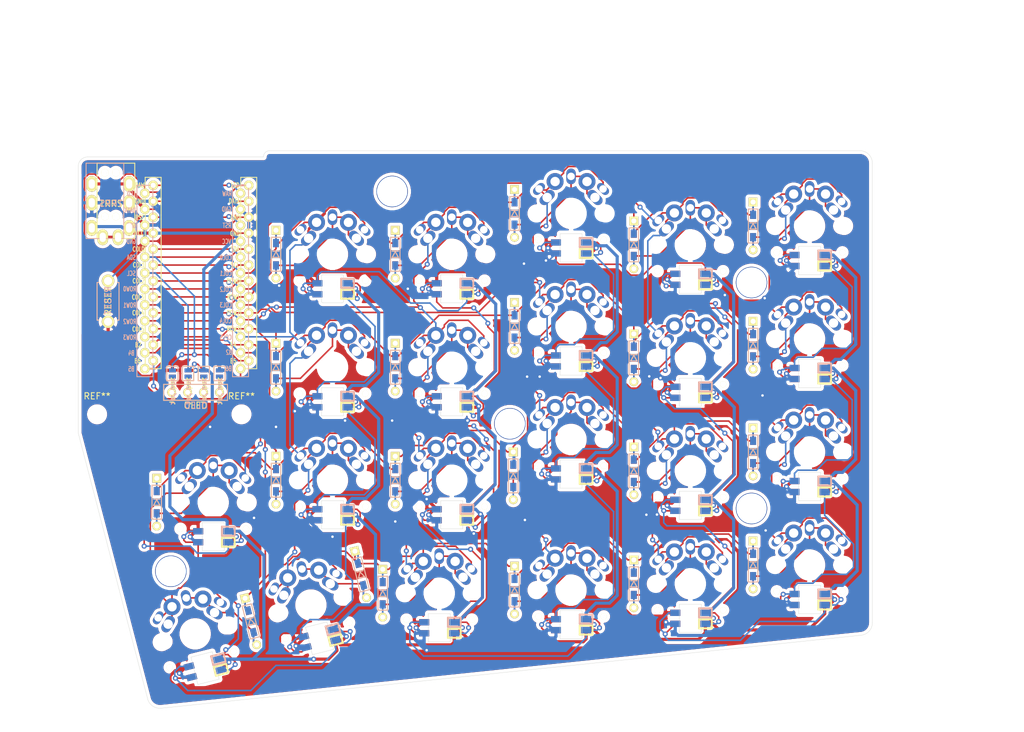
<source format=kicad_pcb>
(kicad_pcb (version 20171130) (host pcbnew "(5.1.0)-1")
  (layers (0 F.Cu signal) (31 B.Cu signal) (34 B.Paste user) (35 F.Paste user) (36 B.SilkS user) (37 F.SilkS user) (38 B.Mask user) (39 F.Mask user) (44 Edge.Cuts user))
  (net 0 "")
  (net 1 row3)
  (net 2 "Net-(D1-Pad2)")
  (net 3 row4)
  (net 4 "Net-(D2-Pad2)")
  (net 5 "Net-(D3-Pad2)")
  (net 6 row1)
  (net 7 "Net-(D4-Pad2)")
  (net 8 row2)
  (net 9 "Net-(D5-Pad2)")
  (net 10 "Net-(D6-Pad2)")
  (net 11 "Net-(D7-Pad2)")
  (net 12 "Net-(D8-Pad2)")
  (net 13 "Net-(D9-Pad2)")
  (net 14 "Net-(D10-Pad2)")
  (net 15 "Net-(D11-Pad2)")
  (net 16 "Net-(D12-Pad2)")
  (net 17 "Net-(D13-Pad2)")
  (net 18 "Net-(D14-Pad2)")
  (net 19 "Net-(D15-Pad2)")
  (net 20 "Net-(D16-Pad2)")
  (net 21 "Net-(D17-Pad2)")
  (net 22 "Net-(D18-Pad2)")
  (net 23 "Net-(D19-Pad2)")
  (net 24 "Net-(D20-Pad2)")
  (net 25 "Net-(D21-Pad2)")
  (net 26 "Net-(D22-Pad2)")
  (net 27 VCC)
  (net 28 "Net-(J1-PadA)")
  (net 29 date)
  (net 30 GND)
  (net 31 "Net-(J2-Pad1)")
  (net 32 "Net-(J2-Pad2)")
  (net 33 "Net-(J2-Pad3)")
  (net 34 "Net-(J2-Pad4)")
  (net 35 SCL)
  (net 36 SDA)
  (net 37 LED)
  (net 38 "Net-(L1-Pad1)")
  (net 39 "Net-(L2-Pad1)")
  (net 40 "Net-(L3-Pad1)")
  (net 41 "Net-(L3-Pad3)")
  (net 42 "Net-(L4-Pad3)")
  (net 43 "Net-(L5-Pad3)")
  (net 44 "Net-(L7-Pad1)")
  (net 45 "Net-(L8-Pad1)")
  (net 46 "Net-(L10-Pad3)")
  (net 47 "Net-(L10-Pad1)")
  (net 48 "Net-(L11-Pad1)")
  (net 49 "Net-(L11-Pad3)")
  (net 50 "Net-(L12-Pad3)")
  (net 51 "Net-(L13-Pad3)")
  (net 52 "Net-(L15-Pad1)")
  (net 53 "Net-(L16-Pad1)")
  (net 54 "Net-(L17-Pad1)")
  (net 55 "Net-(L18-Pad1)")
  (net 56 "Net-(L19-Pad1)")
  (net 57 "Net-(L19-Pad3)")
  (net 58 "Net-(L20-Pad3)")
  (net 59 "Net-(L21-Pad3)")
  (net 60 RST)
  (net 61 col6)
  (net 62 col5)
  (net 63 col4)
  (net 64 col3)
  (net 65 col2)
  (net 66 col1)
  (net 67 "Net-(U1-Pad24)")
  (net 68 "Net-(U1-Pad20)")
  (net 69 "Net-(U1-Pad13)")
  (net 70 "Net-(U1-Pad12)")
  (net 71 "Net-(U1-Pad7)")
  (module kbd:MX_PG1350_FLIP_HOLES (layer F.Cu) (at 152 121.5)
    (fp_text reference SW10 hide)
    (fp_text value SW_Push hide)
    (pad "" np_thru_hole circle (at 5.22 4.2) (size 1 1) (drill 1) (layers *.Cu *.Mask F.SilkS))
    (pad 2 thru_hole oval (at 0 -5.9 90) (size 2.5 1.5) (drill 1.2) (layers *.Cu *.Mask) (net 13 "Net-(D9-Pad2)"))
    (pad 1 thru_hole oval (at 5.1 -3.9 315) (size 2.2 1.2) (drill oval 1.2) (layers *.Cu *.Mask) (net 63 col4))
    (pad 1 thru_hole oval (at -5.1 -3.9 45) (size 2.2 1.2) (drill oval 1.2) (layers *.Cu *.Mask) (net 63 col4))
    (pad "" np_thru_hole circle (at 5.5 0) (size 1.9 1.9) (drill 1.9) (layers *.Cu *.Mask) (clearance 0.1524))
    (pad "" np_thru_hole circle (at -5.5 0) (size 1.9 1.9) (drill 1.9) (layers *.Cu *.Mask) (clearance 0.1524))
    (pad 1 thru_hole oval (at -3.81 -2.54 45) (size 2.8 1.5) (drill oval 1.5) (layers *.Cu *.Mask) (net 63 col4))
    (pad "" np_thru_hole circle (at 0 0) (size 4 4) (drill 4) (layers *.Cu *.Mask) (clearance 0.1524))
    (pad "" np_thru_hole circle (at -5.08 0) (size 1.7 1.7) (drill 1.7) (layers *.Cu *.Mask) (clearance 0.1524))
    (pad "" np_thru_hole circle (at 5.08 0) (size 1.7 1.7) (drill 1.7) (layers *.Cu *.Mask) (clearance 0.1524))
    (pad 2 thru_hole oval (at 3.81 -2.54 315) (size 2.8 1.5) (drill 1.5) (layers *.Cu *.Mask) (net 13 "Net-(D9-Pad2)"))
    (pad 1 thru_hole circle (at -2.54 -5.08) (size 2.7 2.7) (drill 1.5) (layers *.Cu *.Mask) (net 63 col4))
    (pad 2 thru_hole circle (at 2.54 -5.08) (size 2.7 2.7) (drill 1.5) (layers *.Cu *.Mask) (net 13 "Net-(D9-Pad2)"))
    (pad "" np_thru_hole circle (at -5.22 4.2) (size 1 1) (drill 1) (layers *.Cu *.Mask F.SilkS))
  )
  (module kbd:D3_TH_SMD (layer F.Cu) (at 161.8 120.8 270)
    (fp_text reference D13 hide)
    (fp_text value D hide)
    (pad 1 smd rect (at -1.775 0 270) (size 1.3 0.95) (layers F.Cu F.Paste F.Mask) (net 1 row3))
    (pad 2 smd rect (at 1.775 0 270) (size 1.3 0.95) (layers B.Cu B.Paste B.Mask) (net 17 "Net-(D13-Pad2)"))
    (pad 1 smd rect (at -1.775 0 270) (size 1.3 0.95) (layers B.Cu B.Paste B.Mask) (net 1 row3))
    (pad 1 thru_hole rect (at -3.81 0 270) (size 1.397 1.397) (drill 0.8128) (layers *.Cu *.Mask F.SilkS) (net 1 row3))
    (pad 2 thru_hole circle (at 3.81 0 270) (size 1.397 1.397) (drill 0.8128) (layers *.Cu *.Mask F.SilkS) (net 17 "Net-(D13-Pad2)"))
    (pad 2 smd rect (at 1.775 0 270) (size 1.3 0.95) (layers F.Cu F.Paste F.Mask) (net 17 "Net-(D13-Pad2)"))
  )
  (module kbd:HOLE (layer F.Cu) (at 199.75 126)
    (fp_text reference Ref**)
    (fp_text value Val**)
    (pad "" np_thru_hole circle (at 0 0) (size 5 5) (drill 4.8) (layers *.Cu *.Mask))
  )
  (module kbd:HOLE (layer F.Cu) (at 199.75 90)
    (fp_text reference Ref**)
    (fp_text value Val**)
    (pad "" np_thru_hole circle (at 0 0) (size 5 5) (drill 4.8) (layers *.Cu *.Mask))
  )
  (module kbd:HOLE (layer F.Cu) (at 161.25 112.5)
    (fp_text reference Ref**)
    (fp_text value Val**)
    (pad "" np_thru_hole circle (at 0 0) (size 5 5) (drill 4.8) (layers *.Cu *.Mask))
  )
  (module kbd:HOLE (layer F.Cu) (at 142.5 75.5)
    (fp_text reference Ref**)
    (fp_text value Val**)
    (pad "" np_thru_hole circle (at 0 0) (size 5 5) (drill 4.8) (layers *.Cu *.Mask))
  )
  (module kbd:HOLE (layer F.Cu) (at 107.25 136)
    (fp_text reference Ref**)
    (fp_text value Val**)
    (pad "" np_thru_hole circle (at 0 0) (size 5 5) (drill 4.8) (layers *.Cu *.Mask))
  )
  (module MountingHole:MountingHole_2.2mm_M2_DIN965 (layer F.Cu) (at 95.5 111)
    (fp_text reference REF** (at 0 -2.9) (layer F.SilkS))
    (fp_text value MountingHole_2.2mm_M2_DIN965)
    (pad 1 np_thru_hole circle (at 0 0) (size 2.2 2.2) (drill 2.2) (layers *.Cu *.Mask))
  )
  (module kbd:MJ-4PP-9 (layer F.Cu) (at 98.5 71)
    (fp_text reference J1)
    (fp_text value MJ-4PP-9 hide)
    (fp_text user TRRS (at -0.75 6.45) (layer F.SilkS))
    (fp_text user TRRS (at -0.8255 6.4135) (layer B.SilkS) (effects (justify mirror)))
    (pad A thru_hole oval (at -2.1 11.8) (size 1.7 2.5) (drill oval 1 1.5) (layers *.Cu *.Mask F.SilkS) (net 28 "Net-(J1-PadA)") (clearance 0.15))
    (pad D thru_hole oval (at 2.1 10.3) (size 1.7 2.5) (drill oval 1 1.5) (layers *.Cu *.Mask F.SilkS) (net 27 VCC) (clearance 0.15))
    (pad C thru_hole oval (at 2.1 6.3) (size 1.7 2.5) (drill oval 1 1.5) (layers *.Cu *.Mask F.SilkS) (net 30 GND))
    (pad B thru_hole oval (at 2.1 3.3) (size 1.7 2.5) (drill oval 1 1.5) (layers *.Cu *.Mask F.SilkS) (net 29 date))
    (pad "" np_thru_hole circle (at 0 8.5) (size 1.2 1.2) (drill 1.2) (layers *.Cu *.Mask F.SilkS))
    (pad "" np_thru_hole circle (at 0 1.5) (size 1.2 1.2) (drill 1.2) (layers *.Cu *.Mask F.SilkS))
    (pad C thru_hole oval (at -3.85 6.3) (size 1.7 2.5) (drill oval 1 1.5) (layers *.Cu *.Mask F.SilkS) (net 30 GND))
    (pad B thru_hole oval (at -3.85 3.3) (size 1.7 2.5) (drill oval 1 1.5) (layers *.Cu *.Mask F.SilkS) (net 29 date))
    (pad A thru_hole oval (at 0.35 11.8) (size 1.7 2.5) (drill oval 1 1.5) (layers *.Cu *.Mask F.SilkS) (net 28 "Net-(J1-PadA)") (clearance 0.15))
    (pad D thru_hole oval (at -3.85 10.3) (size 1.7 2.5) (drill oval 1 1.5) (layers *.Cu *.Mask F.SilkS) (net 27 VCC) (clearance 0.15))
    (pad "" np_thru_hole circle (at -1.75 1.5) (size 1.2 1.2) (drill 1.2) (layers *.Cu *.Mask F.SilkS))
    (pad "" np_thru_hole circle (at -1.75 8.5) (size 1.2 1.2) (drill 1.2) (layers *.Cu *.Mask F.SilkS))
  )
  (module MountingHole:MountingHole_2.2mm_M2_DIN965 (layer F.Cu) (at 118.5 111)
    (fp_text reference REF** (at 0 -2.9) (layer F.SilkS))
    (fp_text value MountingHole_2.2mm_M2_DIN965)
    (pad 1 np_thru_hole circle (at 0 0) (size 2.2 2.2) (drill 2.2) (layers *.Cu *.Mask))
  )
  (module kbd:D3_TH_SMD (layer F.Cu) (at 143 103.5 270)
    (fp_text reference D8 hide)
    (fp_text value D hide)
    (pad 1 smd rect (at -1.775 0 270) (size 1.3 0.95) (layers F.Cu F.Paste F.Mask) (net 8 row2))
    (pad 2 smd rect (at 1.775 0 270) (size 1.3 0.95) (layers B.Cu B.Paste B.Mask) (net 12 "Net-(D8-Pad2)"))
    (pad 1 smd rect (at -1.775 0 270) (size 1.3 0.95) (layers B.Cu B.Paste B.Mask) (net 8 row2))
    (pad 1 thru_hole rect (at -3.81 0 270) (size 1.397 1.397) (drill 0.8128) (layers *.Cu *.Mask F.SilkS) (net 8 row2))
    (pad 2 thru_hole circle (at 3.81 0 270) (size 1.397 1.397) (drill 0.8128) (layers *.Cu *.Mask F.SilkS) (net 12 "Net-(D8-Pad2)"))
    (pad 2 smd rect (at 1.775 0 270) (size 1.3 0.95) (layers F.Cu F.Paste F.Mask) (net 12 "Net-(D8-Pad2)"))
  )
  (module kbd:D3_TH_SMD (layer F.Cu) (at 105 125 270)
    (fp_text reference D1 hide)
    (fp_text value D hide)
    (pad 1 smd rect (at -1.775 0 270) (size 1.3 0.95) (layers F.Cu F.Paste F.Mask) (net 1 row3))
    (pad 2 smd rect (at 1.775 0 270) (size 1.3 0.95) (layers B.Cu B.Paste B.Mask) (net 2 "Net-(D1-Pad2)"))
    (pad 1 smd rect (at -1.775 0 270) (size 1.3 0.95) (layers B.Cu B.Paste B.Mask) (net 1 row3))
    (pad 1 thru_hole rect (at -3.81 0 270) (size 1.397 1.397) (drill 0.8128) (layers *.Cu *.Mask F.SilkS) (net 1 row3))
    (pad 2 thru_hole circle (at 3.81 0 270) (size 1.397 1.397) (drill 0.8128) (layers *.Cu *.Mask F.SilkS) (net 2 "Net-(D1-Pad2)"))
    (pad 2 smd rect (at 1.775 0 270) (size 1.3 0.95) (layers F.Cu F.Paste F.Mask) (net 2 "Net-(D1-Pad2)"))
  )
  (module kbd:D3_TH_SMD (layer F.Cu) (at 120 144 284)
    (fp_text reference D2 hide)
    (fp_text value D hide)
    (pad 2 smd rect (at 1.775 0 284) (size 1.3 0.95) (layers F.Cu F.Paste F.Mask) (net 4 "Net-(D2-Pad2)"))
    (pad 2 thru_hole circle (at 3.81 0 284) (size 1.397 1.397) (drill 0.8128) (layers *.Cu *.Mask F.SilkS) (net 4 "Net-(D2-Pad2)"))
    (pad 1 thru_hole rect (at -3.81 0 284) (size 1.397 1.397) (drill 0.8128) (layers *.Cu *.Mask F.SilkS) (net 3 row4))
    (pad 1 smd rect (at -1.775 0 284) (size 1.3 0.95) (layers B.Cu B.Paste B.Mask) (net 3 row4))
    (pad 2 smd rect (at 1.775 0 284) (size 1.3 0.95) (layers B.Cu B.Paste B.Mask) (net 4 "Net-(D2-Pad2)"))
    (pad 1 smd rect (at -1.775 0 284) (size 1.3 0.95) (layers F.Cu F.Paste F.Mask) (net 3 row4))
  )
  (module kbd:D3_TH_SMD (layer F.Cu) (at 124 85.5 270)
    (fp_text reference D3 hide)
    (fp_text value D hide)
    (pad 2 smd rect (at 1.775 0 270) (size 1.3 0.95) (layers F.Cu F.Paste F.Mask) (net 5 "Net-(D3-Pad2)"))
    (pad 2 thru_hole circle (at 3.81 0 270) (size 1.397 1.397) (drill 0.8128) (layers *.Cu *.Mask F.SilkS) (net 5 "Net-(D3-Pad2)"))
    (pad 1 thru_hole rect (at -3.81 0 270) (size 1.397 1.397) (drill 0.8128) (layers *.Cu *.Mask F.SilkS) (net 6 row1))
    (pad 1 smd rect (at -1.775 0 270) (size 1.3 0.95) (layers B.Cu B.Paste B.Mask) (net 6 row1))
    (pad 2 smd rect (at 1.775 0 270) (size 1.3 0.95) (layers B.Cu B.Paste B.Mask) (net 5 "Net-(D3-Pad2)"))
    (pad 1 smd rect (at -1.775 0 270) (size 1.3 0.95) (layers F.Cu F.Paste F.Mask) (net 6 row1))
  )
  (module kbd:D3_TH_SMD (layer F.Cu) (at 124 103.5 270)
    (fp_text reference D4 hide)
    (fp_text value D hide)
    (pad 2 smd rect (at 1.775 0 270) (size 1.3 0.95) (layers F.Cu F.Paste F.Mask) (net 7 "Net-(D4-Pad2)"))
    (pad 2 thru_hole circle (at 3.81 0 270) (size 1.397 1.397) (drill 0.8128) (layers *.Cu *.Mask F.SilkS) (net 7 "Net-(D4-Pad2)"))
    (pad 1 thru_hole rect (at -3.81 0 270) (size 1.397 1.397) (drill 0.8128) (layers *.Cu *.Mask F.SilkS) (net 8 row2))
    (pad 1 smd rect (at -1.775 0 270) (size 1.3 0.95) (layers B.Cu B.Paste B.Mask) (net 8 row2))
    (pad 2 smd rect (at 1.775 0 270) (size 1.3 0.95) (layers B.Cu B.Paste B.Mask) (net 7 "Net-(D4-Pad2)"))
    (pad 1 smd rect (at -1.775 0 270) (size 1.3 0.95) (layers F.Cu F.Paste F.Mask) (net 8 row2))
  )
  (module kbd:D3_TH_SMD (layer F.Cu) (at 124 121.5 270)
    (fp_text reference D5 hide)
    (fp_text value D hide)
    (pad 2 smd rect (at 1.775 0 270) (size 1.3 0.95) (layers F.Cu F.Paste F.Mask) (net 9 "Net-(D5-Pad2)"))
    (pad 2 thru_hole circle (at 3.81 0 270) (size 1.397 1.397) (drill 0.8128) (layers *.Cu *.Mask F.SilkS) (net 9 "Net-(D5-Pad2)"))
    (pad 1 thru_hole rect (at -3.81 0 270) (size 1.397 1.397) (drill 0.8128) (layers *.Cu *.Mask F.SilkS) (net 1 row3))
    (pad 1 smd rect (at -1.775 0 270) (size 1.3 0.95) (layers B.Cu B.Paste B.Mask) (net 1 row3))
    (pad 2 smd rect (at 1.775 0 270) (size 1.3 0.95) (layers B.Cu B.Paste B.Mask) (net 9 "Net-(D5-Pad2)"))
    (pad 1 smd rect (at -1.775 0 270) (size 1.3 0.95) (layers F.Cu F.Paste F.Mask) (net 1 row3))
  )
  (module kbd:D3_TH_SMD (layer F.Cu) (at 137.5 136.5 284)
    (fp_text reference D6 hide)
    (fp_text value D hide)
    (pad 2 smd rect (at 1.775 0 284) (size 1.3 0.95) (layers F.Cu F.Paste F.Mask) (net 10 "Net-(D6-Pad2)"))
    (pad 2 thru_hole circle (at 3.81 0 284) (size 1.397 1.397) (drill 0.8128) (layers *.Cu *.Mask F.SilkS) (net 10 "Net-(D6-Pad2)"))
    (pad 1 thru_hole rect (at -3.81 0 284) (size 1.397 1.397) (drill 0.8128) (layers *.Cu *.Mask F.SilkS) (net 3 row4))
    (pad 1 smd rect (at -1.775 0 284) (size 1.3 0.95) (layers B.Cu B.Paste B.Mask) (net 3 row4))
    (pad 2 smd rect (at 1.775 0 284) (size 1.3 0.95) (layers B.Cu B.Paste B.Mask) (net 10 "Net-(D6-Pad2)"))
    (pad 1 smd rect (at -1.775 0 284) (size 1.3 0.95) (layers F.Cu F.Paste F.Mask) (net 3 row4))
  )
  (module kbd:D3_TH_SMD (layer F.Cu) (at 143 85.5 270)
    (fp_text reference D7 hide)
    (fp_text value D hide)
    (pad 2 smd rect (at 1.775 0 270) (size 1.3 0.95) (layers F.Cu F.Paste F.Mask) (net 11 "Net-(D7-Pad2)"))
    (pad 2 thru_hole circle (at 3.81 0 270) (size 1.397 1.397) (drill 0.8128) (layers *.Cu *.Mask F.SilkS) (net 11 "Net-(D7-Pad2)"))
    (pad 1 thru_hole rect (at -3.81 0 270) (size 1.397 1.397) (drill 0.8128) (layers *.Cu *.Mask F.SilkS) (net 6 row1))
    (pad 1 smd rect (at -1.775 0 270) (size 1.3 0.95) (layers B.Cu B.Paste B.Mask) (net 6 row1))
    (pad 2 smd rect (at 1.775 0 270) (size 1.3 0.95) (layers B.Cu B.Paste B.Mask) (net 11 "Net-(D7-Pad2)"))
    (pad 1 smd rect (at -1.775 0 270) (size 1.3 0.95) (layers F.Cu F.Paste F.Mask) (net 6 row1))
  )
  (module kbd:D3_TH_SMD (layer F.Cu) (at 143 121.5 270)
    (fp_text reference D9 hide)
    (fp_text value D hide)
    (pad 1 smd rect (at -1.775 0 270) (size 1.3 0.95) (layers F.Cu F.Paste F.Mask) (net 1 row3))
    (pad 2 smd rect (at 1.775 0 270) (size 1.3 0.95) (layers B.Cu B.Paste B.Mask) (net 13 "Net-(D9-Pad2)"))
    (pad 1 smd rect (at -1.775 0 270) (size 1.3 0.95) (layers B.Cu B.Paste B.Mask) (net 1 row3))
    (pad 1 thru_hole rect (at -3.81 0 270) (size 1.397 1.397) (drill 0.8128) (layers *.Cu *.Mask F.SilkS) (net 1 row3))
    (pad 2 thru_hole circle (at 3.81 0 270) (size 1.397 1.397) (drill 0.8128) (layers *.Cu *.Mask F.SilkS) (net 13 "Net-(D9-Pad2)"))
    (pad 2 smd rect (at 1.775 0 270) (size 1.3 0.95) (layers F.Cu F.Paste F.Mask) (net 13 "Net-(D9-Pad2)"))
  )
  (module kbd:D3_TH_SMD (layer F.Cu) (at 141 139.5 270)
    (fp_text reference D10 hide)
    (fp_text value D hide)
    (pad 1 smd rect (at -1.775 0 270) (size 1.3 0.95) (layers F.Cu F.Paste F.Mask) (net 3 row4))
    (pad 2 smd rect (at 1.775 0 270) (size 1.3 0.95) (layers B.Cu B.Paste B.Mask) (net 14 "Net-(D10-Pad2)"))
    (pad 1 smd rect (at -1.775 0 270) (size 1.3 0.95) (layers B.Cu B.Paste B.Mask) (net 3 row4))
    (pad 1 thru_hole rect (at -3.81 0 270) (size 1.397 1.397) (drill 0.8128) (layers *.Cu *.Mask F.SilkS) (net 3 row4))
    (pad 2 thru_hole circle (at 3.81 0 270) (size 1.397 1.397) (drill 0.8128) (layers *.Cu *.Mask F.SilkS) (net 14 "Net-(D10-Pad2)"))
    (pad 2 smd rect (at 1.775 0 270) (size 1.3 0.95) (layers F.Cu F.Paste F.Mask) (net 14 "Net-(D10-Pad2)"))
  )
  (module kbd:D3_TH_SMD (layer F.Cu) (at 162 79 270)
    (fp_text reference D11 hide)
    (fp_text value D hide)
    (pad 1 smd rect (at -1.775 0 270) (size 1.3 0.95) (layers F.Cu F.Paste F.Mask) (net 6 row1))
    (pad 2 smd rect (at 1.775 0 270) (size 1.3 0.95) (layers B.Cu B.Paste B.Mask) (net 15 "Net-(D11-Pad2)"))
    (pad 1 smd rect (at -1.775 0 270) (size 1.3 0.95) (layers B.Cu B.Paste B.Mask) (net 6 row1))
    (pad 1 thru_hole rect (at -3.81 0 270) (size 1.397 1.397) (drill 0.8128) (layers *.Cu *.Mask F.SilkS) (net 6 row1))
    (pad 2 thru_hole circle (at 3.81 0 270) (size 1.397 1.397) (drill 0.8128) (layers *.Cu *.Mask F.SilkS) (net 15 "Net-(D11-Pad2)"))
    (pad 2 smd rect (at 1.775 0 270) (size 1.3 0.95) (layers F.Cu F.Paste F.Mask) (net 15 "Net-(D11-Pad2)"))
  )
  (module kbd:D3_TH_SMD (layer F.Cu) (at 162 97 270)
    (fp_text reference D12 hide)
    (fp_text value D hide)
    (pad 1 smd rect (at -1.775 0 270) (size 1.3 0.95) (layers F.Cu F.Paste F.Mask) (net 8 row2))
    (pad 2 smd rect (at 1.775 0 270) (size 1.3 0.95) (layers B.Cu B.Paste B.Mask) (net 16 "Net-(D12-Pad2)"))
    (pad 1 smd rect (at -1.775 0 270) (size 1.3 0.95) (layers B.Cu B.Paste B.Mask) (net 8 row2))
    (pad 1 thru_hole rect (at -3.81 0 270) (size 1.397 1.397) (drill 0.8128) (layers *.Cu *.Mask F.SilkS) (net 8 row2))
    (pad 2 thru_hole circle (at 3.81 0 270) (size 1.397 1.397) (drill 0.8128) (layers *.Cu *.Mask F.SilkS) (net 16 "Net-(D12-Pad2)"))
    (pad 2 smd rect (at 1.775 0 270) (size 1.3 0.95) (layers F.Cu F.Paste F.Mask) (net 16 "Net-(D12-Pad2)"))
  )
  (module kbd:D3_TH_SMD (layer F.Cu) (at 162 139 270)
    (fp_text reference D14 hide)
    (fp_text value D hide)
    (pad 2 smd rect (at 1.775 0 270) (size 1.3 0.95) (layers F.Cu F.Paste F.Mask) (net 18 "Net-(D14-Pad2)"))
    (pad 2 thru_hole circle (at 3.81 0 270) (size 1.397 1.397) (drill 0.8128) (layers *.Cu *.Mask F.SilkS) (net 18 "Net-(D14-Pad2)"))
    (pad 1 thru_hole rect (at -3.81 0 270) (size 1.397 1.397) (drill 0.8128) (layers *.Cu *.Mask F.SilkS) (net 3 row4))
    (pad 1 smd rect (at -1.775 0 270) (size 1.3 0.95) (layers B.Cu B.Paste B.Mask) (net 3 row4))
    (pad 2 smd rect (at 1.775 0 270) (size 1.3 0.95) (layers B.Cu B.Paste B.Mask) (net 18 "Net-(D14-Pad2)"))
    (pad 1 smd rect (at -1.775 0 270) (size 1.3 0.95) (layers F.Cu F.Paste F.Mask) (net 3 row4))
  )
  (module kbd:D3_TH_SMD (layer F.Cu) (at 181 84 270)
    (fp_text reference D15 hide)
    (fp_text value D hide)
    (pad 1 smd rect (at -1.775 0 270) (size 1.3 0.95) (layers F.Cu F.Paste F.Mask) (net 6 row1))
    (pad 2 smd rect (at 1.775 0 270) (size 1.3 0.95) (layers B.Cu B.Paste B.Mask) (net 19 "Net-(D15-Pad2)"))
    (pad 1 smd rect (at -1.775 0 270) (size 1.3 0.95) (layers B.Cu B.Paste B.Mask) (net 6 row1))
    (pad 1 thru_hole rect (at -3.81 0 270) (size 1.397 1.397) (drill 0.8128) (layers *.Cu *.Mask F.SilkS) (net 6 row1))
    (pad 2 thru_hole circle (at 3.81 0 270) (size 1.397 1.397) (drill 0.8128) (layers *.Cu *.Mask F.SilkS) (net 19 "Net-(D15-Pad2)"))
    (pad 2 smd rect (at 1.775 0 270) (size 1.3 0.95) (layers F.Cu F.Paste F.Mask) (net 19 "Net-(D15-Pad2)"))
  )
  (module kbd:D3_TH_SMD (layer F.Cu) (at 181 102 270)
    (fp_text reference D16 hide)
    (fp_text value D hide)
    (pad 2 smd rect (at 1.775 0 270) (size 1.3 0.95) (layers F.Cu F.Paste F.Mask) (net 20 "Net-(D16-Pad2)"))
    (pad 2 thru_hole circle (at 3.81 0 270) (size 1.397 1.397) (drill 0.8128) (layers *.Cu *.Mask F.SilkS) (net 20 "Net-(D16-Pad2)"))
    (pad 1 thru_hole rect (at -3.81 0 270) (size 1.397 1.397) (drill 0.8128) (layers *.Cu *.Mask F.SilkS) (net 8 row2))
    (pad 1 smd rect (at -1.775 0 270) (size 1.3 0.95) (layers B.Cu B.Paste B.Mask) (net 8 row2))
    (pad 2 smd rect (at 1.775 0 270) (size 1.3 0.95) (layers B.Cu B.Paste B.Mask) (net 20 "Net-(D16-Pad2)"))
    (pad 1 smd rect (at -1.775 0 270) (size 1.3 0.95) (layers F.Cu F.Paste F.Mask) (net 8 row2))
  )
  (module kbd:D3_TH_SMD (layer F.Cu) (at 181 120 270)
    (fp_text reference D17 hide)
    (fp_text value D hide)
    (pad 2 smd rect (at 1.775 0 270) (size 1.3 0.95) (layers F.Cu F.Paste F.Mask) (net 21 "Net-(D17-Pad2)"))
    (pad 2 thru_hole circle (at 3.81 0 270) (size 1.397 1.397) (drill 0.8128) (layers *.Cu *.Mask F.SilkS) (net 21 "Net-(D17-Pad2)"))
    (pad 1 thru_hole rect (at -3.81 0 270) (size 1.397 1.397) (drill 0.8128) (layers *.Cu *.Mask F.SilkS) (net 1 row3))
    (pad 1 smd rect (at -1.775 0 270) (size 1.3 0.95) (layers B.Cu B.Paste B.Mask) (net 1 row3))
    (pad 2 smd rect (at 1.775 0 270) (size 1.3 0.95) (layers B.Cu B.Paste B.Mask) (net 21 "Net-(D17-Pad2)"))
    (pad 1 smd rect (at -1.775 0 270) (size 1.3 0.95) (layers F.Cu F.Paste F.Mask) (net 1 row3))
  )
  (module kbd:D3_TH_SMD (layer F.Cu) (at 181 138 270)
    (fp_text reference D18 hide)
    (fp_text value D hide)
    (pad 1 smd rect (at -1.775 0 270) (size 1.3 0.95) (layers F.Cu F.Paste F.Mask) (net 3 row4))
    (pad 2 smd rect (at 1.775 0 270) (size 1.3 0.95) (layers B.Cu B.Paste B.Mask) (net 22 "Net-(D18-Pad2)"))
    (pad 1 smd rect (at -1.775 0 270) (size 1.3 0.95) (layers B.Cu B.Paste B.Mask) (net 3 row4))
    (pad 1 thru_hole rect (at -3.81 0 270) (size 1.397 1.397) (drill 0.8128) (layers *.Cu *.Mask F.SilkS) (net 3 row4))
    (pad 2 thru_hole circle (at 3.81 0 270) (size 1.397 1.397) (drill 0.8128) (layers *.Cu *.Mask F.SilkS) (net 22 "Net-(D18-Pad2)"))
    (pad 2 smd rect (at 1.775 0 270) (size 1.3 0.95) (layers F.Cu F.Paste F.Mask) (net 22 "Net-(D18-Pad2)"))
  )
  (module kbd:D3_TH_SMD (layer F.Cu) (at 200 81 270)
    (fp_text reference D19 hide)
    (fp_text value D hide)
    (pad 1 smd rect (at -1.775 0 270) (size 1.3 0.95) (layers F.Cu F.Paste F.Mask) (net 6 row1))
    (pad 2 smd rect (at 1.775 0 270) (size 1.3 0.95) (layers B.Cu B.Paste B.Mask) (net 23 "Net-(D19-Pad2)"))
    (pad 1 smd rect (at -1.775 0 270) (size 1.3 0.95) (layers B.Cu B.Paste B.Mask) (net 6 row1))
    (pad 1 thru_hole rect (at -3.81 0 270) (size 1.397 1.397) (drill 0.8128) (layers *.Cu *.Mask F.SilkS) (net 6 row1))
    (pad 2 thru_hole circle (at 3.81 0 270) (size 1.397 1.397) (drill 0.8128) (layers *.Cu *.Mask F.SilkS) (net 23 "Net-(D19-Pad2)"))
    (pad 2 smd rect (at 1.775 0 270) (size 1.3 0.95) (layers F.Cu F.Paste F.Mask) (net 23 "Net-(D19-Pad2)"))
  )
  (module kbd:D3_TH_SMD (layer F.Cu) (at 200 100 270)
    (fp_text reference D20 hide)
    (fp_text value D hide)
    (pad 2 smd rect (at 1.775 0 270) (size 1.3 0.95) (layers F.Cu F.Paste F.Mask) (net 24 "Net-(D20-Pad2)"))
    (pad 2 thru_hole circle (at 3.81 0 270) (size 1.397 1.397) (drill 0.8128) (layers *.Cu *.Mask F.SilkS) (net 24 "Net-(D20-Pad2)"))
    (pad 1 thru_hole rect (at -3.81 0 270) (size 1.397 1.397) (drill 0.8128) (layers *.Cu *.Mask F.SilkS) (net 8 row2))
    (pad 1 smd rect (at -1.775 0 270) (size 1.3 0.95) (layers B.Cu B.Paste B.Mask) (net 8 row2))
    (pad 2 smd rect (at 1.775 0 270) (size 1.3 0.95) (layers B.Cu B.Paste B.Mask) (net 24 "Net-(D20-Pad2)"))
    (pad 1 smd rect (at -1.775 0 270) (size 1.3 0.95) (layers F.Cu F.Paste F.Mask) (net 8 row2))
  )
  (module kbd:D3_TH_SMD (layer F.Cu) (at 200 117 270)
    (fp_text reference D21 hide)
    (fp_text value D hide)
    (pad 2 smd rect (at 1.775 0 270) (size 1.3 0.95) (layers F.Cu F.Paste F.Mask) (net 25 "Net-(D21-Pad2)"))
    (pad 2 thru_hole circle (at 3.81 0 270) (size 1.397 1.397) (drill 0.8128) (layers *.Cu *.Mask F.SilkS) (net 25 "Net-(D21-Pad2)"))
    (pad 1 thru_hole rect (at -3.81 0 270) (size 1.397 1.397) (drill 0.8128) (layers *.Cu *.Mask F.SilkS) (net 1 row3))
    (pad 1 smd rect (at -1.775 0 270) (size 1.3 0.95) (layers B.Cu B.Paste B.Mask) (net 1 row3))
    (pad 2 smd rect (at 1.775 0 270) (size 1.3 0.95) (layers B.Cu B.Paste B.Mask) (net 25 "Net-(D21-Pad2)"))
    (pad 1 smd rect (at -1.775 0 270) (size 1.3 0.95) (layers F.Cu F.Paste F.Mask) (net 1 row3))
  )
  (module kbd:D3_TH_SMD (layer F.Cu) (at 200 135 270)
    (fp_text reference D22 hide)
    (fp_text value D hide)
    (pad 1 smd rect (at -1.775 0 270) (size 1.3 0.95) (layers F.Cu F.Paste F.Mask) (net 3 row4))
    (pad 2 smd rect (at 1.775 0 270) (size 1.3 0.95) (layers B.Cu B.Paste B.Mask) (net 26 "Net-(D22-Pad2)"))
    (pad 1 smd rect (at -1.775 0 270) (size 1.3 0.95) (layers B.Cu B.Paste B.Mask) (net 3 row4))
    (pad 1 thru_hole rect (at -3.81 0 270) (size 1.397 1.397) (drill 0.8128) (layers *.Cu *.Mask F.SilkS) (net 3 row4))
    (pad 2 thru_hole circle (at 3.81 0 270) (size 1.397 1.397) (drill 0.8128) (layers *.Cu *.Mask F.SilkS) (net 26 "Net-(D22-Pad2)"))
    (pad 2 smd rect (at 1.775 0 270) (size 1.3 0.95) (layers F.Cu F.Paste F.Mask) (net 26 "Net-(D22-Pad2)"))
  )
  (module kbd:OLED (layer F.Cu) (at 115 107.5 180)
    (fp_text reference J2)
    (fp_text value Conn_01x04_Female hide)
    (fp_text user OLED (at 3.8 -2.1 180) (layer F.SilkS))
    (fp_text user OLED (at 3.75 -2.1 180) (layer B.SilkS) (effects (justify mirror)))
    (pad 1 thru_hole circle (at 0 0 180) (size 1.397 1.397) (drill 0.8128) (layers *.Cu *.Mask F.SilkS) (net 31 "Net-(J2-Pad1)"))
    (pad 2 thru_hole circle (at 2.54 0 180) (size 1.397 1.397) (drill 0.8128) (layers *.Cu *.Mask F.SilkS) (net 32 "Net-(J2-Pad2)"))
    (pad 3 thru_hole circle (at 5.08 0 180) (size 1.397 1.397) (drill 0.8128) (layers *.Cu *.Mask F.SilkS) (net 33 "Net-(J2-Pad3)"))
    (pad 4 thru_hole circle (at 7.62 0 180) (size 1.397 1.397) (drill 0.8128) (layers *.Cu *.Mask F.SilkS) (net 34 "Net-(J2-Pad4)"))
  )
  (module kbd:Jumper (layer F.Cu) (at 107.5 104.5 90)
    (fp_text reference JP1 hide)
    (fp_text value Jumper (at -2.794 0 90) (layer F.SilkS) (effects (font (size 0.8128 0.8128))))
    (pad 2 smd rect (at 0.50038 0 90) (size 0.635 1.143) (layers F.Cu F.Paste F.Mask) (net 30 GND) (clearance 0.1905))
    (pad 1 smd rect (at -0.50038 0 90) (size 0.635 1.143) (layers F.Cu F.Paste F.Mask) (net 34 "Net-(J2-Pad4)") (clearance 0.1905))
  )
  (module kbd:Jumper (layer F.Cu) (at 110 104.5 90)
    (fp_text reference JP2 hide)
    (fp_text value Jumper (at -2.794 0 90) (layer F.SilkS) (effects (font (size 0.8128 0.8128))))
    (pad 1 smd rect (at -0.50038 0 90) (size 0.635 1.143) (layers F.Cu F.Paste F.Mask) (net 33 "Net-(J2-Pad3)") (clearance 0.1905))
    (pad 2 smd rect (at 0.50038 0 90) (size 0.635 1.143) (layers F.Cu F.Paste F.Mask) (net 27 VCC) (clearance 0.1905))
  )
  (module kbd:Jumper (layer F.Cu) (at 112.5 104.5 90)
    (fp_text reference JP3 hide)
    (fp_text value Jumper (at -2.794 0 90) (layer F.SilkS) (effects (font (size 0.8128 0.8128))))
    (pad 2 smd rect (at 0.50038 0 90) (size 0.635 1.143) (layers F.Cu F.Paste F.Mask) (net 35 SCL) (clearance 0.1905))
    (pad 1 smd rect (at -0.50038 0 90) (size 0.635 1.143) (layers F.Cu F.Paste F.Mask) (net 32 "Net-(J2-Pad2)") (clearance 0.1905))
  )
  (module kbd:Jumper (layer F.Cu) (at 115 104.5 90)
    (fp_text reference JP4 hide)
    (fp_text value Jumper (at -2.794 0 90) (layer F.SilkS) (effects (font (size 0.8128 0.8128))))
    (pad 1 smd rect (at -0.50038 0 90) (size 0.635 1.143) (layers F.Cu F.Paste F.Mask) (net 31 "Net-(J2-Pad1)") (clearance 0.1905))
    (pad 2 smd rect (at 0.50038 0 90) (size 0.635 1.143) (layers F.Cu F.Paste F.Mask) (net 36 SDA) (clearance 0.1905))
  )
  (module kbd:Jumper (layer B.Cu) (at 107.5 104.5 90)
    (fp_text reference JP5 hide)
    (fp_text value Jumper (at -2.794 0 90) (layer B.SilkS) (effects (font (size 0.8128 0.8128)) (justify mirror)))
    (pad 2 smd rect (at 0.50038 0 90) (size 0.635 1.143) (layers B.Cu B.Paste B.Mask) (net 36 SDA) (clearance 0.1905))
    (pad 1 smd rect (at -0.50038 0 90) (size 0.635 1.143) (layers B.Cu B.Paste B.Mask) (net 34 "Net-(J2-Pad4)") (clearance 0.1905))
  )
  (module kbd:Jumper (layer B.Cu) (at 110 104.5 90)
    (fp_text reference JP6 hide)
    (fp_text value Jumper (at -2.794 0 90) (layer B.SilkS) (effects (font (size 0.8128 0.8128)) (justify mirror)))
    (pad 1 smd rect (at -0.50038 0 90) (size 0.635 1.143) (layers B.Cu B.Paste B.Mask) (net 33 "Net-(J2-Pad3)") (clearance 0.1905))
    (pad 2 smd rect (at 0.50038 0 90) (size 0.635 1.143) (layers B.Cu B.Paste B.Mask) (net 35 SCL) (clearance 0.1905))
  )
  (module kbd:Jumper (layer B.Cu) (at 112.5 104.5 90)
    (fp_text reference JP7 hide)
    (fp_text value Jumper (at -2.794 0 90) (layer B.SilkS) (effects (font (size 0.8128 0.8128)) (justify mirror)))
    (pad 2 smd rect (at 0.50038 0 90) (size 0.635 1.143) (layers B.Cu B.Paste B.Mask) (net 27 VCC) (clearance 0.1905))
    (pad 1 smd rect (at -0.50038 0 90) (size 0.635 1.143) (layers B.Cu B.Paste B.Mask) (net 32 "Net-(J2-Pad2)") (clearance 0.1905))
  )
  (module kbd:Jumper (layer B.Cu) (at 115 104.5 90)
    (fp_text reference JP8 hide)
    (fp_text value Jumper (at -2.794 0 90) (layer B.SilkS) (effects (font (size 0.8128 0.8128)) (justify mirror)))
    (pad 1 smd rect (at -0.50038 0 90) (size 0.635 1.143) (layers B.Cu B.Paste B.Mask) (net 31 "Net-(J2-Pad1)") (clearance 0.1905))
    (pad 2 smd rect (at 0.50038 0 90) (size 0.635 1.143) (layers B.Cu B.Paste B.Mask) (net 30 GND) (clearance 0.1905))
  )
  (module kbd:SK6812MINI_rev (layer F.Cu) (at 114 130.5)
    (fp_text reference L1 hide)
    (fp_text value SK6812MINI hide)
    (pad 4 smd rect (at 2.4 0.875) (size 1.6 1) (layers F.Cu F.Paste F.Mask) (net 27 VCC))
    (pad 3 smd rect (at 2.4 -0.875) (size 1.6 1) (layers F.Cu F.Paste F.Mask) (net 37 LED))
    (pad 1 smd rect (at -2.4 0.875) (size 1.6 1) (layers F.Cu F.Paste F.Mask) (net 38 "Net-(L1-Pad1)"))
    (pad 2 smd rect (at -2.4 -0.875) (size 1.6 1) (layers F.Cu F.Paste F.Mask) (net 30 GND))
    (pad 3 smd rect (at 2.4 0.875) (size 1.6 1) (layers B.Cu B.Paste B.Mask) (net 37 LED))
    (pad 4 smd rect (at 2.4 -0.875) (size 1.6 1) (layers B.Cu B.Paste B.Mask) (net 27 VCC))
    (pad 1 smd rect (at -2.4 -0.875) (size 1.6 1) (layers B.Cu B.Paste B.Mask) (net 38 "Net-(L1-Pad1)"))
    (pad 2 smd rect (at -2.4 0.875) (size 1.6 1) (layers B.Cu B.Paste B.Mask) (net 30 GND))
  )
  (module kbd:SK6812MINI_rev (layer F.Cu) (at 112.700567 151.432399 14)
    (fp_text reference L2 hide)
    (fp_text value SK6812MINI hide)
    (pad 2 smd rect (at -2.4 0.875 14) (size 1.6 1) (layers B.Cu B.Paste B.Mask) (net 30 GND))
    (pad 1 smd rect (at -2.4 -0.875 14) (size 1.6 1) (layers B.Cu B.Paste B.Mask) (net 39 "Net-(L2-Pad1)"))
    (pad 4 smd rect (at 2.4 -0.875 14) (size 1.6 1) (layers B.Cu B.Paste B.Mask) (net 27 VCC))
    (pad 3 smd rect (at 2.4 0.875 14) (size 1.6 1) (layers B.Cu B.Paste B.Mask) (net 38 "Net-(L1-Pad1)"))
    (pad 2 smd rect (at -2.4 -0.875 14) (size 1.6 1) (layers F.Cu F.Paste F.Mask) (net 30 GND))
    (pad 1 smd rect (at -2.4 0.875 14) (size 1.6 1) (layers F.Cu F.Paste F.Mask) (net 39 "Net-(L2-Pad1)"))
    (pad 3 smd rect (at 2.4 -0.875 14) (size 1.6 1) (layers F.Cu F.Paste F.Mask) (net 38 "Net-(L1-Pad1)"))
    (pad 4 smd rect (at 2.4 0.875 14) (size 1.6 1) (layers F.Cu F.Paste F.Mask) (net 27 VCC))
  )
  (module kbd:SK6812MINI_rev (layer F.Cu) (at 133 91)
    (fp_text reference L3 hide)
    (fp_text value SK6812MINI hide)
    (pad 2 smd rect (at -2.4 0.875) (size 1.6 1) (layers B.Cu B.Paste B.Mask) (net 30 GND))
    (pad 1 smd rect (at -2.4 -0.875) (size 1.6 1) (layers B.Cu B.Paste B.Mask) (net 40 "Net-(L3-Pad1)"))
    (pad 4 smd rect (at 2.4 -0.875) (size 1.6 1) (layers B.Cu B.Paste B.Mask) (net 27 VCC))
    (pad 3 smd rect (at 2.4 0.875) (size 1.6 1) (layers B.Cu B.Paste B.Mask) (net 41 "Net-(L3-Pad3)"))
    (pad 2 smd rect (at -2.4 -0.875) (size 1.6 1) (layers F.Cu F.Paste F.Mask) (net 30 GND))
    (pad 1 smd rect (at -2.4 0.875) (size 1.6 1) (layers F.Cu F.Paste F.Mask) (net 40 "Net-(L3-Pad1)"))
    (pad 3 smd rect (at 2.4 -0.875) (size 1.6 1) (layers F.Cu F.Paste F.Mask) (net 41 "Net-(L3-Pad3)"))
    (pad 4 smd rect (at 2.4 0.875) (size 1.6 1) (layers F.Cu F.Paste F.Mask) (net 27 VCC))
  )
  (module kbd:SK6812MINI_rev (layer F.Cu) (at 133 109)
    (fp_text reference L4 hide)
    (fp_text value SK6812MINI hide)
    (pad 4 smd rect (at 2.4 0.875) (size 1.6 1) (layers F.Cu F.Paste F.Mask) (net 27 VCC))
    (pad 3 smd rect (at 2.4 -0.875) (size 1.6 1) (layers F.Cu F.Paste F.Mask) (net 42 "Net-(L4-Pad3)"))
    (pad 1 smd rect (at -2.4 0.875) (size 1.6 1) (layers F.Cu F.Paste F.Mask) (net 41 "Net-(L3-Pad3)"))
    (pad 2 smd rect (at -2.4 -0.875) (size 1.6 1) (layers F.Cu F.Paste F.Mask) (net 30 GND))
    (pad 3 smd rect (at 2.4 0.875) (size 1.6 1) (layers B.Cu B.Paste B.Mask) (net 42 "Net-(L4-Pad3)"))
    (pad 4 smd rect (at 2.4 -0.875) (size 1.6 1) (layers B.Cu B.Paste B.Mask) (net 27 VCC))
    (pad 1 smd rect (at -2.4 -0.875) (size 1.6 1) (layers B.Cu B.Paste B.Mask) (net 41 "Net-(L3-Pad3)"))
    (pad 2 smd rect (at -2.4 0.875) (size 1.6 1) (layers B.Cu B.Paste B.Mask) (net 30 GND))
  )
  (module kbd:SK6812MINI_rev (layer F.Cu) (at 133 127)
    (fp_text reference L5 hide)
    (fp_text value SK6812MINI hide)
    (pad 2 smd rect (at -2.4 0.875) (size 1.6 1) (layers B.Cu B.Paste B.Mask) (net 30 GND))
    (pad 1 smd rect (at -2.4 -0.875) (size 1.6 1) (layers B.Cu B.Paste B.Mask) (net 42 "Net-(L4-Pad3)"))
    (pad 4 smd rect (at 2.4 -0.875) (size 1.6 1) (layers B.Cu B.Paste B.Mask) (net 27 VCC))
    (pad 3 smd rect (at 2.4 0.875) (size 1.6 1) (layers B.Cu B.Paste B.Mask) (net 43 "Net-(L5-Pad3)"))
    (pad 2 smd rect (at -2.4 -0.875) (size 1.6 1) (layers F.Cu F.Paste F.Mask) (net 30 GND))
    (pad 1 smd rect (at -2.4 0.875) (size 1.6 1) (layers F.Cu F.Paste F.Mask) (net 42 "Net-(L4-Pad3)"))
    (pad 3 smd rect (at 2.4 -0.875) (size 1.6 1) (layers F.Cu F.Paste F.Mask) (net 43 "Net-(L5-Pad3)"))
    (pad 4 smd rect (at 2.4 0.875) (size 1.6 1) (layers F.Cu F.Paste F.Mask) (net 27 VCC))
  )
  (module kbd:SK6812MINI_rev (layer F.Cu) (at 130.950567 146.682399 14)
    (fp_text reference L6 hide)
    (fp_text value SK6812MINI hide)
    (pad 4 smd rect (at 2.4 0.875 14) (size 1.6 1) (layers F.Cu F.Paste F.Mask) (net 27 VCC))
    (pad 3 smd rect (at 2.4 -0.875 14) (size 1.6 1) (layers F.Cu F.Paste F.Mask) (net 39 "Net-(L2-Pad1)"))
    (pad 1 smd rect (at -2.4 0.875 14) (size 1.6 1) (layers F.Cu F.Paste F.Mask) (net 43 "Net-(L5-Pad3)"))
    (pad 2 smd rect (at -2.4 -0.875 14) (size 1.6 1) (layers F.Cu F.Paste F.Mask) (net 30 GND))
    (pad 3 smd rect (at 2.4 0.875 14) (size 1.6 1) (layers B.Cu B.Paste B.Mask) (net 39 "Net-(L2-Pad1)"))
    (pad 4 smd rect (at 2.4 -0.875 14) (size 1.6 1) (layers B.Cu B.Paste B.Mask) (net 27 VCC))
    (pad 1 smd rect (at -2.4 -0.875 14) (size 1.6 1) (layers B.Cu B.Paste B.Mask) (net 43 "Net-(L5-Pad3)"))
    (pad 2 smd rect (at -2.4 0.875 14) (size 1.6 1) (layers B.Cu B.Paste B.Mask) (net 30 GND))
  )
  (module kbd:SK6812MINI_rev (layer F.Cu) (at 152 91)
    (fp_text reference L7 hide)
    (fp_text value SK6812MINI hide)
    (pad 4 smd rect (at 2.4 0.875) (size 1.6 1) (layers F.Cu F.Paste F.Mask) (net 27 VCC))
    (pad 3 smd rect (at 2.4 -0.875) (size 1.6 1) (layers F.Cu F.Paste F.Mask) (net 40 "Net-(L3-Pad1)"))
    (pad 1 smd rect (at -2.4 0.875) (size 1.6 1) (layers F.Cu F.Paste F.Mask) (net 44 "Net-(L7-Pad1)"))
    (pad 2 smd rect (at -2.4 -0.875) (size 1.6 1) (layers F.Cu F.Paste F.Mask) (net 30 GND))
    (pad 3 smd rect (at 2.4 0.875) (size 1.6 1) (layers B.Cu B.Paste B.Mask) (net 40 "Net-(L3-Pad1)"))
    (pad 4 smd rect (at 2.4 -0.875) (size 1.6 1) (layers B.Cu B.Paste B.Mask) (net 27 VCC))
    (pad 1 smd rect (at -2.4 -0.875) (size 1.6 1) (layers B.Cu B.Paste B.Mask) (net 44 "Net-(L7-Pad1)"))
    (pad 2 smd rect (at -2.4 0.875) (size 1.6 1) (layers B.Cu B.Paste B.Mask) (net 30 GND))
  )
  (module kbd:SK6812MINI_rev (layer F.Cu) (at 152 109)
    (fp_text reference L8 hide)
    (fp_text value SK6812MINI hide)
    (pad 2 smd rect (at -2.4 0.875) (size 1.6 1) (layers B.Cu B.Paste B.Mask) (net 30 GND))
    (pad 1 smd rect (at -2.4 -0.875) (size 1.6 1) (layers B.Cu B.Paste B.Mask) (net 45 "Net-(L8-Pad1)"))
    (pad 4 smd rect (at 2.4 -0.875) (size 1.6 1) (layers B.Cu B.Paste B.Mask) (net 27 VCC))
    (pad 3 smd rect (at 2.4 0.875) (size 1.6 1) (layers B.Cu B.Paste B.Mask) (net 44 "Net-(L7-Pad1)"))
    (pad 2 smd rect (at -2.4 -0.875) (size 1.6 1) (layers F.Cu F.Paste F.Mask) (net 30 GND))
    (pad 1 smd rect (at -2.4 0.875) (size 1.6 1) (layers F.Cu F.Paste F.Mask) (net 45 "Net-(L8-Pad1)"))
    (pad 3 smd rect (at 2.4 -0.875) (size 1.6 1) (layers F.Cu F.Paste F.Mask) (net 44 "Net-(L7-Pad1)"))
    (pad 4 smd rect (at 2.4 0.875) (size 1.6 1) (layers F.Cu F.Paste F.Mask) (net 27 VCC))
  )
  (module kbd:SK6812MINI_rev (layer F.Cu) (at 152 127)
    (fp_text reference L9 hide)
    (fp_text value SK6812MINI hide)
    (pad 4 smd rect (at 2.4 0.875) (size 1.6 1) (layers F.Cu F.Paste F.Mask) (net 27 VCC))
    (pad 3 smd rect (at 2.4 -0.875) (size 1.6 1) (layers F.Cu F.Paste F.Mask) (net 45 "Net-(L8-Pad1)"))
    (pad 1 smd rect (at -2.4 0.875) (size 1.6 1) (layers F.Cu F.Paste F.Mask) (net 46 "Net-(L10-Pad3)"))
    (pad 2 smd rect (at -2.4 -0.875) (size 1.6 1) (layers F.Cu F.Paste F.Mask) (net 30 GND))
    (pad 3 smd rect (at 2.4 0.875) (size 1.6 1) (layers B.Cu B.Paste B.Mask) (net 45 "Net-(L8-Pad1)"))
    (pad 4 smd rect (at 2.4 -0.875) (size 1.6 1) (layers B.Cu B.Paste B.Mask) (net 27 VCC))
    (pad 1 smd rect (at -2.4 -0.875) (size 1.6 1) (layers B.Cu B.Paste B.Mask) (net 46 "Net-(L10-Pad3)"))
    (pad 2 smd rect (at -2.4 0.875) (size 1.6 1) (layers B.Cu B.Paste B.Mask) (net 30 GND))
  )
  (module kbd:SK6812MINI_rev (layer F.Cu) (at 150 145)
    (fp_text reference L10 hide)
    (fp_text value SK6812MINI hide)
    (pad 2 smd rect (at -2.4 0.875) (size 1.6 1) (layers B.Cu B.Paste B.Mask) (net 30 GND))
    (pad 1 smd rect (at -2.4 -0.875) (size 1.6 1) (layers B.Cu B.Paste B.Mask) (net 47 "Net-(L10-Pad1)"))
    (pad 4 smd rect (at 2.4 -0.875) (size 1.6 1) (layers B.Cu B.Paste B.Mask) (net 27 VCC))
    (pad 3 smd rect (at 2.4 0.875) (size 1.6 1) (layers B.Cu B.Paste B.Mask) (net 46 "Net-(L10-Pad3)"))
    (pad 2 smd rect (at -2.4 -0.875) (size 1.6 1) (layers F.Cu F.Paste F.Mask) (net 30 GND))
    (pad 1 smd rect (at -2.4 0.875) (size 1.6 1) (layers F.Cu F.Paste F.Mask) (net 47 "Net-(L10-Pad1)"))
    (pad 3 smd rect (at 2.4 -0.875) (size 1.6 1) (layers F.Cu F.Paste F.Mask) (net 46 "Net-(L10-Pad3)"))
    (pad 4 smd rect (at 2.4 0.875) (size 1.6 1) (layers F.Cu F.Paste F.Mask) (net 27 VCC))
  )
  (module kbd:SK6812MINI_rev (layer F.Cu) (at 171 84.5)
    (fp_text reference L11 hide)
    (fp_text value SK6812MINI hide)
    (pad 4 smd rect (at 2.4 0.875) (size 1.6 1) (layers F.Cu F.Paste F.Mask) (net 27 VCC))
    (pad 3 smd rect (at 2.4 -0.875) (size 1.6 1) (layers F.Cu F.Paste F.Mask) (net 49 "Net-(L11-Pad3)"))
    (pad 1 smd rect (at -2.4 0.875) (size 1.6 1) (layers F.Cu F.Paste F.Mask) (net 48 "Net-(L11-Pad1)"))
    (pad 2 smd rect (at -2.4 -0.875) (size 1.6 1) (layers F.Cu F.Paste F.Mask) (net 30 GND))
    (pad 3 smd rect (at 2.4 0.875) (size 1.6 1) (layers B.Cu B.Paste B.Mask) (net 49 "Net-(L11-Pad3)"))
    (pad 4 smd rect (at 2.4 -0.875) (size 1.6 1) (layers B.Cu B.Paste B.Mask) (net 27 VCC))
    (pad 1 smd rect (at -2.4 -0.875) (size 1.6 1) (layers B.Cu B.Paste B.Mask) (net 48 "Net-(L11-Pad1)"))
    (pad 2 smd rect (at -2.4 0.875) (size 1.6 1) (layers B.Cu B.Paste B.Mask) (net 30 GND))
  )
  (module kbd:SK6812MINI_rev (layer F.Cu) (at 171 102.5)
    (fp_text reference L12 hide)
    (fp_text value SK6812MINI hide)
    (pad 2 smd rect (at -2.4 0.875) (size 1.6 1) (layers B.Cu B.Paste B.Mask) (net 30 GND))
    (pad 1 smd rect (at -2.4 -0.875) (size 1.6 1) (layers B.Cu B.Paste B.Mask) (net 49 "Net-(L11-Pad3)"))
    (pad 4 smd rect (at 2.4 -0.875) (size 1.6 1) (layers B.Cu B.Paste B.Mask) (net 27 VCC))
    (pad 3 smd rect (at 2.4 0.875) (size 1.6 1) (layers B.Cu B.Paste B.Mask) (net 50 "Net-(L12-Pad3)"))
    (pad 2 smd rect (at -2.4 -0.875) (size 1.6 1) (layers F.Cu F.Paste F.Mask) (net 30 GND))
    (pad 1 smd rect (at -2.4 0.875) (size 1.6 1) (layers F.Cu F.Paste F.Mask) (net 49 "Net-(L11-Pad3)"))
    (pad 3 smd rect (at 2.4 -0.875) (size 1.6 1) (layers F.Cu F.Paste F.Mask) (net 50 "Net-(L12-Pad3)"))
    (pad 4 smd rect (at 2.4 0.875) (size 1.6 1) (layers F.Cu F.Paste F.Mask) (net 27 VCC))
  )
  (module kbd:SK6812MINI_rev (layer F.Cu) (at 171 120.5)
    (fp_text reference L13 hide)
    (fp_text value SK6812MINI hide)
    (pad 4 smd rect (at 2.4 0.875) (size 1.6 1) (layers F.Cu F.Paste F.Mask) (net 27 VCC))
    (pad 3 smd rect (at 2.4 -0.875) (size 1.6 1) (layers F.Cu F.Paste F.Mask) (net 51 "Net-(L13-Pad3)"))
    (pad 1 smd rect (at -2.4 0.875) (size 1.6 1) (layers F.Cu F.Paste F.Mask) (net 50 "Net-(L12-Pad3)"))
    (pad 2 smd rect (at -2.4 -0.875) (size 1.6 1) (layers F.Cu F.Paste F.Mask) (net 30 GND))
    (pad 3 smd rect (at 2.4 0.875) (size 1.6 1) (layers B.Cu B.Paste B.Mask) (net 51 "Net-(L13-Pad3)"))
    (pad 4 smd rect (at 2.4 -0.875) (size 1.6 1) (layers B.Cu B.Paste B.Mask) (net 27 VCC))
    (pad 1 smd rect (at -2.4 -0.875) (size 1.6 1) (layers B.Cu B.Paste B.Mask) (net 50 "Net-(L12-Pad3)"))
    (pad 2 smd rect (at -2.4 0.875) (size 1.6 1) (layers B.Cu B.Paste B.Mask) (net 30 GND))
  )
  (module kbd:SK6812MINI_rev (layer F.Cu) (at 171 144.5)
    (fp_text reference L14 hide)
    (fp_text value SK6812MINI hide)
    (pad 2 smd rect (at -2.4 0.875) (size 1.6 1) (layers B.Cu B.Paste B.Mask) (net 30 GND))
    (pad 1 smd rect (at -2.4 -0.875) (size 1.6 1) (layers B.Cu B.Paste B.Mask) (net 51 "Net-(L13-Pad3)"))
    (pad 4 smd rect (at 2.4 -0.875) (size 1.6 1) (layers B.Cu B.Paste B.Mask) (net 27 VCC))
    (pad 3 smd rect (at 2.4 0.875) (size 1.6 1) (layers B.Cu B.Paste B.Mask) (net 47 "Net-(L10-Pad1)"))
    (pad 2 smd rect (at -2.4 -0.875) (size 1.6 1) (layers F.Cu F.Paste F.Mask) (net 30 GND))
    (pad 1 smd rect (at -2.4 0.875) (size 1.6 1) (layers F.Cu F.Paste F.Mask) (net 51 "Net-(L13-Pad3)"))
    (pad 3 smd rect (at 2.4 -0.875) (size 1.6 1) (layers F.Cu F.Paste F.Mask) (net 47 "Net-(L10-Pad1)"))
    (pad 4 smd rect (at 2.4 0.875) (size 1.6 1) (layers F.Cu F.Paste F.Mask) (net 27 VCC))
  )
  (module kbd:SK6812MINI_rev (layer F.Cu) (at 190 89.5)
    (fp_text reference L15 hide)
    (fp_text value SK6812MINI hide)
    (pad 2 smd rect (at -2.4 0.875) (size 1.6 1) (layers B.Cu B.Paste B.Mask) (net 30 GND))
    (pad 1 smd rect (at -2.4 -0.875) (size 1.6 1) (layers B.Cu B.Paste B.Mask) (net 52 "Net-(L15-Pad1)"))
    (pad 4 smd rect (at 2.4 -0.875) (size 1.6 1) (layers B.Cu B.Paste B.Mask) (net 27 VCC))
    (pad 3 smd rect (at 2.4 0.875) (size 1.6 1) (layers B.Cu B.Paste B.Mask) (net 48 "Net-(L11-Pad1)"))
    (pad 2 smd rect (at -2.4 -0.875) (size 1.6 1) (layers F.Cu F.Paste F.Mask) (net 30 GND))
    (pad 1 smd rect (at -2.4 0.875) (size 1.6 1) (layers F.Cu F.Paste F.Mask) (net 52 "Net-(L15-Pad1)"))
    (pad 3 smd rect (at 2.4 -0.875) (size 1.6 1) (layers F.Cu F.Paste F.Mask) (net 48 "Net-(L11-Pad1)"))
    (pad 4 smd rect (at 2.4 0.875) (size 1.6 1) (layers F.Cu F.Paste F.Mask) (net 27 VCC))
  )
  (module kbd:SK6812MINI_rev (layer F.Cu) (at 190 107.5)
    (fp_text reference L16 hide)
    (fp_text value SK6812MINI hide)
    (pad 4 smd rect (at 2.4 0.875) (size 1.6 1) (layers F.Cu F.Paste F.Mask) (net 27 VCC))
    (pad 3 smd rect (at 2.4 -0.875) (size 1.6 1) (layers F.Cu F.Paste F.Mask) (net 52 "Net-(L15-Pad1)"))
    (pad 1 smd rect (at -2.4 0.875) (size 1.6 1) (layers F.Cu F.Paste F.Mask) (net 53 "Net-(L16-Pad1)"))
    (pad 2 smd rect (at -2.4 -0.875) (size 1.6 1) (layers F.Cu F.Paste F.Mask) (net 30 GND))
    (pad 3 smd rect (at 2.4 0.875) (size 1.6 1) (layers B.Cu B.Paste B.Mask) (net 52 "Net-(L15-Pad1)"))
    (pad 4 smd rect (at 2.4 -0.875) (size 1.6 1) (layers B.Cu B.Paste B.Mask) (net 27 VCC))
    (pad 1 smd rect (at -2.4 -0.875) (size 1.6 1) (layers B.Cu B.Paste B.Mask) (net 53 "Net-(L16-Pad1)"))
    (pad 2 smd rect (at -2.4 0.875) (size 1.6 1) (layers B.Cu B.Paste B.Mask) (net 30 GND))
  )
  (module kbd:SK6812MINI_rev (layer F.Cu) (at 190 125.5)
    (fp_text reference L17 hide)
    (fp_text value SK6812MINI hide)
    (pad 2 smd rect (at -2.4 0.875) (size 1.6 1) (layers B.Cu B.Paste B.Mask) (net 30 GND))
    (pad 1 smd rect (at -2.4 -0.875) (size 1.6 1) (layers B.Cu B.Paste B.Mask) (net 54 "Net-(L17-Pad1)"))
    (pad 4 smd rect (at 2.4 -0.875) (size 1.6 1) (layers B.Cu B.Paste B.Mask) (net 27 VCC))
    (pad 3 smd rect (at 2.4 0.875) (size 1.6 1) (layers B.Cu B.Paste B.Mask) (net 53 "Net-(L16-Pad1)"))
    (pad 2 smd rect (at -2.4 -0.875) (size 1.6 1) (layers F.Cu F.Paste F.Mask) (net 30 GND))
    (pad 1 smd rect (at -2.4 0.875) (size 1.6 1) (layers F.Cu F.Paste F.Mask) (net 54 "Net-(L17-Pad1)"))
    (pad 3 smd rect (at 2.4 -0.875) (size 1.6 1) (layers F.Cu F.Paste F.Mask) (net 53 "Net-(L16-Pad1)"))
    (pad 4 smd rect (at 2.4 0.875) (size 1.6 1) (layers F.Cu F.Paste F.Mask) (net 27 VCC))
  )
  (module kbd:SK6812MINI_rev (layer F.Cu) (at 190 143.5)
    (fp_text reference L18 hide)
    (fp_text value SK6812MINI hide)
    (pad 4 smd rect (at 2.4 0.875) (size 1.6 1) (layers F.Cu F.Paste F.Mask) (net 27 VCC))
    (pad 3 smd rect (at 2.4 -0.875) (size 1.6 1) (layers F.Cu F.Paste F.Mask) (net 54 "Net-(L17-Pad1)"))
    (pad 1 smd rect (at -2.4 0.875) (size 1.6 1) (layers F.Cu F.Paste F.Mask) (net 55 "Net-(L18-Pad1)"))
    (pad 2 smd rect (at -2.4 -0.875) (size 1.6 1) (layers F.Cu F.Paste F.Mask) (net 30 GND))
    (pad 3 smd rect (at 2.4 0.875) (size 1.6 1) (layers B.Cu B.Paste B.Mask) (net 54 "Net-(L17-Pad1)"))
    (pad 4 smd rect (at 2.4 -0.875) (size 1.6 1) (layers B.Cu B.Paste B.Mask) (net 27 VCC))
    (pad 1 smd rect (at -2.4 -0.875) (size 1.6 1) (layers B.Cu B.Paste B.Mask) (net 55 "Net-(L18-Pad1)"))
    (pad 2 smd rect (at -2.4 0.875) (size 1.6 1) (layers B.Cu B.Paste B.Mask) (net 30 GND))
  )
  (module kbd:SK6812MINI_rev (layer F.Cu) (at 209 86.5)
    (fp_text reference L19 hide)
    (fp_text value SK6812MINI hide)
    (pad 2 smd rect (at -2.4 0.875) (size 1.6 1) (layers B.Cu B.Paste B.Mask) (net 30 GND))
    (pad 1 smd rect (at -2.4 -0.875) (size 1.6 1) (layers B.Cu B.Paste B.Mask) (net 56 "Net-(L19-Pad1)"))
    (pad 4 smd rect (at 2.4 -0.875) (size 1.6 1) (layers B.Cu B.Paste B.Mask) (net 27 VCC))
    (pad 3 smd rect (at 2.4 0.875) (size 1.6 1) (layers B.Cu B.Paste B.Mask) (net 57 "Net-(L19-Pad3)"))
    (pad 2 smd rect (at -2.4 -0.875) (size 1.6 1) (layers F.Cu F.Paste F.Mask) (net 30 GND))
    (pad 1 smd rect (at -2.4 0.875) (size 1.6 1) (layers F.Cu F.Paste F.Mask) (net 56 "Net-(L19-Pad1)"))
    (pad 3 smd rect (at 2.4 -0.875) (size 1.6 1) (layers F.Cu F.Paste F.Mask) (net 57 "Net-(L19-Pad3)"))
    (pad 4 smd rect (at 2.4 0.875) (size 1.6 1) (layers F.Cu F.Paste F.Mask) (net 27 VCC))
  )
  (module kbd:SK6812MINI_rev (layer F.Cu) (at 209 104.5)
    (fp_text reference L20 hide)
    (fp_text value SK6812MINI hide)
    (pad 4 smd rect (at 2.4 0.875) (size 1.6 1) (layers F.Cu F.Paste F.Mask) (net 27 VCC))
    (pad 3 smd rect (at 2.4 -0.875) (size 1.6 1) (layers F.Cu F.Paste F.Mask) (net 58 "Net-(L20-Pad3)"))
    (pad 1 smd rect (at -2.4 0.875) (size 1.6 1) (layers F.Cu F.Paste F.Mask) (net 57 "Net-(L19-Pad3)"))
    (pad 2 smd rect (at -2.4 -0.875) (size 1.6 1) (layers F.Cu F.Paste F.Mask) (net 30 GND))
    (pad 3 smd rect (at 2.4 0.875) (size 1.6 1) (layers B.Cu B.Paste B.Mask) (net 58 "Net-(L20-Pad3)"))
    (pad 4 smd rect (at 2.4 -0.875) (size 1.6 1) (layers B.Cu B.Paste B.Mask) (net 27 VCC))
    (pad 1 smd rect (at -2.4 -0.875) (size 1.6 1) (layers B.Cu B.Paste B.Mask) (net 57 "Net-(L19-Pad3)"))
    (pad 2 smd rect (at -2.4 0.875) (size 1.6 1) (layers B.Cu B.Paste B.Mask) (net 30 GND))
  )
  (module kbd:SK6812MINI_rev (layer F.Cu) (at 209 122.5)
    (fp_text reference L21 hide)
    (fp_text value SK6812MINI hide)
    (pad 2 smd rect (at -2.4 0.875) (size 1.6 1) (layers B.Cu B.Paste B.Mask) (net 30 GND))
    (pad 1 smd rect (at -2.4 -0.875) (size 1.6 1) (layers B.Cu B.Paste B.Mask) (net 58 "Net-(L20-Pad3)"))
    (pad 4 smd rect (at 2.4 -0.875) (size 1.6 1) (layers B.Cu B.Paste B.Mask) (net 27 VCC))
    (pad 3 smd rect (at 2.4 0.875) (size 1.6 1) (layers B.Cu B.Paste B.Mask) (net 59 "Net-(L21-Pad3)"))
    (pad 2 smd rect (at -2.4 -0.875) (size 1.6 1) (layers F.Cu F.Paste F.Mask) (net 30 GND))
    (pad 1 smd rect (at -2.4 0.875) (size 1.6 1) (layers F.Cu F.Paste F.Mask) (net 58 "Net-(L20-Pad3)"))
    (pad 3 smd rect (at 2.4 -0.875) (size 1.6 1) (layers F.Cu F.Paste F.Mask) (net 59 "Net-(L21-Pad3)"))
    (pad 4 smd rect (at 2.4 0.875) (size 1.6 1) (layers F.Cu F.Paste F.Mask) (net 27 VCC))
  )
  (module kbd:SK6812MINI_rev (layer F.Cu) (at 209 140.5)
    (fp_text reference L22 hide)
    (fp_text value SK6812MINI hide)
    (pad 4 smd rect (at 2.4 0.875) (size 1.6 1) (layers F.Cu F.Paste F.Mask) (net 27 VCC))
    (pad 3 smd rect (at 2.4 -0.875) (size 1.6 1) (layers F.Cu F.Paste F.Mask) (net 55 "Net-(L18-Pad1)"))
    (pad 1 smd rect (at -2.4 0.875) (size 1.6 1) (layers F.Cu F.Paste F.Mask) (net 59 "Net-(L21-Pad3)"))
    (pad 2 smd rect (at -2.4 -0.875) (size 1.6 1) (layers F.Cu F.Paste F.Mask) (net 30 GND))
    (pad 3 smd rect (at 2.4 0.875) (size 1.6 1) (layers B.Cu B.Paste B.Mask) (net 55 "Net-(L18-Pad1)"))
    (pad 4 smd rect (at 2.4 -0.875) (size 1.6 1) (layers B.Cu B.Paste B.Mask) (net 27 VCC))
    (pad 1 smd rect (at -2.4 -0.875) (size 1.6 1) (layers B.Cu B.Paste B.Mask) (net 59 "Net-(L21-Pad3)"))
    (pad 2 smd rect (at -2.4 0.875) (size 1.6 1) (layers B.Cu B.Paste B.Mask) (net 30 GND))
  )
  (module kbd:ProMicro_v2 (layer F.Cu) (at 112 89)
    (fp_text reference U1 hide)
    (fp_text value ProMicro hide)
    (fp_text user RAW (at 4.191 -13.1445) (layer B.SilkS) (effects (font (size 0.75 0.5) (thickness 0.125)) (justify mirror)))
    (fp_text user LED (at -11.049 -13.1445) (layer B.SilkS) (effects (font (size 0.75 0.5) (thickness 0.125)) (justify mirror)))
    (fp_text user GND (at 4.1275 -10.668) (layer B.SilkS) (effects (font (size 0.75 0.5) (thickness 0.125)) (justify mirror)))
    (fp_text user DATA (at -11.2 -10.5) (layer B.SilkS) (effects (font (size 0.75 0.5) (thickness 0.125)) (justify mirror)))
    (fp_text user RST (at 4.191 -8.0645) (layer B.SilkS) (effects (font (size 0.75 0.5) (thickness 0.125)) (justify mirror)))
    (fp_text user GND (at -11.049 -8.0645) (layer B.SilkS) (effects (font (size 0.75 0.5) (thickness 0.125)) (justify mirror)))
    (fp_text user VCC (at 4.1275 -5.5245) (layer B.SilkS) (effects (font (size 0.75 0.5) (thickness 0.125)) (justify mirror)))
    (fp_text user GND (at -11.049 -5.5245) (layer B.SilkS) (effects (font (size 0.75 0.5) (thickness 0.125)) (justify mirror)))
    (fp_text user COL3 (at 4 4.6) (layer B.SilkS) (effects (font (size 0.75 0.5) (thickness 0.125)) (justify mirror)))
    (fp_text user ROW0 (at -11.3 2.032) (layer B.SilkS) (effects (font (size 0.75 0.5) (thickness 0.125)) (justify mirror)))
    (fp_text user COL2 (at 4 2.1) (layer B.SilkS) (effects (font (size 0.75 0.5) (thickness 0.125)) (justify mirror)))
    (fp_text user SCL (at -11.049 -0.4445) (layer B.SilkS) (effects (font (size 0.75 0.5) (thickness 0.125)) (justify mirror)))
    (fp_text user COL1 (at 4 -0.4445) (layer B.SilkS) (effects (font (size 0.75 0.5) (thickness 0.125)) (justify mirror)))
    (fp_text user SDA (at -11.049 -2.9845) (layer B.SilkS) (effects (font (size 0.75 0.5) (thickness 0.125)) (justify mirror)))
    (fp_text user COL0 (at 4 -2.95) (layer B.SilkS) (effects (font (size 0.75 0.5) (thickness 0.125)) (justify mirror)))
    (fp_text user B6 (at 4.445 14.732) (layer B.SilkS) (effects (font (size 0.75 0.5) (thickness 0.125)) (justify mirror)))
    (fp_text user B5 (at -11.049 14.7955) (layer B.SilkS) (effects (font (size 0.75 0.5) (thickness 0.125)) (justify mirror)))
    (fp_text user B4 (at -11.049 12.2555) (layer B.SilkS) (effects (font (size 0.75 0.5) (thickness 0.125)) (justify mirror)))
    (fp_text user B2 (at 4.5085 12.1285) (layer B.SilkS) (effects (font (size 0.75 0.5) (thickness 0.125)) (justify mirror)))
    (fp_text user ROW3 (at -11.3 9.75) (layer B.SilkS) (effects (font (size 0.75 0.5) (thickness 0.125)) (justify mirror)))
    (fp_text user COL5 (at 4 9.75) (layer B.SilkS) (effects (font (size 0.75 0.5) (thickness 0.125)) (justify mirror)))
    (fp_text user ROW2 (at -11.3 7.239) (layer B.SilkS) (effects (font (size 0.75 0.5) (thickness 0.125)) (justify mirror)))
    (fp_text user COL4 (at 3.95 7.112) (layer B.SilkS) (effects (font (size 0.75 0.5) (thickness 0.125)) (justify mirror)))
    (fp_text user ROW1 (at -11.3 4.6355) (layer B.SilkS) (effects (font (size 0.75 0.5) (thickness 0.125)) (justify mirror)))
    (fp_text user ROW1 (at 5.25 3.302) (layer F.SilkS) (effects (font (size 0.75 0.5) (thickness 0.125))))
    (fp_text user COL4 (at -9.95 5.85) (layer F.SilkS) (effects (font (size 0.75 0.5) (thickness 0.125))))
    (fp_text user ROW2 (at 5.2 5.85) (layer F.SilkS) (effects (font (size 0.75 0.5) (thickness 0.125))))
    (fp_text user COL5 (at -9.95 8.4455) (layer F.SilkS) (effects (font (size 0.75 0.5) (thickness 0.125))))
    (fp_text user ROW3 (at 5.2 8.4455) (layer F.SilkS) (effects (font (size 0.75 0.5) (thickness 0.125))))
    (fp_text user B2 (at -9.95 10.95) (layer F.SilkS) (effects (font (size 0.75 0.5) (thickness 0.125))))
    (fp_text user B4 (at 5.2 10.922) (layer F.SilkS) (effects (font (size 0.75 0.5) (thickness 0.125))))
    (fp_text user B5 (at 5.2 13.5255) (layer F.SilkS) (effects (font (size 0.75 0.5) (thickness 0.125))))
    (fp_text user B6 (at -10.05 13.5) (layer F.SilkS) (effects (font (size 0.75 0.5) (thickness 0.125))))
    (fp_text user COL0 (at -9.9 -4.3) (layer F.SilkS) (effects (font (size 0.75 0.5) (thickness 0.125))))
    (fp_text user SDA (at 5.461 -4.318) (layer F.SilkS) (effects (font (size 0.75 0.5) (thickness 0.125))))
    (fp_text user COL1 (at -9.85 -1.778) (layer F.SilkS) (effects (font (size 0.75 0.5) (thickness 0.125))))
    (fp_text user SCL (at 5.461 -1.778) (layer F.SilkS) (effects (font (size 0.75 0.5) (thickness 0.125))))
    (fp_text user COL2 (at -9.9 0.762) (layer F.SilkS) (effects (font (size 0.75 0.5) (thickness 0.125))))
    (fp_text user ROW0 (at 5.2 0.8) (layer F.SilkS) (effects (font (size 0.75 0.5) (thickness 0.125))))
    (fp_text user COL3 (at -10 3.35) (layer F.SilkS) (effects (font (size 0.75 0.5) (thickness 0.125))))
    (fp_text user GND (at 5.461 -6.7945) (layer F.SilkS) (effects (font (size 0.75 0.5) (thickness 0.125))))
    (fp_text user VCC (at -9.7155 -6.858) (layer F.SilkS) (effects (font (size 0.75 0.5) (thickness 0.125))))
    (fp_text user GND (at 5.5245 -9.3345) (layer F.SilkS) (effects (font (size 0.75 0.5) (thickness 0.125))))
    (fp_text user RST (at -9.7155 -9.3345) (layer F.SilkS) (effects (font (size 0.75 0.5) (thickness 0.125))))
    (fp_text user DATA (at 5.35 -11.95) (layer F.SilkS) (effects (font (size 0.75 0.5) (thickness 0.125))))
    (fp_text user GND (at -9.7155 -11.938) (layer F.SilkS) (effects (font (size 0.75 0.5) (thickness 0.125))))
    (fp_text user LED (at 5.5 -14.478) (layer F.SilkS) (effects (font (size 0.75 0.5) (thickness 0.125))))
    (fp_text user RAW (at -9.7155 -14.478) (layer F.SilkS) (effects (font (size 0.75 0.5) (thickness 0.125))))
    (fp_text user "" (at -1.2065 -16.256) (layer B.SilkS) (effects (justify mirror)))
    (fp_text user "" (at -0.5 -17.25) (layer F.SilkS))
    (pad 24 thru_hole circle (at -7.5636 -14.478) (size 1.524 1.524) (drill 0.8128) (layers *.Cu *.Mask F.SilkS) (net 67 "Net-(U1-Pad24)"))
    (pad 23 thru_hole circle (at -7.5636 -11.938) (size 1.524 1.524) (drill 0.8128) (layers *.Cu *.Mask F.SilkS) (net 30 GND))
    (pad 22 thru_hole circle (at -7.5636 -9.398) (size 1.524 1.524) (drill 0.8128) (layers *.Cu *.Mask F.SilkS) (net 60 RST))
    (pad 21 thru_hole circle (at -7.5636 -6.858) (size 1.524 1.524) (drill 0.8128) (layers *.Cu *.Mask F.SilkS) (net 27 VCC))
    (pad 20 thru_hole circle (at -7.5636 -4.318) (size 1.524 1.524) (drill 0.8128) (layers *.Cu *.Mask F.SilkS) (net 68 "Net-(U1-Pad20)"))
    (pad 19 thru_hole circle (at -7.5636 -1.778) (size 1.524 1.524) (drill 0.8128) (layers *.Cu *.Mask F.SilkS) (net 66 col1))
    (pad 18 thru_hole circle (at -7.5636 0.762) (size 1.524 1.524) (drill 0.8128) (layers *.Cu *.Mask F.SilkS) (net 65 col2))
    (pad 17 thru_hole circle (at -7.5636 3.302) (size 1.524 1.524) (drill 0.8128) (layers *.Cu *.Mask F.SilkS) (net 64 col3))
    (pad 16 thru_hole circle (at -7.5636 5.842) (size 1.524 1.524) (drill 0.8128) (layers *.Cu *.Mask F.SilkS) (net 63 col4))
    (pad 15 thru_hole circle (at -7.5636 8.382) (size 1.524 1.524) (drill 0.8128) (layers *.Cu *.Mask F.SilkS) (net 62 col5))
    (pad 14 thru_hole circle (at -7.5636 10.922) (size 1.524 1.524) (drill 0.8128) (layers *.Cu *.Mask F.SilkS) (net 61 col6))
    (pad 13 thru_hole circle (at -7.5636 13.462) (size 1.524 1.524) (drill 0.8128) (layers *.Cu *.Mask F.SilkS) (net 69 "Net-(U1-Pad13)"))
    (pad 12 thru_hole circle (at 7.6564 13.462) (size 1.524 1.524) (drill 0.8128) (layers *.Cu *.Mask F.SilkS) (net 70 "Net-(U1-Pad12)"))
    (pad 11 thru_hole circle (at 7.6564 10.922) (size 1.524 1.524) (drill 0.8128) (layers *.Cu *.Mask F.SilkS) (net 3 row4))
    (pad 10 thru_hole circle (at 7.6564 8.382) (size 1.524 1.524) (drill 0.8128) (layers *.Cu *.Mask F.SilkS) (net 1 row3))
    (pad 9 thru_hole circle (at 7.6564 5.842) (size 1.524 1.524) (drill 0.8128) (layers *.Cu *.Mask F.SilkS) (net 8 row2))
    (pad 8 thru_hole circle (at 7.6564 3.302) (size 1.524 1.524) (drill 0.8128) (layers *.Cu *.Mask F.SilkS) (net 6 row1))
    (pad 7 thru_hole circle (at 7.6564 0.762) (size 1.524 1.524) (drill 0.8128) (layers *.Cu *.Mask F.SilkS) (net 71 "Net-(U1-Pad7)"))
    (pad 6 thru_hole circle (at 7.6564 -1.778) (size 1.524 1.524) (drill 0.8128) (layers *.Cu *.Mask F.SilkS) (net 35 SCL))
    (pad 5 thru_hole circle (at 7.6564 -4.318) (size 1.524 1.524) (drill 0.8128) (layers *.Cu *.Mask F.SilkS) (net 36 SDA))
    (pad 4 thru_hole circle (at 7.6564 -6.858) (size 1.524 1.524) (drill 0.8128) (layers *.Cu *.Mask F.SilkS) (net 30 GND))
    (pad 3 thru_hole circle (at 7.6564 -9.398) (size 1.524 1.524) (drill 0.8128) (layers *.Cu *.Mask F.SilkS) (net 30 GND))
    (pad 2 thru_hole circle (at 7.6564 -11.938) (size 1.524 1.524) (drill 0.8128) (layers *.Cu *.Mask F.SilkS) (net 29 date))
    (pad 1 thru_hole circle (at 7.6564 -14.478) (size 1.524 1.524) (drill 0.8128) (layers *.Cu *.Mask F.SilkS) (net 37 LED))
    (pad 1 thru_hole circle (at -8.89 -13.208) (size 1.524 1.524) (drill 0.8128) (layers *.Cu *.Mask F.SilkS) (net 37 LED))
    (pad 2 thru_hole circle (at -8.89 -10.668) (size 1.524 1.524) (drill 0.8128) (layers *.Cu *.Mask F.SilkS) (net 29 date))
    (pad 3 thru_hole circle (at -8.89 -8.128) (size 1.524 1.524) (drill 0.8128) (layers *.Cu *.Mask F.SilkS) (net 30 GND))
    (pad 4 thru_hole circle (at -8.89 -5.588) (size 1.524 1.524) (drill 0.8128) (layers *.Cu *.Mask F.SilkS) (net 30 GND))
    (pad 5 thru_hole circle (at -8.89 -3.048) (size 1.524 1.524) (drill 0.8128) (layers *.Cu *.Mask F.SilkS) (net 36 SDA))
    (pad 6 thru_hole circle (at -8.89 -0.508) (size 1.524 1.524) (drill 0.8128) (layers *.Cu *.Mask F.SilkS) (net 35 SCL))
    (pad 7 thru_hole circle (at -8.89 2.032) (size 1.524 1.524) (drill 0.8128) (layers *.Cu *.Mask F.SilkS) (net 71 "Net-(U1-Pad7)"))
    (pad 8 thru_hole circle (at -8.89 4.572) (size 1.524 1.524) (drill 0.8128) (layers *.Cu *.Mask F.SilkS) (net 6 row1))
    (pad 9 thru_hole circle (at -8.89 7.112) (size 1.524 1.524) (drill 0.8128) (layers *.Cu *.Mask F.SilkS) (net 8 row2))
    (pad 10 thru_hole circle (at -8.89 9.652) (size 1.524 1.524) (drill 0.8128) (layers *.Cu *.Mask F.SilkS) (net 1 row3))
    (pad 11 thru_hole circle (at -8.89 12.192) (size 1.524 1.524) (drill 0.8128) (layers *.Cu *.Mask F.SilkS) (net 3 row4))
    (pad 12 thru_hole circle (at -8.89 14.732) (size 1.524 1.524) (drill 0.8128) (layers *.Cu *.Mask F.SilkS) (net 70 "Net-(U1-Pad12)"))
    (pad 13 thru_hole circle (at 6.35 14.732) (size 1.524 1.524) (drill 0.8128) (layers *.Cu *.Mask F.SilkS) (net 69 "Net-(U1-Pad13)"))
    (pad 14 thru_hole circle (at 6.35 12.192) (size 1.524 1.524) (drill 0.8128) (layers *.Cu *.Mask F.SilkS) (net 61 col6))
    (pad 15 thru_hole circle (at 6.35 9.652) (size 1.524 1.524) (drill 0.8128) (layers *.Cu *.Mask F.SilkS) (net 62 col5))
    (pad 16 thru_hole circle (at 6.35 7.112) (size 1.524 1.524) (drill 0.8128) (layers *.Cu *.Mask F.SilkS) (net 63 col4))
    (pad 17 thru_hole circle (at 6.35 4.572) (size 1.524 1.524) (drill 0.8128) (layers *.Cu *.Mask F.SilkS) (net 64 col3))
    (pad 18 thru_hole circle (at 6.35 2.032) (size 1.524 1.524) (drill 0.8128) (layers *.Cu *.Mask F.SilkS) (net 65 col2))
    (pad 19 thru_hole circle (at 6.35 -0.508) (size 1.524 1.524) (drill 0.8128) (layers *.Cu *.Mask F.SilkS) (net 66 col1))
    (pad 20 thru_hole circle (at 6.35 -3.048) (size 1.524 1.524) (drill 0.8128) (layers *.Cu *.Mask F.SilkS) (net 68 "Net-(U1-Pad20)"))
    (pad 21 thru_hole circle (at 6.35 -5.588) (size 1.524 1.524) (drill 0.8128) (layers *.Cu *.Mask F.SilkS) (net 27 VCC))
    (pad 22 thru_hole circle (at 6.35 -8.128) (size 1.524 1.524) (drill 0.8128) (layers *.Cu *.Mask F.SilkS) (net 60 RST))
    (pad 23 thru_hole circle (at 6.35 -10.668) (size 1.524 1.524) (drill 0.8128) (layers *.Cu *.Mask F.SilkS) (net 30 GND))
    (pad 24 thru_hole circle (at 6.35 -13.208) (size 1.524 1.524) (drill 0.8128) (layers *.Cu *.Mask F.SilkS) (net 67 "Net-(U1-Pad24)"))
  )
  (module kbd:ResetSW (layer F.Cu) (at 97.25 93 90)
    (fp_text reference SW1 hide)
    (fp_text value SW_PUSH)
    (fp_text user RESET (at 0.127 0 90) (layer B.SilkS) (effects (justify mirror)))
    (fp_text user RESET (at 0 0 90) (layer F.SilkS))
    (pad 1 thru_hole circle (at 3.25 0 90) (size 2 2) (drill 1.3) (layers *.Cu *.Mask F.SilkS) (net 60 RST))
    (pad 2 thru_hole circle (at -3.25 0 90) (size 2 2) (drill 1.3) (layers *.Cu *.Mask F.SilkS) (net 30 GND))
  )
  (module kbd:MX_PG1350_FLIP_HOLES (layer F.Cu) (at 114 125.04156)
    (fp_text reference SW2 hide)
    (fp_text value SW_Push hide)
    (pad "" np_thru_hole circle (at 5.22 4.2) (size 1 1) (drill 1) (layers *.Cu *.Mask F.SilkS))
    (pad 2 thru_hole oval (at 0 -5.9 90) (size 2.5 1.5) (drill 1.2) (layers *.Cu *.Mask) (net 2 "Net-(D1-Pad2)"))
    (pad 1 thru_hole oval (at 5.1 -3.9 315) (size 2.2 1.2) (drill oval 1.2) (layers *.Cu *.Mask) (net 61 col6))
    (pad 1 thru_hole oval (at -5.1 -3.9 45) (size 2.2 1.2) (drill oval 1.2) (layers *.Cu *.Mask) (net 61 col6))
    (pad "" np_thru_hole circle (at 5.5 0) (size 1.9 1.9) (drill 1.9) (layers *.Cu *.Mask) (clearance 0.1524))
    (pad "" np_thru_hole circle (at -5.5 0) (size 1.9 1.9) (drill 1.9) (layers *.Cu *.Mask) (clearance 0.1524))
    (pad 1 thru_hole oval (at -3.81 -2.54 45) (size 2.8 1.5) (drill oval 1.5) (layers *.Cu *.Mask) (net 61 col6))
    (pad "" np_thru_hole circle (at 0 0) (size 4 4) (drill 4) (layers *.Cu *.Mask) (clearance 0.1524))
    (pad "" np_thru_hole circle (at -5.08 0) (size 1.7 1.7) (drill 1.7) (layers *.Cu *.Mask) (clearance 0.1524))
    (pad "" np_thru_hole circle (at 5.08 0) (size 1.7 1.7) (drill 1.7) (layers *.Cu *.Mask) (clearance 0.1524))
    (pad 2 thru_hole oval (at 3.81 -2.54 315) (size 2.8 1.5) (drill 1.5) (layers *.Cu *.Mask) (net 2 "Net-(D1-Pad2)"))
    (pad 1 thru_hole circle (at -2.54 -5.08) (size 2.7 2.7) (drill 1.5) (layers *.Cu *.Mask) (net 61 col6))
    (pad 2 thru_hole circle (at 2.54 -5.08) (size 2.7 2.7) (drill 1.5) (layers *.Cu *.Mask) (net 2 "Net-(D1-Pad2)"))
    (pad "" np_thru_hole circle (at -5.22 4.2) (size 1 1) (drill 1) (layers *.Cu *.Mask F.SilkS))
  )
  (module kbd:MX_PG1350_FLIP_HOLES (layer F.Cu) (at 111.127128 145.971382 14)
    (fp_text reference SW3 hide)
    (fp_text value SW_Push hide)
    (pad "" np_thru_hole circle (at -5.22 4.2 14) (size 1 1) (drill 1) (layers *.Cu *.Mask F.SilkS))
    (pad 2 thru_hole circle (at 2.54 -5.08 14) (size 2.7 2.7) (drill 1.5) (layers *.Cu *.Mask) (net 4 "Net-(D2-Pad2)"))
    (pad 1 thru_hole circle (at -2.54 -5.08 14) (size 2.7 2.7) (drill 1.5) (layers *.Cu *.Mask) (net 61 col6))
    (pad 2 thru_hole oval (at 3.81 -2.54 329) (size 2.8 1.5) (drill 1.5) (layers *.Cu *.Mask) (net 4 "Net-(D2-Pad2)"))
    (pad "" np_thru_hole circle (at 5.08 0 14) (size 1.7 1.7) (drill 1.7) (layers *.Cu *.Mask) (clearance 0.1524))
    (pad "" np_thru_hole circle (at -5.08 0 14) (size 1.7 1.7) (drill 1.7) (layers *.Cu *.Mask) (clearance 0.1524))
    (pad "" np_thru_hole circle (at 0 0 14) (size 4 4) (drill 4) (layers *.Cu *.Mask) (clearance 0.1524))
    (pad 1 thru_hole oval (at -3.81 -2.54 59) (size 2.8 1.5) (drill oval 1.5) (layers *.Cu *.Mask) (net 61 col6))
    (pad "" np_thru_hole circle (at -5.5 0 14) (size 1.9 1.9) (drill 1.9) (layers *.Cu *.Mask) (clearance 0.1524))
    (pad "" np_thru_hole circle (at 5.5 0 14) (size 1.9 1.9) (drill 1.9) (layers *.Cu *.Mask) (clearance 0.1524))
    (pad 1 thru_hole oval (at -5.1 -3.9 59) (size 2.2 1.2) (drill oval 1.2) (layers *.Cu *.Mask) (net 61 col6))
    (pad 1 thru_hole oval (at 5.1 -3.9 329) (size 2.2 1.2) (drill oval 1.2) (layers *.Cu *.Mask) (net 61 col6))
    (pad 2 thru_hole oval (at 0 -5.9 104) (size 2.5 1.5) (drill 1.2) (layers *.Cu *.Mask) (net 4 "Net-(D2-Pad2)"))
    (pad "" np_thru_hole circle (at 5.22 4.2 14) (size 1 1) (drill 1) (layers *.Cu *.Mask F.SilkS))
  )
  (module kbd:MX_PG1350_FLIP_HOLES (layer F.Cu) (at 133 85.5)
    (fp_text reference SW4 hide)
    (fp_text value SW_Push hide)
    (pad "" np_thru_hole circle (at 5.22 4.2) (size 1 1) (drill 1) (layers *.Cu *.Mask F.SilkS))
    (pad 2 thru_hole oval (at 0 -5.9 90) (size 2.5 1.5) (drill 1.2) (layers *.Cu *.Mask) (net 5 "Net-(D3-Pad2)"))
    (pad 1 thru_hole oval (at 5.1 -3.9 315) (size 2.2 1.2) (drill oval 1.2) (layers *.Cu *.Mask) (net 62 col5))
    (pad 1 thru_hole oval (at -5.1 -3.9 45) (size 2.2 1.2) (drill oval 1.2) (layers *.Cu *.Mask) (net 62 col5))
    (pad "" np_thru_hole circle (at 5.5 0) (size 1.9 1.9) (drill 1.9) (layers *.Cu *.Mask) (clearance 0.1524))
    (pad "" np_thru_hole circle (at -5.5 0) (size 1.9 1.9) (drill 1.9) (layers *.Cu *.Mask) (clearance 0.1524))
    (pad 1 thru_hole oval (at -3.81 -2.54 45) (size 2.8 1.5) (drill oval 1.5) (layers *.Cu *.Mask) (net 62 col5))
    (pad "" np_thru_hole circle (at 0 0) (size 4 4) (drill 4) (layers *.Cu *.Mask) (clearance 0.1524))
    (pad "" np_thru_hole circle (at -5.08 0) (size 1.7 1.7) (drill 1.7) (layers *.Cu *.Mask) (clearance 0.1524))
    (pad "" np_thru_hole circle (at 5.08 0) (size 1.7 1.7) (drill 1.7) (layers *.Cu *.Mask) (clearance 0.1524))
    (pad 2 thru_hole oval (at 3.81 -2.54 315) (size 2.8 1.5) (drill 1.5) (layers *.Cu *.Mask) (net 5 "Net-(D3-Pad2)"))
    (pad 1 thru_hole circle (at -2.54 -5.08) (size 2.7 2.7) (drill 1.5) (layers *.Cu *.Mask) (net 62 col5))
    (pad 2 thru_hole circle (at 2.54 -5.08) (size 2.7 2.7) (drill 1.5) (layers *.Cu *.Mask) (net 5 "Net-(D3-Pad2)"))
    (pad "" np_thru_hole circle (at -5.22 4.2) (size 1 1) (drill 1) (layers *.Cu *.Mask F.SilkS))
  )
  (module kbd:MX_PG1350_FLIP_HOLES (layer F.Cu) (at 133 103.5)
    (fp_text reference SW5 hide)
    (fp_text value SW_Push hide)
    (pad "" np_thru_hole circle (at -5.22 4.2) (size 1 1) (drill 1) (layers *.Cu *.Mask F.SilkS))
    (pad 2 thru_hole circle (at 2.54 -5.08) (size 2.7 2.7) (drill 1.5) (layers *.Cu *.Mask) (net 7 "Net-(D4-Pad2)"))
    (pad 1 thru_hole circle (at -2.54 -5.08) (size 2.7 2.7) (drill 1.5) (layers *.Cu *.Mask) (net 62 col5))
    (pad 2 thru_hole oval (at 3.81 -2.54 315) (size 2.8 1.5) (drill 1.5) (layers *.Cu *.Mask) (net 7 "Net-(D4-Pad2)"))
    (pad "" np_thru_hole circle (at 5.08 0) (size 1.7 1.7) (drill 1.7) (layers *.Cu *.Mask) (clearance 0.1524))
    (pad "" np_thru_hole circle (at -5.08 0) (size 1.7 1.7) (drill 1.7) (layers *.Cu *.Mask) (clearance 0.1524))
    (pad "" np_thru_hole circle (at 0 0) (size 4 4) (drill 4) (layers *.Cu *.Mask) (clearance 0.1524))
    (pad 1 thru_hole oval (at -3.81 -2.54 45) (size 2.8 1.5) (drill oval 1.5) (layers *.Cu *.Mask) (net 62 col5))
    (pad "" np_thru_hole circle (at -5.5 0) (size 1.9 1.9) (drill 1.9) (layers *.Cu *.Mask) (clearance 0.1524))
    (pad "" np_thru_hole circle (at 5.5 0) (size 1.9 1.9) (drill 1.9) (layers *.Cu *.Mask) (clearance 0.1524))
    (pad 1 thru_hole oval (at -5.1 -3.9 45) (size 2.2 1.2) (drill oval 1.2) (layers *.Cu *.Mask) (net 62 col5))
    (pad 1 thru_hole oval (at 5.1 -3.9 315) (size 2.2 1.2) (drill oval 1.2) (layers *.Cu *.Mask) (net 62 col5))
    (pad 2 thru_hole oval (at 0 -5.9 90) (size 2.5 1.5) (drill 1.2) (layers *.Cu *.Mask) (net 7 "Net-(D4-Pad2)"))
    (pad "" np_thru_hole circle (at 5.22 4.2) (size 1 1) (drill 1) (layers *.Cu *.Mask F.SilkS))
  )
  (module kbd:MX_PG1350_FLIP_HOLES (layer F.Cu) (at 133 121.5)
    (fp_text reference SW6 hide)
    (fp_text value SW_Push hide)
    (pad "" np_thru_hole circle (at 5.22 4.2) (size 1 1) (drill 1) (layers *.Cu *.Mask F.SilkS))
    (pad 2 thru_hole oval (at 0 -5.9 90) (size 2.5 1.5) (drill 1.2) (layers *.Cu *.Mask) (net 9 "Net-(D5-Pad2)"))
    (pad 1 thru_hole oval (at 5.1 -3.9 315) (size 2.2 1.2) (drill oval 1.2) (layers *.Cu *.Mask) (net 62 col5))
    (pad 1 thru_hole oval (at -5.1 -3.9 45) (size 2.2 1.2) (drill oval 1.2) (layers *.Cu *.Mask) (net 62 col5))
    (pad "" np_thru_hole circle (at 5.5 0) (size 1.9 1.9) (drill 1.9) (layers *.Cu *.Mask) (clearance 0.1524))
    (pad "" np_thru_hole circle (at -5.5 0) (size 1.9 1.9) (drill 1.9) (layers *.Cu *.Mask) (clearance 0.1524))
    (pad 1 thru_hole oval (at -3.81 -2.54 45) (size 2.8 1.5) (drill oval 1.5) (layers *.Cu *.Mask) (net 62 col5))
    (pad "" np_thru_hole circle (at 0 0) (size 4 4) (drill 4) (layers *.Cu *.Mask) (clearance 0.1524))
    (pad "" np_thru_hole circle (at -5.08 0) (size 1.7 1.7) (drill 1.7) (layers *.Cu *.Mask) (clearance 0.1524))
    (pad "" np_thru_hole circle (at 5.08 0) (size 1.7 1.7) (drill 1.7) (layers *.Cu *.Mask) (clearance 0.1524))
    (pad 2 thru_hole oval (at 3.81 -2.54 315) (size 2.8 1.5) (drill 1.5) (layers *.Cu *.Mask) (net 9 "Net-(D5-Pad2)"))
    (pad 1 thru_hole circle (at -2.54 -5.08) (size 2.7 2.7) (drill 1.5) (layers *.Cu *.Mask) (net 62 col5))
    (pad 2 thru_hole circle (at 2.54 -5.08) (size 2.7 2.7) (drill 1.5) (layers *.Cu *.Mask) (net 9 "Net-(D5-Pad2)"))
    (pad "" np_thru_hole circle (at -5.22 4.2) (size 1 1) (drill 1) (layers *.Cu *.Mask F.SilkS))
  )
  (module kbd:MX_PG1350_FLIP_HOLES (layer F.Cu) (at 129.562746 141.374866 14)
    (fp_text reference SW7 hide)
    (fp_text value SW_Push hide)
    (pad "" np_thru_hole circle (at -5.22 4.2 14) (size 1 1) (drill 1) (layers *.Cu *.Mask F.SilkS))
    (pad 2 thru_hole circle (at 2.54 -5.08 14) (size 2.7 2.7) (drill 1.5) (layers *.Cu *.Mask) (net 10 "Net-(D6-Pad2)"))
    (pad 1 thru_hole circle (at -2.54 -5.08 14) (size 2.7 2.7) (drill 1.5) (layers *.Cu *.Mask) (net 62 col5))
    (pad 2 thru_hole oval (at 3.81 -2.54 329) (size 2.8 1.5) (drill 1.5) (layers *.Cu *.Mask) (net 10 "Net-(D6-Pad2)"))
    (pad "" np_thru_hole circle (at 5.08 0 14) (size 1.7 1.7) (drill 1.7) (layers *.Cu *.Mask) (clearance 0.1524))
    (pad "" np_thru_hole circle (at -5.08 0 14) (size 1.7 1.7) (drill 1.7) (layers *.Cu *.Mask) (clearance 0.1524))
    (pad "" np_thru_hole circle (at 0 0 14) (size 4 4) (drill 4) (layers *.Cu *.Mask) (clearance 0.1524))
    (pad 1 thru_hole oval (at -3.81 -2.54 59) (size 2.8 1.5) (drill oval 1.5) (layers *.Cu *.Mask) (net 62 col5))
    (pad "" np_thru_hole circle (at -5.5 0 14) (size 1.9 1.9) (drill 1.9) (layers *.Cu *.Mask) (clearance 0.1524))
    (pad "" np_thru_hole circle (at 5.5 0 14) (size 1.9 1.9) (drill 1.9) (layers *.Cu *.Mask) (clearance 0.1524))
    (pad 1 thru_hole oval (at -5.1 -3.9 59) (size 2.2 1.2) (drill oval 1.2) (layers *.Cu *.Mask) (net 62 col5))
    (pad 1 thru_hole oval (at 5.1 -3.9 329) (size 2.2 1.2) (drill oval 1.2) (layers *.Cu *.Mask) (net 62 col5))
    (pad 2 thru_hole oval (at 0 -5.9 104) (size 2.5 1.5) (drill 1.2) (layers *.Cu *.Mask) (net 10 "Net-(D6-Pad2)"))
    (pad "" np_thru_hole circle (at 5.22 4.2 14) (size 1 1) (drill 1) (layers *.Cu *.Mask F.SilkS))
  )
  (module kbd:MX_PG1350_FLIP_HOLES (layer F.Cu) (at 152 85.5)
    (fp_text reference SW8 hide)
    (fp_text value SW_Push hide)
    (pad "" np_thru_hole circle (at 5.22 4.2) (size 1 1) (drill 1) (layers *.Cu *.Mask F.SilkS))
    (pad 2 thru_hole oval (at 0 -5.9 90) (size 2.5 1.5) (drill 1.2) (layers *.Cu *.Mask) (net 11 "Net-(D7-Pad2)"))
    (pad 1 thru_hole oval (at 5.1 -3.9 315) (size 2.2 1.2) (drill oval 1.2) (layers *.Cu *.Mask) (net 63 col4))
    (pad 1 thru_hole oval (at -5.1 -3.9 45) (size 2.2 1.2) (drill oval 1.2) (layers *.Cu *.Mask) (net 63 col4))
    (pad "" np_thru_hole circle (at 5.5 0) (size 1.9 1.9) (drill 1.9) (layers *.Cu *.Mask) (clearance 0.1524))
    (pad "" np_thru_hole circle (at -5.5 0) (size 1.9 1.9) (drill 1.9) (layers *.Cu *.Mask) (clearance 0.1524))
    (pad 1 thru_hole oval (at -3.81 -2.54 45) (size 2.8 1.5) (drill oval 1.5) (layers *.Cu *.Mask) (net 63 col4))
    (pad "" np_thru_hole circle (at 0 0) (size 4 4) (drill 4) (layers *.Cu *.Mask) (clearance 0.1524))
    (pad "" np_thru_hole circle (at -5.08 0) (size 1.7 1.7) (drill 1.7) (layers *.Cu *.Mask) (clearance 0.1524))
    (pad "" np_thru_hole circle (at 5.08 0) (size 1.7 1.7) (drill 1.7) (layers *.Cu *.Mask) (clearance 0.1524))
    (pad 2 thru_hole oval (at 3.81 -2.54 315) (size 2.8 1.5) (drill 1.5) (layers *.Cu *.Mask) (net 11 "Net-(D7-Pad2)"))
    (pad 1 thru_hole circle (at -2.54 -5.08) (size 2.7 2.7) (drill 1.5) (layers *.Cu *.Mask) (net 63 col4))
    (pad 2 thru_hole circle (at 2.54 -5.08) (size 2.7 2.7) (drill 1.5) (layers *.Cu *.Mask) (net 11 "Net-(D7-Pad2)"))
    (pad "" np_thru_hole circle (at -5.22 4.2) (size 1 1) (drill 1) (layers *.Cu *.Mask F.SilkS))
  )
  (module kbd:MX_PG1350_FLIP_HOLES (layer F.Cu) (at 152 103.5)
    (fp_text reference SW9 hide)
    (fp_text value SW_Push hide)
    (pad "" np_thru_hole circle (at -5.22 4.2) (size 1 1) (drill 1) (layers *.Cu *.Mask F.SilkS))
    (pad 2 thru_hole circle (at 2.54 -5.08) (size 2.7 2.7) (drill 1.5) (layers *.Cu *.Mask) (net 12 "Net-(D8-Pad2)"))
    (pad 1 thru_hole circle (at -2.54 -5.08) (size 2.7 2.7) (drill 1.5) (layers *.Cu *.Mask) (net 63 col4))
    (pad 2 thru_hole oval (at 3.81 -2.54 315) (size 2.8 1.5) (drill 1.5) (layers *.Cu *.Mask) (net 12 "Net-(D8-Pad2)"))
    (pad "" np_thru_hole circle (at 5.08 0) (size 1.7 1.7) (drill 1.7) (layers *.Cu *.Mask) (clearance 0.1524))
    (pad "" np_thru_hole circle (at -5.08 0) (size 1.7 1.7) (drill 1.7) (layers *.Cu *.Mask) (clearance 0.1524))
    (pad "" np_thru_hole circle (at 0 0) (size 4 4) (drill 4) (layers *.Cu *.Mask) (clearance 0.1524))
    (pad 1 thru_hole oval (at -3.81 -2.54 45) (size 2.8 1.5) (drill oval 1.5) (layers *.Cu *.Mask) (net 63 col4))
    (pad "" np_thru_hole circle (at -5.5 0) (size 1.9 1.9) (drill 1.9) (layers *.Cu *.Mask) (clearance 0.1524))
    (pad "" np_thru_hole circle (at 5.5 0) (size 1.9 1.9) (drill 1.9) (layers *.Cu *.Mask) (clearance 0.1524))
    (pad 1 thru_hole oval (at -5.1 -3.9 45) (size 2.2 1.2) (drill oval 1.2) (layers *.Cu *.Mask) (net 63 col4))
    (pad 1 thru_hole oval (at 5.1 -3.9 315) (size 2.2 1.2) (drill oval 1.2) (layers *.Cu *.Mask) (net 63 col4))
    (pad 2 thru_hole oval (at 0 -5.9 90) (size 2.5 1.5) (drill 1.2) (layers *.Cu *.Mask) (net 12 "Net-(D8-Pad2)"))
    (pad "" np_thru_hole circle (at 5.22 4.2) (size 1 1) (drill 1) (layers *.Cu *.Mask F.SilkS))
  )
  (module kbd:MX_PG1350_FLIP_HOLES (layer F.Cu) (at 150 139.5)
    (fp_text reference SW11 hide)
    (fp_text value SW_Push hide)
    (pad "" np_thru_hole circle (at -5.22 4.2) (size 1 1) (drill 1) (layers *.Cu *.Mask F.SilkS))
    (pad 2 thru_hole circle (at 2.54 -5.08) (size 2.7 2.7) (drill 1.5) (layers *.Cu *.Mask) (net 14 "Net-(D10-Pad2)"))
    (pad 1 thru_hole circle (at -2.54 -5.08) (size 2.7 2.7) (drill 1.5) (layers *.Cu *.Mask) (net 63 col4))
    (pad 2 thru_hole oval (at 3.81 -2.54 315) (size 2.8 1.5) (drill 1.5) (layers *.Cu *.Mask) (net 14 "Net-(D10-Pad2)"))
    (pad "" np_thru_hole circle (at 5.08 0) (size 1.7 1.7) (drill 1.7) (layers *.Cu *.Mask) (clearance 0.1524))
    (pad "" np_thru_hole circle (at -5.08 0) (size 1.7 1.7) (drill 1.7) (layers *.Cu *.Mask) (clearance 0.1524))
    (pad "" np_thru_hole circle (at 0 0) (size 4 4) (drill 4) (layers *.Cu *.Mask) (clearance 0.1524))
    (pad 1 thru_hole oval (at -3.81 -2.54 45) (size 2.8 1.5) (drill oval 1.5) (layers *.Cu *.Mask) (net 63 col4))
    (pad "" np_thru_hole circle (at -5.5 0) (size 1.9 1.9) (drill 1.9) (layers *.Cu *.Mask) (clearance 0.1524))
    (pad "" np_thru_hole circle (at 5.5 0) (size 1.9 1.9) (drill 1.9) (layers *.Cu *.Mask) (clearance 0.1524))
    (pad 1 thru_hole oval (at -5.1 -3.9 45) (size 2.2 1.2) (drill oval 1.2) (layers *.Cu *.Mask) (net 63 col4))
    (pad 1 thru_hole oval (at 5.1 -3.9 315) (size 2.2 1.2) (drill oval 1.2) (layers *.Cu *.Mask) (net 63 col4))
    (pad 2 thru_hole oval (at 0 -5.9 90) (size 2.5 1.5) (drill 1.2) (layers *.Cu *.Mask) (net 14 "Net-(D10-Pad2)"))
    (pad "" np_thru_hole circle (at 5.22 4.2) (size 1 1) (drill 1) (layers *.Cu *.Mask F.SilkS))
  )
  (module kbd:MX_PG1350_FLIP_HOLES (layer F.Cu) (at 171 79)
    (fp_text reference SW12 hide)
    (fp_text value SW_Push hide)
    (pad "" np_thru_hole circle (at 5.22 4.2) (size 1 1) (drill 1) (layers *.Cu *.Mask F.SilkS))
    (pad 2 thru_hole oval (at 0 -5.9 90) (size 2.5 1.5) (drill 1.2) (layers *.Cu *.Mask) (net 15 "Net-(D11-Pad2)"))
    (pad 1 thru_hole oval (at 5.1 -3.9 315) (size 2.2 1.2) (drill oval 1.2) (layers *.Cu *.Mask) (net 64 col3))
    (pad 1 thru_hole oval (at -5.1 -3.9 45) (size 2.2 1.2) (drill oval 1.2) (layers *.Cu *.Mask) (net 64 col3))
    (pad "" np_thru_hole circle (at 5.5 0) (size 1.9 1.9) (drill 1.9) (layers *.Cu *.Mask) (clearance 0.1524))
    (pad "" np_thru_hole circle (at -5.5 0) (size 1.9 1.9) (drill 1.9) (layers *.Cu *.Mask) (clearance 0.1524))
    (pad 1 thru_hole oval (at -3.81 -2.54 45) (size 2.8 1.5) (drill oval 1.5) (layers *.Cu *.Mask) (net 64 col3))
    (pad "" np_thru_hole circle (at 0 0) (size 4 4) (drill 4) (layers *.Cu *.Mask) (clearance 0.1524))
    (pad "" np_thru_hole circle (at -5.08 0) (size 1.7 1.7) (drill 1.7) (layers *.Cu *.Mask) (clearance 0.1524))
    (pad "" np_thru_hole circle (at 5.08 0) (size 1.7 1.7) (drill 1.7) (layers *.Cu *.Mask) (clearance 0.1524))
    (pad 2 thru_hole oval (at 3.81 -2.54 315) (size 2.8 1.5) (drill 1.5) (layers *.Cu *.Mask) (net 15 "Net-(D11-Pad2)"))
    (pad 1 thru_hole circle (at -2.54 -5.08) (size 2.7 2.7) (drill 1.5) (layers *.Cu *.Mask) (net 64 col3))
    (pad 2 thru_hole circle (at 2.54 -5.08) (size 2.7 2.7) (drill 1.5) (layers *.Cu *.Mask) (net 15 "Net-(D11-Pad2)"))
    (pad "" np_thru_hole circle (at -5.22 4.2) (size 1 1) (drill 1) (layers *.Cu *.Mask F.SilkS))
  )
  (module kbd:MX_PG1350_FLIP_HOLES (layer F.Cu) (at 171 97)
    (fp_text reference SW13 hide)
    (fp_text value SW_Push hide)
    (pad "" np_thru_hole circle (at -5.22 4.2) (size 1 1) (drill 1) (layers *.Cu *.Mask F.SilkS))
    (pad 2 thru_hole circle (at 2.54 -5.08) (size 2.7 2.7) (drill 1.5) (layers *.Cu *.Mask) (net 16 "Net-(D12-Pad2)"))
    (pad 1 thru_hole circle (at -2.54 -5.08) (size 2.7 2.7) (drill 1.5) (layers *.Cu *.Mask) (net 64 col3))
    (pad 2 thru_hole oval (at 3.81 -2.54 315) (size 2.8 1.5) (drill 1.5) (layers *.Cu *.Mask) (net 16 "Net-(D12-Pad2)"))
    (pad "" np_thru_hole circle (at 5.08 0) (size 1.7 1.7) (drill 1.7) (layers *.Cu *.Mask) (clearance 0.1524))
    (pad "" np_thru_hole circle (at -5.08 0) (size 1.7 1.7) (drill 1.7) (layers *.Cu *.Mask) (clearance 0.1524))
    (pad "" np_thru_hole circle (at 0 0) (size 4 4) (drill 4) (layers *.Cu *.Mask) (clearance 0.1524))
    (pad 1 thru_hole oval (at -3.81 -2.54 45) (size 2.8 1.5) (drill oval 1.5) (layers *.Cu *.Mask) (net 64 col3))
    (pad "" np_thru_hole circle (at -5.5 0) (size 1.9 1.9) (drill 1.9) (layers *.Cu *.Mask) (clearance 0.1524))
    (pad "" np_thru_hole circle (at 5.5 0) (size 1.9 1.9) (drill 1.9) (layers *.Cu *.Mask) (clearance 0.1524))
    (pad 1 thru_hole oval (at -5.1 -3.9 45) (size 2.2 1.2) (drill oval 1.2) (layers *.Cu *.Mask) (net 64 col3))
    (pad 1 thru_hole oval (at 5.1 -3.9 315) (size 2.2 1.2) (drill oval 1.2) (layers *.Cu *.Mask) (net 64 col3))
    (pad 2 thru_hole oval (at 0 -5.9 90) (size 2.5 1.5) (drill 1.2) (layers *.Cu *.Mask) (net 16 "Net-(D12-Pad2)"))
    (pad "" np_thru_hole circle (at 5.22 4.2) (size 1 1) (drill 1) (layers *.Cu *.Mask F.SilkS))
  )
  (module kbd:MX_PG1350_FLIP_HOLES (layer F.Cu) (at 171 115)
    (fp_text reference SW14 hide)
    (fp_text value SW_Push hide)
    (pad "" np_thru_hole circle (at -5.22 4.2) (size 1 1) (drill 1) (layers *.Cu *.Mask F.SilkS))
    (pad 2 thru_hole circle (at 2.54 -5.08) (size 2.7 2.7) (drill 1.5) (layers *.Cu *.Mask) (net 17 "Net-(D13-Pad2)"))
    (pad 1 thru_hole circle (at -2.54 -5.08) (size 2.7 2.7) (drill 1.5) (layers *.Cu *.Mask) (net 64 col3))
    (pad 2 thru_hole oval (at 3.81 -2.54 315) (size 2.8 1.5) (drill 1.5) (layers *.Cu *.Mask) (net 17 "Net-(D13-Pad2)"))
    (pad "" np_thru_hole circle (at 5.08 0) (size 1.7 1.7) (drill 1.7) (layers *.Cu *.Mask) (clearance 0.1524))
    (pad "" np_thru_hole circle (at -5.08 0) (size 1.7 1.7) (drill 1.7) (layers *.Cu *.Mask) (clearance 0.1524))
    (pad "" np_thru_hole circle (at 0 0) (size 4 4) (drill 4) (layers *.Cu *.Mask) (clearance 0.1524))
    (pad 1 thru_hole oval (at -3.81 -2.54 45) (size 2.8 1.5) (drill oval 1.5) (layers *.Cu *.Mask) (net 64 col3))
    (pad "" np_thru_hole circle (at -5.5 0) (size 1.9 1.9) (drill 1.9) (layers *.Cu *.Mask) (clearance 0.1524))
    (pad "" np_thru_hole circle (at 5.5 0) (size 1.9 1.9) (drill 1.9) (layers *.Cu *.Mask) (clearance 0.1524))
    (pad 1 thru_hole oval (at -5.1 -3.9 45) (size 2.2 1.2) (drill oval 1.2) (layers *.Cu *.Mask) (net 64 col3))
    (pad 1 thru_hole oval (at 5.1 -3.9 315) (size 2.2 1.2) (drill oval 1.2) (layers *.Cu *.Mask) (net 64 col3))
    (pad 2 thru_hole oval (at 0 -5.9 90) (size 2.5 1.5) (drill 1.2) (layers *.Cu *.Mask) (net 17 "Net-(D13-Pad2)"))
    (pad "" np_thru_hole circle (at 5.22 4.2) (size 1 1) (drill 1) (layers *.Cu *.Mask F.SilkS))
  )
  (module kbd:MX_PG1350_FLIP_HOLES (layer F.Cu) (at 171 139)
    (fp_text reference SW15 hide)
    (fp_text value SW_Push hide)
    (pad "" np_thru_hole circle (at 5.22 4.2) (size 1 1) (drill 1) (layers *.Cu *.Mask F.SilkS))
    (pad 2 thru_hole oval (at 0 -5.9 90) (size 2.5 1.5) (drill 1.2) (layers *.Cu *.Mask) (net 18 "Net-(D14-Pad2)"))
    (pad 1 thru_hole oval (at 5.1 -3.9 315) (size 2.2 1.2) (drill oval 1.2) (layers *.Cu *.Mask) (net 64 col3))
    (pad 1 thru_hole oval (at -5.1 -3.9 45) (size 2.2 1.2) (drill oval 1.2) (layers *.Cu *.Mask) (net 64 col3))
    (pad "" np_thru_hole circle (at 5.5 0) (size 1.9 1.9) (drill 1.9) (layers *.Cu *.Mask) (clearance 0.1524))
    (pad "" np_thru_hole circle (at -5.5 0) (size 1.9 1.9) (drill 1.9) (layers *.Cu *.Mask) (clearance 0.1524))
    (pad 1 thru_hole oval (at -3.81 -2.54 45) (size 2.8 1.5) (drill oval 1.5) (layers *.Cu *.Mask) (net 64 col3))
    (pad "" np_thru_hole circle (at 0 0) (size 4 4) (drill 4) (layers *.Cu *.Mask) (clearance 0.1524))
    (pad "" np_thru_hole circle (at -5.08 0) (size 1.7 1.7) (drill 1.7) (layers *.Cu *.Mask) (clearance 0.1524))
    (pad "" np_thru_hole circle (at 5.08 0) (size 1.7 1.7) (drill 1.7) (layers *.Cu *.Mask) (clearance 0.1524))
    (pad 2 thru_hole oval (at 3.81 -2.54 315) (size 2.8 1.5) (drill 1.5) (layers *.Cu *.Mask) (net 18 "Net-(D14-Pad2)"))
    (pad 1 thru_hole circle (at -2.54 -5.08) (size 2.7 2.7) (drill 1.5) (layers *.Cu *.Mask) (net 64 col3))
    (pad 2 thru_hole circle (at 2.54 -5.08) (size 2.7 2.7) (drill 1.5) (layers *.Cu *.Mask) (net 18 "Net-(D14-Pad2)"))
    (pad "" np_thru_hole circle (at -5.22 4.2) (size 1 1) (drill 1) (layers *.Cu *.Mask F.SilkS))
  )
  (module kbd:MX_PG1350_FLIP_HOLES (layer F.Cu) (at 190 84)
    (fp_text reference SW16 hide)
    (fp_text value SW_Push hide)
    (pad "" np_thru_hole circle (at 5.22 4.2) (size 1 1) (drill 1) (layers *.Cu *.Mask F.SilkS))
    (pad 2 thru_hole oval (at 0 -5.9 90) (size 2.5 1.5) (drill 1.2) (layers *.Cu *.Mask) (net 19 "Net-(D15-Pad2)"))
    (pad 1 thru_hole oval (at 5.1 -3.9 315) (size 2.2 1.2) (drill oval 1.2) (layers *.Cu *.Mask) (net 65 col2))
    (pad 1 thru_hole oval (at -5.1 -3.9 45) (size 2.2 1.2) (drill oval 1.2) (layers *.Cu *.Mask) (net 65 col2))
    (pad "" np_thru_hole circle (at 5.5 0) (size 1.9 1.9) (drill 1.9) (layers *.Cu *.Mask) (clearance 0.1524))
    (pad "" np_thru_hole circle (at -5.5 0) (size 1.9 1.9) (drill 1.9) (layers *.Cu *.Mask) (clearance 0.1524))
    (pad 1 thru_hole oval (at -3.81 -2.54 45) (size 2.8 1.5) (drill oval 1.5) (layers *.Cu *.Mask) (net 65 col2))
    (pad "" np_thru_hole circle (at 0 0) (size 4 4) (drill 4) (layers *.Cu *.Mask) (clearance 0.1524))
    (pad "" np_thru_hole circle (at -5.08 0) (size 1.7 1.7) (drill 1.7) (layers *.Cu *.Mask) (clearance 0.1524))
    (pad "" np_thru_hole circle (at 5.08 0) (size 1.7 1.7) (drill 1.7) (layers *.Cu *.Mask) (clearance 0.1524))
    (pad 2 thru_hole oval (at 3.81 -2.54 315) (size 2.8 1.5) (drill 1.5) (layers *.Cu *.Mask) (net 19 "Net-(D15-Pad2)"))
    (pad 1 thru_hole circle (at -2.54 -5.08) (size 2.7 2.7) (drill 1.5) (layers *.Cu *.Mask) (net 65 col2))
    (pad 2 thru_hole circle (at 2.54 -5.08) (size 2.7 2.7) (drill 1.5) (layers *.Cu *.Mask) (net 19 "Net-(D15-Pad2)"))
    (pad "" np_thru_hole circle (at -5.22 4.2) (size 1 1) (drill 1) (layers *.Cu *.Mask F.SilkS))
  )
  (module kbd:MX_PG1350_FLIP_HOLES (layer F.Cu) (at 190 102)
    (fp_text reference SW17 hide)
    (fp_text value SW_Push hide)
    (pad "" np_thru_hole circle (at -5.22 4.2) (size 1 1) (drill 1) (layers *.Cu *.Mask F.SilkS))
    (pad 2 thru_hole circle (at 2.54 -5.08) (size 2.7 2.7) (drill 1.5) (layers *.Cu *.Mask) (net 20 "Net-(D16-Pad2)"))
    (pad 1 thru_hole circle (at -2.54 -5.08) (size 2.7 2.7) (drill 1.5) (layers *.Cu *.Mask) (net 65 col2))
    (pad 2 thru_hole oval (at 3.81 -2.54 315) (size 2.8 1.5) (drill 1.5) (layers *.Cu *.Mask) (net 20 "Net-(D16-Pad2)"))
    (pad "" np_thru_hole circle (at 5.08 0) (size 1.7 1.7) (drill 1.7) (layers *.Cu *.Mask) (clearance 0.1524))
    (pad "" np_thru_hole circle (at -5.08 0) (size 1.7 1.7) (drill 1.7) (layers *.Cu *.Mask) (clearance 0.1524))
    (pad "" np_thru_hole circle (at 0 0) (size 4 4) (drill 4) (layers *.Cu *.Mask) (clearance 0.1524))
    (pad 1 thru_hole oval (at -3.81 -2.54 45) (size 2.8 1.5) (drill oval 1.5) (layers *.Cu *.Mask) (net 65 col2))
    (pad "" np_thru_hole circle (at -5.5 0) (size 1.9 1.9) (drill 1.9) (layers *.Cu *.Mask) (clearance 0.1524))
    (pad "" np_thru_hole circle (at 5.5 0) (size 1.9 1.9) (drill 1.9) (layers *.Cu *.Mask) (clearance 0.1524))
    (pad 1 thru_hole oval (at -5.1 -3.9 45) (size 2.2 1.2) (drill oval 1.2) (layers *.Cu *.Mask) (net 65 col2))
    (pad 1 thru_hole oval (at 5.1 -3.9 315) (size 2.2 1.2) (drill oval 1.2) (layers *.Cu *.Mask) (net 65 col2))
    (pad 2 thru_hole oval (at 0 -5.9 90) (size 2.5 1.5) (drill 1.2) (layers *.Cu *.Mask) (net 20 "Net-(D16-Pad2)"))
    (pad "" np_thru_hole circle (at 5.22 4.2) (size 1 1) (drill 1) (layers *.Cu *.Mask F.SilkS))
  )
  (module kbd:MX_PG1350_FLIP_HOLES (layer F.Cu) (at 190 120)
    (fp_text reference SW18 hide)
    (fp_text value SW_Push hide)
    (pad "" np_thru_hole circle (at 5.22 4.2) (size 1 1) (drill 1) (layers *.Cu *.Mask F.SilkS))
    (pad 2 thru_hole oval (at 0 -5.9 90) (size 2.5 1.5) (drill 1.2) (layers *.Cu *.Mask) (net 21 "Net-(D17-Pad2)"))
    (pad 1 thru_hole oval (at 5.1 -3.9 315) (size 2.2 1.2) (drill oval 1.2) (layers *.Cu *.Mask) (net 65 col2))
    (pad 1 thru_hole oval (at -5.1 -3.9 45) (size 2.2 1.2) (drill oval 1.2) (layers *.Cu *.Mask) (net 65 col2))
    (pad "" np_thru_hole circle (at 5.5 0) (size 1.9 1.9) (drill 1.9) (layers *.Cu *.Mask) (clearance 0.1524))
    (pad "" np_thru_hole circle (at -5.5 0) (size 1.9 1.9) (drill 1.9) (layers *.Cu *.Mask) (clearance 0.1524))
    (pad 1 thru_hole oval (at -3.81 -2.54 45) (size 2.8 1.5) (drill oval 1.5) (layers *.Cu *.Mask) (net 65 col2))
    (pad "" np_thru_hole circle (at 0 0) (size 4 4) (drill 4) (layers *.Cu *.Mask) (clearance 0.1524))
    (pad "" np_thru_hole circle (at -5.08 0) (size 1.7 1.7) (drill 1.7) (layers *.Cu *.Mask) (clearance 0.1524))
    (pad "" np_thru_hole circle (at 5.08 0) (size 1.7 1.7) (drill 1.7) (layers *.Cu *.Mask) (clearance 0.1524))
    (pad 2 thru_hole oval (at 3.81 -2.54 315) (size 2.8 1.5) (drill 1.5) (layers *.Cu *.Mask) (net 21 "Net-(D17-Pad2)"))
    (pad 1 thru_hole circle (at -2.54 -5.08) (size 2.7 2.7) (drill 1.5) (layers *.Cu *.Mask) (net 65 col2))
    (pad 2 thru_hole circle (at 2.54 -5.08) (size 2.7 2.7) (drill 1.5) (layers *.Cu *.Mask) (net 21 "Net-(D17-Pad2)"))
    (pad "" np_thru_hole circle (at -5.22 4.2) (size 1 1) (drill 1) (layers *.Cu *.Mask F.SilkS))
  )
  (module kbd:MX_PG1350_FLIP_HOLES (layer F.Cu) (at 190 138)
    (fp_text reference SW19 hide)
    (fp_text value SW_Push hide)
    (pad "" np_thru_hole circle (at -5.22 4.2) (size 1 1) (drill 1) (layers *.Cu *.Mask F.SilkS))
    (pad 2 thru_hole circle (at 2.54 -5.08) (size 2.7 2.7) (drill 1.5) (layers *.Cu *.Mask) (net 22 "Net-(D18-Pad2)"))
    (pad 1 thru_hole circle (at -2.54 -5.08) (size 2.7 2.7) (drill 1.5) (layers *.Cu *.Mask) (net 65 col2))
    (pad 2 thru_hole oval (at 3.81 -2.54 315) (size 2.8 1.5) (drill 1.5) (layers *.Cu *.Mask) (net 22 "Net-(D18-Pad2)"))
    (pad "" np_thru_hole circle (at 5.08 0) (size 1.7 1.7) (drill 1.7) (layers *.Cu *.Mask) (clearance 0.1524))
    (pad "" np_thru_hole circle (at -5.08 0) (size 1.7 1.7) (drill 1.7) (layers *.Cu *.Mask) (clearance 0.1524))
    (pad "" np_thru_hole circle (at 0 0) (size 4 4) (drill 4) (layers *.Cu *.Mask) (clearance 0.1524))
    (pad 1 thru_hole oval (at -3.81 -2.54 45) (size 2.8 1.5) (drill oval 1.5) (layers *.Cu *.Mask) (net 65 col2))
    (pad "" np_thru_hole circle (at -5.5 0) (size 1.9 1.9) (drill 1.9) (layers *.Cu *.Mask) (clearance 0.1524))
    (pad "" np_thru_hole circle (at 5.5 0) (size 1.9 1.9) (drill 1.9) (layers *.Cu *.Mask) (clearance 0.1524))
    (pad 1 thru_hole oval (at -5.1 -3.9 45) (size 2.2 1.2) (drill oval 1.2) (layers *.Cu *.Mask) (net 65 col2))
    (pad 1 thru_hole oval (at 5.1 -3.9 315) (size 2.2 1.2) (drill oval 1.2) (layers *.Cu *.Mask) (net 65 col2))
    (pad 2 thru_hole oval (at 0 -5.9 90) (size 2.5 1.5) (drill 1.2) (layers *.Cu *.Mask) (net 22 "Net-(D18-Pad2)"))
    (pad "" np_thru_hole circle (at 5.22 4.2) (size 1 1) (drill 1) (layers *.Cu *.Mask F.SilkS))
  )
  (module kbd:MX_PG1350_FLIP_HOLES (layer F.Cu) (at 209 81)
    (fp_text reference SW20 hide)
    (fp_text value SW_Push hide)
    (pad "" np_thru_hole circle (at 5.22 4.2) (size 1 1) (drill 1) (layers *.Cu *.Mask F.SilkS))
    (pad 2 thru_hole oval (at 0 -5.9 90) (size 2.5 1.5) (drill 1.2) (layers *.Cu *.Mask) (net 23 "Net-(D19-Pad2)"))
    (pad 1 thru_hole oval (at 5.1 -3.9 315) (size 2.2 1.2) (drill oval 1.2) (layers *.Cu *.Mask) (net 66 col1))
    (pad 1 thru_hole oval (at -5.1 -3.9 45) (size 2.2 1.2) (drill oval 1.2) (layers *.Cu *.Mask) (net 66 col1))
    (pad "" np_thru_hole circle (at 5.5 0) (size 1.9 1.9) (drill 1.9) (layers *.Cu *.Mask) (clearance 0.1524))
    (pad "" np_thru_hole circle (at -5.5 0) (size 1.9 1.9) (drill 1.9) (layers *.Cu *.Mask) (clearance 0.1524))
    (pad 1 thru_hole oval (at -3.81 -2.54 45) (size 2.8 1.5) (drill oval 1.5) (layers *.Cu *.Mask) (net 66 col1))
    (pad "" np_thru_hole circle (at 0 0) (size 4 4) (drill 4) (layers *.Cu *.Mask) (clearance 0.1524))
    (pad "" np_thru_hole circle (at -5.08 0) (size 1.7 1.7) (drill 1.7) (layers *.Cu *.Mask) (clearance 0.1524))
    (pad "" np_thru_hole circle (at 5.08 0) (size 1.7 1.7) (drill 1.7) (layers *.Cu *.Mask) (clearance 0.1524))
    (pad 2 thru_hole oval (at 3.81 -2.54 315) (size 2.8 1.5) (drill 1.5) (layers *.Cu *.Mask) (net 23 "Net-(D19-Pad2)"))
    (pad 1 thru_hole circle (at -2.54 -5.08) (size 2.7 2.7) (drill 1.5) (layers *.Cu *.Mask) (net 66 col1))
    (pad 2 thru_hole circle (at 2.54 -5.08) (size 2.7 2.7) (drill 1.5) (layers *.Cu *.Mask) (net 23 "Net-(D19-Pad2)"))
    (pad "" np_thru_hole circle (at -5.22 4.2) (size 1 1) (drill 1) (layers *.Cu *.Mask F.SilkS))
  )
  (module kbd:MX_PG1350_FLIP_HOLES (layer F.Cu) (at 209 99)
    (fp_text reference SW21 hide)
    (fp_text value SW_Push hide)
    (pad "" np_thru_hole circle (at -5.22 4.2) (size 1 1) (drill 1) (layers *.Cu *.Mask F.SilkS))
    (pad 2 thru_hole circle (at 2.54 -5.08) (size 2.7 2.7) (drill 1.5) (layers *.Cu *.Mask) (net 24 "Net-(D20-Pad2)"))
    (pad 1 thru_hole circle (at -2.54 -5.08) (size 2.7 2.7) (drill 1.5) (layers *.Cu *.Mask) (net 66 col1))
    (pad 2 thru_hole oval (at 3.81 -2.54 315) (size 2.8 1.5) (drill 1.5) (layers *.Cu *.Mask) (net 24 "Net-(D20-Pad2)"))
    (pad "" np_thru_hole circle (at 5.08 0) (size 1.7 1.7) (drill 1.7) (layers *.Cu *.Mask) (clearance 0.1524))
    (pad "" np_thru_hole circle (at -5.08 0) (size 1.7 1.7) (drill 1.7) (layers *.Cu *.Mask) (clearance 0.1524))
    (pad "" np_thru_hole circle (at 0 0) (size 4 4) (drill 4) (layers *.Cu *.Mask) (clearance 0.1524))
    (pad 1 thru_hole oval (at -3.81 -2.54 45) (size 2.8 1.5) (drill oval 1.5) (layers *.Cu *.Mask) (net 66 col1))
    (pad "" np_thru_hole circle (at -5.5 0) (size 1.9 1.9) (drill 1.9) (layers *.Cu *.Mask) (clearance 0.1524))
    (pad "" np_thru_hole circle (at 5.5 0) (size 1.9 1.9) (drill 1.9) (layers *.Cu *.Mask) (clearance 0.1524))
    (pad 1 thru_hole oval (at -5.1 -3.9 45) (size 2.2 1.2) (drill oval 1.2) (layers *.Cu *.Mask) (net 66 col1))
    (pad 1 thru_hole oval (at 5.1 -3.9 315) (size 2.2 1.2) (drill oval 1.2) (layers *.Cu *.Mask) (net 66 col1))
    (pad 2 thru_hole oval (at 0 -5.9 90) (size 2.5 1.5) (drill 1.2) (layers *.Cu *.Mask) (net 24 "Net-(D20-Pad2)"))
    (pad "" np_thru_hole circle (at 5.22 4.2) (size 1 1) (drill 1) (layers *.Cu *.Mask F.SilkS))
  )
  (module kbd:MX_PG1350_FLIP_HOLES (layer F.Cu) (at 209 117)
    (fp_text reference SW22 hide)
    (fp_text value SW_Push hide)
    (pad "" np_thru_hole circle (at -5.22 4.2) (size 1 1) (drill 1) (layers *.Cu *.Mask F.SilkS))
    (pad 2 thru_hole circle (at 2.54 -5.08) (size 2.7 2.7) (drill 1.5) (layers *.Cu *.Mask) (net 25 "Net-(D21-Pad2)"))
    (pad 1 thru_hole circle (at -2.54 -5.08) (size 2.7 2.7) (drill 1.5) (layers *.Cu *.Mask) (net 66 col1))
    (pad 2 thru_hole oval (at 3.81 -2.54 315) (size 2.8 1.5) (drill 1.5) (layers *.Cu *.Mask) (net 25 "Net-(D21-Pad2)"))
    (pad "" np_thru_hole circle (at 5.08 0) (size 1.7 1.7) (drill 1.7) (layers *.Cu *.Mask) (clearance 0.1524))
    (pad "" np_thru_hole circle (at -5.08 0) (size 1.7 1.7) (drill 1.7) (layers *.Cu *.Mask) (clearance 0.1524))
    (pad "" np_thru_hole circle (at 0 0) (size 4 4) (drill 4) (layers *.Cu *.Mask) (clearance 0.1524))
    (pad 1 thru_hole oval (at -3.81 -2.54 45) (size 2.8 1.5) (drill oval 1.5) (layers *.Cu *.Mask) (net 66 col1))
    (pad "" np_thru_hole circle (at -5.5 0) (size 1.9 1.9) (drill 1.9) (layers *.Cu *.Mask) (clearance 0.1524))
    (pad "" np_thru_hole circle (at 5.5 0) (size 1.9 1.9) (drill 1.9) (layers *.Cu *.Mask) (clearance 0.1524))
    (pad 1 thru_hole oval (at -5.1 -3.9 45) (size 2.2 1.2) (drill oval 1.2) (layers *.Cu *.Mask) (net 66 col1))
    (pad 1 thru_hole oval (at 5.1 -3.9 315) (size 2.2 1.2) (drill oval 1.2) (layers *.Cu *.Mask) (net 66 col1))
    (pad 2 thru_hole oval (at 0 -5.9 90) (size 2.5 1.5) (drill 1.2) (layers *.Cu *.Mask) (net 25 "Net-(D21-Pad2)"))
    (pad "" np_thru_hole circle (at 5.22 4.2) (size 1 1) (drill 1) (layers *.Cu *.Mask F.SilkS))
  )
  (module kbd:MX_PG1350_FLIP_HOLES (layer F.Cu) (at 209 135)
    (fp_text reference SW23 hide)
    (fp_text value SW_Push hide)
    (pad "" np_thru_hole circle (at 5.22 4.2) (size 1 1) (drill 1) (layers *.Cu *.Mask F.SilkS))
    (pad 2 thru_hole oval (at 0 -5.9 90) (size 2.5 1.5) (drill 1.2) (layers *.Cu *.Mask) (net 26 "Net-(D22-Pad2)"))
    (pad 1 thru_hole oval (at 5.1 -3.9 315) (size 2.2 1.2) (drill oval 1.2) (layers *.Cu *.Mask) (net 66 col1))
    (pad 1 thru_hole oval (at -5.1 -3.9 45) (size 2.2 1.2) (drill oval 1.2) (layers *.Cu *.Mask) (net 66 col1))
    (pad "" np_thru_hole circle (at 5.5 0) (size 1.9 1.9) (drill 1.9) (layers *.Cu *.Mask) (clearance 0.1524))
    (pad "" np_thru_hole circle (at -5.5 0) (size 1.9 1.9) (drill 1.9) (layers *.Cu *.Mask) (clearance 0.1524))
    (pad 1 thru_hole oval (at -3.81 -2.54 45) (size 2.8 1.5) (drill oval 1.5) (layers *.Cu *.Mask) (net 66 col1))
    (pad "" np_thru_hole circle (at 0 0) (size 4 4) (drill 4) (layers *.Cu *.Mask) (clearance 0.1524))
    (pad "" np_thru_hole circle (at -5.08 0) (size 1.7 1.7) (drill 1.7) (layers *.Cu *.Mask) (clearance 0.1524))
    (pad "" np_thru_hole circle (at 5.08 0) (size 1.7 1.7) (drill 1.7) (layers *.Cu *.Mask) (clearance 0.1524))
    (pad 2 thru_hole oval (at 3.81 -2.54 315) (size 2.8 1.5) (drill 1.5) (layers *.Cu *.Mask) (net 26 "Net-(D22-Pad2)"))
    (pad 1 thru_hole circle (at -2.54 -5.08) (size 2.7 2.7) (drill 1.5) (layers *.Cu *.Mask) (net 66 col1))
    (pad 2 thru_hole circle (at 2.54 -5.08) (size 2.7 2.7) (drill 1.5) (layers *.Cu *.Mask) (net 26 "Net-(D22-Pad2)"))
    (pad "" np_thru_hole circle (at -5.22 4.2) (size 1 1) (drill 1) (layers *.Cu *.Mask F.SilkS))
  )
  (gr_arc (start 134.5 89) (end 134.75 89) (angle -90) (layer Edge.Cuts) (width 0.05))
  (gr_arc (start 134.5 93) (end 134.5 93.25) (angle -90) (layer Edge.Cuts) (width 0.05))
  (gr_arc (start 131.5 93) (end 131.25 93) (angle -90) (layer Edge.Cuts) (width 0.05))
  (gr_arc (start 131.5 89) (end 131.5 88.75) (angle -90) (layer Edge.Cuts) (width 0.05))
  (gr_arc (start 123 70) (end 123 69) (angle -90) (layer Edge.Cuts) (width 0.05))
  (gr_line (start 94 70) (end 122 70) (layer Edge.Cuts) (width 0.05))
  (gr_arc (start 105.5 155.8) (end 103.600001 156.499999) (angle -75.48575048) (layer Edge.Cuts) (width 0.05))
  (gr_arc (start 217 144.2) (end 217.099999 146.199999) (angle -87.13759477) (layer Edge.Cuts) (width 0.05))
  (gr_line (start 207.25 142.75) (end 207.25 138.25) (layer Edge.Cuts) (width 0.05))
  (gr_line (start 210.75 142.75) (end 207.25 142.75) (layer Edge.Cuts) (width 0.05))
  (gr_line (start 210.75 138.25) (end 210.75 142.75) (layer Edge.Cuts) (width 0.05))
  (gr_line (start 207.25 138.25) (end 210.75 138.25) (layer Edge.Cuts) (width 0.05))
  (gr_line (start 207.25 124.75) (end 207.25 120.25) (layer Edge.Cuts) (width 0.05))
  (gr_line (start 210.75 124.75) (end 207.25 124.75) (layer Edge.Cuts) (width 0.05))
  (gr_line (start 210.75 120.25) (end 210.75 124.75) (layer Edge.Cuts) (width 0.05))
  (gr_line (start 207.25 120.25) (end 210.75 120.25) (layer Edge.Cuts) (width 0.05))
  (gr_line (start 207.25 106.75) (end 207.25 102.25) (layer Edge.Cuts) (width 0.05))
  (gr_line (start 210.75 106.75) (end 207.25 106.75) (layer Edge.Cuts) (width 0.05))
  (gr_line (start 210.75 102.25) (end 210.75 106.75) (layer Edge.Cuts) (width 0.05))
  (gr_line (start 207.25 102.25) (end 210.75 102.25) (layer Edge.Cuts) (width 0.05))
  (gr_line (start 207.25 88.75) (end 207.25 84.25) (layer Edge.Cuts) (width 0.05))
  (gr_line (start 210.75 88.75) (end 207.25 88.75) (layer Edge.Cuts) (width 0.05))
  (gr_line (start 210.75 84.25) (end 210.75 88.75) (layer Edge.Cuts) (width 0.05))
  (gr_line (start 207.25 84.25) (end 210.75 84.25) (layer Edge.Cuts) (width 0.05))
  (gr_line (start 188.25 145.75) (end 188.25 141.25) (layer Edge.Cuts) (width 0.05))
  (gr_line (start 191.75 145.75) (end 188.25 145.75) (layer Edge.Cuts) (width 0.05))
  (gr_line (start 191.75 141.25) (end 191.75 145.75) (layer Edge.Cuts) (width 0.05))
  (gr_line (start 188.25 141.25) (end 191.75 141.25) (layer Edge.Cuts) (width 0.05))
  (gr_line (start 188.25 127.75) (end 188.25 123.25) (layer Edge.Cuts) (width 0.05))
  (gr_line (start 191.75 127.75) (end 188.25 127.75) (layer Edge.Cuts) (width 0.05))
  (gr_line (start 191.75 123.25) (end 191.75 127.75) (layer Edge.Cuts) (width 0.05))
  (gr_line (start 188.25 123.25) (end 191.75 123.25) (layer Edge.Cuts) (width 0.05))
  (gr_line (start 188.25 109.75) (end 188.25 105.25) (layer Edge.Cuts) (width 0.05))
  (gr_line (start 191.75 109.75) (end 188.25 109.75) (layer Edge.Cuts) (width 0.05))
  (gr_line (start 191.75 105.25) (end 191.75 109.75) (layer Edge.Cuts) (width 0.05))
  (gr_line (start 188.25 105.25) (end 191.75 105.25) (layer Edge.Cuts) (width 0.05))
  (gr_line (start 188.25 91.75) (end 188.25 87.25) (layer Edge.Cuts) (width 0.05))
  (gr_line (start 191.75 91.75) (end 188.25 91.75) (layer Edge.Cuts) (width 0.05))
  (gr_line (start 191.75 87.25) (end 191.75 91.75) (layer Edge.Cuts) (width 0.05))
  (gr_line (start 188.25 87.25) (end 191.75 87.25) (layer Edge.Cuts) (width 0.05))
  (gr_line (start 169.25 146.75) (end 169.25 142.25) (layer Edge.Cuts) (width 0.05))
  (gr_line (start 172.75 146.75) (end 169.25 146.75) (layer Edge.Cuts) (width 0.05))
  (gr_line (start 172.75 142.25) (end 172.75 146.75) (layer Edge.Cuts) (width 0.05))
  (gr_line (start 169.25 142.25) (end 172.75 142.25) (layer Edge.Cuts) (width 0.05))
  (gr_line (start 169.25 122.75) (end 169.25 118.25) (layer Edge.Cuts) (width 0.05))
  (gr_line (start 172.75 122.75) (end 169.25 122.75) (layer Edge.Cuts) (width 0.05))
  (gr_line (start 172.75 118.25) (end 172.75 122.75) (layer Edge.Cuts) (width 0.05))
  (gr_line (start 169.25 118.25) (end 172.75 118.25) (layer Edge.Cuts) (width 0.05))
  (gr_line (start 169.25 104.75) (end 169.25 100.25) (layer Edge.Cuts) (width 0.05))
  (gr_line (start 172.75 104.75) (end 169.25 104.75) (layer Edge.Cuts) (width 0.05))
  (gr_line (start 172.75 100.25) (end 172.75 104.75) (layer Edge.Cuts) (width 0.05))
  (gr_line (start 169.25 100.25) (end 172.75 100.25) (layer Edge.Cuts) (width 0.05))
  (gr_line (start 169.25 86.75) (end 169.25 82.25) (layer Edge.Cuts) (width 0.05))
  (gr_line (start 172.75 86.75) (end 169.25 86.75) (layer Edge.Cuts) (width 0.05))
  (gr_line (start 172.75 82.25) (end 172.75 86.75) (layer Edge.Cuts) (width 0.05))
  (gr_line (start 169.25 82.25) (end 172.75 82.25) (layer Edge.Cuts) (width 0.05))
  (gr_line (start 148.25 147.25) (end 148.25 142.75) (layer Edge.Cuts) (width 0.05))
  (gr_line (start 151.75 147.25) (end 148.25 147.25) (layer Edge.Cuts) (width 0.05))
  (gr_line (start 151.75 142.75) (end 151.75 147.25) (layer Edge.Cuts) (width 0.05))
  (gr_line (start 148.25 142.75) (end 151.75 142.75) (layer Edge.Cuts) (width 0.05))
  (gr_line (start 150.25 129.25) (end 150.25 124.75) (layer Edge.Cuts) (width 0.05))
  (gr_line (start 153.75 129.25) (end 150.25 129.25) (layer Edge.Cuts) (width 0.05))
  (gr_line (start 153.75 124.75) (end 153.75 129.25) (layer Edge.Cuts) (width 0.05))
  (gr_line (start 150.25 124.75) (end 153.75 124.75) (layer Edge.Cuts) (width 0.05))
  (gr_line (start 150.25 111.25) (end 150.25 106.75) (layer Edge.Cuts) (width 0.05))
  (gr_line (start 153.75 111.25) (end 150.25 111.25) (layer Edge.Cuts) (width 0.05))
  (gr_line (start 153.75 106.75) (end 153.75 111.25) (layer Edge.Cuts) (width 0.05))
  (gr_line (start 150.25 106.75) (end 153.75 106.75) (layer Edge.Cuts) (width 0.05))
  (gr_line (start 150.25 93.25) (end 150.25 88.75) (layer Edge.Cuts) (width 0.05))
  (gr_line (start 153.75 93.25) (end 150.25 93.25) (layer Edge.Cuts) (width 0.05))
  (gr_line (start 153.75 88.75) (end 153.75 93.25) (layer Edge.Cuts) (width 0.05))
  (gr_line (start 150.25 88.75) (end 153.75 88.75) (layer Edge.Cuts) (width 0.05))
  (gr_line (start 131.25 129.25) (end 131.25 124.75) (layer Edge.Cuts) (width 0.05))
  (gr_line (start 134.75 129.25) (end 131.25 129.25) (layer Edge.Cuts) (width 0.05))
  (gr_line (start 134.75 124.75) (end 134.75 129.25) (layer Edge.Cuts) (width 0.05))
  (gr_line (start 131.25 124.75) (end 134.75 124.75) (layer Edge.Cuts) (width 0.05))
  (gr_line (start 131.25 111.25) (end 131.25 106.75) (layer Edge.Cuts) (width 0.05))
  (gr_line (start 134.75 111.25) (end 131.25 111.25) (layer Edge.Cuts) (width 0.05))
  (gr_line (start 134.75 106.75) (end 134.75 111.25) (layer Edge.Cuts) (width 0.05))
  (gr_line (start 131.25 106.75) (end 134.75 106.75) (layer Edge.Cuts) (width 0.05))
  (gr_line (start 129.796874 149.288928) (end 128.708225 144.922597) (layer Edge.Cuts) (width 0.05))
  (gr_line (start 133.192909 148.442201) (end 129.796874 149.288928) (layer Edge.Cuts) (width 0.05))
  (gr_line (start 132.10426 144.07587) (end 133.192909 148.442201) (layer Edge.Cuts) (width 0.05))
  (gr_line (start 128.708225 144.922597) (end 132.10426 144.07587) (layer Edge.Cuts) (width 0.05))
  (gr_line (start 111.546874 154.038928) (end 110.458225 149.672597) (layer Edge.Cuts) (width 0.05))
  (gr_line (start 114.942909 153.192201) (end 111.546874 154.038928) (layer Edge.Cuts) (width 0.05))
  (gr_line (start 113.85426 148.82587) (end 114.942909 153.192201) (layer Edge.Cuts) (width 0.05))
  (gr_line (start 110.458225 149.672597) (end 113.85426 148.82587) (layer Edge.Cuts) (width 0.05))
  (gr_line (start 112.25 132.75) (end 112.25 128.25) (layer Edge.Cuts) (width 0.05))
  (gr_line (start 115.75 132.75) (end 112.25 132.75) (layer Edge.Cuts) (width 0.05))
  (gr_line (start 115.75 128.25) (end 115.75 132.75) (layer Edge.Cuts) (width 0.05))
  (gr_line (start 112.25 128.25) (end 115.75 128.25) (layer Edge.Cuts) (width 0.05))
  (gr_line (start 131.25 93) (end 131.25 89) (layer Edge.Cuts) (width 0.05))
  (gr_line (start 134.5 93.25) (end 131.5 93.25) (layer Edge.Cuts) (width 0.05))
  (gr_line (start 134.75 89) (end 134.75 93) (layer Edge.Cuts) (width 0.05))
  (gr_line (start 131.5 88.75) (end 134.5 88.75) (layer Edge.Cuts) (width 0.05))
  (gr_arc (start 94 71.5) (end 94 70) (angle -90) (layer Edge.Cuts) (width 0.05))
  (gr_arc (start 217 71) (end 219 71) (angle -90) (layer Edge.Cuts) (width 0.05))
  (gr_line (start 123 69) (end 217 69) (layer Edge.Cuts) (width 0.05))
  (gr_line (start 92.5 114) (end 92.5 71.5) (layer Edge.Cuts) (width 0.05))
  (gr_line (start 103.600001 156.499999) (end 92.5 114) (layer Edge.Cuts) (width 0.05))
  (gr_line (start 217.099999 146.199999) (end 105.70148 157.814795) (layer Edge.Cuts) (width 0.05))
  (gr_line (start 219 71) (end 219.002497 144.200001) (layer Edge.Cuts) (width 0.05))
  (segment (start 123.275 119.725) (end 124 119.725) (width 0.25) (layer F.Cu) (net 1))
  (segment (start 120.666541 117.116541) (end 123.275 119.725) (width 0.25) (layer F.Cu) (net 1))
  (segment (start 110.933459 117.116541) (end 120.666541 117.116541) (width 0.25) (layer F.Cu) (net 1))
  (segment (start 105 123.05) (end 110.933459 117.116541) (width 0.25) (layer F.Cu) (net 1))
  (segment (start 105 123.225) (end 105 123.05) (width 0.25) (layer F.Cu) (net 1))
  (segment (start 142.275 119.725) (end 143 119.725) (width 0.25) (layer F.Cu) (net 1))
  (segment (start 136.12498 113.57498) (end 142.275 119.725) (width 0.25) (layer F.Cu) (net 1))
  (segment (start 129.97502 113.57498) (end 136.12498 113.57498) (width 0.25) (layer F.Cu) (net 1))
  (segment (start 124 119.55) (end 129.97502 113.57498) (width 0.25) (layer F.Cu) (net 1))
  (segment (start 124 119.725) (end 124 119.55) (width 0.25) (layer F.Cu) (net 1))
  (segment (start 199.275 115.225) (end 200 115.225) (width 0.25) (layer F.Cu) (net 1))
  (segment (start 196.12498 112.07498) (end 199.275 115.225) (width 0.25) (layer F.Cu) (net 1))
  (segment (start 187.616856 112.07498) (end 196.12498 112.07498) (width 0.25) (layer F.Cu) (net 1))
  (segment (start 181.466836 118.225) (end 187.616856 112.07498) (width 0.25) (layer F.Cu) (net 1))
  (segment (start 181 118.225) (end 181.466836 118.225) (width 0.25) (layer F.Cu) (net 1))
  (segment (start 124 116.7415) (end 124 117.69) (width 0.25) (layer F.Cu) (net 1))
  (segment (start 122.976499 115.717999) (end 124 116.7415) (width 0.25) (layer F.Cu) (net 1))
  (segment (start 105 121.19) (end 105 123.225) (width 0.25) (layer F.Cu) (net 1))
  (segment (start 143 119.725) (end 143 117.69) (width 0.25) (layer F.Cu) (net 1))
  (segment (start 181 118.225) (end 181 116.19) (width 0.25) (layer F.Cu) (net 1))
  (segment (start 200 113.19) (end 200 115.225) (width 0.25) (layer F.Cu) (net 1))
  (segment (start 105 123.225) (end 105 121.19) (width 0.25) (layer B.Cu) (net 1))
  (segment (start 124 119.725) (end 124 117.69) (width 0.25) (layer B.Cu) (net 1))
  (segment (start 143 119.725) (end 143 117.69) (width 0.25) (layer B.Cu) (net 1))
  (segment (start 181 118.225) (end 181 116.19) (width 0.25) (layer B.Cu) (net 1))
  (segment (start 200 113.19) (end 200 115.225) (width 0.25) (layer B.Cu) (net 1))
  (segment (start 116.544998 97.382) (end 119.6564 97.382) (width 0.25) (layer F.Cu) (net 1))
  (segment (start 103.11 98.652) (end 115.274999 98.651999) (width 0.25) (layer F.Cu) (net 1))
  (segment (start 115.274999 98.651999) (end 116.544998 97.382) (width 0.25) (layer F.Cu) (net 1))
  (segment (start 162 116.775) (end 162 118.81) (width 0.25) (layer F.Cu) (net 1))
  (segment (start 162 116.775) (end 162 118.81) (width 0.25) (layer B.Cu) (net 1))
  (segment (start 160.8515 116.99) (end 161.8 116.99) (width 0.25) (layer F.Cu) (net 1))
  (segment (start 149.826017 113.574981) (end 157.436481 113.574981) (width 0.25) (layer F.Cu) (net 1))
  (segment (start 157.436481 113.574981) (end 160.8515 116.99) (width 0.25) (layer F.Cu) (net 1))
  (segment (start 147.431007 115.969991) (end 149.826017 113.574981) (width 0.25) (layer F.Cu) (net 1))
  (segment (start 145.668509 115.969991) (end 147.431007 115.969991) (width 0.25) (layer F.Cu) (net 1))
  (segment (start 143.9485 117.69) (end 145.668509 115.969991) (width 0.25) (layer F.Cu) (net 1))
  (segment (start 143 117.69) (end 143.9485 117.69) (width 0.25) (layer F.Cu) (net 1))
  (segment (start 168.616856 107.07498) (end 173.82498 107.07498) (width 0.25) (layer F.Cu) (net 1))
  (segment (start 181 114.25) (end 181 116.19) (width 0.25) (layer F.Cu) (net 1))
  (segment (start 173.82498 107.07498) (end 181 114.25) (width 0.25) (layer F.Cu) (net 1))
  (segment (start 161.8 119.025) (end 161.8 116.99) (width 0.25) (layer B.Cu) (net 1))
  (segment (start 122.976499 99.624469) (end 122.976499 99.773501) (width 0.25) (layer F.Cu) (net 1))
  (segment (start 120.73403 97.382) (end 122.976499 99.624469) (width 0.25) (layer F.Cu) (net 1))
  (segment (start 119.6564 97.382) (end 120.73403 97.382) (width 0.25) (layer F.Cu) (net 1))
  (segment (start 122.976499 99.702099) (end 122.976499 99.773501) (width 0.25) (layer F.Cu) (net 1))
  (segment (start 122.976499 99.773501) (end 122.976499 115.717999) (width 0.25) (layer F.Cu) (net 1))
  (segment (start 164.075001 113.856001) (end 164.075001 110.575001) (width 0.25) (layer F.Cu) (net 1))
  (segment (start 161.8 116.99) (end 161.8 116.131002) (width 0.25) (layer F.Cu) (net 1))
  (segment (start 161.8 116.131002) (end 164.075001 113.856001) (width 0.25) (layer F.Cu) (net 1))
  (segment (start 166.966835 108.725001) (end 168.616856 107.07498) (width 0.25) (layer F.Cu) (net 1))
  (segment (start 165.925001 108.725001) (end 166.966835 108.725001) (width 0.25) (layer F.Cu) (net 1))
  (segment (start 164.075001 110.575001) (end 165.925001 108.725001) (width 0.25) (layer F.Cu) (net 1))
  (segment (start 124 119.725) (end 124 117.69) (width 0.25) (layer F.Cu) (net 1))
  (segment (start 115.72 119.14156) (end 116.54 119.96156) (width 0.25) (layer F.Cu) (net 2))
  (segment (start 114 119.14156) (end 115.72 119.14156) (width 0.25) (layer F.Cu) (net 2))
  (segment (start 117.170812 122.50156) (end 117.81 122.50156) (width 0.25) (layer F.Cu) (net 2))
  (segment (start 116.54 121.870748) (end 117.170812 122.50156) (width 0.25) (layer F.Cu) (net 2))
  (segment (start 116.54 119.96156) (end 116.54 121.870748) (width 0.25) (layer F.Cu) (net 2))
  (segment (start 114 120.64156) (end 114 119.14156) (width 0.25) (layer F.Cu) (net 2))
  (segment (start 114 121.700562) (end 114 120.64156) (width 0.25) (layer F.Cu) (net 2))
  (segment (start 108.925562 126.775) (end 114 121.700562) (width 0.25) (layer F.Cu) (net 2))
  (segment (start 105 126.775) (end 108.925562 126.775) (width 0.25) (layer F.Cu) (net 2))
  (segment (start 105 126.775) (end 105 128.81) (width 0.25) (layer F.Cu) (net 2))
  (segment (start 105 126.775) (end 105 128.81) (width 0.25) (layer B.Cu) (net 2))
  (segment (start 140.087725 134.777725) (end 141 135.69) (width 0.25) (layer F.Cu) (net 3))
  (segment (start 137.070589 134.777725) (end 140.087725 134.777725) (width 0.25) (layer F.Cu) (net 3))
  (segment (start 119.078278 141.785414) (end 119.570589 142.277725) (width 0.25) (layer F.Cu) (net 3))
  (segment (start 119.078278 140.303173) (end 119.078278 141.785414) (width 0.25) (layer F.Cu) (net 3))
  (segment (start 141 137.725) (end 141 135.69) (width 0.25) (layer F.Cu) (net 3))
  (segment (start 162 137.225) (end 162 135.19) (width 0.25) (layer F.Cu) (net 3))
  (segment (start 199.275 133.225) (end 200 133.225) (width 0.25) (layer F.Cu) (net 3))
  (segment (start 196.124981 130.074981) (end 199.275 133.225) (width 0.25) (layer F.Cu) (net 3))
  (segment (start 186.063519 130.074981) (end 196.124981 130.074981) (width 0.25) (layer F.Cu) (net 3))
  (segment (start 181.9485 134.19) (end 186.063519 130.074981) (width 0.25) (layer F.Cu) (net 3))
  (segment (start 181 134.19) (end 181.9485 134.19) (width 0.25) (layer F.Cu) (net 3))
  (via (at 122.3 116.6) (size 0.8) (drill 0.4) (layers F.Cu B.Cu) (net 3))
  (segment (start 122.3 116.6) (end 122.3 117.165685) (width 0.25) (layer B.Cu) (net 3))
  (via (at 122.3 120.2) (size 0.8) (drill 0.4) (layers F.Cu B.Cu) (net 3))
  (segment (start 122.3 117.165685) (end 122.3 120.2) (width 0.25) (layer B.Cu) (net 3))
  (segment (start 122.3 137.081451) (end 119.078278 140.303173) (width 0.25) (layer F.Cu) (net 3))
  (segment (start 122.3 120.2) (end 122.3 137.081451) (width 0.25) (layer F.Cu) (net 3))
  (segment (start 181 136.225) (end 181 134.19) (width 0.25) (layer F.Cu) (net 3))
  (segment (start 200 131.19) (end 200 133.225) (width 0.25) (layer F.Cu) (net 3))
  (segment (start 161.0515 135.19) (end 162 135.19) (width 0.25) (layer F.Cu) (net 3))
  (segment (start 157.43648 131.57498) (end 161.0515 135.19) (width 0.25) (layer F.Cu) (net 3))
  (segment (start 147.759422 131.57498) (end 157.43648 131.57498) (width 0.25) (layer F.Cu) (net 3))
  (segment (start 145.718403 133.615999) (end 147.759422 131.57498) (width 0.25) (layer F.Cu) (net 3))
  (segment (start 144.022501 133.615999) (end 145.718403 133.615999) (width 0.25) (layer F.Cu) (net 3))
  (segment (start 141.9485 135.69) (end 144.022501 133.615999) (width 0.25) (layer F.Cu) (net 3))
  (segment (start 141 135.69) (end 141.9485 135.69) (width 0.25) (layer F.Cu) (net 3))
  (segment (start 180.0515 134.19) (end 181 134.19) (width 0.25) (layer F.Cu) (net 3))
  (segment (start 176.936481 131.074981) (end 180.0515 134.19) (width 0.25) (layer F.Cu) (net 3))
  (segment (start 167.975019 131.074981) (end 176.936481 131.074981) (width 0.25) (layer F.Cu) (net 3))
  (segment (start 162 137.05) (end 167.975019 131.074981) (width 0.25) (layer F.Cu) (net 3))
  (segment (start 162 137.225) (end 162 137.05) (width 0.25) (layer F.Cu) (net 3))
  (segment (start 119.078278 141.785414) (end 119.570589 142.277725) (width 0.25) (layer B.Cu) (net 3))
  (segment (start 119.078278 140.303173) (end 119.078278 141.785414) (width 0.25) (layer B.Cu) (net 3))
  (segment (start 137.070589 133.295484) (end 136.578278 132.803173) (width 0.25) (layer B.Cu) (net 3))
  (segment (start 137.070589 134.777725) (end 137.070589 133.295484) (width 0.25) (layer B.Cu) (net 3))
  (segment (start 141 137.725) (end 141 135.69) (width 0.25) (layer B.Cu) (net 3))
  (segment (start 162 135.19) (end 162 137.225) (width 0.25) (layer B.Cu) (net 3))
  (segment (start 181 136.225) (end 181 134.19) (width 0.25) (layer B.Cu) (net 3))
  (segment (start 200 131.19) (end 200 133.225) (width 0.25) (layer B.Cu) (net 3))
  (segment (start 119.6564 99.922) (end 106.078 99.922) (width 0.25) (layer F.Cu) (net 3))
  (segment (start 104.18763 101.192) (end 103.11 101.192) (width 0.25) (layer F.Cu) (net 3))
  (segment (start 104.775162 101.192) (end 104.18763 101.192) (width 0.25) (layer F.Cu) (net 3))
  (segment (start 105.467162 100.5) (end 104.775162 101.192) (width 0.25) (layer F.Cu) (net 3))
  (segment (start 105.5 100.5) (end 105.467162 100.5) (width 0.25) (layer F.Cu) (net 3))
  (segment (start 106.078 99.922) (end 105.5 100.5) (width 0.25) (layer F.Cu) (net 3))
  (segment (start 122.251499 116.551499) (end 122.3 116.6) (width 0.25) (layer F.Cu) (net 3))
  (segment (start 122.251499 101.517099) (end 122.251499 116.551499) (width 0.25) (layer F.Cu) (net 3))
  (segment (start 120.6564 99.922) (end 122.251499 101.517099) (width 0.25) (layer F.Cu) (net 3))
  (segment (start 119.6564 99.922) (end 120.6564 99.922) (width 0.25) (layer F.Cu) (net 3))
  (segment (start 136.463672 134.170808) (end 137.070589 134.777725) (width 0.25) (layer F.Cu) (net 3))
  (segment (start 124.440726 134.940726) (end 125.443153 134.940726) (width 0.25) (layer F.Cu) (net 3))
  (segment (start 135.096037 132.803173) (end 136.463672 134.170808) (width 0.25) (layer F.Cu) (net 3))
  (segment (start 125.443153 134.940726) (end 126.742097 133.641782) (width 0.25) (layer F.Cu) (net 3))
  (segment (start 126.742097 133.641782) (end 127.348001 133.641782) (width 0.25) (layer F.Cu) (net 3))
  (segment (start 127.348001 133.641782) (end 128.18661 132.803173) (width 0.25) (layer F.Cu) (net 3))
  (segment (start 119.078278 140.303173) (end 124.440726 134.940726) (width 0.25) (layer F.Cu) (net 3))
  (segment (start 128.18661 132.803173) (end 135.096037 132.803173) (width 0.25) (layer F.Cu) (net 3))
  (segment (start 136.578278 134.285414) (end 137.070589 134.777725) (width 0.25) (layer F.Cu) (net 3))
  (segment (start 136.578278 132.803173) (end 136.578278 134.285414) (width 0.25) (layer F.Cu) (net 3))
  (segment (start 112.181555 140.246637) (end 112.362716 140.427798) (width 0.25) (layer F.Cu) (net 4))
  (segment (start 109.699789 140.246637) (end 112.181555 140.246637) (width 0.25) (layer F.Cu) (net 4))
  (segment (start 114.209473 142.274555) (end 114.209473 142.585108) (width 0.25) (layer F.Cu) (net 4))
  (segment (start 112.362716 140.427798) (end 114.209473 142.274555) (width 0.25) (layer F.Cu) (net 4))
  (segment (start 117.292244 142.585108) (end 120.429411 145.722275) (width 0.25) (layer F.Cu) (net 4))
  (segment (start 114.209473 142.585108) (end 117.292244 142.585108) (width 0.25) (layer F.Cu) (net 4))
  (segment (start 120.429411 147.204516) (end 120.921722 147.696827) (width 0.25) (layer F.Cu) (net 4))
  (segment (start 120.429411 145.722275) (end 120.429411 147.204516) (width 0.25) (layer F.Cu) (net 4))
  (segment (start 120.429411 147.204516) (end 120.921722 147.696827) (width 0.25) (layer B.Cu) (net 4))
  (segment (start 120.429411 145.722275) (end 120.429411 147.204516) (width 0.25) (layer B.Cu) (net 4))
  (segment (start 136.100102 82.96) (end 136.81 82.96) (width 0.25) (layer F.Cu) (net 5))
  (segment (start 135.54 82.399898) (end 136.100102 82.96) (width 0.25) (layer F.Cu) (net 5))
  (segment (start 135.54 80.42) (end 135.54 82.399898) (width 0.25) (layer F.Cu) (net 5))
  (segment (start 134.72 79.6) (end 135.54 80.42) (width 0.25) (layer F.Cu) (net 5))
  (segment (start 133 79.6) (end 134.72 79.6) (width 0.25) (layer F.Cu) (net 5))
  (segment (start 133 81.1) (end 133 79.6) (width 0.25) (layer F.Cu) (net 5))
  (segment (start 133 82.159002) (end 133 81.1) (width 0.25) (layer F.Cu) (net 5))
  (segment (start 127.884002 87.275) (end 133 82.159002) (width 0.25) (layer F.Cu) (net 5))
  (segment (start 124 87.275) (end 127.884002 87.275) (width 0.25) (layer F.Cu) (net 5))
  (segment (start 124 87.275) (end 124 89.31) (width 0.25) (layer F.Cu) (net 5))
  (segment (start 124 87.275) (end 124 89.31) (width 0.25) (layer B.Cu) (net 5))
  (segment (start 124 83.725) (end 124 81.69) (width 0.25) (layer F.Cu) (net 6))
  (segment (start 143 83.725) (end 143 81.69) (width 0.25) (layer F.Cu) (net 6))
  (segment (start 142.275 83.725) (end 143 83.725) (width 0.25) (layer F.Cu) (net 6))
  (segment (start 136.12498 77.57498) (end 142.275 83.725) (width 0.25) (layer F.Cu) (net 6))
  (segment (start 130.616856 77.57498) (end 136.12498 77.57498) (width 0.25) (layer F.Cu) (net 6))
  (segment (start 124.466836 83.725) (end 130.616856 77.57498) (width 0.25) (layer F.Cu) (net 6))
  (segment (start 124 83.725) (end 124.466836 83.725) (width 0.25) (layer F.Cu) (net 6))
  (segment (start 161.275 77.225) (end 162 77.225) (width 0.25) (layer F.Cu) (net 6))
  (segment (start 149.325 77.225) (end 161.275 77.225) (width 0.25) (layer F.Cu) (net 6))
  (segment (start 143 83.55) (end 149.325 77.225) (width 0.25) (layer F.Cu) (net 6))
  (segment (start 143 83.725) (end 143 83.55) (width 0.25) (layer F.Cu) (net 6))
  (segment (start 181 79.2415) (end 181 80.19) (width 0.25) (layer F.Cu) (net 6))
  (segment (start 181 78.264588) (end 181 79.2415) (width 0.25) (layer F.Cu) (net 6))
  (segment (start 173.810393 71.074981) (end 181 78.264588) (width 0.25) (layer F.Cu) (net 6))
  (segment (start 167.975019 71.074981) (end 173.810393 71.074981) (width 0.25) (layer F.Cu) (net 6))
  (segment (start 162 77.05) (end 167.975019 71.074981) (width 0.25) (layer F.Cu) (net 6))
  (segment (start 162 77.225) (end 162 77.05) (width 0.25) (layer F.Cu) (net 6))
  (segment (start 199.275 79.225) (end 200 79.225) (width 0.25) (layer F.Cu) (net 6))
  (segment (start 196.124981 76.074981) (end 199.275 79.225) (width 0.25) (layer F.Cu) (net 6))
  (segment (start 186.975019 76.074981) (end 196.124981 76.074981) (width 0.25) (layer F.Cu) (net 6))
  (segment (start 181 82.05) (end 186.975019 76.074981) (width 0.25) (layer F.Cu) (net 6))
  (segment (start 181 82.225) (end 181 82.05) (width 0.25) (layer F.Cu) (net 6))
  (segment (start 200 77.19) (end 200 79.225) (width 0.25) (layer F.Cu) (net 6))
  (segment (start 181 80.19) (end 181 82.225) (width 0.25) (layer F.Cu) (net 6))
  (segment (start 162 75.19) (end 162 77.225) (width 0.25) (layer F.Cu) (net 6))
  (segment (start 124 81.69) (end 124 83.725) (width 0.25) (layer B.Cu) (net 6))
  (segment (start 143 83.725) (end 143 81.69) (width 0.25) (layer B.Cu) (net 6))
  (segment (start 162 77.225) (end 162 75.19) (width 0.25) (layer B.Cu) (net 6))
  (segment (start 181 82.225) (end 181 80.19) (width 0.25) (layer B.Cu) (net 6))
  (segment (start 200 79.225) (end 200 77.19) (width 0.25) (layer B.Cu) (net 6))
  (segment (start 124 84.625) (end 124 83.725) (width 0.25) (layer F.Cu) (net 6))
  (segment (start 123.199999 85.425001) (end 124 84.625) (width 0.25) (layer F.Cu) (net 6))
  (segment (start 118.57877 92.302) (end 119.6564 92.302) (width 0.25) (layer F.Cu) (net 6))
  (segment (start 118.011238 92.302) (end 118.57877 92.302) (width 0.25) (layer F.Cu) (net 6))
  (segment (start 116.741238 93.572) (end 118.011238 92.302) (width 0.25) (layer F.Cu) (net 6))
  (segment (start 103.11 93.572) (end 116.741238 93.572) (width 0.25) (layer F.Cu) (net 6))
  (segment (start 123.199999 88.463573) (end 123.199999 87.050001) (width 0.25) (layer F.Cu) (net 6))
  (segment (start 120.418399 91.245173) (end 123.199999 88.463573) (width 0.25) (layer F.Cu) (net 6))
  (segment (start 120.418399 91.540001) (end 120.418399 91.245173) (width 0.25) (layer F.Cu) (net 6))
  (segment (start 119.6564 92.302) (end 120.418399 91.540001) (width 0.25) (layer F.Cu) (net 6))
  (segment (start 123.199999 87.758401) (end 123.199999 87.050001) (width 0.25) (layer F.Cu) (net 6))
  (segment (start 123.199999 87.050001) (end 123.199999 85.425001) (width 0.25) (layer F.Cu) (net 6))
  (segment (start 134.72 97.6) (end 135.54 98.42) (width 0.25) (layer F.Cu) (net 7))
  (segment (start 133 97.6) (end 134.72 97.6) (width 0.25) (layer F.Cu) (net 7))
  (segment (start 136.170812 100.96) (end 136.81 100.96) (width 0.25) (layer F.Cu) (net 7))
  (segment (start 135.54 100.329188) (end 136.170812 100.96) (width 0.25) (layer F.Cu) (net 7))
  (segment (start 135.54 98.42) (end 135.54 100.329188) (width 0.25) (layer F.Cu) (net 7))
  (segment (start 124.725 105.275) (end 124 105.275) (width 0.25) (layer F.Cu) (net 7))
  (segment (start 127.884002 105.275) (end 124.725 105.275) (width 0.25) (layer F.Cu) (net 7))
  (segment (start 133 100.159002) (end 127.884002 105.275) (width 0.25) (layer F.Cu) (net 7))
  (segment (start 133 97.6) (end 133 100.159002) (width 0.25) (layer F.Cu) (net 7))
  (segment (start 124 105.275) (end 124 107.31) (width 0.25) (layer F.Cu) (net 7))
  (segment (start 124 105.275) (end 124 107.31) (width 0.25) (layer B.Cu) (net 7))
  (segment (start 143 99.69) (end 143 101.725) (width 0.25) (layer F.Cu) (net 8))
  (segment (start 142.275 101.725) (end 143 101.725) (width 0.25) (layer F.Cu) (net 8))
  (segment (start 136.124981 95.574981) (end 142.275 101.725) (width 0.25) (layer F.Cu) (net 8))
  (segment (start 129.975019 95.574981) (end 136.124981 95.574981) (width 0.25) (layer F.Cu) (net 8))
  (segment (start 124 101.55) (end 129.975019 95.574981) (width 0.25) (layer F.Cu) (net 8))
  (segment (start 124 101.725) (end 124 101.55) (width 0.25) (layer F.Cu) (net 8))
  (segment (start 161.275 95.225) (end 162 95.225) (width 0.25) (layer F.Cu) (net 8))
  (segment (start 149.966836 95.225) (end 161.275 95.225) (width 0.25) (layer F.Cu) (net 8))
  (segment (start 143.466836 101.725) (end 149.966836 95.225) (width 0.25) (layer F.Cu) (net 8))
  (segment (start 143 101.725) (end 143.466836 101.725) (width 0.25) (layer F.Cu) (net 8))
  (segment (start 181 100.225) (end 181 98.19) (width 0.25) (layer F.Cu) (net 8))
  (segment (start 181 97.2415) (end 181 98.19) (width 0.25) (layer F.Cu) (net 8))
  (segment (start 181 96.264588) (end 181 97.2415) (width 0.25) (layer F.Cu) (net 8))
  (segment (start 173.810393 89.074981) (end 181 96.264588) (width 0.25) (layer F.Cu) (net 8))
  (segment (start 167.97502 89.07498) (end 173.810393 89.074981) (width 0.25) (layer F.Cu) (net 8))
  (segment (start 162 95.05) (end 167.97502 89.07498) (width 0.25) (layer F.Cu) (net 8))
  (segment (start 162 95.225) (end 162 95.05) (width 0.25) (layer F.Cu) (net 8))
  (segment (start 199.275 98.225) (end 200 98.225) (width 0.25) (layer F.Cu) (net 8))
  (segment (start 195.124981 94.074981) (end 199.275 98.225) (width 0.25) (layer F.Cu) (net 8))
  (segment (start 186.250019 94.074981) (end 195.124981 94.074981) (width 0.25) (layer F.Cu) (net 8))
  (segment (start 181 99.325) (end 186.250019 94.074981) (width 0.25) (layer F.Cu) (net 8))
  (segment (start 181 100.225) (end 181 99.325) (width 0.25) (layer F.Cu) (net 8))
  (segment (start 124 95.5) (end 124 99.69) (width 0.25) (layer F.Cu) (net 8))
  (segment (start 124 101.725) (end 124 99.69) (width 0.25) (layer F.Cu) (net 8))
  (segment (start 162 93.19) (end 162 95.225) (width 0.25) (layer F.Cu) (net 8))
  (segment (start 200 96.19) (end 200 98.225) (width 0.25) (layer F.Cu) (net 8))
  (segment (start 124 99.69) (end 124 101.725) (width 0.25) (layer B.Cu) (net 8))
  (segment (start 143 101.725) (end 143 99.69) (width 0.25) (layer B.Cu) (net 8))
  (segment (start 162 93.19) (end 162 95.225) (width 0.25) (layer B.Cu) (net 8))
  (segment (start 181 100.225) (end 181 98.19) (width 0.25) (layer B.Cu) (net 8))
  (segment (start 200 96.19) (end 200 98.225) (width 0.25) (layer B.Cu) (net 8))
  (segment (start 118.57877 94.842) (end 119.6564 94.842) (width 0.25) (layer F.Cu) (net 8))
  (segment (start 117.658 94.842) (end 118.57877 94.842) (width 0.25) (layer F.Cu) (net 8))
  (segment (start 116.388 96.112) (end 117.658 94.842) (width 0.25) (layer F.Cu) (net 8))
  (segment (start 103.11 96.112) (end 116.388 96.112) (width 0.25) (layer F.Cu) (net 8))
  (segment (start 122.774999 94.274999) (end 123.625 95.125) (width 0.25) (layer F.Cu) (net 8))
  (segment (start 121.651999 94.274999) (end 122.774999 94.274999) (width 0.25) (layer F.Cu) (net 8))
  (segment (start 121.084998 94.842) (end 121.651999 94.274999) (width 0.25) (layer F.Cu) (net 8))
  (segment (start 119.6564 94.842) (end 121.084998 94.842) (width 0.25) (layer F.Cu) (net 8))
  (segment (start 123.625 95.125) (end 124 95.5) (width 0.25) (layer F.Cu) (net 8))
  (segment (start 134.72 115.6) (end 135.54 116.42) (width 0.25) (layer F.Cu) (net 9))
  (segment (start 133 115.6) (end 134.72 115.6) (width 0.25) (layer F.Cu) (net 9))
  (segment (start 136.170812 118.96) (end 136.81 118.96) (width 0.25) (layer F.Cu) (net 9))
  (segment (start 135.54 118.329188) (end 136.170812 118.96) (width 0.25) (layer F.Cu) (net 9))
  (segment (start 135.54 116.42) (end 135.54 118.329188) (width 0.25) (layer F.Cu) (net 9))
  (segment (start 124 123.275) (end 124 125.31) (width 0.25) (layer F.Cu) (net 9))
  (segment (start 133 117.1) (end 133 115.6) (width 0.25) (layer F.Cu) (net 9))
  (segment (start 133 118.159002) (end 133 117.1) (width 0.25) (layer F.Cu) (net 9))
  (segment (start 127.884002 123.275) (end 133 118.159002) (width 0.25) (layer F.Cu) (net 9))
  (segment (start 124 123.275) (end 127.884002 123.275) (width 0.25) (layer F.Cu) (net 9))
  (segment (start 124 123.275) (end 124 125.31) (width 0.25) (layer B.Cu) (net 9))
  (segment (start 130.617173 135.650121) (end 130.798334 135.831282) (width 0.25) (layer F.Cu) (net 10))
  (segment (start 128.135407 135.650121) (end 130.617173 135.650121) (width 0.25) (layer F.Cu) (net 10))
  (segment (start 132.645091 137.678039) (end 132.645091 137.988592) (width 0.25) (layer F.Cu) (net 10))
  (segment (start 130.798334 135.831282) (end 132.645091 137.678039) (width 0.25) (layer F.Cu) (net 10))
  (segment (start 137.695728 137.988592) (end 137.929411 138.222275) (width 0.25) (layer F.Cu) (net 10))
  (segment (start 132.645091 137.988592) (end 137.695728 137.988592) (width 0.25) (layer F.Cu) (net 10))
  (segment (start 137.929411 139.704516) (end 138.421722 140.196827) (width 0.25) (layer F.Cu) (net 10))
  (segment (start 137.929411 138.222275) (end 137.929411 139.704516) (width 0.25) (layer F.Cu) (net 10))
  (segment (start 137.929411 139.704516) (end 138.421722 140.196827) (width 0.25) (layer B.Cu) (net 10))
  (segment (start 137.929411 138.222275) (end 137.929411 139.704516) (width 0.25) (layer B.Cu) (net 10))
  (segment (start 143 87.275) (end 143 89.31) (width 0.25) (layer F.Cu) (net 11))
  (segment (start 153.72 79.6) (end 154.54 80.42) (width 0.25) (layer F.Cu) (net 11))
  (segment (start 152 79.6) (end 153.72 79.6) (width 0.25) (layer F.Cu) (net 11))
  (segment (start 155.170812 82.96) (end 155.81 82.96) (width 0.25) (layer F.Cu) (net 11))
  (segment (start 154.54 82.329188) (end 155.170812 82.96) (width 0.25) (layer F.Cu) (net 11))
  (segment (start 154.54 80.42) (end 154.54 82.329188) (width 0.25) (layer F.Cu) (net 11))
  (segment (start 143.725 87.275) (end 143 87.275) (width 0.25) (layer F.Cu) (net 11))
  (segment (start 146.884002 87.275) (end 143.725 87.275) (width 0.25) (layer F.Cu) (net 11))
  (segment (start 152 82.159002) (end 146.884002 87.275) (width 0.25) (layer F.Cu) (net 11))
  (segment (start 152 79.6) (end 152 82.159002) (width 0.25) (layer F.Cu) (net 11))
  (segment (start 143 87.275) (end 143 89.31) (width 0.25) (layer B.Cu) (net 11))
  (segment (start 143 105.275) (end 143 107.31) (width 0.25) (layer F.Cu) (net 12))
  (segment (start 153.72 97.6) (end 154.54 98.42) (width 0.25) (layer F.Cu) (net 12))
  (segment (start 152 97.6) (end 153.72 97.6) (width 0.25) (layer F.Cu) (net 12))
  (segment (start 155.170812 100.96) (end 155.81 100.96) (width 0.25) (layer F.Cu) (net 12))
  (segment (start 154.54 100.329188) (end 155.170812 100.96) (width 0.25) (layer F.Cu) (net 12))
  (segment (start 154.54 98.42) (end 154.54 100.329188) (width 0.25) (layer F.Cu) (net 12))
  (segment (start 152 99.1) (end 152 97.6) (width 0.25) (layer F.Cu) (net 12))
  (segment (start 152 100.159002) (end 152 99.1) (width 0.25) (layer F.Cu) (net 12))
  (segment (start 146.884002 105.275) (end 152 100.159002) (width 0.25) (layer F.Cu) (net 12))
  (segment (start 143 105.275) (end 146.884002 105.275) (width 0.25) (layer F.Cu) (net 12))
  (segment (start 143 105.275) (end 143 107.31) (width 0.25) (layer B.Cu) (net 12))
  (segment (start 153.72 115.6) (end 154.54 116.42) (width 0.25) (layer F.Cu) (net 13))
  (segment (start 152 115.6) (end 153.72 115.6) (width 0.25) (layer F.Cu) (net 13))
  (segment (start 155.170812 118.96) (end 155.81 118.96) (width 0.25) (layer F.Cu) (net 13))
  (segment (start 154.54 118.329188) (end 155.170812 118.96) (width 0.25) (layer F.Cu) (net 13))
  (segment (start 154.54 116.42) (end 154.54 118.329188) (width 0.25) (layer F.Cu) (net 13))
  (segment (start 152 117.1) (end 152 115.6) (width 0.25) (layer F.Cu) (net 13))
  (segment (start 152 118.159002) (end 152 117.1) (width 0.25) (layer F.Cu) (net 13))
  (segment (start 146.884002 123.275) (end 152 118.159002) (width 0.25) (layer F.Cu) (net 13))
  (segment (start 143 123.275) (end 146.884002 123.275) (width 0.25) (layer F.Cu) (net 13))
  (segment (start 143 123.275) (end 143 125.31) (width 0.25) (layer F.Cu) (net 13))
  (segment (start 143 123.275) (end 143 125.31) (width 0.25) (layer B.Cu) (net 13))
  (segment (start 151.72 133.6) (end 152.54 134.42) (width 0.25) (layer F.Cu) (net 14))
  (segment (start 150 133.6) (end 151.72 133.6) (width 0.25) (layer F.Cu) (net 14))
  (segment (start 153.170812 136.96) (end 153.81 136.96) (width 0.25) (layer F.Cu) (net 14))
  (segment (start 152.54 136.329188) (end 153.170812 136.96) (width 0.25) (layer F.Cu) (net 14))
  (segment (start 152.54 134.42) (end 152.54 136.329188) (width 0.25) (layer F.Cu) (net 14))
  (segment (start 141 141.275) (end 141 143.31) (width 0.25) (layer F.Cu) (net 14))
  (segment (start 150 135.1) (end 150 133.6) (width 0.25) (layer F.Cu) (net 14))
  (segment (start 150 136.159002) (end 150 135.1) (width 0.25) (layer F.Cu) (net 14))
  (segment (start 144.884002 141.275) (end 150 136.159002) (width 0.25) (layer F.Cu) (net 14))
  (segment (start 141 141.275) (end 144.884002 141.275) (width 0.25) (layer F.Cu) (net 14))
  (segment (start 141 141.275) (end 141 143.31) (width 0.25) (layer B.Cu) (net 14))
  (segment (start 172.72 73.1) (end 173.54 73.92) (width 0.25) (layer F.Cu) (net 15))
  (segment (start 171 73.1) (end 172.72 73.1) (width 0.25) (layer F.Cu) (net 15))
  (segment (start 174.170812 76.46) (end 174.81 76.46) (width 0.25) (layer F.Cu) (net 15))
  (segment (start 173.54 75.829188) (end 174.170812 76.46) (width 0.25) (layer F.Cu) (net 15))
  (segment (start 173.54 73.92) (end 173.54 75.829188) (width 0.25) (layer F.Cu) (net 15))
  (segment (start 162.725 80.775) (end 162 80.775) (width 0.25) (layer F.Cu) (net 15))
  (segment (start 165.884002 80.775) (end 162.725 80.775) (width 0.25) (layer F.Cu) (net 15))
  (segment (start 171 75.659002) (end 165.884002 80.775) (width 0.25) (layer F.Cu) (net 15))
  (segment (start 171 73.1) (end 171 75.659002) (width 0.25) (layer F.Cu) (net 15))
  (segment (start 162 80.775) (end 162 82.81) (width 0.25) (layer F.Cu) (net 15))
  (segment (start 162 80.775) (end 162 82.81) (width 0.25) (layer B.Cu) (net 15))
  (segment (start 174.100102 94.46) (end 174.81 94.46) (width 0.25) (layer F.Cu) (net 16))
  (segment (start 173.54 93.899898) (end 174.100102 94.46) (width 0.25) (layer F.Cu) (net 16))
  (segment (start 173.54 91.92) (end 173.54 93.899898) (width 0.25) (layer F.Cu) (net 16))
  (segment (start 172.72 91.1) (end 173.54 91.92) (width 0.25) (layer F.Cu) (net 16))
  (segment (start 171 91.1) (end 172.72 91.1) (width 0.25) (layer F.Cu) (net 16))
  (segment (start 171 92.6) (end 171 91.1) (width 0.25) (layer F.Cu) (net 16))
  (segment (start 171 93.659002) (end 171 92.6) (width 0.25) (layer F.Cu) (net 16))
  (segment (start 165.884002 98.775) (end 171 93.659002) (width 0.25) (layer F.Cu) (net 16))
  (segment (start 162 98.775) (end 165.884002 98.775) (width 0.25) (layer F.Cu) (net 16))
  (segment (start 162 98.775) (end 162 100.81) (width 0.25) (layer F.Cu) (net 16))
  (segment (start 162 98.775) (end 162 100.81) (width 0.25) (layer B.Cu) (net 16))
  (segment (start 172.72 109.1) (end 173.54 109.92) (width 0.25) (layer F.Cu) (net 17))
  (segment (start 171 109.1) (end 172.72 109.1) (width 0.25) (layer F.Cu) (net 17))
  (segment (start 173.660718 112.46) (end 174.81 112.46) (width 0.25) (layer F.Cu) (net 17))
  (segment (start 173.54 112.339282) (end 173.660718 112.46) (width 0.25) (layer F.Cu) (net 17))
  (segment (start 173.54 109.92) (end 173.54 112.339282) (width 0.25) (layer F.Cu) (net 17))
  (segment (start 171 110.6) (end 171 109.1) (width 0.25) (layer F.Cu) (net 17))
  (segment (start 168.721775 112.878225) (end 171 110.6) (width 0.25) (layer F.Cu) (net 17))
  (segment (start 168.721775 114.205223) (end 168.721775 112.878225) (width 0.25) (layer F.Cu) (net 17))
  (segment (start 161.8 121.126998) (end 168.721775 114.205223) (width 0.25) (layer F.Cu) (net 17))
  (segment (start 161.8 122.575) (end 161.8 121.126998) (width 0.25) (layer F.Cu) (net 17))
  (segment (start 161.8 122.575) (end 161.8 124.61) (width 0.25) (layer F.Cu) (net 17))
  (segment (start 161.8 122.575) (end 161.8 124.61) (width 0.25) (layer B.Cu) (net 17))
  (segment (start 172.72 133.1) (end 173.54 133.92) (width 0.25) (layer F.Cu) (net 18))
  (segment (start 171 133.1) (end 172.72 133.1) (width 0.25) (layer F.Cu) (net 18))
  (segment (start 174.170812 136.46) (end 174.81 136.46) (width 0.25) (layer F.Cu) (net 18))
  (segment (start 173.54 135.829188) (end 174.170812 136.46) (width 0.25) (layer F.Cu) (net 18))
  (segment (start 173.54 133.92) (end 173.54 135.829188) (width 0.25) (layer F.Cu) (net 18))
  (segment (start 162 140.775) (end 162 142.81) (width 0.25) (layer F.Cu) (net 18))
  (segment (start 162 140.775) (end 162 142.81) (width 0.25) (layer B.Cu) (net 18))
  (segment (start 171 134.6) (end 171 133.1) (width 0.25) (layer F.Cu) (net 18))
  (segment (start 171 135.659002) (end 171 134.6) (width 0.25) (layer F.Cu) (net 18))
  (segment (start 165.884002 140.775) (end 171 135.659002) (width 0.25) (layer F.Cu) (net 18))
  (segment (start 162 140.775) (end 165.884002 140.775) (width 0.25) (layer F.Cu) (net 18))
  (segment (start 193.170812 81.46) (end 193.81 81.46) (width 0.25) (layer F.Cu) (net 19))
  (segment (start 192.54 80.829188) (end 193.170812 81.46) (width 0.25) (layer F.Cu) (net 19))
  (segment (start 192.54 78.92) (end 192.54 80.829188) (width 0.25) (layer F.Cu) (net 19))
  (segment (start 191.72 78.1) (end 192.54 78.92) (width 0.25) (layer F.Cu) (net 19))
  (segment (start 190 78.1) (end 191.72 78.1) (width 0.25) (layer F.Cu) (net 19))
  (segment (start 181 85.775) (end 181 87.81) (width 0.25) (layer F.Cu) (net 19))
  (segment (start 190 79.6) (end 190 78.1) (width 0.25) (layer F.Cu) (net 19))
  (segment (start 190 80.659002) (end 190 79.6) (width 0.25) (layer F.Cu) (net 19))
  (segment (start 184.884002 85.775) (end 190 80.659002) (width 0.25) (layer F.Cu) (net 19))
  (segment (start 181 85.775) (end 184.884002 85.775) (width 0.25) (layer F.Cu) (net 19))
  (segment (start 181 85.775) (end 181 87.81) (width 0.25) (layer B.Cu) (net 19))
  (segment (start 181 103.775) (end 181 105.81) (width 0.25) (layer F.Cu) (net 20))
  (segment (start 191.72 96.1) (end 192.54 96.92) (width 0.25) (layer F.Cu) (net 20))
  (segment (start 190 96.1) (end 191.72 96.1) (width 0.25) (layer F.Cu) (net 20))
  (segment (start 193.170812 99.46) (end 193.81 99.46) (width 0.25) (layer F.Cu) (net 20))
  (segment (start 192.54 98.829188) (end 193.170812 99.46) (width 0.25) (layer F.Cu) (net 20))
  (segment (start 192.54 96.92) (end 192.54 98.829188) (width 0.25) (layer F.Cu) (net 20))
  (segment (start 190 97.6) (end 190 96.1) (width 0.25) (layer F.Cu) (net 20))
  (segment (start 190 98.659002) (end 190 97.6) (width 0.25) (layer F.Cu) (net 20))
  (segment (start 184.884002 103.775) (end 190 98.659002) (width 0.25) (layer F.Cu) (net 20))
  (segment (start 181 103.775) (end 184.884002 103.775) (width 0.25) (layer F.Cu) (net 20))
  (segment (start 181 103.775) (end 181 105.81) (width 0.25) (layer B.Cu) (net 20))
  (segment (start 191.72 114.1) (end 192.54 114.92) (width 0.25) (layer F.Cu) (net 21))
  (segment (start 190 114.1) (end 191.72 114.1) (width 0.25) (layer F.Cu) (net 21))
  (segment (start 193.170812 117.46) (end 193.81 117.46) (width 0.25) (layer F.Cu) (net 21))
  (segment (start 192.54 116.829188) (end 193.170812 117.46) (width 0.25) (layer F.Cu) (net 21))
  (segment (start 192.54 114.92) (end 192.54 116.829188) (width 0.25) (layer F.Cu) (net 21))
  (segment (start 181.725 121.775) (end 181 121.775) (width 0.25) (layer F.Cu) (net 21))
  (segment (start 184.884002 121.775) (end 181.725 121.775) (width 0.25) (layer F.Cu) (net 21))
  (segment (start 190 116.659002) (end 184.884002 121.775) (width 0.25) (layer F.Cu) (net 21))
  (segment (start 190 114.1) (end 190 116.659002) (width 0.25) (layer F.Cu) (net 21))
  (segment (start 181 121.775) (end 181 123.81) (width 0.25) (layer F.Cu) (net 21))
  (segment (start 181 121.775) (end 181 123.81) (width 0.25) (layer B.Cu) (net 21))
  (segment (start 191.72 132.1) (end 192.54 132.92) (width 0.25) (layer F.Cu) (net 22))
  (segment (start 190 132.1) (end 191.72 132.1) (width 0.25) (layer F.Cu) (net 22))
  (segment (start 193.170812 135.46) (end 193.81 135.46) (width 0.25) (layer F.Cu) (net 22))
  (segment (start 192.54 134.829188) (end 193.170812 135.46) (width 0.25) (layer F.Cu) (net 22))
  (segment (start 192.54 132.92) (end 192.54 134.829188) (width 0.25) (layer F.Cu) (net 22))
  (segment (start 190 134.659002) (end 190 132.1) (width 0.25) (layer F.Cu) (net 22))
  (segment (start 181 139.775) (end 184.884002 139.775) (width 0.25) (layer F.Cu) (net 22))
  (segment (start 184.884002 139.775) (end 190 134.659002) (width 0.25) (layer F.Cu) (net 22))
  (segment (start 181 139.775) (end 181 141.81) (width 0.25) (layer F.Cu) (net 22))
  (segment (start 181 139.775) (end 181 141.81) (width 0.25) (layer B.Cu) (net 22))
  (segment (start 200 84.81) (end 200 82.775) (width 0.25) (layer F.Cu) (net 23))
  (segment (start 209 77.659002) (end 209 75.1) (width 0.25) (layer F.Cu) (net 23))
  (segment (start 200 82.775) (end 203.884002 82.775) (width 0.25) (layer F.Cu) (net 23))
  (segment (start 203.884002 82.775) (end 209 77.659002) (width 0.25) (layer F.Cu) (net 23))
  (segment (start 210.72 75.1) (end 211.54 75.92) (width 0.25) (layer F.Cu) (net 23))
  (segment (start 209 75.1) (end 210.72 75.1) (width 0.25) (layer F.Cu) (net 23))
  (segment (start 212.170812 78.46) (end 212.81 78.46) (width 0.25) (layer F.Cu) (net 23))
  (segment (start 211.54 77.829188) (end 212.170812 78.46) (width 0.25) (layer F.Cu) (net 23))
  (segment (start 211.54 75.92) (end 211.54 77.829188) (width 0.25) (layer F.Cu) (net 23))
  (segment (start 200 82.775) (end 200 84.81) (width 0.25) (layer B.Cu) (net 23))
  (segment (start 210.72 93.1) (end 211.54 93.92) (width 0.25) (layer F.Cu) (net 24))
  (segment (start 209 93.1) (end 210.72 93.1) (width 0.25) (layer F.Cu) (net 24))
  (segment (start 212.170812 96.46) (end 212.81 96.46) (width 0.25) (layer F.Cu) (net 24))
  (segment (start 211.54 95.829188) (end 212.170812 96.46) (width 0.25) (layer F.Cu) (net 24))
  (segment (start 211.54 93.92) (end 211.54 95.829188) (width 0.25) (layer F.Cu) (net 24))
  (segment (start 209 94.6) (end 209 93.1) (width 0.25) (layer F.Cu) (net 24))
  (segment (start 209 95.659002) (end 209 94.6) (width 0.25) (layer F.Cu) (net 24))
  (segment (start 202.884002 101.775) (end 209 95.659002) (width 0.25) (layer F.Cu) (net 24))
  (segment (start 200 101.775) (end 202.884002 101.775) (width 0.25) (layer F.Cu) (net 24))
  (segment (start 200 101.775) (end 200 103.81) (width 0.25) (layer F.Cu) (net 24))
  (segment (start 200 101.775) (end 200 103.81) (width 0.25) (layer B.Cu) (net 24))
  (segment (start 210.72 111.1) (end 211.54 111.92) (width 0.25) (layer F.Cu) (net 25))
  (segment (start 209 111.1) (end 210.72 111.1) (width 0.25) (layer F.Cu) (net 25))
  (segment (start 211.660718 114.46) (end 212.81 114.46) (width 0.25) (layer F.Cu) (net 25))
  (segment (start 211.54 114.339282) (end 211.660718 114.46) (width 0.25) (layer F.Cu) (net 25))
  (segment (start 211.54 111.92) (end 211.54 114.339282) (width 0.25) (layer F.Cu) (net 25))
  (segment (start 209 112.6) (end 209 111.1) (width 0.25) (layer F.Cu) (net 25))
  (segment (start 209 113.659002) (end 209 112.6) (width 0.25) (layer F.Cu) (net 25))
  (segment (start 203.884002 118.775) (end 209 113.659002) (width 0.25) (layer F.Cu) (net 25))
  (segment (start 200 118.775) (end 203.884002 118.775) (width 0.25) (layer F.Cu) (net 25))
  (segment (start 200 118.775) (end 200 120.81) (width 0.25) (layer F.Cu) (net 25))
  (segment (start 200 118.775) (end 200 120.81) (width 0.25) (layer B.Cu) (net 25))
  (segment (start 200 136.775) (end 200 138.81) (width 0.25) (layer F.Cu) (net 26))
  (segment (start 210.72 129.1) (end 211.54 129.92) (width 0.25) (layer F.Cu) (net 26))
  (segment (start 209 129.1) (end 210.72 129.1) (width 0.25) (layer F.Cu) (net 26))
  (segment (start 212.170812 132.46) (end 212.81 132.46) (width 0.25) (layer F.Cu) (net 26))
  (segment (start 211.54 131.829188) (end 212.170812 132.46) (width 0.25) (layer F.Cu) (net 26))
  (segment (start 211.54 129.92) (end 211.54 131.829188) (width 0.25) (layer F.Cu) (net 26))
  (segment (start 209 130.6) (end 209 129.1) (width 0.25) (layer F.Cu) (net 26))
  (segment (start 209 131.659002) (end 209 130.6) (width 0.25) (layer F.Cu) (net 26))
  (segment (start 203.884002 136.775) (end 209 131.659002) (width 0.25) (layer F.Cu) (net 26))
  (segment (start 200 136.775) (end 203.884002 136.775) (width 0.25) (layer F.Cu) (net 26))
  (segment (start 200 136.775) (end 200 138.81) (width 0.25) (layer B.Cu) (net 26))
  (segment (start 94.85001 82.09999) (end 94.65 82.3) (width 0.5) (layer F.Cu) (net 27))
  (segment (start 100.6 82.3) (end 100.39999 82.09999) (width 0.5) (layer F.Cu) (net 27))
  (segment (start 100.6 82.3) (end 100.758 82.142) (width 0.5) (layer F.Cu) (net 27))
  (segment (start 117.08 82.142) (end 118.35 83.412) (width 0.5) (layer B.Cu) (net 27))
  (segment (start 104.4364 82.142) (end 117.08 82.142) (width 0.5) (layer B.Cu) (net 27))
  (segment (start 117.27237 83.412) (end 118.35 83.412) (width 0.5) (layer B.Cu) (net 27))
  (segment (start 116.99793 83.412) (end 117.27237 83.412) (width 0.5) (layer B.Cu) (net 27))
  (segment (start 112.5 87.90993) (end 116.99793 83.412) (width 0.5) (layer B.Cu) (net 27))
  (segment (start 112.5 103.99962) (end 112.5 87.90993) (width 0.5) (layer B.Cu) (net 27))
  (via (at 111.171502 104) (size 0.8) (drill 0.4) (layers F.Cu B.Cu) (net 27))
  (segment (start 111.171882 103.99962) (end 111.171502 104) (width 0.5) (layer B.Cu) (net 27))
  (segment (start 112.5 103.99962) (end 111.171882 103.99962) (width 0.5) (layer B.Cu) (net 27))
  (via (at 111.171502 104) (size 0.8) (drill 0.4) (layers F.Cu B.Cu) (net 27))
  (segment (start 110.00038 104) (end 110 103.99962) (width 0.5) (layer F.Cu) (net 27))
  (segment (start 111.171502 104) (end 110.00038 104) (width 0.5) (layer F.Cu) (net 27))
  (segment (start 173.7 83.625) (end 173.4 83.625) (width 0.5) (layer B.Cu) (net 27))
  (segment (start 155.7 107.125) (end 154.7 108.125) (width 0.5) (layer B.Cu) (net 27))
  (segment (start 155.947002 107.125) (end 155.7 107.125) (width 0.5) (layer B.Cu) (net 27))
  (segment (start 159 104.072002) (end 155.947002 107.125) (width 0.5) (layer B.Cu) (net 27))
  (segment (start 159 93.425) (end 159 104.072002) (width 0.5) (layer B.Cu) (net 27))
  (segment (start 154.4 90.125) (end 155.7 90.125) (width 0.5) (layer B.Cu) (net 27))
  (segment (start 154.7 108.125) (end 154.4 108.125) (width 0.5) (layer B.Cu) (net 27))
  (segment (start 155.7 126.125) (end 154.4 126.125) (width 0.5) (layer B.Cu) (net 27))
  (segment (start 155.796765 126.125) (end 155.7 126.125) (width 0.5) (layer B.Cu) (net 27))
  (segment (start 156.900001 140.172001) (end 156.900001 127.228236) (width 0.5) (layer B.Cu) (net 27))
  (segment (start 152.4 144.125) (end 152.947002 144.125) (width 0.5) (layer B.Cu) (net 27))
  (segment (start 135.7 108.125) (end 135.4 108.125) (width 0.5) (layer B.Cu) (net 27))
  (segment (start 138.300177 124.400011) (end 140.350011 122.350177) (width 0.5) (layer B.Cu) (net 27))
  (segment (start 136.124989 124.400011) (end 138.300177 124.400011) (width 0.5) (layer B.Cu) (net 27))
  (segment (start 135.4 125.125) (end 136.124989 124.400011) (width 0.5) (layer B.Cu) (net 27))
  (segment (start 135.4 126.125) (end 135.4 125.125) (width 0.5) (layer B.Cu) (net 27))
  (segment (start 118.197438 129.625) (end 119.536219 130.963781) (width 0.5) (layer B.Cu) (net 27))
  (segment (start 116.4 129.625) (end 118.197438 129.625) (width 0.5) (layer B.Cu) (net 27))
  (segment (start 155.7 90.125) (end 156.5375 90.9625) (width 0.5) (layer B.Cu) (net 27))
  (segment (start 156.5375 90.9625) (end 159 93.425) (width 0.5) (layer B.Cu) (net 27))
  (via (at 156.2875 109.7125) (size 0.8) (drill 0.4) (layers F.Cu B.Cu) (net 27))
  (segment (start 156.125 109.875) (end 156.2875 109.7125) (width 0.5) (layer F.Cu) (net 27))
  (segment (start 154.4 109.875) (end 156.125 109.875) (width 0.5) (layer F.Cu) (net 27))
  (segment (start 156.2875 109.7125) (end 154.7 108.125) (width 0.5) (layer B.Cu) (net 27))
  (via (at 156.585882 126.914118) (size 0.8) (drill 0.4) (layers F.Cu B.Cu) (net 27))
  (segment (start 155.625 127.875) (end 156.585882 126.914118) (width 0.5) (layer F.Cu) (net 27))
  (segment (start 154.4 127.875) (end 155.625 127.875) (width 0.5) (layer F.Cu) (net 27))
  (segment (start 156.900001 127.228236) (end 156.585882 126.914118) (width 0.5) (layer B.Cu) (net 27))
  (segment (start 156.585882 126.914118) (end 155.796765 126.125) (width 0.5) (layer B.Cu) (net 27))
  (segment (start 152.947002 144.125) (end 154.036001 143.036001) (width 0.5) (layer B.Cu) (net 27))
  (segment (start 154.036001 143.036001) (end 156.900001 140.172001) (width 0.5) (layer B.Cu) (net 27))
  (segment (start 119.936218 131.36378) (end 119.536219 130.963781) (width 0.5) (layer B.Cu) (net 27))
  (segment (start 122.070223 133.497785) (end 119.936218 131.36378) (width 0.5) (layer B.Cu) (net 27))
  (segment (start 122.070223 148.248108) (end 122.070223 133.497785) (width 0.5) (layer B.Cu) (net 27))
  (segment (start 120.315553 150.002778) (end 122.070223 148.248108) (width 0.5) (layer B.Cu) (net 27))
  (segment (start 114.817595 150.002778) (end 118.497222 150.002778) (width 0.5) (layer B.Cu) (net 27))
  (segment (start 118.497222 150.002778) (end 120.315553 150.002778) (width 0.5) (layer B.Cu) (net 27))
  (segment (start 156.2875 110.278185) (end 156.2875 109.7125) (width 0.5) (layer B.Cu) (net 27))
  (segment (start 156.2875 111.903502) (end 156.2875 110.278185) (width 0.5) (layer B.Cu) (net 27))
  (segment (start 158.900001 114.516003) (end 156.2875 111.903502) (width 0.5) (layer B.Cu) (net 27))
  (segment (start 158.900001 122.172001) (end 158.900001 114.516003) (width 0.5) (layer B.Cu) (net 27))
  (segment (start 154.947002 126.125) (end 158.900001 122.172001) (width 0.5) (layer B.Cu) (net 27))
  (segment (start 154.4 126.125) (end 154.947002 126.125) (width 0.5) (layer B.Cu) (net 27))
  (segment (start 94.85001 81.09999) (end 94.65 81.3) (width 0.5) (layer B.Cu) (net 27))
  (segment (start 99.388481 81.09999) (end 94.85001 81.09999) (width 0.5) (layer B.Cu) (net 27))
  (segment (start 99.588491 81.3) (end 99.388481 81.09999) (width 0.5) (layer B.Cu) (net 27))
  (segment (start 100.6 81.3) (end 99.588491 81.3) (width 0.5) (layer B.Cu) (net 27))
  (segment (start 101.442 82.142) (end 100.6 81.3) (width 0.5) (layer F.Cu) (net 27))
  (segment (start 104.4364 82.142) (end 101.442 82.142) (width 0.5) (layer F.Cu) (net 27))
  (segment (start 113.851499 104.652877) (end 113.851499 110.851499) (width 0.5) (layer B.Cu) (net 27))
  (segment (start 112.5 103.99962) (end 113.198242 103.99962) (width 0.5) (layer B.Cu) (net 27))
  (segment (start 113.198242 103.99962) (end 113.851499 104.652877) (width 0.5) (layer B.Cu) (net 27))
  (segment (start 116.22501 129.45001) (end 116.4 129.625) (width 0.5) (layer B.Cu) (net 27))
  (segment (start 113.851499 110.851499) (end 107.099999 117.602999) (width 0.5) (layer B.Cu) (net 27))
  (segment (start 107.099999 117.602999) (end 107.099999 125.713561) (width 0.5) (layer B.Cu) (net 27))
  (segment (start 107.099999 125.713561) (end 109.161428 127.77499) (width 0.5) (layer B.Cu) (net 27))
  (segment (start 109.161428 127.77499) (end 115.946755 127.77499) (width 0.5) (layer B.Cu) (net 27))
  (segment (start 115.946755 127.77499) (end 116.22501 128.053245) (width 0.5) (layer B.Cu) (net 27))
  (segment (start 116.22501 128.053245) (end 116.22501 129.45001) (width 0.5) (layer B.Cu) (net 27))
  (via (at 130 150) (size 0.8) (drill 0.4) (layers F.Cu B.Cu) (net 27))
  (segment (start 125.758002 150) (end 130 150) (width 0.5) (layer B.Cu) (net 27))
  (segment (start 114.817595 150.002778) (end 125.755224 150.002778) (width 0.5) (layer B.Cu) (net 27))
  (segment (start 125.755224 150.002778) (end 125.758002 150) (width 0.5) (layer B.Cu) (net 27))
  (segment (start 133.490958 147.566101) (end 133.490958 146.950795) (width 0.5) (layer F.Cu) (net 27))
  (segment (start 133.490958 147.674127) (end 133.490958 147.566101) (width 0.5) (layer F.Cu) (net 27))
  (segment (start 133.701408 148.518196) (end 133.490958 147.674127) (width 0.5) (layer F.Cu) (net 27))
  (segment (start 133.701408 148.652828) (end 133.701408 148.518196) (width 0.5) (layer F.Cu) (net 27))
  (segment (start 132.354236 150) (end 133.701408 148.652828) (width 0.5) (layer F.Cu) (net 27))
  (segment (start 130 150) (end 132.354236 150) (width 0.5) (layer F.Cu) (net 27))
  (segment (start 152.4 146.875) (end 152.4 145.875) (width 0.5) (layer F.Cu) (net 27))
  (segment (start 152.4 147.271765) (end 152.4 146.875) (width 0.5) (layer F.Cu) (net 27))
  (segment (start 151.946755 147.72501) (end 152.4 147.271765) (width 0.5) (layer F.Cu) (net 27))
  (segment (start 134.265173 147.72501) (end 151.946755 147.72501) (width 0.5) (layer F.Cu) (net 27))
  (segment (start 133.490958 146.950795) (end 134.265173 147.72501) (width 0.5) (layer F.Cu) (net 27))
  (segment (start 173.4 146.375) (end 173.4 145.375) (width 0.5) (layer F.Cu) (net 27))
  (segment (start 173.4 146.771765) (end 173.4 146.375) (width 0.5) (layer F.Cu) (net 27))
  (segment (start 172.946755 147.22501) (end 173.4 146.771765) (width 0.5) (layer F.Cu) (net 27))
  (segment (start 155.05001 147.22501) (end 172.946755 147.22501) (width 0.5) (layer F.Cu) (net 27))
  (segment (start 153.7 145.875) (end 155.05001 147.22501) (width 0.5) (layer F.Cu) (net 27))
  (segment (start 152.4 145.875) (end 153.7 145.875) (width 0.5) (layer F.Cu) (net 27))
  (segment (start 192.4 145.375) (end 192.4 144.375) (width 0.5) (layer F.Cu) (net 27))
  (segment (start 192.4 145.771765) (end 192.4 145.375) (width 0.5) (layer F.Cu) (net 27))
  (segment (start 191.321764 146.850001) (end 192.4 145.771765) (width 0.5) (layer F.Cu) (net 27))
  (segment (start 176.175001 146.850001) (end 191.321764 146.850001) (width 0.5) (layer F.Cu) (net 27))
  (segment (start 174.7 145.375) (end 176.175001 146.850001) (width 0.5) (layer F.Cu) (net 27))
  (segment (start 173.4 145.375) (end 174.7 145.375) (width 0.5) (layer F.Cu) (net 27))
  (segment (start 211.4 142.375) (end 211.4 141.375) (width 0.5) (layer F.Cu) (net 27))
  (segment (start 211.4 142.771765) (end 211.4 142.375) (width 0.5) (layer F.Cu) (net 27))
  (segment (start 208.821764 145.350001) (end 211.4 142.771765) (width 0.5) (layer F.Cu) (net 27))
  (segment (start 194.591999 145.350001) (end 208.821764 145.350001) (width 0.5) (layer F.Cu) (net 27))
  (segment (start 193.616998 144.375) (end 194.591999 145.350001) (width 0.5) (layer F.Cu) (net 27))
  (segment (start 192.4 144.375) (end 193.616998 144.375) (width 0.5) (layer F.Cu) (net 27))
  (via (at 153.679778 144.985299) (size 0.8) (drill 0.4) (layers F.Cu B.Cu) (net 27))
  (segment (start 152.4 145.875) (end 152.790077 145.875) (width 0.5) (layer F.Cu) (net 27))
  (segment (start 152.790077 145.875) (end 153.679778 144.985299) (width 0.5) (layer F.Cu) (net 27))
  (segment (start 152.819479 144.125) (end 152.4 144.125) (width 0.5) (layer B.Cu) (net 27))
  (segment (start 153.679778 144.985299) (end 152.819479 144.125) (width 0.5) (layer B.Cu) (net 27))
  (via (at 136.679778 90.985299) (size 0.8) (drill 0.4) (layers F.Cu B.Cu) (net 27))
  (segment (start 135.4 91.875) (end 135.790077 91.875) (width 0.5) (layer F.Cu) (net 27))
  (segment (start 135.790077 91.875) (end 136.679778 90.985299) (width 0.5) (layer F.Cu) (net 27))
  (segment (start 135.819479 90.125) (end 135.4 90.125) (width 0.5) (layer B.Cu) (net 27))
  (segment (start 136.679778 90.985299) (end 135.819479 90.125) (width 0.5) (layer B.Cu) (net 27))
  (segment (start 135.4 107.125) (end 135.4 108.125) (width 0.5) (layer B.Cu) (net 27))
  (segment (start 135.4 90.125) (end 135.7 90.125) (width 0.5) (layer B.Cu) (net 27))
  (segment (start 135.7 90.125) (end 140.350011 94.775011) (width 0.5) (layer B.Cu) (net 27))
  (segment (start 140.350011 94.775011) (end 140.350011 104.350177) (width 0.5) (layer B.Cu) (net 27))
  (segment (start 140.350011 104.350177) (end 138.300177 106.400011) (width 0.5) (layer B.Cu) (net 27))
  (segment (start 138.300177 106.400011) (end 136.124989 106.400011) (width 0.5) (layer B.Cu) (net 27))
  (segment (start 136.124989 106.400011) (end 135.4 107.125) (width 0.5) (layer B.Cu) (net 27))
  (via (at 117.679778 130.485299) (size 0.8) (drill 0.4) (layers F.Cu B.Cu) (net 27))
  (segment (start 116.4 129.625) (end 116.819479 129.625) (width 0.5) (layer B.Cu) (net 27))
  (segment (start 116.819479 129.625) (end 117.679778 130.485299) (width 0.5) (layer B.Cu) (net 27))
  (segment (start 116.790077 131.375) (end 116.4 131.375) (width 0.5) (layer F.Cu) (net 27))
  (segment (start 117.679778 130.485299) (end 116.790077 131.375) (width 0.5) (layer F.Cu) (net 27))
  (via (at 116.5 150.5) (size 0.8) (drill 0.4) (layers F.Cu B.Cu) (net 27))
  (segment (start 114.817595 150.002778) (end 116.002778 150.002778) (width 0.5) (layer B.Cu) (net 27))
  (segment (start 116.002778 150.002778) (end 116.5 150.5) (width 0.5) (layer B.Cu) (net 27))
  (segment (start 116.441753 150.5) (end 115.240958 151.700795) (width 0.5) (layer F.Cu) (net 27))
  (segment (start 116.5 150.5) (end 116.441753 150.5) (width 0.5) (layer F.Cu) (net 27))
  (via (at 135.199415 146.388111) (size 0.8) (drill 0.4) (layers F.Cu B.Cu) (net 27))
  (segment (start 133.490958 146.950795) (end 134.636731 146.950795) (width 0.5) (layer F.Cu) (net 27))
  (segment (start 134.636731 146.950795) (end 135.199415 146.388111) (width 0.5) (layer F.Cu) (net 27))
  (segment (start 134.064082 145.252778) (end 133.067595 145.252778) (width 0.5) (layer B.Cu) (net 27))
  (segment (start 135.199415 146.388111) (end 134.064082 145.252778) (width 0.5) (layer B.Cu) (net 27))
  (via (at 136.679598 126.985539) (size 0.8) (drill 0.4) (layers F.Cu B.Cu) (net 27))
  (segment (start 135.4 127.875) (end 135.790137 127.875) (width 0.5) (layer F.Cu) (net 27))
  (segment (start 135.790137 127.875) (end 136.679598 126.985539) (width 0.5) (layer F.Cu) (net 27))
  (segment (start 135.819059 126.125) (end 136.679598 126.985539) (width 0.5) (layer B.Cu) (net 27))
  (segment (start 135.4 126.125) (end 135.819059 126.125) (width 0.5) (layer B.Cu) (net 27))
  (segment (start 133.798252 144.522121) (end 133.067595 145.252778) (width 0.5) (layer B.Cu) (net 27))
  (segment (start 136.975045 141.345328) (end 133.798252 144.522121) (width 0.5) (layer B.Cu) (net 27))
  (segment (start 138.973003 141.345328) (end 136.975045 141.345328) (width 0.5) (layer B.Cu) (net 27))
  (segment (start 139.851499 140.466832) (end 138.973003 141.345328) (width 0.5) (layer B.Cu) (net 27))
  (segment (start 139.851499 130.15744) (end 139.851499 140.466832) (width 0.5) (layer B.Cu) (net 27))
  (segment (start 136.679598 126.985539) (end 139.851499 130.15744) (width 0.5) (layer B.Cu) (net 27))
  (via (at 136.679778 108.985299) (size 0.8) (drill 0.4) (layers F.Cu B.Cu) (net 27))
  (segment (start 135.4 109.875) (end 135.790077 109.875) (width 0.5) (layer F.Cu) (net 27))
  (segment (start 135.790077 109.875) (end 136.679778 108.985299) (width 0.5) (layer F.Cu) (net 27))
  (segment (start 135.819479 108.125) (end 135.4 108.125) (width 0.5) (layer B.Cu) (net 27))
  (segment (start 136.679778 108.985299) (end 135.819479 108.125) (width 0.5) (layer B.Cu) (net 27))
  (segment (start 140.350011 111.718356) (end 140.350011 113.350011) (width 0.5) (layer B.Cu) (net 27))
  (segment (start 136.756655 108.125) (end 140.350011 111.718356) (width 0.5) (layer B.Cu) (net 27))
  (segment (start 135.4 108.125) (end 136.756655 108.125) (width 0.5) (layer B.Cu) (net 27))
  (segment (start 140.350011 122.350177) (end 140.350011 113.350011) (width 0.5) (layer B.Cu) (net 27))
  (segment (start 140.350011 113.350011) (end 140.350011 112.775011) (width 0.5) (layer B.Cu) (net 27))
  (via (at 155.679778 90.985299) (size 0.8) (drill 0.4) (layers F.Cu B.Cu) (net 27))
  (segment (start 154.4 90.125) (end 154.819479 90.125) (width 0.5) (layer B.Cu) (net 27))
  (segment (start 154.819479 90.125) (end 155.679778 90.985299) (width 0.5) (layer B.Cu) (net 27))
  (segment (start 154.790077 91.875) (end 154.4 91.875) (width 0.5) (layer F.Cu) (net 27))
  (segment (start 155.679778 90.985299) (end 154.790077 91.875) (width 0.5) (layer F.Cu) (net 27))
  (via (at 175 84.5) (size 0.8) (drill 0.4) (layers F.Cu B.Cu) (net 27))
  (segment (start 173.4 83.625) (end 174.125 83.625) (width 0.5) (layer B.Cu) (net 27))
  (segment (start 174.125 83.625) (end 175 84.5) (width 0.5) (layer B.Cu) (net 27))
  (segment (start 174.125 85.375) (end 173.4 85.375) (width 0.5) (layer F.Cu) (net 27))
  (segment (start 175 84.5) (end 174.125 85.375) (width 0.5) (layer F.Cu) (net 27))
  (via (at 174.679778 102.485299) (size 0.8) (drill 0.4) (layers F.Cu B.Cu) (net 27))
  (segment (start 173.4 101.625) (end 173.819479 101.625) (width 0.5) (layer B.Cu) (net 27))
  (segment (start 173.819479 101.625) (end 174.679778 102.485299) (width 0.5) (layer B.Cu) (net 27))
  (segment (start 173.790077 103.375) (end 173.4 103.375) (width 0.5) (layer F.Cu) (net 27))
  (segment (start 174.679778 102.485299) (end 173.790077 103.375) (width 0.5) (layer F.Cu) (net 27))
  (via (at 175 120.5) (size 0.8) (drill 0.4) (layers F.Cu B.Cu) (net 27))
  (segment (start 173.4 119.625) (end 174.125 119.625) (width 0.5) (layer B.Cu) (net 27))
  (segment (start 174.125 119.625) (end 175 120.5) (width 0.5) (layer B.Cu) (net 27))
  (segment (start 174.125 121.375) (end 173.4 121.375) (width 0.5) (layer F.Cu) (net 27))
  (segment (start 175 120.5) (end 174.125 121.375) (width 0.5) (layer F.Cu) (net 27))
  (via (at 174.679778 144.485299) (size 0.8) (drill 0.4) (layers F.Cu B.Cu) (net 27))
  (segment (start 173.4 143.625) (end 173.819479 143.625) (width 0.5) (layer B.Cu) (net 27))
  (segment (start 173.819479 143.625) (end 174.679778 144.485299) (width 0.5) (layer B.Cu) (net 27))
  (segment (start 173.790077 145.375) (end 173.4 145.375) (width 0.5) (layer F.Cu) (net 27))
  (segment (start 174.679778 144.485299) (end 173.790077 145.375) (width 0.5) (layer F.Cu) (net 27))
  (via (at 193.679778 89.485299) (size 0.8) (drill 0.4) (layers F.Cu B.Cu) (net 27))
  (segment (start 192.4 88.625) (end 192.819479 88.625) (width 0.5) (layer B.Cu) (net 27))
  (segment (start 192.819479 88.625) (end 193.679778 89.485299) (width 0.5) (layer B.Cu) (net 27))
  (segment (start 192.790077 90.375) (end 192.4 90.375) (width 0.5) (layer F.Cu) (net 27))
  (segment (start 193.679778 89.485299) (end 192.790077 90.375) (width 0.5) (layer F.Cu) (net 27))
  (via (at 193.679778 107.485299) (size 0.8) (drill 0.4) (layers F.Cu B.Cu) (net 27))
  (segment (start 192.4 106.625) (end 192.819479 106.625) (width 0.5) (layer B.Cu) (net 27))
  (segment (start 192.819479 106.625) (end 193.679778 107.485299) (width 0.5) (layer B.Cu) (net 27))
  (segment (start 192.790077 108.375) (end 192.4 108.375) (width 0.5) (layer F.Cu) (net 27))
  (segment (start 193.679778 107.485299) (end 192.790077 108.375) (width 0.5) (layer F.Cu) (net 27))
  (segment (start 193.7 88.625) (end 192.4 88.625) (width 0.5) (layer B.Cu) (net 27))
  (segment (start 193.756655 88.625) (end 193.7 88.625) (width 0.5) (layer B.Cu) (net 27))
  (segment (start 196.900001 91.768346) (end 193.756655 88.625) (width 0.5) (layer B.Cu) (net 27))
  (segment (start 196.900001 102.672001) (end 196.900001 91.768346) (width 0.5) (layer B.Cu) (net 27))
  (segment (start 192.947002 106.625) (end 196.900001 102.672001) (width 0.5) (layer B.Cu) (net 27))
  (segment (start 192.4 106.625) (end 192.947002 106.625) (width 0.5) (layer B.Cu) (net 27))
  (via (at 193.679778 125.485299) (size 0.8) (drill 0.4) (layers F.Cu B.Cu) (net 27))
  (segment (start 192.4 124.625) (end 192.819479 124.625) (width 0.5) (layer B.Cu) (net 27))
  (segment (start 192.819479 124.625) (end 193.679778 125.485299) (width 0.5) (layer B.Cu) (net 27))
  (segment (start 192.790077 126.375) (end 192.4 126.375) (width 0.5) (layer F.Cu) (net 27))
  (segment (start 193.679778 125.485299) (end 192.790077 126.375) (width 0.5) (layer F.Cu) (net 27))
  (segment (start 193.7 106.625) (end 192.4 106.625) (width 0.5) (layer B.Cu) (net 27))
  (segment (start 193.756655 106.625) (end 193.7 106.625) (width 0.5) (layer B.Cu) (net 27))
  (segment (start 197 109.868345) (end 193.756655 106.625) (width 0.5) (layer B.Cu) (net 27))
  (segment (start 197 120.572002) (end 197 109.868345) (width 0.5) (layer B.Cu) (net 27))
  (segment (start 192.947002 124.625) (end 197 120.572002) (width 0.5) (layer B.Cu) (net 27))
  (segment (start 192.4 124.625) (end 192.947002 124.625) (width 0.5) (layer B.Cu) (net 27))
  (via (at 193.679778 143.485299) (size 0.8) (drill 0.4) (layers F.Cu B.Cu) (net 27))
  (segment (start 192.4 142.625) (end 192.819479 142.625) (width 0.5) (layer B.Cu) (net 27))
  (segment (start 192.819479 142.625) (end 193.679778 143.485299) (width 0.5) (layer B.Cu) (net 27))
  (segment (start 192.790077 144.375) (end 192.4 144.375) (width 0.5) (layer F.Cu) (net 27))
  (segment (start 193.679778 143.485299) (end 192.790077 144.375) (width 0.5) (layer F.Cu) (net 27))
  (segment (start 193.7 124.625) (end 192.4 124.625) (width 0.5) (layer B.Cu) (net 27))
  (segment (start 193.756655 124.625) (end 193.7 124.625) (width 0.5) (layer B.Cu) (net 27))
  (segment (start 196.900001 127.768346) (end 193.756655 124.625) (width 0.5) (layer B.Cu) (net 27))
  (segment (start 196.900001 138.672001) (end 196.900001 127.768346) (width 0.5) (layer B.Cu) (net 27))
  (segment (start 192.947002 142.625) (end 196.900001 138.672001) (width 0.5) (layer B.Cu) (net 27))
  (segment (start 192.4 142.625) (end 192.947002 142.625) (width 0.5) (layer B.Cu) (net 27))
  (via (at 213 140.5) (size 0.8) (drill 0.4) (layers F.Cu B.Cu) (net 27))
  (segment (start 211.4 141.375) (end 212.125 141.375) (width 0.5) (layer F.Cu) (net 27))
  (segment (start 212.125 141.375) (end 213 140.5) (width 0.5) (layer F.Cu) (net 27))
  (segment (start 212.125 139.625) (end 211.4 139.625) (width 0.5) (layer B.Cu) (net 27))
  (segment (start 213 140.5) (end 212.125 139.625) (width 0.5) (layer B.Cu) (net 27))
  (via (at 212.679778 122.485299) (size 0.8) (drill 0.4) (layers F.Cu B.Cu) (net 27))
  (segment (start 211.4 123.375) (end 211.790077 123.375) (width 0.5) (layer F.Cu) (net 27))
  (segment (start 211.790077 123.375) (end 212.679778 122.485299) (width 0.5) (layer F.Cu) (net 27))
  (segment (start 211.819479 121.625) (end 211.4 121.625) (width 0.5) (layer B.Cu) (net 27))
  (segment (start 212.679778 122.485299) (end 211.819479 121.625) (width 0.5) (layer B.Cu) (net 27))
  (via (at 212.679778 104.485299) (size 0.8) (drill 0.4) (layers F.Cu B.Cu) (net 27))
  (segment (start 211.4 103.625) (end 211.819479 103.625) (width 0.5) (layer B.Cu) (net 27))
  (segment (start 211.819479 103.625) (end 212.679778 104.485299) (width 0.5) (layer B.Cu) (net 27))
  (segment (start 211.790077 105.375) (end 211.4 105.375) (width 0.5) (layer F.Cu) (net 27))
  (segment (start 212.679778 104.485299) (end 211.790077 105.375) (width 0.5) (layer F.Cu) (net 27))
  (via (at 212.679778 86.485299) (size 0.8) (drill 0.4) (layers F.Cu B.Cu) (net 27))
  (segment (start 211.4 85.625) (end 211.819479 85.625) (width 0.5) (layer B.Cu) (net 27))
  (segment (start 211.819479 85.625) (end 212.679778 86.485299) (width 0.5) (layer B.Cu) (net 27))
  (segment (start 211.790077 87.375) (end 211.4 87.375) (width 0.5) (layer F.Cu) (net 27))
  (segment (start 212.679778 86.485299) (end 211.790077 87.375) (width 0.5) (layer F.Cu) (net 27))
  (segment (start 213.075001 102.249999) (end 211.7 103.625) (width 0.5) (layer B.Cu) (net 27))
  (segment (start 213.950189 102.249999) (end 213.075001 102.249999) (width 0.5) (layer B.Cu) (net 27))
  (segment (start 216.350011 99.850177) (end 213.950189 102.249999) (width 0.5) (layer B.Cu) (net 27))
  (segment (start 211.7 103.625) (end 211.4 103.625) (width 0.5) (layer B.Cu) (net 27))
  (segment (start 216.350011 89.218356) (end 216.350011 99.850177) (width 0.5) (layer B.Cu) (net 27))
  (segment (start 212.756655 85.625) (end 216.350011 89.218356) (width 0.5) (layer B.Cu) (net 27))
  (segment (start 211.4 85.625) (end 212.756655 85.625) (width 0.5) (layer B.Cu) (net 27))
  (segment (start 211.7 139.625) (end 211.4 139.625) (width 0.5) (layer B.Cu) (net 27))
  (segment (start 213.075001 138.249999) (end 211.7 139.625) (width 0.5) (layer B.Cu) (net 27))
  (segment (start 214.250001 138.249999) (end 213.075001 138.249999) (width 0.5) (layer B.Cu) (net 27))
  (segment (start 216.57501 135.92499) (end 214.250001 138.249999) (width 0.5) (layer B.Cu) (net 27))
  (segment (start 216.57501 125.443355) (end 216.57501 135.92499) (width 0.5) (layer B.Cu) (net 27))
  (segment (start 212.756655 121.625) (end 216.57501 125.443355) (width 0.5) (layer B.Cu) (net 27))
  (segment (start 211.4 121.625) (end 212.756655 121.625) (width 0.5) (layer B.Cu) (net 27))
  (segment (start 211.7 121.625) (end 211.4 121.625) (width 0.5) (layer B.Cu) (net 27))
  (segment (start 211.4 103.625) (end 212.756655 103.625) (width 0.5) (layer B.Cu) (net 27))
  (segment (start 212.756655 103.625) (end 216.350011 107.218356) (width 0.5) (layer B.Cu) (net 27))
  (segment (start 216.350011 107.218356) (end 216.350011 118.149989) (width 0.5) (layer B.Cu) (net 27))
  (segment (start 216.350011 118.149989) (end 214.250001 120.249999) (width 0.5) (layer B.Cu) (net 27))
  (segment (start 214.250001 120.249999) (end 213.075001 120.249999) (width 0.5) (layer B.Cu) (net 27))
  (segment (start 213.075001 120.249999) (end 211.7 121.625) (width 0.5) (layer B.Cu) (net 27))
  (segment (start 174.7 119.625) (end 173.4 119.625) (width 0.5) (layer B.Cu) (net 27))
  (segment (start 178.350011 123.275011) (end 174.7 119.625) (width 0.5) (layer B.Cu) (net 27))
  (segment (start 178.350011 139.850177) (end 178.350011 123.275011) (width 0.5) (layer B.Cu) (net 27))
  (segment (start 177.125178 141.07501) (end 178.350011 139.850177) (width 0.5) (layer B.Cu) (net 27))
  (segment (start 174.94999 141.07501) (end 177.125178 141.07501) (width 0.5) (layer B.Cu) (net 27))
  (segment (start 173.4 142.625) (end 174.94999 141.07501) (width 0.5) (layer B.Cu) (net 27))
  (segment (start 173.4 143.625) (end 173.4 142.625) (width 0.5) (layer B.Cu) (net 27))
  (segment (start 174.756655 101.625) (end 174.7 101.625) (width 0.5) (layer B.Cu) (net 27))
  (segment (start 178.350011 105.218356) (end 174.756655 101.625) (width 0.5) (layer B.Cu) (net 27))
  (segment (start 178.350011 115.850177) (end 178.350011 105.218356) (width 0.5) (layer B.Cu) (net 27))
  (segment (start 177.125178 117.07501) (end 178.350011 115.850177) (width 0.5) (layer B.Cu) (net 27))
  (segment (start 174.94999 117.07501) (end 177.125178 117.07501) (width 0.5) (layer B.Cu) (net 27))
  (segment (start 173.4 118.625) (end 174.94999 117.07501) (width 0.5) (layer B.Cu) (net 27))
  (segment (start 174.7 101.625) (end 173.4 101.625) (width 0.5) (layer B.Cu) (net 27))
  (segment (start 173.4 119.625) (end 173.4 118.625) (width 0.5) (layer B.Cu) (net 27))
  (segment (start 176.650001 84.150001) (end 175.225001 84.150001) (width 0.5) (layer B.Cu) (net 27))
  (segment (start 175.225001 84.150001) (end 174.7 83.625) (width 0.5) (layer B.Cu) (net 27))
  (segment (start 178.350011 85.850011) (end 176.650001 84.150001) (width 0.5) (layer B.Cu) (net 27))
  (segment (start 178.350011 97.850177) (end 178.350011 85.850011) (width 0.5) (layer B.Cu) (net 27))
  (segment (start 176.625178 99.57501) (end 178.350011 97.850177) (width 0.5) (layer B.Cu) (net 27))
  (segment (start 174.7 83.625) (end 173.4 83.625) (width 0.5) (layer B.Cu) (net 27))
  (segment (start 175.74999 99.57501) (end 176.625178 99.57501) (width 0.5) (layer B.Cu) (net 27))
  (segment (start 173.7 101.625) (end 175.74999 99.57501) (width 0.5) (layer B.Cu) (net 27))
  (segment (start 173.4 101.625) (end 173.7 101.625) (width 0.5) (layer B.Cu) (net 27))
  (segment (start 98.85 82.8) (end 96.4 82.8) (width 0.5) (layer F.Cu) (net 28))
  (segment (start 118.57877 77.062) (end 119.6564 77.062) (width 0.25) (layer F.Cu) (net 29))
  (segment (start 117.938 77.062) (end 118.57877 77.062) (width 0.25) (layer F.Cu) (net 29))
  (segment (start 116.668 78.332) (end 117.938 77.062) (width 0.25) (layer F.Cu) (net 29))
  (segment (start 103.11 78.332) (end 116.668 78.332) (width 0.25) (layer F.Cu) (net 29))
  (segment (start 100.6 74.3) (end 94.65 74.3) (width 0.5) (layer F.Cu) (net 29))
  (segment (start 102.348001 77.570001) (end 103.11 78.332) (width 0.5) (layer F.Cu) (net 29))
  (segment (start 102.348001 76.80951) (end 102.348001 77.570001) (width 0.5) (layer F.Cu) (net 29))
  (segment (start 100.6 75.061509) (end 102.348001 76.80951) (width 0.5) (layer F.Cu) (net 29))
  (segment (start 100.6 74.3) (end 100.6 75.061509) (width 0.5) (layer F.Cu) (net 29))
  (segment (start 118.57877 82.142) (end 119.6564 82.142) (width 0.25) (layer F.Cu) (net 30))
  (segment (start 118.011238 82.142) (end 118.57877 82.142) (width 0.25) (layer F.Cu) (net 30))
  (segment (start 116.741238 83.412) (end 118.011238 82.142) (width 0.25) (layer F.Cu) (net 30))
  (segment (start 103.11 83.412) (end 116.741238 83.412) (width 0.25) (layer F.Cu) (net 30))
  (segment (start 118.57877 79.602) (end 119.6564 79.602) (width 0.25) (layer F.Cu) (net 30))
  (segment (start 118.011238 79.602) (end 118.57877 79.602) (width 0.25) (layer F.Cu) (net 30))
  (segment (start 116.924237 80.689001) (end 118.011238 79.602) (width 0.25) (layer F.Cu) (net 30))
  (segment (start 103.292999 80.689001) (end 116.924237 80.689001) (width 0.25) (layer F.Cu) (net 30))
  (segment (start 103.11 80.872) (end 103.292999 80.689001) (width 0.25) (layer F.Cu) (net 30))
  (via (at 116.487347 77.487347) (size 0.8) (drill 0.4) (layers F.Cu B.Cu) (net 30))
  (segment (start 104.4364 77.062) (end 116.062 77.062) (width 0.25) (layer F.Cu) (net 30))
  (segment (start 116.062 77.062) (end 116.487347 77.487347) (width 0.25) (layer F.Cu) (net 30))
  (segment (start 117.505347 77.487347) (end 118.35 78.332) (width 0.25) (layer B.Cu) (net 30))
  (segment (start 116.487347 77.487347) (end 117.505347 77.487347) (width 0.25) (layer B.Cu) (net 30))
  (segment (start 118.3864 78.332) (end 119.6564 79.602) (width 0.5) (layer B.Cu) (net 30))
  (segment (start 118.35 78.332) (end 118.3864 78.332) (width 0.5) (layer B.Cu) (net 30))
  (segment (start 119.6564 79.602) (end 119.6564 82.142) (width 0.5) (layer B.Cu) (net 30))
  (segment (start 100.838 77.062) (end 100.6 77.3) (width 0.5) (layer B.Cu) (net 30))
  (segment (start 104.4364 77.062) (end 100.838 77.062) (width 0.5) (layer B.Cu) (net 30))
  (segment (start 104.18763 80.872) (end 103.11 80.872) (width 0.5) (layer B.Cu) (net 30))
  (segment (start 104.960162 80.872) (end 104.18763 80.872) (width 0.5) (layer B.Cu) (net 30))
  (segment (start 105.648401 80.183761) (end 104.960162 80.872) (width 0.5) (layer B.Cu) (net 30))
  (segment (start 105.648401 79.020239) (end 105.648401 80.183761) (width 0.5) (layer B.Cu) (net 30))
  (segment (start 104.4364 77.808238) (end 105.648401 79.020239) (width 0.5) (layer B.Cu) (net 30))
  (segment (start 104.4364 77.062) (end 104.4364 77.808238) (width 0.5) (layer B.Cu) (net 30))
  (segment (start 103.11 80.872) (end 103.11 83.412) (width 0.5) (layer B.Cu) (net 30))
  (segment (start 100.6 77.3) (end 94.65 77.3) (width 0.5) (layer F.Cu) (net 30))
  (segment (start 103.11 84.158238) (end 100.5 86.768238) (width 0.5) (layer F.Cu) (net 30))
  (segment (start 103.11 83.412) (end 103.11 84.158238) (width 0.5) (layer F.Cu) (net 30))
  (segment (start 100.5 93) (end 97.25 96.25) (width 0.5) (layer F.Cu) (net 30))
  (segment (start 100.5 86.768238) (end 100.5 93) (width 0.5) (layer F.Cu) (net 30))
  (segment (start 106.4285 103.99962) (end 107.5 103.99962) (width 0.5) (layer F.Cu) (net 30))
  (segment (start 105.484119 104.944001) (end 106.4285 103.99962) (width 0.5) (layer F.Cu) (net 30))
  (segment (start 102.528239 104.944001) (end 105.484119 104.944001) (width 0.5) (layer F.Cu) (net 30))
  (segment (start 97.25 99.665762) (end 102.528239 104.944001) (width 0.5) (layer F.Cu) (net 30))
  (segment (start 97.25 96.25) (end 97.25 99.665762) (width 0.5) (layer F.Cu) (net 30))
  (via (at 186.100153 144.100153) (size 0.8) (drill 0.4) (layers F.Cu B.Cu) (net 30))
  (segment (start 187.6 144.375) (end 186.375 144.375) (width 0.5) (layer B.Cu) (net 30))
  (segment (start 186.375 144.375) (end 186.100153 144.100153) (width 0.5) (layer B.Cu) (net 30))
  (segment (start 186.100153 142.824847) (end 186.3 142.625) (width 0.5) (layer F.Cu) (net 30))
  (segment (start 186.100153 144.100153) (end 186.100153 142.824847) (width 0.5) (layer F.Cu) (net 30))
  (via (at 167.025306 102.5) (size 0.8) (drill 0.4) (layers F.Cu B.Cu) (net 30))
  (segment (start 168.6 101.625) (end 167.900306 101.625) (width 0.5) (layer F.Cu) (net 30))
  (segment (start 167.900306 101.625) (end 167.025306 102.5) (width 0.5) (layer F.Cu) (net 30))
  (segment (start 167.900306 103.375) (end 168.6 103.375) (width 0.5) (layer B.Cu) (net 30))
  (segment (start 167.025306 102.5) (end 167.900306 103.375) (width 0.5) (layer B.Cu) (net 30))
  (via (at 148.320222 91.014701) (size 0.8) (drill 0.4) (layers F.Cu B.Cu) (net 30))
  (segment (start 149.6 90.125) (end 149.209923 90.125) (width 0.5) (layer F.Cu) (net 30))
  (segment (start 149.209923 90.125) (end 148.320222 91.014701) (width 0.5) (layer F.Cu) (net 30))
  (segment (start 149.180521 91.875) (end 149.6 91.875) (width 0.5) (layer B.Cu) (net 30))
  (segment (start 148.320222 91.014701) (end 149.180521 91.875) (width 0.5) (layer B.Cu) (net 30))
  (via (at 148.320222 109.014701) (size 0.8) (drill 0.4) (layers F.Cu B.Cu) (net 30))
  (segment (start 149.6 108.125) (end 149.209923 108.125) (width 0.5) (layer F.Cu) (net 30))
  (segment (start 149.209923 108.125) (end 148.320222 109.014701) (width 0.5) (layer F.Cu) (net 30))
  (segment (start 149.180521 109.875) (end 149.6 109.875) (width 0.5) (layer B.Cu) (net 30))
  (segment (start 148.320222 109.014701) (end 149.180521 109.875) (width 0.5) (layer B.Cu) (net 30))
  (via (at 148.320222 127.014701) (size 0.8) (drill 0.4) (layers F.Cu B.Cu) (net 30))
  (segment (start 149.6 126.125) (end 149.209923 126.125) (width 0.5) (layer F.Cu) (net 30))
  (segment (start 149.209923 126.125) (end 148.320222 127.014701) (width 0.5) (layer F.Cu) (net 30))
  (segment (start 149.180521 127.875) (end 149.6 127.875) (width 0.5) (layer B.Cu) (net 30))
  (segment (start 148.320222 127.014701) (end 149.180521 127.875) (width 0.5) (layer B.Cu) (net 30))
  (via (at 146.320222 145.014701) (size 0.8) (drill 0.4) (layers F.Cu B.Cu) (net 30))
  (segment (start 147.6 145.875) (end 147.180521 145.875) (width 0.5) (layer B.Cu) (net 30))
  (segment (start 147.180521 145.875) (end 146.320222 145.014701) (width 0.5) (layer B.Cu) (net 30))
  (segment (start 147.209923 144.125) (end 147.6 144.125) (width 0.5) (layer F.Cu) (net 30))
  (segment (start 146.320222 145.014701) (end 147.209923 144.125) (width 0.5) (layer F.Cu) (net 30))
  (via (at 205.320222 104.514701) (size 0.8) (drill 0.4) (layers F.Cu B.Cu) (net 30))
  (segment (start 206.6 105.375) (end 206.180521 105.375) (width 0.5) (layer B.Cu) (net 30))
  (segment (start 206.180521 105.375) (end 205.320222 104.514701) (width 0.5) (layer B.Cu) (net 30))
  (segment (start 206.209923 103.625) (end 206.6 103.625) (width 0.5) (layer F.Cu) (net 30))
  (segment (start 205.320222 104.514701) (end 206.209923 103.625) (width 0.5) (layer F.Cu) (net 30))
  (via (at 167.320222 84.514701) (size 0.8) (drill 0.4) (layers F.Cu B.Cu) (net 30))
  (segment (start 168.6 85.375) (end 168.180521 85.375) (width 0.5) (layer B.Cu) (net 30))
  (segment (start 168.180521 85.375) (end 167.320222 84.514701) (width 0.5) (layer B.Cu) (net 30))
  (segment (start 168.209923 83.625) (end 168.6 83.625) (width 0.5) (layer F.Cu) (net 30))
  (segment (start 167.320222 84.514701) (end 168.209923 83.625) (width 0.5) (layer F.Cu) (net 30))
  (via (at 167.320222 144.514701) (size 0.8) (drill 0.4) (layers F.Cu B.Cu) (net 30))
  (segment (start 168.6 143.625) (end 168.209923 143.625) (width 0.5) (layer F.Cu) (net 30))
  (segment (start 168.209923 143.625) (end 167.320222 144.514701) (width 0.5) (layer F.Cu) (net 30))
  (segment (start 168.180521 145.375) (end 168.6 145.375) (width 0.5) (layer B.Cu) (net 30))
  (segment (start 167.320222 144.514701) (end 168.180521 145.375) (width 0.5) (layer B.Cu) (net 30))
  (segment (start 168.6 122.375) (end 168.6 121.375) (width 0.5) (layer B.Cu) (net 30))
  (segment (start 168.6 122.883002) (end 168.6 122.375) (width 0.5) (layer B.Cu) (net 30))
  (segment (start 163.649989 127.833013) (end 168.6 122.883002) (width 0.5) (layer B.Cu) (net 30))
  (via (at 167.320222 120.514701) (size 0.8) (drill 0.4) (layers F.Cu B.Cu) (net 30))
  (segment (start 168.6 121.375) (end 168.180521 121.375) (width 0.5) (layer B.Cu) (net 30))
  (segment (start 168.180521 121.375) (end 167.320222 120.514701) (width 0.5) (layer B.Cu) (net 30))
  (segment (start 168.209923 119.625) (end 168.6 119.625) (width 0.5) (layer F.Cu) (net 30))
  (segment (start 167.320222 120.514701) (end 168.209923 119.625) (width 0.5) (layer F.Cu) (net 30))
  (via (at 129.320222 91.014701) (size 0.8) (drill 0.4) (layers F.Cu B.Cu) (net 30))
  (segment (start 130.6 91.875) (end 130.180521 91.875) (width 0.5) (layer B.Cu) (net 30))
  (segment (start 130.180521 91.875) (end 129.320222 91.014701) (width 0.5) (layer B.Cu) (net 30))
  (segment (start 130.209923 90.125) (end 130.6 90.125) (width 0.5) (layer F.Cu) (net 30))
  (segment (start 129.320222 91.014701) (end 130.209923 90.125) (width 0.5) (layer F.Cu) (net 30))
  (via (at 129.320222 109.014701) (size 0.8) (drill 0.4) (layers F.Cu B.Cu) (net 30))
  (segment (start 130.6 109.875) (end 130.180521 109.875) (width 0.5) (layer B.Cu) (net 30))
  (segment (start 130.180521 109.875) (end 129.320222 109.014701) (width 0.5) (layer B.Cu) (net 30))
  (segment (start 130.209923 108.125) (end 130.6 108.125) (width 0.5) (layer F.Cu) (net 30))
  (segment (start 129.320222 109.014701) (end 130.209923 108.125) (width 0.5) (layer F.Cu) (net 30))
  (segment (start 130.6 126.125) (end 130.375 126.125) (width 0.5) (layer F.Cu) (net 30))
  (via (at 129.320222 127.014701) (size 0.8) (drill 0.4) (layers F.Cu B.Cu) (net 30))
  (segment (start 130.375 126.125) (end 129.485299 127.014701) (width 0.5) (layer F.Cu) (net 30))
  (segment (start 129.485299 127.014701) (end 129.320222 127.014701) (width 0.5) (layer F.Cu) (net 30))
  (segment (start 130.180521 127.875) (end 130.6 127.875) (width 0.5) (layer B.Cu) (net 30))
  (segment (start 129.320222 127.014701) (end 130.180521 127.875) (width 0.5) (layer B.Cu) (net 30))
  (segment (start 127.759112 145.762939) (end 127.927 145.930827) (width 0.5) (layer F.Cu) (net 30))
  (via (at 108.607536 152.255013) (size 0.8) (drill 0.4) (layers F.Cu B.Cu) (net 30))
  (segment (start 110.160176 151.164003) (end 109.698546 151.164003) (width 0.5) (layer F.Cu) (net 30))
  (segment (start 109.698546 151.164003) (end 108.607536 152.255013) (width 0.5) (layer F.Cu) (net 30))
  (segment (start 109.214543 152.86202) (end 110.583539 152.86202) (width 0.5) (layer B.Cu) (net 30))
  (segment (start 108.607536 152.255013) (end 109.214543 152.86202) (width 0.5) (layer B.Cu) (net 30))
  (via (at 110.320222 130.514701) (size 0.8) (drill 0.4) (layers F.Cu B.Cu) (net 30))
  (segment (start 111.6 129.625) (end 111.209923 129.625) (width 0.5) (layer F.Cu) (net 30))
  (segment (start 111.209923 129.625) (end 110.320222 130.514701) (width 0.5) (layer F.Cu) (net 30))
  (segment (start 111.180521 131.375) (end 111.6 131.375) (width 0.5) (layer B.Cu) (net 30))
  (segment (start 110.320222 130.514701) (end 111.180521 131.375) (width 0.5) (layer B.Cu) (net 30))
  (via (at 120.5 127.5) (size 0.8) (drill 0.4) (layers F.Cu B.Cu) (net 30))
  (segment (start 112.328235 127.5) (end 120.5 127.5) (width 0.5) (layer F.Cu) (net 30))
  (segment (start 111.6 129.625) (end 111.6 128.228235) (width 0.5) (layer F.Cu) (net 30))
  (segment (start 111.6 128.228235) (end 112.328235 127.5) (width 0.5) (layer F.Cu) (net 30))
  (segment (start 129.3 127.875) (end 130.6 127.875) (width 0.5) (layer B.Cu) (net 30))
  (segment (start 127.616998 127.875) (end 129.3 127.875) (width 0.5) (layer B.Cu) (net 30))
  (segment (start 127.241998 127.5) (end 127.616998 127.875) (width 0.5) (layer B.Cu) (net 30))
  (segment (start 120.5 127.5) (end 127.241998 127.5) (width 0.5) (layer B.Cu) (net 30))
  (via (at 155.5 130) (size 0.8) (drill 0.4) (layers F.Cu B.Cu) (net 30))
  (segment (start 150.328235 130) (end 155.5 130) (width 0.5) (layer B.Cu) (net 30))
  (segment (start 149.6 127.875) (end 149.6 129.271765) (width 0.5) (layer B.Cu) (net 30))
  (segment (start 149.6 129.271765) (end 150.328235 130) (width 0.5) (layer B.Cu) (net 30))
  (via (at 163.649989 127.833013) (size 0.8) (drill 0.4) (layers F.Cu B.Cu) (net 30))
  (segment (start 155.5 130) (end 161.483002 130) (width 0.5) (layer F.Cu) (net 30))
  (segment (start 161.483002 130) (end 163.649989 127.833013) (width 0.5) (layer F.Cu) (net 30))
  (via (at 127 110.5) (size 0.8) (drill 0.4) (layers F.Cu B.Cu) (net 30))
  (segment (start 129.320222 109.014701) (end 127.834923 110.5) (width 0.5) (layer B.Cu) (net 30))
  (segment (start 127.834923 110.5) (end 127 110.5) (width 0.5) (layer B.Cu) (net 30))
  (via (at 124 113) (size 0.8) (drill 0.4) (layers F.Cu B.Cu) (net 30))
  (segment (start 127 110.5) (end 126.5 110.5) (width 0.5) (layer F.Cu) (net 30))
  (segment (start 126.5 110.5) (end 124 113) (width 0.5) (layer F.Cu) (net 30))
  (segment (start 116.0715 103.99962) (end 115 103.99962) (width 0.5) (layer B.Cu) (net 30))
  (segment (start 124 111.92812) (end 116.0715 103.99962) (width 0.5) (layer B.Cu) (net 30))
  (segment (start 124 113) (end 124 111.92812) (width 0.5) (layer B.Cu) (net 30))
  (via (at 113.5 113) (size 0.8) (drill 0.4) (layers F.Cu B.Cu) (net 30))
  (segment (start 124 113) (end 113.5 113) (width 0.5) (layer B.Cu) (net 30))
  (segment (start 97.25 97.664213) (end 97.25 96.25) (width 0.5) (layer F.Cu) (net 30))
  (segment (start 97.25 100.508002) (end 97.25 97.664213) (width 0.5) (layer F.Cu) (net 30))
  (segment (start 109.741998 113) (end 97.25 100.508002) (width 0.5) (layer F.Cu) (net 30))
  (segment (start 113.5 113) (end 109.741998 113) (width 0.5) (layer F.Cu) (net 30))
  (via (at 148 124.5) (size 0.8) (drill 0.4) (layers F.Cu B.Cu) (net 30))
  (segment (start 149.6 126.125) (end 149.6 126.1) (width 0.5) (layer F.Cu) (net 30))
  (segment (start 149.6 126.1) (end 148 124.5) (width 0.5) (layer F.Cu) (net 30))
  (segment (start 147.434315 124.5) (end 148 124.5) (width 0.5) (layer B.Cu) (net 30))
  (segment (start 146.573998 124.5) (end 147.434315 124.5) (width 0.5) (layer B.Cu) (net 30))
  (segment (start 143 128.073998) (end 146.573998 124.5) (width 0.5) (layer B.Cu) (net 30))
  (via (at 133 130.5) (size 0.8) (drill 0.4) (layers F.Cu B.Cu) (net 30))
  (segment (start 131.828235 130.5) (end 133 130.5) (width 0.5) (layer B.Cu) (net 30))
  (segment (start 129.320222 127.014701) (end 129.320222 127.991987) (width 0.5) (layer B.Cu) (net 30))
  (segment (start 129.320222 127.991987) (end 131.828235 130.5) (width 0.5) (layer B.Cu) (net 30))
  (via (at 143 128.073998) (size 0.8) (drill 0.4) (layers F.Cu B.Cu) (net 30))
  (segment (start 133 130.5) (end 140.573998 130.5) (width 0.5) (layer F.Cu) (net 30))
  (segment (start 140.573998 130.5) (end 143 128.073998) (width 0.5) (layer F.Cu) (net 30))
  (via (at 124.502993 90.507124) (size 0.8) (drill 0.4) (layers F.Cu B.Cu) (net 30))
  (segment (start 123.497342 90.507124) (end 124.502993 90.507124) (width 0.5) (layer B.Cu) (net 30))
  (segment (start 120.868401 87.878183) (end 123.497342 90.507124) (width 0.5) (layer B.Cu) (net 30))
  (segment (start 119.6564 82.142) (end 120.868401 83.354001) (width 0.5) (layer B.Cu) (net 30))
  (segment (start 120.868401 83.354001) (end 120.868401 87.878183) (width 0.5) (layer B.Cu) (net 30))
  (segment (start 130.3 90.125) (end 130.6 90.125) (width 0.5) (layer F.Cu) (net 30))
  (segment (start 128.924999 88.749999) (end 130.3 90.125) (width 0.5) (layer F.Cu) (net 30))
  (segment (start 126.260118 88.749999) (end 128.924999 88.749999) (width 0.5) (layer F.Cu) (net 30))
  (segment (start 124.502993 90.507124) (end 126.260118 88.749999) (width 0.5) (layer F.Cu) (net 30))
  (segment (start 128.410176 146.414003) (end 127.927 145.930827) (width 0.5) (layer F.Cu) (net 30))
  (segment (start 107.9387 151.855014) (end 108.207537 151.855014) (width 0.5) (layer F.Cu) (net 30))
  (segment (start 107.125543 152.668171) (end 107.9387 151.855014) (width 0.5) (layer F.Cu) (net 30))
  (segment (start 107.125543 153.43799) (end 107.125543 152.668171) (width 0.5) (layer F.Cu) (net 30))
  (segment (start 108.23498 154.547427) (end 107.125543 153.43799) (width 0.5) (layer F.Cu) (net 30))
  (segment (start 115.952573 154.547427) (end 108.23498 154.547427) (width 0.5) (layer F.Cu) (net 30))
  (segment (start 124.737061 145.762939) (end 115.952573 154.547427) (width 0.5) (layer F.Cu) (net 30))
  (segment (start 108.207537 151.855014) (end 108.607536 152.255013) (width 0.5) (layer F.Cu) (net 30))
  (segment (start 127.759112 145.762939) (end 124.737061 145.762939) (width 0.5) (layer F.Cu) (net 30))
  (segment (start 128.410176 146.414003) (end 127.759112 145.762939) (width 0.5) (layer F.Cu) (net 30))
  (via (at 205.320222 122.514701) (size 0.8) (drill 0.4) (layers F.Cu B.Cu) (net 30))
  (segment (start 206.6 121.625) (end 206.209923 121.625) (width 0.5) (layer F.Cu) (net 30))
  (segment (start 206.209923 121.625) (end 205.320222 122.514701) (width 0.5) (layer F.Cu) (net 30))
  (segment (start 206.180521 123.375) (end 206.6 123.375) (width 0.5) (layer B.Cu) (net 30))
  (segment (start 205.320222 122.514701) (end 206.180521 123.375) (width 0.5) (layer B.Cu) (net 30))
  (via (at 127.179669 147.90787) (size 0.8) (drill 0.4) (layers F.Cu B.Cu) (net 30))
  (segment (start 128.410176 146.414003) (end 128.410176 146.677363) (width 0.5) (layer F.Cu) (net 30))
  (segment (start 128.410176 146.677363) (end 127.179669 147.90787) (width 0.5) (layer F.Cu) (net 30))
  (segment (start 128.629389 147.90787) (end 128.833539 148.11202) (width 0.5) (layer B.Cu) (net 30))
  (segment (start 127.179669 147.90787) (end 128.629389 147.90787) (width 0.5) (layer B.Cu) (net 30))
  (via (at 205.320222 140.514701) (size 0.8) (drill 0.4) (layers F.Cu B.Cu) (net 30))
  (segment (start 206.6 139.625) (end 206.209923 139.625) (width 0.5) (layer F.Cu) (net 30))
  (segment (start 206.209923 139.625) (end 205.320222 140.514701) (width 0.5) (layer F.Cu) (net 30))
  (segment (start 206.180521 141.375) (end 206.6 141.375) (width 0.5) (layer B.Cu) (net 30))
  (segment (start 205.320222 140.514701) (end 206.180521 141.375) (width 0.5) (layer B.Cu) (net 30))
  (via (at 205.320222 86.514701) (size 0.8) (drill 0.4) (layers F.Cu B.Cu) (net 30))
  (segment (start 206.6 85.625) (end 206.209923 85.625) (width 0.5) (layer F.Cu) (net 30))
  (segment (start 206.209923 85.625) (end 205.320222 86.514701) (width 0.5) (layer F.Cu) (net 30))
  (segment (start 206.180521 87.375) (end 206.6 87.375) (width 0.5) (layer B.Cu) (net 30))
  (segment (start 205.320222 86.514701) (end 206.180521 87.375) (width 0.5) (layer B.Cu) (net 30))
  (via (at 186.320222 89.514701) (size 0.8) (drill 0.4) (layers F.Cu B.Cu) (net 30))
  (segment (start 187.6 88.625) (end 187.209923 88.625) (width 0.5) (layer F.Cu) (net 30))
  (segment (start 187.209923 88.625) (end 186.320222 89.514701) (width 0.5) (layer F.Cu) (net 30))
  (segment (start 187.180521 90.375) (end 187.6 90.375) (width 0.5) (layer B.Cu) (net 30))
  (segment (start 186.320222 89.514701) (end 187.180521 90.375) (width 0.5) (layer B.Cu) (net 30))
  (via (at 186.320222 107.514701) (size 0.8) (drill 0.4) (layers F.Cu B.Cu) (net 30))
  (segment (start 187.6 106.625) (end 187.209923 106.625) (width 0.5) (layer F.Cu) (net 30))
  (segment (start 187.209923 106.625) (end 186.320222 107.514701) (width 0.5) (layer F.Cu) (net 30))
  (segment (start 187.180521 108.375) (end 187.6 108.375) (width 0.5) (layer B.Cu) (net 30))
  (segment (start 186.320222 107.514701) (end 187.180521 108.375) (width 0.5) (layer B.Cu) (net 30))
  (segment (start 205.3 141.375) (end 206.6 141.375) (width 0.5) (layer B.Cu) (net 30))
  (segment (start 202.811814 141.375) (end 205.3 141.375) (width 0.5) (layer B.Cu) (net 30))
  (segment (start 197.961804 146.22501) (end 202.811814 141.375) (width 0.5) (layer B.Cu) (net 30))
  (segment (start 188.053245 146.22501) (end 197.961804 146.22501) (width 0.5) (layer B.Cu) (net 30))
  (segment (start 187.6 145.771765) (end 188.053245 146.22501) (width 0.5) (layer B.Cu) (net 30))
  (segment (start 187.6 144.375) (end 187.6 145.771765) (width 0.5) (layer B.Cu) (net 30))
  (via (at 148 148.57501) (size 0.8) (drill 0.4) (layers F.Cu B.Cu) (net 30))
  (segment (start 127.759112 145.762939) (end 125.057873 145.762939) (width 0.5) (layer F.Cu) (net 30))
  (segment (start 124.563873 146.256939) (end 124.563873 147.675339) (width 0.5) (layer F.Cu) (net 30))
  (segment (start 125.057873 145.762939) (end 124.563873 146.256939) (width 0.5) (layer F.Cu) (net 30))
  (segment (start 124.563873 147.675339) (end 127.738535 150.850001) (width 0.5) (layer F.Cu) (net 30))
  (segment (start 127.738535 150.850001) (end 145.725009 150.850001) (width 0.5) (layer F.Cu) (net 30))
  (segment (start 145.725009 150.850001) (end 148 148.57501) (width 0.5) (layer F.Cu) (net 30))
  (segment (start 147.6 148.17501) (end 147.6 145.875) (width 0.5) (layer B.Cu) (net 30))
  (segment (start 148 148.57501) (end 147.6 148.17501) (width 0.5) (layer B.Cu) (net 30))
  (segment (start 168.6 146.375) (end 168.6 145.375) (width 0.5) (layer B.Cu) (net 30))
  (segment (start 166.39999 148.57501) (end 168.6 146.375) (width 0.5) (layer B.Cu) (net 30))
  (segment (start 148 148.57501) (end 166.39999 148.57501) (width 0.5) (layer B.Cu) (net 30))
  (segment (start 185.774999 143.150001) (end 186.3 142.625) (width 0.5) (layer F.Cu) (net 30))
  (segment (start 180.640219 143.150001) (end 185.774999 143.150001) (width 0.5) (layer F.Cu) (net 30))
  (segment (start 179.265208 141.77499) (end 180.640219 143.150001) (width 0.5) (layer F.Cu) (net 30))
  (segment (start 186.3 142.625) (end 187.6 142.625) (width 0.5) (layer F.Cu) (net 30))
  (segment (start 168.6 142.228235) (end 169.053245 141.77499) (width 0.5) (layer F.Cu) (net 30))
  (segment (start 169.053245 141.77499) (end 179.265208 141.77499) (width 0.5) (layer F.Cu) (net 30))
  (segment (start 168.6 143.625) (end 168.6 142.228235) (width 0.5) (layer F.Cu) (net 30))
  (via (at 186.320222 125.514701) (size 0.8) (drill 0.4) (layers F.Cu B.Cu) (net 30))
  (segment (start 187.6 126.375) (end 187.180521 126.375) (width 0.5) (layer B.Cu) (net 30))
  (segment (start 187.180521 126.375) (end 186.320222 125.514701) (width 0.5) (layer B.Cu) (net 30))
  (segment (start 187.209923 124.625) (end 187.6 124.625) (width 0.5) (layer F.Cu) (net 30))
  (segment (start 186.320222 125.514701) (end 187.209923 124.625) (width 0.5) (layer F.Cu) (net 30))
  (segment (start 187.074999 125.150001) (end 184.530009 125.150001) (width 0.5) (layer F.Cu) (net 30))
  (segment (start 187.6 124.625) (end 187.074999 125.150001) (width 0.5) (layer F.Cu) (net 30))
  (via (at 184.679999 126.969991) (size 0.8) (drill 0.4) (layers F.Cu B.Cu) (net 30))
  (segment (start 184.530009 125.150001) (end 184.530009 126.820001) (width 0.5) (layer F.Cu) (net 30))
  (segment (start 184.530009 126.820001) (end 184.679999 126.969991) (width 0.5) (layer F.Cu) (net 30))
  (via (at 183 127) (size 0.8) (drill 0.4) (layers F.Cu B.Cu) (net 30))
  (segment (start 184.679999 126.969991) (end 183.030009 126.969991) (width 0.5) (layer B.Cu) (net 30))
  (segment (start 183.030009 126.969991) (end 183 127) (width 0.5) (layer B.Cu) (net 30))
  (segment (start 168.6 118.625) (end 168.6 119.625) (width 0.5) (layer F.Cu) (net 30))
  (segment (start 168.6 118.228235) (end 168.6 118.625) (width 0.5) (layer F.Cu) (net 30))
  (segment (start 169.053245 117.77499) (end 168.6 118.228235) (width 0.5) (layer F.Cu) (net 30))
  (segment (start 176.200992 117.77499) (end 169.053245 117.77499) (width 0.5) (layer F.Cu) (net 30))
  (segment (start 177.170001 118.743999) (end 176.200992 117.77499) (width 0.5) (layer F.Cu) (net 30))
  (segment (start 177.170001 121.735686) (end 177.170001 118.743999) (width 0.5) (layer F.Cu) (net 30))
  (segment (start 182.434315 127) (end 177.170001 121.735686) (width 0.5) (layer F.Cu) (net 30))
  (segment (start 183 127) (end 182.434315 127) (width 0.5) (layer F.Cu) (net 30))
  (via (at 163.5 87) (size 0.8) (drill 0.4) (layers F.Cu B.Cu) (net 30))
  (segment (start 162.22501 88.27499) (end 163.5 87) (width 0.5) (layer F.Cu) (net 30))
  (segment (start 150.053245 88.27499) (end 162.22501 88.27499) (width 0.5) (layer F.Cu) (net 30))
  (segment (start 149.6 90.125) (end 149.6 88.728235) (width 0.5) (layer F.Cu) (net 30))
  (segment (start 149.6 88.728235) (end 150.053245 88.27499) (width 0.5) (layer F.Cu) (net 30))
  (segment (start 165.125 85.375) (end 168.6 85.375) (width 0.5) (layer B.Cu) (net 30))
  (segment (start 163.5 87) (end 165.125 85.375) (width 0.5) (layer B.Cu) (net 30))
  (via (at 145 91) (size 0.8) (drill 0.4) (layers F.Cu B.Cu) (net 30))
  (segment (start 149.6 91.875) (end 145.875 91.875) (width 0.5) (layer B.Cu) (net 30))
  (segment (start 145.875 91.875) (end 145 91) (width 0.5) (layer B.Cu) (net 30))
  (segment (start 130.6 89.125) (end 130.6 90.125) (width 0.5) (layer F.Cu) (net 30))
  (segment (start 130.6 88.728235) (end 130.6 89.125) (width 0.5) (layer F.Cu) (net 30))
  (segment (start 131.053245 88.27499) (end 130.6 88.728235) (width 0.5) (layer F.Cu) (net 30))
  (segment (start 138.200992 88.27499) (end 131.053245 88.27499) (width 0.5) (layer F.Cu) (net 30))
  (segment (start 140.926002 91) (end 138.200992 88.27499) (width 0.5) (layer F.Cu) (net 30))
  (segment (start 145 91) (end 140.926002 91) (width 0.5) (layer F.Cu) (net 30))
  (via (at 135 112) (size 0.8) (drill 0.4) (layers F.Cu B.Cu) (net 30))
  (segment (start 131.328235 112) (end 135 112) (width 0.5) (layer B.Cu) (net 30))
  (segment (start 130.6 109.875) (end 130.6 111.271765) (width 0.5) (layer B.Cu) (net 30))
  (segment (start 130.6 111.271765) (end 131.328235 112) (width 0.5) (layer B.Cu) (net 30))
  (via (at 142.5 112) (size 0.8) (drill 0.4) (layers F.Cu B.Cu) (net 30))
  (segment (start 135 112) (end 142.5 112) (width 0.5) (layer F.Cu) (net 30))
  (segment (start 149.6 110.875) (end 149.6 109.875) (width 0.5) (layer B.Cu) (net 30))
  (segment (start 148.475 112) (end 149.6 110.875) (width 0.5) (layer B.Cu) (net 30))
  (segment (start 142.5 112) (end 148.475 112) (width 0.5) (layer B.Cu) (net 30))
  (via (at 154.5 112) (size 0.8) (drill 0.4) (layers F.Cu B.Cu) (net 30))
  (segment (start 150.328235 112) (end 154.5 112) (width 0.5) (layer B.Cu) (net 30))
  (segment (start 149.6 109.875) (end 149.6 111.271765) (width 0.5) (layer B.Cu) (net 30))
  (segment (start 149.6 111.271765) (end 150.328235 112) (width 0.5) (layer B.Cu) (net 30))
  (via (at 164 105) (size 0.8) (drill 0.4) (layers F.Cu B.Cu) (net 30))
  (segment (start 154.5 112) (end 157 112) (width 0.25) (layer F.Cu) (net 30))
  (segment (start 157 112) (end 164 105) (width 0.25) (layer F.Cu) (net 30))
  (segment (start 165.625 103.375) (end 168.6 103.375) (width 0.25) (layer B.Cu) (net 30))
  (segment (start 164 105) (end 165.625 103.375) (width 0.25) (layer B.Cu) (net 30))
  (via (at 166 105) (size 0.8) (drill 0.4) (layers F.Cu B.Cu) (net 30))
  (segment (start 168.6 103.375) (end 167.625 103.375) (width 0.5) (layer B.Cu) (net 30))
  (segment (start 167.625 103.375) (end 166 105) (width 0.5) (layer B.Cu) (net 30))
  (via (at 183.455684 104.953325) (size 0.8) (drill 0.4) (layers F.Cu B.Cu) (net 30))
  (segment (start 167.361281 106.361281) (end 179.851499 106.361281) (width 0.5) (layer F.Cu) (net 30))
  (segment (start 166 105) (end 167.361281 106.361281) (width 0.5) (layer F.Cu) (net 30))
  (segment (start 179.851499 106.361281) (end 180.448719 106.958501) (width 0.5) (layer F.Cu) (net 30))
  (segment (start 180.448719 106.958501) (end 181.551281 106.958501) (width 0.5) (layer F.Cu) (net 30))
  (segment (start 181.551281 106.958501) (end 183.455684 105.054098) (width 0.5) (layer F.Cu) (net 30))
  (segment (start 183.455684 105.054098) (end 183.455684 104.953325) (width 0.5) (layer F.Cu) (net 30))
  (via (at 185.25282 105.206801) (size 0.8) (drill 0.4) (layers F.Cu B.Cu) (net 30))
  (segment (start 183.455684 104.953325) (end 184.999344 104.953325) (width 0.5) (layer B.Cu) (net 30))
  (segment (start 184.999344 104.953325) (end 185.25282 105.206801) (width 0.5) (layer B.Cu) (net 30))
  (segment (start 186.181801 105.206801) (end 187.6 106.625) (width 0.5) (layer F.Cu) (net 30))
  (segment (start 185.25282 105.206801) (end 186.181801 105.206801) (width 0.5) (layer F.Cu) (net 30))
  (segment (start 186.235839 106.625) (end 184.919468 107.941371) (width 0.5) (layer F.Cu) (net 30))
  (via (at 201.5 108) (size 0.8) (drill 0.4) (layers F.Cu B.Cu) (net 30))
  (segment (start 187.6 106.625) (end 186.235839 106.625) (width 0.5) (layer F.Cu) (net 30))
  (segment (start 184.919468 108.757373) (end 186.387105 110.22501) (width 0.5) (layer F.Cu) (net 30))
  (segment (start 184.919468 107.941371) (end 184.919468 108.757373) (width 0.5) (layer F.Cu) (net 30))
  (segment (start 186.387105 110.22501) (end 199.27499 110.22501) (width 0.5) (layer F.Cu) (net 30))
  (segment (start 199.27499 110.22501) (end 201.5 108) (width 0.5) (layer F.Cu) (net 30))
  (segment (start 204.125 105.375) (end 206.6 105.375) (width 0.5) (layer B.Cu) (net 30))
  (segment (start 201.5 108) (end 204.125 105.375) (width 0.5) (layer B.Cu) (net 30))
  (via (at 202 129.5) (size 0.8) (drill 0.4) (layers F.Cu B.Cu) (net 30))
  (segment (start 202 129.5) (end 206.6 124.9) (width 0.5) (layer B.Cu) (net 30))
  (segment (start 201.999971 129.499971) (end 202 129.5) (width 0.5) (layer F.Cu) (net 30))
  (segment (start 184.530009 128.204637) (end 185.825343 129.499971) (width 0.5) (layer F.Cu) (net 30))
  (segment (start 184.530009 125.150001) (end 184.530009 128.204637) (width 0.5) (layer F.Cu) (net 30))
  (segment (start 206.6 124.9) (end 206.6 123.375) (width 0.5) (layer B.Cu) (net 30))
  (segment (start 185.825343 129.499971) (end 201.999971 129.499971) (width 0.5) (layer F.Cu) (net 30))
  (via (at 201.850001 92.5) (size 0.8) (drill 0.4) (layers F.Cu B.Cu) (net 30))
  (via (at 195.5 92) (size 0.8) (drill 0.4) (layers F.Cu B.Cu) (net 30))
  (segment (start 195.27499 92.22501) (end 195.5 92) (width 0.5) (layer B.Cu) (net 30))
  (segment (start 206.6 87.750001) (end 206.6 87.375) (width 0.5) (layer B.Cu) (net 30))
  (segment (start 201.850001 92.5) (end 206.6 87.750001) (width 0.5) (layer B.Cu) (net 30))
  (segment (start 196.450001 92.950001) (end 201.4 92.950001) (width 0.5) (layer F.Cu) (net 30))
  (segment (start 187.6 91.771765) (end 188.053245 92.22501) (width 0.5) (layer B.Cu) (net 30))
  (segment (start 195.5 92) (end 196.450001 92.950001) (width 0.5) (layer F.Cu) (net 30))
  (segment (start 187.6 90.375) (end 187.6 91.771765) (width 0.5) (layer B.Cu) (net 30))
  (segment (start 188.053245 92.22501) (end 195.27499 92.22501) (width 0.5) (layer B.Cu) (net 30))
  (segment (start 201.4 92.950001) (end 201.850001 92.5) (width 0.5) (layer F.Cu) (net 30))
  (via (at 167 86.5) (size 0.8) (drill 0.4) (layers F.Cu B.Cu) (net 30))
  (segment (start 169.124972 88.624972) (end 167 86.5) (width 0.25) (layer F.Cu) (net 30))
  (segment (start 173.996792 88.624972) (end 169.124972 88.624972) (width 0.25) (layer F.Cu) (net 30))
  (segment (start 186.320222 89.514701) (end 174.886523 89.514701) (width 0.25) (layer F.Cu) (net 30))
  (segment (start 174.886523 89.514701) (end 173.996792 88.624972) (width 0.25) (layer F.Cu) (net 30))
  (segment (start 167.475 86.5) (end 168.6 85.375) (width 0.25) (layer B.Cu) (net 30))
  (segment (start 167 86.5) (end 167.475 86.5) (width 0.25) (layer B.Cu) (net 30))
  (segment (start 115 105.00038) (end 115 107.5) (width 0.25) (layer F.Cu) (net 31))
  (segment (start 115 105.00038) (end 115 107.5) (width 0.25) (layer B.Cu) (net 31))
  (segment (start 112.5 107.46) (end 112.46 107.5) (width 0.25) (layer F.Cu) (net 32))
  (segment (start 112.5 105.00038) (end 112.5 107.46) (width 0.25) (layer F.Cu) (net 32))
  (segment (start 112.5 107.46) (end 112.46 107.5) (width 0.25) (layer B.Cu) (net 32))
  (segment (start 112.5 105.00038) (end 112.5 107.46) (width 0.25) (layer B.Cu) (net 32))
  (segment (start 110 107.42) (end 109.92 107.5) (width 0.25) (layer F.Cu) (net 33))
  (segment (start 110 105.00038) (end 110 107.42) (width 0.25) (layer F.Cu) (net 33))
  (segment (start 110 107.42) (end 109.92 107.5) (width 0.25) (layer B.Cu) (net 33))
  (segment (start 110 105.00038) (end 110 107.42) (width 0.25) (layer B.Cu) (net 33))
  (segment (start 107.5 107.38) (end 107.38 107.5) (width 0.25) (layer F.Cu) (net 34))
  (segment (start 107.5 105.00038) (end 107.5 107.38) (width 0.25) (layer F.Cu) (net 34))
  (segment (start 107.5 107.38) (end 107.38 107.5) (width 0.25) (layer B.Cu) (net 34))
  (segment (start 107.5 105.00038) (end 107.5 107.38) (width 0.25) (layer B.Cu) (net 34))
  (segment (start 118.57877 87.222) (end 119.6564 87.222) (width 0.25) (layer F.Cu) (net 35))
  (segment (start 118.011238 87.222) (end 118.57877 87.222) (width 0.25) (layer F.Cu) (net 35))
  (segment (start 116.741238 88.492) (end 118.011238 87.222) (width 0.25) (layer F.Cu) (net 35))
  (segment (start 103.11 88.492) (end 116.741238 88.492) (width 0.25) (layer F.Cu) (net 35))
  (segment (start 104.18763 88.492) (end 103.11 88.492) (width 0.25) (layer B.Cu) (net 35))
  (segment (start 104.775162 88.492) (end 104.18763 88.492) (width 0.25) (layer B.Cu) (net 35))
  (segment (start 110 93.716838) (end 104.775162 88.492) (width 0.25) (layer B.Cu) (net 35))
  (segment (start 110 103.99962) (end 110 93.716838) (width 0.25) (layer B.Cu) (net 35))
  (via (at 111 103) (size 0.8) (drill 0.4) (layers F.Cu B.Cu) (net 35))
  (segment (start 110 103.99962) (end 110.00038 103.99962) (width 0.25) (layer B.Cu) (net 35))
  (segment (start 110.00038 103.99962) (end 111 103) (width 0.25) (layer B.Cu) (net 35))
  (segment (start 111.50038 103) (end 112.5 103.99962) (width 0.25) (layer F.Cu) (net 35))
  (segment (start 111 103) (end 111.50038 103) (width 0.25) (layer F.Cu) (net 35))
  (segment (start 118.57877 84.682) (end 119.6564 84.682) (width 0.25) (layer F.Cu) (net 36))
  (segment (start 118.011238 84.682) (end 118.57877 84.682) (width 0.25) (layer F.Cu) (net 36))
  (segment (start 116.741238 85.952) (end 118.011238 84.682) (width 0.25) (layer F.Cu) (net 36))
  (segment (start 103.11 85.952) (end 116.741238 85.952) (width 0.25) (layer F.Cu) (net 36))
  (via (at 109 101.5) (size 0.8) (drill 0.4) (layers F.Cu B.Cu) (net 36))
  (segment (start 107.5 103.99962) (end 107.5 103) (width 0.25) (layer B.Cu) (net 36))
  (segment (start 107.5 103) (end 109 101.5) (width 0.25) (layer B.Cu) (net 36))
  (segment (start 115 103.43212) (end 115 103.99962) (width 0.25) (layer F.Cu) (net 36))
  (segment (start 113.06788 101.5) (end 115 103.43212) (width 0.25) (layer F.Cu) (net 36))
  (via (at 111 101.5) (size 0.8) (drill 0.4) (layers F.Cu B.Cu) (net 36))
  (segment (start 111 92.176838) (end 111 101.5) (width 0.25) (layer B.Cu) (net 36))
  (segment (start 104.775162 85.952) (end 111 92.176838) (width 0.25) (layer B.Cu) (net 36))
  (segment (start 103.11 85.952) (end 104.775162 85.952) (width 0.25) (layer B.Cu) (net 36))
  (segment (start 109 101.5) (end 111 101.5) (width 0.25) (layer F.Cu) (net 36))
  (segment (start 111 101.5) (end 113.06788 101.5) (width 0.25) (layer F.Cu) (net 36))
  (segment (start 118.57877 74.522) (end 119.6564 74.522) (width 0.25) (layer F.Cu) (net 37))
  (segment (start 118.011238 74.522) (end 118.57877 74.522) (width 0.25) (layer F.Cu) (net 37))
  (segment (start 116.924237 75.609001) (end 118.011238 74.522) (width 0.25) (layer F.Cu) (net 37))
  (segment (start 103.292999 75.609001) (end 116.924237 75.609001) (width 0.25) (layer F.Cu) (net 37))
  (segment (start 103.11 75.792) (end 103.292999 75.609001) (width 0.25) (layer F.Cu) (net 37))
  (via (at 118.469334 131.098978) (size 0.8) (drill 0.4) (layers F.Cu B.Cu) (net 37))
  (segment (start 118.404779 131.034423) (end 118.469334 131.098978) (width 0.25) (layer F.Cu) (net 37))
  (segment (start 118.404779 130.137298) (end 118.404779 131.034423) (width 0.25) (layer F.Cu) (net 37))
  (segment (start 116.4 129.625) (end 117.892481 129.625) (width 0.25) (layer F.Cu) (net 37))
  (segment (start 117.892481 129.625) (end 118.404779 130.137298) (width 0.25) (layer F.Cu) (net 37))
  (segment (start 118.193312 131.375) (end 116.4 131.375) (width 0.25) (layer B.Cu) (net 37))
  (segment (start 118.469334 131.098978) (end 118.193312 131.375) (width 0.25) (layer B.Cu) (net 37))
  (via (at 103 132) (size 0.8) (drill 0.4) (layers F.Cu B.Cu) (net 37))
  (segment (start 103 107.071188) (end 103 132) (width 0.25) (layer F.Cu) (net 37))
  (segment (start 93.47499 97.546178) (end 103 107.071188) (width 0.25) (layer F.Cu) (net 37))
  (segment (start 94.163295 72.72499) (end 93.47499 73.413295) (width 0.25) (layer F.Cu) (net 37))
  (segment (start 95.136705 72.72499) (end 94.163295 72.72499) (width 0.25) (layer F.Cu) (net 37))
  (segment (start 103.11 74.71437) (end 101.12062 72.72499) (width 0.25) (layer F.Cu) (net 37))
  (segment (start 103.11 75.792) (end 103.11 74.71437) (width 0.25) (layer F.Cu) (net 37))
  (segment (start 93.47499 73.413295) (end 93.47499 97.546178) (width 0.25) (layer F.Cu) (net 37))
  (segment (start 101.12062 72.72499) (end 100.113295 72.72499) (width 0.25) (layer F.Cu) (net 37))
  (segment (start 100.113295 72.72499) (end 99.113295 73.72499) (width 0.25) (layer F.Cu) (net 37))
  (segment (start 99.113295 73.72499) (end 96.136705 73.72499) (width 0.25) (layer F.Cu) (net 37))
  (segment (start 96.136705 73.72499) (end 95.136705 72.72499) (width 0.25) (layer F.Cu) (net 37))
  (segment (start 116.4 132.125) (end 116.4 131.375) (width 0.25) (layer B.Cu) (net 37))
  (segment (start 116.4 132.594988) (end 116.4 132.125) (width 0.25) (layer B.Cu) (net 37))
  (segment (start 115.894978 133.10001) (end 116.4 132.594988) (width 0.25) (layer B.Cu) (net 37))
  (segment (start 111.440008 133.10001) (end 115.894978 133.10001) (width 0.25) (layer B.Cu) (net 37))
  (segment (start 110.339998 132) (end 111.440008 133.10001) (width 0.25) (layer B.Cu) (net 37))
  (segment (start 103 132) (end 110.339998 132) (width 0.25) (layer B.Cu) (net 37))
  (via (at 118 141.5) (size 0.8) (drill 0.4) (layers F.Cu B.Cu) (net 38))
  (segment (start 111.6 131.375) (end 111.6 135.1) (width 0.25) (layer F.Cu) (net 38))
  (segment (start 111.6 135.1) (end 118 141.5) (width 0.25) (layer F.Cu) (net 38))
  (via (at 116 148.5) (size 0.8) (drill 0.4) (layers F.Cu B.Cu) (net 38))
  (segment (start 116.270934 148.5) (end 116 148.5) (width 0.25) (layer B.Cu) (net 38))
  (segment (start 118 141.5) (end 118 146.770934) (width 0.25) (layer B.Cu) (net 38))
  (segment (start 118 146.770934) (end 116.270934 148.5) (width 0.25) (layer B.Cu) (net 38))
  (segment (start 116 148.820373) (end 114.817595 150.002778) (width 0.25) (layer F.Cu) (net 38))
  (segment (start 116 148.5) (end 116 148.820373) (width 0.25) (layer F.Cu) (net 38))
  (via (at 109.32038 130.496781) (size 0.8) (drill 0.4) (layers F.Cu B.Cu) (net 38))
  (segment (start 109.32038 130.441541) (end 109.32038 130.496781) (width 0.25) (layer B.Cu) (net 38))
  (segment (start 111.6 129.625) (end 110.136921 129.625) (width 0.25) (layer B.Cu) (net 38))
  (segment (start 110.136921 129.625) (end 109.32038 130.441541) (width 0.25) (layer B.Cu) (net 38))
  (segment (start 110.55 131.375) (end 111.6 131.375) (width 0.25) (layer F.Cu) (net 38))
  (segment (start 109.632914 131.375) (end 110.55 131.375) (width 0.25) (layer F.Cu) (net 38))
  (segment (start 109.32038 131.062466) (end 109.632914 131.375) (width 0.25) (layer F.Cu) (net 38))
  (segment (start 109.32038 130.496781) (end 109.32038 131.062466) (width 0.25) (layer F.Cu) (net 38))
  (via (at 117.5 150.852778) (size 0.8) (drill 0.4) (layers F.Cu B.Cu) (net 38))
  (segment (start 117.5 150.426998) (end 117.5 150.852778) (width 0.25) (layer F.Cu) (net 38))
  (segment (start 116.345123 149.272121) (end 117.5 150.426998) (width 0.25) (layer F.Cu) (net 38))
  (segment (start 114.817595 150.002778) (end 115.548252 149.272121) (width 0.25) (layer F.Cu) (net 38))
  (segment (start 115.548252 149.272121) (end 116.345123 149.272121) (width 0.25) (layer F.Cu) (net 38))
  (segment (start 116.651983 151.700795) (end 115.240958 151.700795) (width 0.25) (layer B.Cu) (net 38))
  (segment (start 117.5 150.852778) (end 116.651983 151.700795) (width 0.25) (layer B.Cu) (net 38))
  (segment (start 120 155) (end 124 151) (width 0.25) (layer B.Cu) (net 39))
  (segment (start 133.490958 147.566101) (end 133.490958 146.950795) (width 0.25) (layer B.Cu) (net 39))
  (segment (start 133.490958 148.190822) (end 133.490958 147.566101) (width 0.25) (layer B.Cu) (net 39))
  (segment (start 133.567595 148.498197) (end 133.490958 148.190822) (width 0.25) (layer B.Cu) (net 39))
  (segment (start 133.418255 148.746741) (end 133.567595 148.498197) (width 0.25) (layer B.Cu) (net 39))
  (segment (start 131.164996 151) (end 133.418255 148.746741) (width 0.25) (layer B.Cu) (net 39))
  (segment (start 124 151) (end 131.164996 151) (width 0.25) (layer B.Cu) (net 39))
  (via (at 107.975544 153.029989) (size 0.8) (drill 0.4) (layers F.Cu B.Cu) (net 39))
  (segment (start 107.882535 152.93698) (end 107.975544 153.029989) (width 0.25) (layer B.Cu) (net 39))
  (segment (start 107.882535 151.907012) (end 107.882535 152.93698) (width 0.25) (layer B.Cu) (net 39))
  (segment (start 110.160176 151.164003) (end 108.625544 151.164003) (width 0.25) (layer B.Cu) (net 39))
  (segment (start 108.625544 151.164003) (end 107.882535 151.907012) (width 0.25) (layer B.Cu) (net 39))
  (segment (start 110.41557 153.029989) (end 110.583539 152.86202) (width 0.25) (layer F.Cu) (net 39))
  (segment (start 107.975544 153.029989) (end 110.41557 153.029989) (width 0.25) (layer F.Cu) (net 39))
  (segment (start 109.945555 155) (end 111 155) (width 0.25) (layer B.Cu) (net 39))
  (segment (start 107.975544 153.029989) (end 109.945555 155) (width 0.25) (layer B.Cu) (net 39))
  (segment (start 110.927924 155) (end 111 155) (width 0.25) (layer B.Cu) (net 39))
  (segment (start 111 155) (end 120 155) (width 0.25) (layer B.Cu) (net 39))
  (via (at 135.811732 145.597496) (size 0.8) (drill 0.4) (layers F.Cu B.Cu) (net 39))
  (segment (start 135.924416 145.71018) (end 135.811732 145.597496) (width 0.25) (layer B.Cu) (net 39))
  (segment (start 135.924416 146.736112) (end 135.924416 145.71018) (width 0.25) (layer B.Cu) (net 39))
  (segment (start 135.226557 147.433971) (end 135.924416 146.736112) (width 0.25) (layer B.Cu) (net 39))
  (segment (start 133.490958 146.950795) (end 133.974134 147.433971) (width 0.25) (layer B.Cu) (net 39))
  (segment (start 133.974134 147.433971) (end 135.226557 147.433971) (width 0.25) (layer B.Cu) (net 39))
  (segment (start 133.412313 145.597496) (end 133.067595 145.252778) (width 0.25) (layer F.Cu) (net 39))
  (segment (start 135.811732 145.597496) (end 133.412313 145.597496) (width 0.25) (layer F.Cu) (net 39))
  (segment (start 145.450217 93.274999) (end 148.524999 93.274999) (width 0.25) (layer B.Cu) (net 40))
  (segment (start 140.461717 88.286499) (end 145.450217 93.274999) (width 0.25) (layer B.Cu) (net 40))
  (segment (start 131.218513 88.286499) (end 140.461717 88.286499) (width 0.25) (layer B.Cu) (net 40))
  (segment (start 130.6 90.125) (end 130.6 88.905012) (width 0.25) (layer B.Cu) (net 40))
  (segment (start 130.6 88.905012) (end 131.218513 88.286499) (width 0.25) (layer B.Cu) (net 40))
  (segment (start 148.524999 93.274999) (end 149.75 94.5) (width 0.25) (layer B.Cu) (net 40))
  (segment (start 154.4 92.625) (end 154.4 91.875) (width 0.25) (layer B.Cu) (net 40))
  (segment (start 154.4 93.094988) (end 154.4 92.625) (width 0.25) (layer B.Cu) (net 40))
  (segment (start 152.994988 94.5) (end 154.4 93.094988) (width 0.25) (layer B.Cu) (net 40))
  (segment (start 149.75 94.5) (end 152.994988 94.5) (width 0.25) (layer B.Cu) (net 40))
  (via (at 128.32038 90.996781) (size 0.8) (drill 0.4) (layers F.Cu B.Cu) (net 40))
  (segment (start 128.32038 91.087861) (end 128.32038 90.996781) (width 0.25) (layer F.Cu) (net 40))
  (segment (start 130.6 91.875) (end 129.107519 91.875) (width 0.25) (layer F.Cu) (net 40))
  (segment (start 129.107519 91.875) (end 128.32038 91.087861) (width 0.25) (layer F.Cu) (net 40))
  (segment (start 129.55 90.125) (end 130.6 90.125) (width 0.25) (layer B.Cu) (net 40))
  (segment (start 128.576002 90.125) (end 129.55 90.125) (width 0.25) (layer B.Cu) (net 40))
  (segment (start 128.32038 90.380622) (end 128.576002 90.125) (width 0.25) (layer B.Cu) (net 40))
  (segment (start 128.32038 90.996781) (end 128.32038 90.380622) (width 0.25) (layer B.Cu) (net 40))
  (via (at 156.207669 91.834752) (size 0.8) (drill 0.4) (layers F.Cu B.Cu) (net 40))
  (segment (start 156.404779 91.637642) (end 156.207669 91.834752) (width 0.25) (layer F.Cu) (net 40))
  (segment (start 156.404779 90.637298) (end 156.404779 91.637642) (width 0.25) (layer F.Cu) (net 40))
  (segment (start 154.4 90.125) (end 155.892481 90.125) (width 0.25) (layer F.Cu) (net 40))
  (segment (start 155.892481 90.125) (end 156.404779 90.637298) (width 0.25) (layer F.Cu) (net 40))
  (segment (start 154.440248 91.834752) (end 154.4 91.875) (width 0.25) (layer B.Cu) (net 40))
  (segment (start 156.207669 91.834752) (end 154.440248 91.834752) (width 0.25) (layer B.Cu) (net 40))
  (segment (start 135.4 92.625) (end 135.4 91.875) (width 0.25) (layer B.Cu) (net 41))
  (segment (start 139.775001 97.000001) (end 135.4 92.625) (width 0.25) (layer B.Cu) (net 41))
  (segment (start 139.775001 104.112001) (end 139.775001 97.000001) (width 0.25) (layer B.Cu) (net 41))
  (segment (start 138.062001 105.825001) (end 139.775001 104.112001) (width 0.25) (layer B.Cu) (net 41))
  (segment (start 131.680011 105.825001) (end 138.062001 105.825001) (width 0.25) (layer B.Cu) (net 41))
  (segment (start 130.6 106.905012) (end 131.680011 105.825001) (width 0.25) (layer B.Cu) (net 41))
  (segment (start 130.6 108.125) (end 130.6 106.905012) (width 0.25) (layer B.Cu) (net 41))
  (via (at 128 109) (size 0.8) (drill 0.4) (layers F.Cu B.Cu) (net 41))
  (segment (start 130.6 108.125) (end 128.875 108.125) (width 0.25) (layer B.Cu) (net 41))
  (segment (start 128.875 108.125) (end 128 109) (width 0.25) (layer B.Cu) (net 41))
  (segment (start 128.875 109.875) (end 130.6 109.875) (width 0.25) (layer F.Cu) (net 41))
  (segment (start 128 109) (end 128.875 109.875) (width 0.25) (layer F.Cu) (net 41))
  (via (at 136.936459 92.563541) (size 0.8) (drill 0.4) (layers F.Cu B.Cu) (net 41))
  (segment (start 135.4 91.875) (end 136.247918 91.875) (width 0.25) (layer B.Cu) (net 41))
  (segment (start 136.247918 91.875) (end 136.936459 92.563541) (width 0.25) (layer B.Cu) (net 41))
  (segment (start 136.45 90.125) (end 135.4 90.125) (width 0.25) (layer F.Cu) (net 41))
  (segment (start 136.892481 90.125) (end 136.45 90.125) (width 0.25) (layer F.Cu) (net 41))
  (segment (start 137.404779 90.637298) (end 136.892481 90.125) (width 0.25) (layer F.Cu) (net 41))
  (segment (start 137.404779 91.3333) (end 137.404779 90.637298) (width 0.25) (layer F.Cu) (net 41))
  (segment (start 136.936459 91.80162) (end 137.404779 91.3333) (width 0.25) (layer F.Cu) (net 41))
  (segment (start 136.936459 92.563541) (end 136.936459 91.80162) (width 0.25) (layer F.Cu) (net 41))
  (segment (start 139.775001 115.000001) (end 135.4 110.625) (width 0.25) (layer B.Cu) (net 42))
  (segment (start 138.062001 123.825001) (end 139.775001 122.112001) (width 0.25) (layer B.Cu) (net 42))
  (segment (start 131.680011 123.825001) (end 138.062001 123.825001) (width 0.25) (layer B.Cu) (net 42))
  (segment (start 139.775001 122.112001) (end 139.775001 115.000001) (width 0.25) (layer B.Cu) (net 42))
  (segment (start 130.6 124.905012) (end 131.680011 123.825001) (width 0.25) (layer B.Cu) (net 42))
  (segment (start 135.4 110.625) (end 135.4 109.875) (width 0.25) (layer B.Cu) (net 42))
  (segment (start 130.6 126.125) (end 130.6 124.905012) (width 0.25) (layer B.Cu) (net 42))
  (via (at 128 127) (size 0.8) (drill 0.4) (layers F.Cu B.Cu) (net 42))
  (segment (start 130.6 127.875) (end 128.875 127.875) (width 0.25) (layer F.Cu) (net 42))
  (segment (start 128.875 127.875) (end 128 127) (width 0.25) (layer F.Cu) (net 42))
  (segment (start 128.875 126.125) (end 130.6 126.125) (width 0.25) (layer B.Cu) (net 42))
  (segment (start 128 127) (end 128.875 126.125) (width 0.25) (layer B.Cu) (net 42))
  (via (at 137.208037 109.834384) (size 0.8) (drill 0.4) (layers F.Cu B.Cu) (net 42))
  (segment (start 137.404779 109.637642) (end 137.208037 109.834384) (width 0.25) (layer F.Cu) (net 42))
  (segment (start 137.404779 108.637298) (end 137.404779 109.637642) (width 0.25) (layer F.Cu) (net 42))
  (segment (start 135.4 108.125) (end 136.892481 108.125) (width 0.25) (layer F.Cu) (net 42))
  (segment (start 136.892481 108.125) (end 137.404779 108.637298) (width 0.25) (layer F.Cu) (net 42))
  (segment (start 135.440616 109.834384) (end 135.4 109.875) (width 0.25) (layer B.Cu) (net 42))
  (segment (start 137.208037 109.834384) (end 135.440616 109.834384) (width 0.25) (layer B.Cu) (net 42))
  (segment (start 136.174373 137.486364) (end 135.10001 136.412001) (width 0.25) (layer B.Cu) (net 43))
  (segment (start 127.927 145.930827) (end 127.927 145.173936) (width 0.25) (layer B.Cu) (net 43))
  (segment (start 127.927 145.173936) (end 129.401069 143.699867) (width 0.25) (layer B.Cu) (net 43))
  (segment (start 129.401069 143.699867) (end 133.130803 143.699867) (width 0.25) (layer B.Cu) (net 43))
  (segment (start 135.10001 136.412001) (end 135.10001 128.17499) (width 0.25) (layer B.Cu) (net 43))
  (segment (start 133.130803 143.699867) (end 136.174373 140.656297) (width 0.25) (layer B.Cu) (net 43))
  (segment (start 135.10001 128.17499) (end 135.4 127.875) (width 0.25) (layer B.Cu) (net 43))
  (segment (start 128.410176 146.414003) (end 127.927 145.930827) (width 0.25) (layer B.Cu) (net 43))
  (segment (start 136.174373 140.656297) (end 136.174373 137.486364) (width 0.25) (layer B.Cu) (net 43))
  (via (at 126.188729 148.042193) (size 0.8) (drill 0.4) (layers F.Cu B.Cu) (net 43))
  (segment (start 126.188729 147.710959) (end 126.188729 148.042193) (width 0.25) (layer B.Cu) (net 43))
  (segment (start 128.410176 146.414003) (end 127.485685 146.414003) (width 0.25) (layer B.Cu) (net 43))
  (segment (start 127.485685 146.414003) (end 126.188729 147.710959) (width 0.25) (layer B.Cu) (net 43))
  (segment (start 128.102882 148.842677) (end 128.833539 148.11202) (width 0.25) (layer F.Cu) (net 43))
  (segment (start 126.989213 148.842677) (end 128.102882 148.842677) (width 0.25) (layer F.Cu) (net 43))
  (segment (start 126.188729 148.042193) (end 126.989213 148.842677) (width 0.25) (layer F.Cu) (net 43))
  (via (at 137.049067 128.55709) (size 0.8) (drill 0.4) (layers F.Cu B.Cu) (net 43))
  (segment (start 135.4 127.875) (end 136.366977 127.875) (width 0.25) (layer B.Cu) (net 43))
  (segment (start 136.366977 127.875) (end 137.049067 128.55709) (width 0.25) (layer B.Cu) (net 43))
  (segment (start 136.45 126.125) (end 135.4 126.125) (width 0.25) (layer F.Cu) (net 43))
  (segment (start 136.892061 126.125) (end 136.45 126.125) (width 0.25) (layer F.Cu) (net 43))
  (segment (start 137.404599 126.637538) (end 136.892061 126.125) (width 0.25) (layer F.Cu) (net 43))
  (segment (start 137.404599 127.33354) (end 137.404599 126.637538) (width 0.25) (layer F.Cu) (net 43))
  (segment (start 137.049067 127.689072) (end 137.404599 127.33354) (width 0.25) (layer F.Cu) (net 43))
  (segment (start 137.049067 128.55709) (end 137.049067 127.689072) (width 0.25) (layer F.Cu) (net 43))
  (via (at 155.5 94.04999) (size 0.8) (drill 0.4) (layers F.Cu B.Cu) (net 44))
  (segment (start 150.555002 94.04999) (end 155.5 94.04999) (width 0.25) (layer F.Cu) (net 44))
  (segment (start 149.6 91.875) (end 149.6 93.094988) (width 0.25) (layer F.Cu) (net 44))
  (segment (start 149.6 93.094988) (end 150.555002 94.04999) (width 0.25) (layer F.Cu) (net 44))
  (via (at 157.75 96.5) (size 0.8) (drill 0.4) (layers F.Cu B.Cu) (net 44))
  (segment (start 155.5 94.04999) (end 157.75 96.29999) (width 0.25) (layer B.Cu) (net 44))
  (segment (start 157.75 96.29999) (end 157.75 96.5) (width 0.25) (layer B.Cu) (net 44))
  (segment (start 154.7 108.125) (end 154.4 108.125) (width 0.25) (layer F.Cu) (net 44))
  (segment (start 158.775001 104.049999) (end 154.7 108.125) (width 0.25) (layer F.Cu) (net 44))
  (segment (start 158.775001 98.090686) (end 158.775001 104.049999) (width 0.25) (layer F.Cu) (net 44))
  (segment (start 157.75 97.065685) (end 158.775001 98.090686) (width 0.25) (layer F.Cu) (net 44))
  (segment (start 157.75 96.5) (end 157.75 97.065685) (width 0.25) (layer F.Cu) (net 44))
  (via (at 155.4375 111.25) (size 0.8) (drill 0.4) (layers F.Cu B.Cu) (net 44))
  (segment (start 154.4 109.875) (end 154.4 110.2125) (width 0.25) (layer B.Cu) (net 44))
  (segment (start 154.4 110.2125) (end 155.4375 111.25) (width 0.25) (layer B.Cu) (net 44))
  (segment (start 155.45 108.125) (end 154.4 108.125) (width 0.25) (layer F.Cu) (net 44))
  (segment (start 155.773002 108.125) (end 155.45 108.125) (width 0.25) (layer F.Cu) (net 44))
  (segment (start 157.012501 109.364499) (end 155.773002 108.125) (width 0.25) (layer F.Cu) (net 44))
  (segment (start 157.012501 110.060501) (end 157.012501 109.364499) (width 0.25) (layer F.Cu) (net 44))
  (segment (start 156.223001 110.850001) (end 157.012501 110.060501) (width 0.25) (layer F.Cu) (net 44))
  (segment (start 155.837499 110.850001) (end 156.223001 110.850001) (width 0.25) (layer F.Cu) (net 44))
  (segment (start 155.4375 111.25) (end 155.837499 110.850001) (width 0.25) (layer F.Cu) (net 44))
  (via (at 147.32038 90.996781) (size 0.8) (drill 0.4) (layers F.Cu B.Cu) (net 44))
  (segment (start 147.32038 90.941541) (end 147.32038 90.996781) (width 0.25) (layer B.Cu) (net 44))
  (segment (start 149.6 90.125) (end 148.136921 90.125) (width 0.25) (layer B.Cu) (net 44))
  (segment (start 148.136921 90.125) (end 147.32038 90.941541) (width 0.25) (layer B.Cu) (net 44))
  (segment (start 148.55 91.875) (end 149.6 91.875) (width 0.25) (layer F.Cu) (net 44))
  (segment (start 147.632914 91.875) (end 148.55 91.875) (width 0.25) (layer F.Cu) (net 44))
  (segment (start 147.32038 91.562466) (end 147.632914 91.875) (width 0.25) (layer F.Cu) (net 44))
  (segment (start 147.32038 90.996781) (end 147.32038 91.562466) (width 0.25) (layer F.Cu) (net 44))
  (via (at 155.5 112.849981) (size 0.8) (drill 0.4) (layers F.Cu B.Cu) (net 45))
  (segment (start 151.354993 112.849981) (end 155.5 112.849981) (width 0.25) (layer F.Cu) (net 45))
  (segment (start 149.6 109.875) (end 149.6 111.094988) (width 0.25) (layer F.Cu) (net 45))
  (segment (start 149.6 111.094988) (end 151.354993 112.849981) (width 0.25) (layer F.Cu) (net 45))
  (via (at 157.5 115) (size 0.8) (drill 0.4) (layers F.Cu B.Cu) (net 45))
  (segment (start 155.5 112.849981) (end 157.5 114.849981) (width 0.25) (layer B.Cu) (net 45))
  (segment (start 157.5 114.849981) (end 157.5 115) (width 0.25) (layer B.Cu) (net 45))
  (segment (start 154.7 126.125) (end 154.4 126.125) (width 0.25) (layer F.Cu) (net 45))
  (segment (start 158.775001 116.840686) (end 158.775001 122.049999) (width 0.25) (layer F.Cu) (net 45))
  (segment (start 157.5 115.565685) (end 158.775001 116.840686) (width 0.25) (layer F.Cu) (net 45))
  (segment (start 157.5 115) (end 157.5 115.565685) (width 0.25) (layer F.Cu) (net 45))
  (via (at 155.75 129) (size 0.8) (drill 0.4) (layers F.Cu B.Cu) (net 45))
  (segment (start 158.6625 126.0875) (end 155.75 129) (width 0.25) (layer F.Cu) (net 45))
  (segment (start 158.6625 122.1625) (end 158.6625 126.0875) (width 0.25) (layer F.Cu) (net 45))
  (segment (start 158.6625 122.1625) (end 154.7 126.125) (width 0.25) (layer F.Cu) (net 45))
  (segment (start 158.775001 122.049999) (end 158.6625 122.1625) (width 0.25) (layer F.Cu) (net 45))
  (segment (start 155.525 129) (end 154.4 127.875) (width 0.25) (layer B.Cu) (net 45))
  (segment (start 155.75 129) (end 155.525 129) (width 0.25) (layer B.Cu) (net 45))
  (via (at 147.32038 108.996781) (size 0.8) (drill 0.4) (layers F.Cu B.Cu) (net 45))
  (segment (start 147.32038 108.941541) (end 147.32038 108.996781) (width 0.25) (layer B.Cu) (net 45))
  (segment (start 149.6 108.125) (end 148.136921 108.125) (width 0.25) (layer B.Cu) (net 45))
  (segment (start 148.136921 108.125) (end 147.32038 108.941541) (width 0.25) (layer B.Cu) (net 45))
  (segment (start 148.55 109.875) (end 149.6 109.875) (width 0.25) (layer F.Cu) (net 45))
  (segment (start 147.632914 109.875) (end 148.55 109.875) (width 0.25) (layer F.Cu) (net 45))
  (segment (start 147.32038 109.562466) (end 147.632914 109.875) (width 0.25) (layer F.Cu) (net 45))
  (segment (start 147.32038 108.996781) (end 147.32038 109.562466) (width 0.25) (layer F.Cu) (net 45))
  (via (at 155 132.5) (size 0.8) (drill 0.4) (layers F.Cu B.Cu) (net 46))
  (segment (start 152.4 143.375) (end 154.999999 140.775001) (width 0.25) (layer F.Cu) (net 46))
  (segment (start 152.4 144.125) (end 152.4 143.375) (width 0.25) (layer F.Cu) (net 46))
  (segment (start 154.999999 140.775001) (end 156.112001 140.775001) (width 0.25) (layer F.Cu) (net 46))
  (segment (start 156.112001 140.775001) (end 156.775001 140.112001) (width 0.25) (layer F.Cu) (net 46))
  (segment (start 156.775001 140.112001) (end 156.775001 134.275001) (width 0.25) (layer F.Cu) (net 46))
  (segment (start 156.775001 134.275001) (end 155 132.5) (width 0.25) (layer F.Cu) (net 46))
  (via (at 147.32038 126.996781) (size 0.8) (drill 0.4) (layers F.Cu B.Cu) (net 46))
  (segment (start 147.32038 126.941541) (end 147.32038 126.996781) (width 0.25) (layer B.Cu) (net 46))
  (segment (start 149.6 126.125) (end 148.136921 126.125) (width 0.25) (layer B.Cu) (net 46))
  (segment (start 148.136921 126.125) (end 147.32038 126.941541) (width 0.25) (layer B.Cu) (net 46))
  (segment (start 148.55 127.875) (end 149.6 127.875) (width 0.25) (layer F.Cu) (net 46))
  (segment (start 147.632914 127.875) (end 148.55 127.875) (width 0.25) (layer F.Cu) (net 46))
  (segment (start 147.32038 127.562466) (end 147.632914 127.875) (width 0.25) (layer F.Cu) (net 46))
  (segment (start 147.32038 126.996781) (end 147.32038 127.562466) (width 0.25) (layer F.Cu) (net 46))
  (segment (start 151.5 132.5) (end 155 132.5) (width 0.25) (layer B.Cu) (net 46))
  (segment (start 147.32038 126.996781) (end 147.32038 128.32038) (width 0.25) (layer B.Cu) (net 46))
  (segment (start 147.32038 128.32038) (end 151.5 132.5) (width 0.25) (layer B.Cu) (net 46))
  (via (at 154.67962 145.003219) (size 0.8) (drill 0.4) (layers F.Cu B.Cu) (net 46))
  (segment (start 154.67962 145.461382) (end 154.67962 145.003219) (width 0.25) (layer B.Cu) (net 46))
  (segment (start 152.4 145.875) (end 154.266002 145.875) (width 0.25) (layer B.Cu) (net 46))
  (segment (start 154.266002 145.875) (end 154.67962 145.461382) (width 0.25) (layer B.Cu) (net 46))
  (segment (start 153.45 144.125) (end 152.4 144.125) (width 0.25) (layer F.Cu) (net 46))
  (segment (start 154.367086 144.125) (end 153.45 144.125) (width 0.25) (layer F.Cu) (net 46))
  (segment (start 154.67962 144.437534) (end 154.367086 144.125) (width 0.25) (layer F.Cu) (net 46))
  (segment (start 154.67962 145.003219) (end 154.67962 144.437534) (width 0.25) (layer F.Cu) (net 46))
  (segment (start 147.6 144.125) (end 147.3 144.125) (width 0.25) (layer B.Cu) (net 47))
  (via (at 145.32038 144.996781) (size 0.8) (drill 0.4) (layers F.Cu B.Cu) (net 47))
  (segment (start 145.32038 145.087861) (end 145.32038 144.996781) (width 0.25) (layer F.Cu) (net 47))
  (segment (start 147.6 145.875) (end 146.107519 145.875) (width 0.25) (layer F.Cu) (net 47))
  (segment (start 146.107519 145.875) (end 145.32038 145.087861) (width 0.25) (layer F.Cu) (net 47))
  (segment (start 146.55 144.125) (end 147.6 144.125) (width 0.25) (layer B.Cu) (net 47))
  (segment (start 145.576002 144.125) (end 146.55 144.125) (width 0.25) (layer B.Cu) (net 47))
  (segment (start 145.32038 144.380622) (end 145.576002 144.125) (width 0.25) (layer B.Cu) (net 47))
  (segment (start 145.32038 144.996781) (end 145.32038 144.380622) (width 0.25) (layer B.Cu) (net 47))
  (segment (start 173.4 146.125) (end 173.4 145.375) (width 0.25) (layer B.Cu) (net 47))
  (segment (start 173.4 146.594988) (end 173.4 146.125) (width 0.25) (layer B.Cu) (net 47))
  (segment (start 170.494988 149.5) (end 173.4 146.594988) (width 0.25) (layer B.Cu) (net 47))
  (segment (start 147.5 149.5) (end 170.494988 149.5) (width 0.25) (layer B.Cu) (net 47))
  (segment (start 145.32038 144.996781) (end 145.32038 147.32038) (width 0.25) (layer B.Cu) (net 47))
  (segment (start 145.32038 147.32038) (end 147.5 149.5) (width 0.25) (layer B.Cu) (net 47))
  (via (at 175.534752 145.00767) (size 0.8) (drill 0.4) (layers F.Cu B.Cu) (net 47))
  (segment (start 175.534752 144.267271) (end 175.534752 145.00767) (width 0.25) (layer F.Cu) (net 47))
  (segment (start 173.4 143.625) (end 174.892481 143.625) (width 0.25) (layer F.Cu) (net 47))
  (segment (start 174.892481 143.625) (end 175.534752 144.267271) (width 0.25) (layer F.Cu) (net 47))
  (segment (start 175.167422 145.375) (end 173.4 145.375) (width 0.25) (layer B.Cu) (net 47))
  (segment (start 175.534752 145.00767) (end 175.167422 145.375) (width 0.25) (layer B.Cu) (net 47))
  (via (at 166 84.5) (size 0.8) (drill 0.4) (layers F.Cu B.Cu) (net 48))
  (segment (start 168.6 85.375) (end 166.875 85.375) (width 0.25) (layer F.Cu) (net 48))
  (segment (start 166.875 85.375) (end 166 84.5) (width 0.25) (layer F.Cu) (net 48))
  (segment (start 166.875 83.625) (end 168.6 83.625) (width 0.25) (layer B.Cu) (net 48))
  (segment (start 166 84.5) (end 166.875 83.625) (width 0.25) (layer B.Cu) (net 48))
  (via (at 194.208037 90.334384) (size 0.8) (drill 0.4) (layers F.Cu B.Cu) (net 48))
  (segment (start 194.404779 90.137642) (end 194.208037 90.334384) (width 0.25) (layer F.Cu) (net 48))
  (segment (start 194.404779 89.137298) (end 194.404779 90.137642) (width 0.25) (layer F.Cu) (net 48))
  (segment (start 192.4 88.625) (end 193.892481 88.625) (width 0.25) (layer F.Cu) (net 48))
  (segment (start 193.892481 88.625) (end 194.404779 89.137298) (width 0.25) (layer F.Cu) (net 48))
  (segment (start 192.440616 90.334384) (end 192.4 90.375) (width 0.25) (layer B.Cu) (net 48))
  (segment (start 194.208037 90.334384) (end 192.440616 90.334384) (width 0.25) (layer B.Cu) (net 48))
  (segment (start 192.4 87.405012) (end 192.4 87.875) (width 0.25) (layer F.Cu) (net 48))
  (segment (start 191.894978 86.89999) (end 192.4 87.405012) (width 0.25) (layer F.Cu) (net 48))
  (segment (start 184.395422 86.89999) (end 191.894978 86.89999) (width 0.25) (layer F.Cu) (net 48))
  (segment (start 182.461911 88.833501) (end 184.395422 86.89999) (width 0.25) (layer F.Cu) (net 48))
  (segment (start 180.508719 88.833501) (end 182.461911 88.833501) (width 0.25) (layer F.Cu) (net 48))
  (segment (start 192.4 87.875) (end 192.4 88.625) (width 0.25) (layer F.Cu) (net 48))
  (segment (start 178.775228 87.10001) (end 180.508719 88.833501) (width 0.25) (layer F.Cu) (net 48))
  (segment (start 169.105022 87.10001) (end 178.775228 87.10001) (width 0.25) (layer F.Cu) (net 48))
  (segment (start 168.6 86.594988) (end 169.105022 87.10001) (width 0.25) (layer F.Cu) (net 48))
  (segment (start 168.6 85.375) (end 168.6 86.594988) (width 0.25) (layer F.Cu) (net 48))
  (via (at 166 102.5) (size 0.8) (drill 0.4) (layers F.Cu B.Cu) (net 49))
  (segment (start 168.6 103.375) (end 166.875 103.375) (width 0.25) (layer F.Cu) (net 49))
  (segment (start 166.875 103.375) (end 166 102.5) (width 0.25) (layer F.Cu) (net 49))
  (segment (start 166.875 101.625) (end 168.6 101.625) (width 0.25) (layer B.Cu) (net 49))
  (segment (start 166 102.5) (end 166.875 101.625) (width 0.25) (layer B.Cu) (net 49))
  (via (at 175.707108 85.207108) (size 0.8) (drill 0.4) (layers F.Cu B.Cu) (net 49))
  (segment (start 175.725001 85.189215) (end 175.707108 85.207108) (width 0.25) (layer F.Cu) (net 49))
  (segment (start 175.725001 84.151999) (end 175.725001 85.189215) (width 0.25) (layer F.Cu) (net 49))
  (segment (start 173.4 83.625) (end 175.198002 83.625) (width 0.25) (layer F.Cu) (net 49))
  (segment (start 175.198002 83.625) (end 175.725001 84.151999) (width 0.25) (layer F.Cu) (net 49))
  (segment (start 173.632107 85.607107) (end 173.4 85.375) (width 0.25) (layer B.Cu) (net 49))
  (segment (start 175.307109 85.607107) (end 173.632107 85.607107) (width 0.25) (layer B.Cu) (net 49))
  (segment (start 175.707108 85.207108) (end 175.307109 85.607107) (width 0.25) (layer B.Cu) (net 49))
  (segment (start 168.6 100.875) (end 168.6 101.625) (width 0.25) (layer B.Cu) (net 49))
  (segment (start 168.6 100.405012) (end 168.6 100.875) (width 0.25) (layer B.Cu) (net 49))
  (segment (start 171.541012 99.89999) (end 169.105022 99.89999) (width 0.25) (layer B.Cu) (net 49))
  (segment (start 169.105022 99.89999) (end 168.6 100.405012) (width 0.25) (layer B.Cu) (net 49))
  (segment (start 174.45 85.375) (end 177.775001 88.700001) (width 0.25) (layer B.Cu) (net 49))
  (segment (start 173.4 85.375) (end 174.45 85.375) (width 0.25) (layer B.Cu) (net 49))
  (segment (start 177.775001 88.700001) (end 177.775001 97.612001) (width 0.25) (layer B.Cu) (net 49))
  (segment (start 177.775001 97.612001) (end 176.387002 99) (width 0.25) (layer B.Cu) (net 49))
  (segment (start 176.387002 99) (end 172.441002 99) (width 0.25) (layer B.Cu) (net 49))
  (segment (start 172.441002 99) (end 171.541012 99.89999) (width 0.25) (layer B.Cu) (net 49))
  (segment (start 173.4 104.125) (end 173.4 103.375) (width 0.25) (layer B.Cu) (net 50))
  (via (at 166.32038 120.496781) (size 0.8) (drill 0.4) (layers F.Cu B.Cu) (net 50))
  (segment (start 166.32038 120.587861) (end 166.32038 120.496781) (width 0.25) (layer F.Cu) (net 50))
  (segment (start 168.6 121.375) (end 167.107519 121.375) (width 0.25) (layer F.Cu) (net 50))
  (segment (start 167.107519 121.375) (end 166.32038 120.587861) (width 0.25) (layer F.Cu) (net 50))
  (segment (start 167.55 119.625) (end 168.6 119.625) (width 0.25) (layer B.Cu) (net 50))
  (segment (start 166.576002 119.625) (end 167.55 119.625) (width 0.25) (layer B.Cu) (net 50))
  (segment (start 166.32038 119.880622) (end 166.576002 119.625) (width 0.25) (layer B.Cu) (net 50))
  (segment (start 166.32038 120.496781) (end 166.32038 119.880622) (width 0.25) (layer B.Cu) (net 50))
  (via (at 175.208037 103.334384) (size 0.8) (drill 0.4) (layers F.Cu B.Cu) (net 50))
  (segment (start 175.404779 103.137642) (end 175.208037 103.334384) (width 0.25) (layer F.Cu) (net 50))
  (segment (start 175.404779 102.137298) (end 175.404779 103.137642) (width 0.25) (layer F.Cu) (net 50))
  (segment (start 173.4 101.625) (end 174.892481 101.625) (width 0.25) (layer F.Cu) (net 50))
  (segment (start 174.892481 101.625) (end 175.404779 102.137298) (width 0.25) (layer F.Cu) (net 50))
  (segment (start 173.440616 103.334384) (end 173.4 103.375) (width 0.25) (layer B.Cu) (net 50))
  (segment (start 175.208037 103.334384) (end 173.440616 103.334384) (width 0.25) (layer B.Cu) (net 50))
  (segment (start 177.775001 115.612001) (end 176.887002 116.5) (width 0.25) (layer B.Cu) (net 50))
  (segment (start 173.4 104.125) (end 177.775001 108.500001) (width 0.25) (layer B.Cu) (net 50))
  (segment (start 177.775001 108.500001) (end 177.775001 115.612001) (width 0.25) (layer B.Cu) (net 50))
  (segment (start 176.887002 116.5) (end 172.941002 116.5) (width 0.25) (layer B.Cu) (net 50))
  (segment (start 168.6 118.875) (end 168.6 119.625) (width 0.25) (layer B.Cu) (net 50))
  (segment (start 168.6 118.405012) (end 168.6 118.875) (width 0.25) (layer B.Cu) (net 50))
  (segment (start 169.105022 117.89999) (end 168.6 118.405012) (width 0.25) (layer B.Cu) (net 50))
  (segment (start 171.541012 117.89999) (end 169.105022 117.89999) (width 0.25) (layer B.Cu) (net 50))
  (segment (start 172.941002 116.5) (end 171.541012 117.89999) (width 0.25) (layer B.Cu) (net 50))
  (segment (start 173.4 122.125) (end 173.4 121.375) (width 0.25) (layer B.Cu) (net 51))
  (via (at 166.32038 144.496781) (size 0.8) (drill 0.4) (layers F.Cu B.Cu) (net 51))
  (segment (start 166.32038 144.441541) (end 166.32038 144.496781) (width 0.25) (layer B.Cu) (net 51))
  (segment (start 168.6 143.625) (end 167.136921 143.625) (width 0.25) (layer B.Cu) (net 51))
  (segment (start 167.136921 143.625) (end 166.32038 144.441541) (width 0.25) (layer B.Cu) (net 51))
  (segment (start 167.55 145.375) (end 168.6 145.375) (width 0.25) (layer F.Cu) (net 51))
  (segment (start 166.632914 145.375) (end 167.55 145.375) (width 0.25) (layer F.Cu) (net 51))
  (segment (start 166.32038 145.062466) (end 166.632914 145.375) (width 0.25) (layer F.Cu) (net 51))
  (segment (start 166.32038 144.496781) (end 166.32038 145.062466) (width 0.25) (layer F.Cu) (net 51))
  (via (at 175.101041 121.601041) (size 0.8) (drill 0.4) (layers F.Cu B.Cu) (net 51))
  (segment (start 175.725001 120.977081) (end 175.101041 121.601041) (width 0.25) (layer F.Cu) (net 51))
  (segment (start 175.725001 120.151999) (end 175.725001 120.977081) (width 0.25) (layer F.Cu) (net 51))
  (segment (start 173.4 119.625) (end 175.198002 119.625) (width 0.25) (layer F.Cu) (net 51))
  (segment (start 175.198002 119.625) (end 175.725001 120.151999) (width 0.25) (layer F.Cu) (net 51))
  (segment (start 173.626041 121.601041) (end 173.4 121.375) (width 0.25) (layer B.Cu) (net 51))
  (segment (start 175.101041 121.601041) (end 173.626041 121.601041) (width 0.25) (layer B.Cu) (net 51))
  (segment (start 177.775001 139.612001) (end 176.887002 140.5) (width 0.25) (layer B.Cu) (net 51))
  (segment (start 173.4 122.125) (end 177.775001 126.500001) (width 0.25) (layer B.Cu) (net 51))
  (segment (start 177.775001 126.500001) (end 177.775001 139.612001) (width 0.25) (layer B.Cu) (net 51))
  (segment (start 168.6 142.875) (end 168.6 143.625) (width 0.25) (layer B.Cu) (net 51))
  (segment (start 168.6 142.405012) (end 168.6 142.875) (width 0.25) (layer B.Cu) (net 51))
  (segment (start 169.105022 141.89999) (end 168.6 142.405012) (width 0.25) (layer B.Cu) (net 51))
  (segment (start 171.60001 141.89999) (end 169.105022 141.89999) (width 0.25) (layer B.Cu) (net 51))
  (segment (start 173 140.5) (end 171.60001 141.89999) (width 0.25) (layer B.Cu) (net 51))
  (segment (start 176.887002 140.5) (end 173 140.5) (width 0.25) (layer B.Cu) (net 51))
  (via (at 194.208037 108.334384) (size 0.8) (drill 0.4) (layers F.Cu B.Cu) (net 52))
  (segment (start 194.404779 108.137642) (end 194.208037 108.334384) (width 0.25) (layer F.Cu) (net 52))
  (segment (start 194.404779 107.137298) (end 194.404779 108.137642) (width 0.25) (layer F.Cu) (net 52))
  (segment (start 192.4 106.625) (end 193.892481 106.625) (width 0.25) (layer F.Cu) (net 52))
  (segment (start 193.892481 106.625) (end 194.404779 107.137298) (width 0.25) (layer F.Cu) (net 52))
  (segment (start 192.440616 108.334384) (end 192.4 108.375) (width 0.25) (layer B.Cu) (net 52))
  (segment (start 194.208037 108.334384) (end 192.440616 108.334384) (width 0.25) (layer B.Cu) (net 52))
  (via (at 194 93.349981) (size 0.8) (drill 0.4) (layers F.Cu B.Cu) (net 52))
  (segment (start 189.354993 93.349981) (end 194 93.349981) (width 0.25) (layer F.Cu) (net 52))
  (segment (start 187.6 90.375) (end 187.6 91.594988) (width 0.25) (layer F.Cu) (net 52))
  (segment (start 187.6 91.594988) (end 189.354993 93.349981) (width 0.25) (layer F.Cu) (net 52))
  (via (at 195.5 95.5) (size 0.8) (drill 0.4) (layers F.Cu B.Cu) (net 52))
  (segment (start 194 93.349981) (end 194 94) (width 0.25) (layer B.Cu) (net 52))
  (segment (start 194 94) (end 195.5 95.5) (width 0.25) (layer B.Cu) (net 52))
  (segment (start 192.7 106.625) (end 192.4 106.625) (width 0.25) (layer F.Cu) (net 52))
  (segment (start 196.775001 102.549999) (end 192.7 106.625) (width 0.25) (layer F.Cu) (net 52))
  (segment (start 196.775001 96.775001) (end 196.775001 102.549999) (width 0.25) (layer F.Cu) (net 52))
  (segment (start 195.5 95.5) (end 196.775001 96.775001) (width 0.25) (layer F.Cu) (net 52))
  (via (at 186.154941 90.551503) (size 0.8) (drill 0.4) (layers F.Cu B.Cu) (net 52))
  (segment (start 185.595221 89.991783) (end 186.154941 90.551503) (width 0.25) (layer B.Cu) (net 52))
  (segment (start 185.595221 89.1667) (end 185.595221 89.991783) (width 0.25) (layer B.Cu) (net 52))
  (segment (start 187.6 88.625) (end 186.136921 88.625) (width 0.25) (layer B.Cu) (net 52))
  (segment (start 186.136921 88.625) (end 185.595221 89.1667) (width 0.25) (layer B.Cu) (net 52))
  (segment (start 187.423497 90.551503) (end 187.6 90.375) (width 0.25) (layer F.Cu) (net 52))
  (segment (start 186.154941 90.551503) (end 187.423497 90.551503) (width 0.25) (layer F.Cu) (net 52))
  (via (at 194.208037 126.334384) (size 0.8) (drill 0.4) (layers F.Cu B.Cu) (net 53))
  (segment (start 194.404779 126.137642) (end 194.208037 126.334384) (width 0.25) (layer F.Cu) (net 53))
  (segment (start 194.404779 125.137298) (end 194.404779 126.137642) (width 0.25) (layer F.Cu) (net 53))
  (segment (start 192.4 124.625) (end 193.892481 124.625) (width 0.25) (layer F.Cu) (net 53))
  (segment (start 193.892481 124.625) (end 194.404779 125.137298) (width 0.25) (layer F.Cu) (net 53))
  (segment (start 192.440616 126.334384) (end 192.4 126.375) (width 0.25) (layer B.Cu) (net 53))
  (segment (start 194.208037 126.334384) (end 192.440616 126.334384) (width 0.25) (layer B.Cu) (net 53))
  (via (at 185.769469 108.349372) (size 0.8) (drill 0.4) (layers F.Cu B.Cu) (net 53))
  (segment (start 187.6 108.375) (end 185.795097 108.375) (width 0.25) (layer F.Cu) (net 53))
  (segment (start 185.795097 108.375) (end 185.769469 108.349372) (width 0.25) (layer F.Cu) (net 53))
  (segment (start 186.55 106.625) (end 187.6 106.625) (width 0.25) (layer B.Cu) (net 53))
  (segment (start 186.136921 106.625) (end 186.55 106.625) (width 0.25) (layer B.Cu) (net 53))
  (segment (start 185.36947 107.392451) (end 186.136921 106.625) (width 0.25) (layer B.Cu) (net 53))
  (segment (start 185.36947 107.949373) (end 185.36947 107.392451) (width 0.25) (layer B.Cu) (net 53))
  (segment (start 185.769469 108.349372) (end 185.36947 107.949373) (width 0.25) (layer B.Cu) (net 53))
  (via (at 195.5 114) (size 0.8) (drill 0.4) (layers F.Cu B.Cu) (net 53))
  (segment (start 191.60001 110.10001) (end 195.5 114) (width 0.25) (layer B.Cu) (net 53))
  (segment (start 185.769469 108.349372) (end 187.520107 110.10001) (width 0.25) (layer B.Cu) (net 53))
  (segment (start 187.520107 110.10001) (end 191.60001 110.10001) (width 0.25) (layer B.Cu) (net 53))
  (segment (start 192.7 124.625) (end 192.4 124.625) (width 0.25) (layer F.Cu) (net 53))
  (segment (start 196.775001 120.549999) (end 192.7 124.625) (width 0.25) (layer F.Cu) (net 53))
  (segment (start 196.775001 115.275001) (end 196.775001 120.549999) (width 0.25) (layer F.Cu) (net 53))
  (segment (start 195.5 114) (end 196.775001 115.275001) (width 0.25) (layer F.Cu) (net 53))
  (via (at 194.526819 144.016829) (size 0.8) (drill 0.4) (layers F.Cu B.Cu) (net 54))
  (segment (start 194.526819 143.259338) (end 194.526819 144.016829) (width 0.25) (layer F.Cu) (net 54))
  (segment (start 192.4 142.625) (end 193.892481 142.625) (width 0.25) (layer F.Cu) (net 54))
  (segment (start 193.892481 142.625) (end 194.526819 143.259338) (width 0.25) (layer F.Cu) (net 54))
  (segment (start 194.168648 144.375) (end 192.4 144.375) (width 0.25) (layer B.Cu) (net 54))
  (segment (start 194.526819 144.016829) (end 194.168648 144.375) (width 0.25) (layer B.Cu) (net 54))
  (via (at 185.769469 126.349372) (size 0.8) (drill 0.4) (layers F.Cu B.Cu) (net 54))
  (segment (start 187.6 126.375) (end 185.795097 126.375) (width 0.25) (layer F.Cu) (net 54))
  (segment (start 185.795097 126.375) (end 185.769469 126.349372) (width 0.25) (layer F.Cu) (net 54))
  (segment (start 186.55 124.625) (end 187.6 124.625) (width 0.25) (layer B.Cu) (net 54))
  (segment (start 186.136921 124.625) (end 186.55 124.625) (width 0.25) (layer B.Cu) (net 54))
  (segment (start 185.36947 125.392451) (end 186.136921 124.625) (width 0.25) (layer B.Cu) (net 54))
  (segment (start 185.36947 125.949373) (end 185.36947 125.392451) (width 0.25) (layer B.Cu) (net 54))
  (segment (start 185.769469 126.349372) (end 185.36947 125.949373) (width 0.25) (layer B.Cu) (net 54))
  (via (at 195.5 132) (size 0.8) (drill 0.4) (layers F.Cu B.Cu) (net 54))
  (segment (start 192.269469 128.769469) (end 195.5 132) (width 0.25) (layer B.Cu) (net 54))
  (segment (start 192.7 142.625) (end 192.4 142.625) (width 0.25) (layer F.Cu) (net 54))
  (segment (start 196.775001 138.549999) (end 192.7 142.625) (width 0.25) (layer F.Cu) (net 54))
  (segment (start 196.775001 133.275001) (end 196.775001 138.549999) (width 0.25) (layer F.Cu) (net 54))
  (segment (start 195.5 132) (end 196.775001 133.275001) (width 0.25) (layer F.Cu) (net 54))
  (segment (start 185.769469 128.269469) (end 186.269469 128.769469) (width 0.25) (layer B.Cu) (net 54))
  (segment (start 186.269469 128.769469) (end 192.269469 128.769469) (width 0.25) (layer B.Cu) (net 54))
  (segment (start 185.769469 126.349372) (end 185.769469 128.269469) (width 0.25) (layer B.Cu) (net 54))
  (segment (start 211.4 142.594988) (end 211.4 142.125) (width 0.25) (layer B.Cu) (net 55))
  (segment (start 209.994988 144) (end 211.4 142.594988) (width 0.25) (layer B.Cu) (net 55))
  (segment (start 201 144) (end 209.994988 144) (width 0.25) (layer B.Cu) (net 55))
  (segment (start 186 146.5) (end 186.5 147) (width 0.25) (layer B.Cu) (net 55))
  (segment (start 211.4 142.125) (end 211.4 141.375) (width 0.25) (layer B.Cu) (net 55))
  (segment (start 186.5 147) (end 198 147) (width 0.25) (layer B.Cu) (net 55))
  (segment (start 198 147) (end 201 144) (width 0.25) (layer B.Cu) (net 55))
  (via (at 186 146) (size 0.8) (drill 0.4) (layers F.Cu B.Cu) (net 55))
  (segment (start 186 146) (end 186 146.5) (width 0.25) (layer B.Cu) (net 55))
  (segment (start 186 145.975) (end 187.6 144.375) (width 0.25) (layer F.Cu) (net 55))
  (segment (start 186 146) (end 186 145.975) (width 0.25) (layer F.Cu) (net 55))
  (segment (start 186.55 142.625) (end 185.175 144) (width 0.25) (layer B.Cu) (net 55))
  (segment (start 187.6 142.625) (end 186.55 142.625) (width 0.25) (layer B.Cu) (net 55))
  (segment (start 185.175 145.175) (end 186 146) (width 0.25) (layer B.Cu) (net 55))
  (segment (start 185.175 144) (end 185.175 145.175) (width 0.25) (layer B.Cu) (net 55))
  (via (at 214 140.5) (size 0.8) (drill 0.4) (layers F.Cu B.Cu) (net 55))
  (segment (start 214 140.573002) (end 214 140.5) (width 0.25) (layer B.Cu) (net 55))
  (segment (start 211.4 141.375) (end 213.198002 141.375) (width 0.25) (layer B.Cu) (net 55))
  (segment (start 213.198002 141.375) (end 214 140.573002) (width 0.25) (layer B.Cu) (net 55))
  (segment (start 212.45 139.625) (end 211.4 139.625) (width 0.25) (layer F.Cu) (net 55))
  (segment (start 213.198002 139.625) (end 212.45 139.625) (width 0.25) (layer F.Cu) (net 55))
  (segment (start 214 140.426998) (end 213.198002 139.625) (width 0.25) (layer F.Cu) (net 55))
  (segment (start 214 140.5) (end 214 140.426998) (width 0.25) (layer F.Cu) (net 55))
  (via (at 204.32038 86.496781) (size 0.8) (drill 0.4) (layers F.Cu B.Cu) (net 56))
  (segment (start 204.32038 86.441541) (end 204.32038 86.496781) (width 0.25) (layer B.Cu) (net 56))
  (segment (start 206.6 85.625) (end 205.136921 85.625) (width 0.25) (layer B.Cu) (net 56))
  (segment (start 205.136921 85.625) (end 204.32038 86.441541) (width 0.25) (layer B.Cu) (net 56))
  (segment (start 205.55 87.375) (end 206.6 87.375) (width 0.25) (layer F.Cu) (net 56))
  (segment (start 205.107519 87.375) (end 205.55 87.375) (width 0.25) (layer F.Cu) (net 56))
  (segment (start 204.32038 86.587861) (end 205.107519 87.375) (width 0.25) (layer F.Cu) (net 56))
  (segment (start 204.32038 86.496781) (end 204.32038 86.587861) (width 0.25) (layer F.Cu) (net 56))
  (segment (start 205.375 105.375) (end 206.6 105.375) (width 0.25) (layer F.Cu) (net 57))
  (via (at 204.22204 104.27796) (size 0.8) (drill 0.4) (layers F.Cu B.Cu) (net 57))
  (segment (start 204.22204 104.489521) (end 204.22204 104.27796) (width 0.25) (layer F.Cu) (net 57))
  (segment (start 205.375 105.375) (end 205.107519 105.375) (width 0.25) (layer F.Cu) (net 57))
  (segment (start 205.107519 105.375) (end 204.22204 104.489521) (width 0.25) (layer F.Cu) (net 57))
  (segment (start 205.55 103.625) (end 206.6 103.625) (width 0.25) (layer B.Cu) (net 57))
  (segment (start 205.136921 103.625) (end 205.55 103.625) (width 0.25) (layer B.Cu) (net 57))
  (segment (start 204.88396 103.877961) (end 205.136921 103.625) (width 0.25) (layer B.Cu) (net 57))
  (segment (start 204.622039 103.877961) (end 204.88396 103.877961) (width 0.25) (layer B.Cu) (net 57))
  (segment (start 204.22204 104.27796) (end 204.622039 103.877961) (width 0.25) (layer B.Cu) (net 57))
  (via (at 213.208037 87.334384) (size 0.8) (drill 0.4) (layers F.Cu B.Cu) (net 57))
  (segment (start 213.404779 87.137642) (end 213.208037 87.334384) (width 0.25) (layer F.Cu) (net 57))
  (segment (start 213.404779 86.137298) (end 213.404779 87.137642) (width 0.25) (layer F.Cu) (net 57))
  (segment (start 211.4 85.625) (end 212.892481 85.625) (width 0.25) (layer F.Cu) (net 57))
  (segment (start 212.892481 85.625) (end 213.404779 86.137298) (width 0.25) (layer F.Cu) (net 57))
  (segment (start 211.440616 87.334384) (end 211.4 87.375) (width 0.25) (layer B.Cu) (net 57))
  (segment (start 213.208037 87.334384) (end 211.440616 87.334384) (width 0.25) (layer B.Cu) (net 57))
  (segment (start 207.105022 101.89999) (end 206.6 102.405012) (width 0.25) (layer B.Cu) (net 57))
  (segment (start 206.6 102.405012) (end 206.6 102.875) (width 0.25) (layer B.Cu) (net 57))
  (segment (start 209.60001 101.89999) (end 207.105022 101.89999) (width 0.25) (layer B.Cu) (net 57))
  (segment (start 211.4 87.375) (end 212.45 87.375) (width 0.25) (layer B.Cu) (net 57))
  (segment (start 212.45 87.375) (end 215.775001 90.700001) (width 0.25) (layer B.Cu) (net 57))
  (segment (start 215.775001 90.700001) (end 215.775001 99.612001) (width 0.25) (layer B.Cu) (net 57))
  (segment (start 215.775001 99.612001) (end 214.887002 100.5) (width 0.25) (layer B.Cu) (net 57))
  (segment (start 214.887002 100.5) (end 211 100.5) (width 0.25) (layer B.Cu) (net 57))
  (segment (start 206.6 102.875) (end 206.6 103.625) (width 0.25) (layer B.Cu) (net 57))
  (segment (start 211 100.5) (end 209.60001 101.89999) (width 0.25) (layer B.Cu) (net 57))
  (via (at 204.791963 121.665616) (size 0.8) (drill 0.4) (layers F.Cu B.Cu) (net 58))
  (segment (start 204.595221 121.862358) (end 204.791963 121.665616) (width 0.25) (layer F.Cu) (net 58))
  (segment (start 204.595221 122.862702) (end 204.595221 121.862358) (width 0.25) (layer F.Cu) (net 58))
  (segment (start 206.6 123.375) (end 205.107519 123.375) (width 0.25) (layer F.Cu) (net 58))
  (segment (start 205.107519 123.375) (end 204.595221 122.862702) (width 0.25) (layer F.Cu) (net 58))
  (segment (start 206.559384 121.665616) (end 206.6 121.625) (width 0.25) (layer B.Cu) (net 58))
  (segment (start 204.791963 121.665616) (end 206.559384 121.665616) (width 0.25) (layer B.Cu) (net 58))
  (via (at 213.208037 105.334384) (size 0.8) (drill 0.4) (layers F.Cu B.Cu) (net 58))
  (segment (start 213.404779 105.137642) (end 213.208037 105.334384) (width 0.25) (layer F.Cu) (net 58))
  (segment (start 213.404779 104.137298) (end 213.404779 105.137642) (width 0.25) (layer F.Cu) (net 58))
  (segment (start 211.4 103.625) (end 212.892481 103.625) (width 0.25) (layer F.Cu) (net 58))
  (segment (start 212.892481 103.625) (end 213.404779 104.137298) (width 0.25) (layer F.Cu) (net 58))
  (segment (start 211.440616 105.334384) (end 211.4 105.375) (width 0.25) (layer B.Cu) (net 58))
  (segment (start 213.208037 105.334384) (end 211.440616 105.334384) (width 0.25) (layer B.Cu) (net 58))
  (segment (start 206.6 120.875) (end 206.6 121.625) (width 0.25) (layer B.Cu) (net 58))
  (segment (start 207.105022 119.89999) (end 206.6 120.405012) (width 0.25) (layer B.Cu) (net 58))
  (segment (start 210.10001 119.89999) (end 207.105022 119.89999) (width 0.25) (layer B.Cu) (net 58))
  (segment (start 206.6 120.405012) (end 206.6 120.875) (width 0.25) (layer B.Cu) (net 58))
  (segment (start 212.45 105.375) (end 215.775001 108.700001) (width 0.25) (layer B.Cu) (net 58))
  (segment (start 215.775001 108.700001) (end 215.775001 117.612001) (width 0.25) (layer B.Cu) (net 58))
  (segment (start 215.775001 117.612001) (end 215.112001 118.275001) (width 0.25) (layer B.Cu) (net 58))
  (segment (start 211.4 105.375) (end 212.45 105.375) (width 0.25) (layer B.Cu) (net 58))
  (segment (start 215.112001 118.275001) (end 211.724999 118.275001) (width 0.25) (layer B.Cu) (net 58))
  (segment (start 211.724999 118.275001) (end 210.10001 119.89999) (width 0.25) (layer B.Cu) (net 58))
  (via (at 204.791963 139.665616) (size 0.8) (drill 0.4) (layers F.Cu B.Cu) (net 59))
  (segment (start 206.6 139.625) (end 204.832579 139.625) (width 0.25) (layer B.Cu) (net 59))
  (segment (start 204.832579 139.625) (end 204.791963 139.665616) (width 0.25) (layer B.Cu) (net 59))
  (segment (start 205.55 141.375) (end 206.6 141.375) (width 0.25) (layer F.Cu) (net 59))
  (segment (start 205.107519 141.375) (end 205.55 141.375) (width 0.25) (layer F.Cu) (net 59))
  (segment (start 204.391964 140.659445) (end 205.107519 141.375) (width 0.25) (layer F.Cu) (net 59))
  (segment (start 204.391964 140.065615) (end 204.391964 140.659445) (width 0.25) (layer F.Cu) (net 59))
  (segment (start 204.791963 139.665616) (end 204.391964 140.065615) (width 0.25) (layer F.Cu) (net 59))
  (via (at 213.208037 123.334384) (size 0.8) (drill 0.4) (layers F.Cu B.Cu) (net 59))
  (segment (start 211.4 123.375) (end 213.167421 123.375) (width 0.25) (layer B.Cu) (net 59))
  (segment (start 213.167421 123.375) (end 213.208037 123.334384) (width 0.25) (layer B.Cu) (net 59))
  (segment (start 212.45 121.625) (end 211.4 121.625) (width 0.25) (layer F.Cu) (net 59))
  (segment (start 212.892481 121.625) (end 212.45 121.625) (width 0.25) (layer F.Cu) (net 59))
  (segment (start 213.608036 122.340555) (end 212.892481 121.625) (width 0.25) (layer F.Cu) (net 59))
  (segment (start 213.608036 122.934385) (end 213.608036 122.340555) (width 0.25) (layer F.Cu) (net 59))
  (segment (start 213.208037 123.334384) (end 213.608036 122.934385) (width 0.25) (layer F.Cu) (net 59))
  (segment (start 211.4 127.091836) (end 216 131.691836) (width 0.25) (layer B.Cu) (net 59))
  (segment (start 211.4 123.375) (end 211.4 127.091836) (width 0.25) (layer B.Cu) (net 59))
  (segment (start 216 131.691836) (end 216 135.387002) (width 0.25) (layer B.Cu) (net 59))
  (segment (start 216 135.387002) (end 214.887002 136.5) (width 0.25) (layer B.Cu) (net 59))
  (segment (start 206.6 138.875) (end 206.6 139.625) (width 0.25) (layer B.Cu) (net 59))
  (segment (start 206.6 138.405012) (end 206.6 138.875) (width 0.25) (layer B.Cu) (net 59))
  (segment (start 207.105022 137.89999) (end 206.6 138.405012) (width 0.25) (layer B.Cu) (net 59))
  (segment (start 209.541012 137.89999) (end 207.105022 137.89999) (width 0.25) (layer B.Cu) (net 59))
  (segment (start 210.941002 136.5) (end 209.541012 137.89999) (width 0.25) (layer B.Cu) (net 59))
  (segment (start 214.887002 136.5) (end 210.941002 136.5) (width 0.25) (layer B.Cu) (net 59))
  (via (at 116.5 79.5) (size 0.8) (drill 0.4) (layers F.Cu B.Cu) (net 60))
  (segment (start 116.13641 79.5) (end 116.5 79.5) (width 0.25) (layer F.Cu) (net 60))
  (segment (start 104.4364 79.602) (end 116.03441 79.602) (width 0.25) (layer F.Cu) (net 60))
  (segment (start 116.03441 79.602) (end 116.13641 79.5) (width 0.25) (layer F.Cu) (net 60))
  (segment (start 116.978 79.5) (end 118.35 80.872) (width 0.25) (layer B.Cu) (net 60))
  (segment (start 116.5 79.5) (end 116.978 79.5) (width 0.25) (layer B.Cu) (net 60))
  (segment (start 98.249999 88.750001) (end 97.25 89.75) (width 0.25) (layer B.Cu) (net 60))
  (segment (start 101.77501 85.22499) (end 98.249999 88.750001) (width 0.25) (layer B.Cu) (net 60))
  (segment (start 101.77501 80.598228) (end 101.77501 85.22499) (width 0.25) (layer B.Cu) (net 60))
  (segment (start 102.954237 79.419001) (end 101.77501 80.598228) (width 0.25) (layer B.Cu) (net 60))
  (segment (start 104.253401 79.419001) (end 102.954237 79.419001) (width 0.25) (layer B.Cu) (net 60))
  (segment (start 104.4364 79.602) (end 104.253401 79.419001) (width 0.25) (layer B.Cu) (net 60))
  (segment (start 108.9 120.612372) (end 108.9 121.14156) (width 0.25) (layer F.Cu) (net 61))
  (segment (start 109.550812 119.96156) (end 108.9 120.612372) (width 0.25) (layer F.Cu) (net 61))
  (segment (start 111.46 119.96156) (end 109.550812 119.96156) (width 0.25) (layer F.Cu) (net 61))
  (segment (start 110.110001 122.421561) (end 110.19 122.50156) (width 0.25) (layer F.Cu) (net 61))
  (segment (start 110.110001 121.311559) (end 110.110001 122.421561) (width 0.25) (layer F.Cu) (net 61))
  (segment (start 111.46 119.96156) (end 110.110001 121.311559) (width 0.25) (layer F.Cu) (net 61))
  (segment (start 119.1 120.20441) (end 119.1 121.14156) (width 0.25) (layer F.Cu) (net 61))
  (segment (start 116.623992 117.56655) (end 119.1 120.042558) (width 0.25) (layer F.Cu) (net 61))
  (segment (start 119.1 120.042558) (end 119.1 120.20441) (width 0.25) (layer F.Cu) (net 61))
  (segment (start 113.554717 117.56655) (end 116.623992 117.56655) (width 0.25) (layer F.Cu) (net 61))
  (segment (start 112.809999 118.311268) (end 113.554717 117.56655) (width 0.25) (layer F.Cu) (net 61))
  (segment (start 112.809999 118.611561) (end 112.809999 118.311268) (width 0.25) (layer F.Cu) (net 61))
  (segment (start 111.46 119.96156) (end 112.809999 118.611561) (width 0.25) (layer F.Cu) (net 61))
  (segment (start 105.669345 143.42103) (end 105.235124 143.42103) (width 0.25) (layer F.Cu) (net 61))
  (segment (start 107.433614 141.656761) (end 105.669345 143.42103) (width 0.25) (layer F.Cu) (net 61))
  (segment (start 107.433614 143.810759) (end 106.81582 144.428553) (width 0.25) (layer F.Cu) (net 61))
  (segment (start 107.433614 141.656761) (end 107.433614 143.810759) (width 0.25) (layer F.Cu) (net 61))
  (segment (start 107.433614 139.747573) (end 108.492881 138.688306) (width 0.25) (layer F.Cu) (net 61))
  (segment (start 107.433614 141.656761) (end 107.433614 139.747573) (width 0.25) (layer F.Cu) (net 61))
  (segment (start 106.083615 140.306762) (end 107.433614 141.656761) (width 0.25) (layer F.Cu) (net 61))
  (segment (start 103.976499 138.199646) (end 106.083615 140.306762) (width 0.25) (layer F.Cu) (net 61))
  (segment (start 103.976499 126.088499) (end 103.976499 138.199646) (width 0.25) (layer F.Cu) (net 61))
  (segment (start 106.502779 123.562219) (end 103.976499 126.088499) (width 0.25) (layer F.Cu) (net 61))
  (segment (start 109.129341 123.562219) (end 106.502779 123.562219) (width 0.25) (layer F.Cu) (net 61))
  (segment (start 110.19 122.50156) (end 109.129341 123.562219) (width 0.25) (layer F.Cu) (net 61))
  (via (at 121.526499 115.705571) (size 0.8) (drill 0.4) (layers F.Cu B.Cu) (net 61))
  (segment (start 118.35 101.192) (end 120.28999 101.192) (width 0.25) (layer F.Cu) (net 61))
  (segment (start 119.1 118.13207) (end 119.1 121.14156) (width 0.25) (layer B.Cu) (net 61))
  (segment (start 121.526499 115.705571) (end 119.1 118.13207) (width 0.25) (layer B.Cu) (net 61))
  (via (at 116 99) (size 0.8) (drill 0.4) (layers F.Cu B.Cu) (net 61))
  (segment (start 115.839999 99.160001) (end 116 99) (width 0.25) (layer F.Cu) (net 61))
  (segment (start 104.4364 99.922) (end 105.198399 99.160001) (width 0.25) (layer F.Cu) (net 61))
  (segment (start 105.198399 99.160001) (end 115.839999 99.160001) (width 0.25) (layer F.Cu) (net 61))
  (segment (start 118.192 101.192) (end 118.35 101.192) (width 0.25) (layer B.Cu) (net 61))
  (segment (start 116 99) (end 118.192 101.192) (width 0.25) (layer B.Cu) (net 61))
  (segment (start 121.526499 102.428509) (end 121.526499 103.276499) (width 0.25) (layer F.Cu) (net 61))
  (segment (start 120.28999 101.192) (end 121.526499 102.428509) (width 0.25) (layer F.Cu) (net 61))
  (segment (start 121.526499 103.276499) (end 121.526499 115.705571) (width 0.25) (layer F.Cu) (net 61))
  (segment (start 108.492881 138.688306) (end 108.811694 138.688306) (width 0.25) (layer F.Cu) (net 61))
  (segment (start 108.811694 138.688306) (end 110 137.5) (width 0.25) (layer F.Cu) (net 61))
  (segment (start 115.132141 140.153448) (end 115.132141 140.953427) (width 0.25) (layer F.Cu) (net 61))
  (segment (start 112.478693 137.5) (end 115.132141 140.153448) (width 0.25) (layer F.Cu) (net 61))
  (segment (start 110 137.5) (end 112.478693 137.5) (width 0.25) (layer F.Cu) (net 61))
  (segment (start 129.060001 100.830001) (end 129.19 100.96) (width 0.25) (layer F.Cu) (net 62))
  (segment (start 129.060001 99.819999) (end 129.060001 100.830001) (width 0.25) (layer F.Cu) (net 62))
  (segment (start 130.46 98.42) (end 129.060001 99.819999) (width 0.25) (layer F.Cu) (net 62))
  (segment (start 131.809999 78.769708) (end 132.554717 78.02499) (width 0.25) (layer F.Cu) (net 62))
  (segment (start 131.809999 79.070001) (end 131.809999 78.769708) (width 0.25) (layer F.Cu) (net 62))
  (segment (start 130.46 80.42) (end 131.809999 79.070001) (width 0.25) (layer F.Cu) (net 62))
  (segment (start 127.9 99.070812) (end 127.9 99.6) (width 0.25) (layer F.Cu) (net 62))
  (segment (start 128.550812 98.42) (end 127.9 99.070812) (width 0.25) (layer F.Cu) (net 62))
  (segment (start 130.46 98.42) (end 128.550812 98.42) (width 0.25) (layer F.Cu) (net 62))
  (segment (start 138.1 98.66285) (end 138.1 99.6) (width 0.25) (layer F.Cu) (net 62))
  (segment (start 138.1 98.500998) (end 138.1 98.66285) (width 0.25) (layer F.Cu) (net 62))
  (segment (start 135.623992 96.02499) (end 138.1 98.500998) (width 0.25) (layer F.Cu) (net 62))
  (segment (start 132.554717 96.02499) (end 135.623992 96.02499) (width 0.25) (layer F.Cu) (net 62))
  (segment (start 131.809999 96.769708) (end 132.554717 96.02499) (width 0.25) (layer F.Cu) (net 62))
  (segment (start 131.809999 97.070001) (end 131.809999 96.769708) (width 0.25) (layer F.Cu) (net 62))
  (segment (start 130.46 98.42) (end 131.809999 97.070001) (width 0.25) (layer F.Cu) (net 62))
  (segment (start 127.9 117.070812) (end 127.9 117.6) (width 0.25) (layer F.Cu) (net 62))
  (segment (start 128.550812 116.42) (end 127.9 117.070812) (width 0.25) (layer F.Cu) (net 62))
  (segment (start 130.46 116.42) (end 128.550812 116.42) (width 0.25) (layer F.Cu) (net 62))
  (segment (start 129.110001 118.880001) (end 129.19 118.96) (width 0.25) (layer F.Cu) (net 62))
  (segment (start 129.110001 117.769999) (end 129.110001 118.880001) (width 0.25) (layer F.Cu) (net 62))
  (segment (start 130.46 116.42) (end 129.110001 117.769999) (width 0.25) (layer F.Cu) (net 62))
  (segment (start 138.1 116.66285) (end 138.1 117.6) (width 0.25) (layer F.Cu) (net 62))
  (segment (start 135.623992 114.02499) (end 138.1 116.500998) (width 0.25) (layer F.Cu) (net 62))
  (segment (start 132.554717 114.02499) (end 135.623992 114.02499) (width 0.25) (layer F.Cu) (net 62))
  (segment (start 131.809999 114.769708) (end 132.554717 114.02499) (width 0.25) (layer F.Cu) (net 62))
  (segment (start 131.809999 115.070001) (end 131.809999 114.769708) (width 0.25) (layer F.Cu) (net 62))
  (segment (start 138.1 116.500998) (end 138.1 116.66285) (width 0.25) (layer F.Cu) (net 62))
  (segment (start 130.46 116.42) (end 131.809999 115.070001) (width 0.25) (layer F.Cu) (net 62))
  (segment (start 124.104963 138.824514) (end 123.670742 138.824514) (width 0.25) (layer F.Cu) (net 62))
  (segment (start 125.869232 137.060245) (end 124.104963 138.824514) (width 0.25) (layer F.Cu) (net 62))
  (segment (start 125.869232 139.214243) (end 125.251438 139.832037) (width 0.25) (layer F.Cu) (net 62))
  (segment (start 125.869232 137.060245) (end 125.869232 139.214243) (width 0.25) (layer F.Cu) (net 62))
  (segment (start 138.1 80.66285) (end 138.1 81.6) (width 0.25) (layer F.Cu) (net 62))
  (segment (start 138.1 80.500998) (end 138.1 80.66285) (width 0.25) (layer F.Cu) (net 62))
  (segment (start 135.623992 78.02499) (end 138.1 80.500998) (width 0.25) (layer F.Cu) (net 62))
  (segment (start 132.554717 78.02499) (end 135.623992 78.02499) (width 0.25) (layer F.Cu) (net 62))
  (segment (start 129.19 81.389707) (end 132.554717 78.02499) (width 0.25) (layer F.Cu) (net 62))
  (segment (start 129.19 82.96) (end 129.19 81.389707) (width 0.25) (layer F.Cu) (net 62))
  (via (at 129.092154 123.092154) (size 0.8) (drill 0.4) (layers F.Cu B.Cu) (net 62))
  (segment (start 129.19 118.96) (end 129.19 122.994308) (width 0.25) (layer B.Cu) (net 62))
  (segment (start 129.19 122.994308) (end 129.092154 123.092154) (width 0.25) (layer B.Cu) (net 62))
  (via (at 127 132.916781) (size 0.8) (drill 0.4) (layers F.Cu B.Cu) (net 62))
  (segment (start 125.869232 134.047549) (end 125.869232 137.060245) (width 0.25) (layer B.Cu) (net 62))
  (segment (start 127 132.916781) (end 125.869232 134.047549) (width 0.25) (layer B.Cu) (net 62))
  (segment (start 129.692 97.652) (end 130.46 98.42) (width 0.25) (layer B.Cu) (net 62))
  (via (at 115.450846 97.450846) (size 0.8) (drill 0.4) (layers F.Cu B.Cu) (net 62))
  (segment (start 104.4364 97.382) (end 115.382 97.382) (width 0.25) (layer F.Cu) (net 62))
  (segment (start 115.382 97.382) (end 115.450846 97.450846) (width 0.25) (layer F.Cu) (net 62))
  (segment (start 117.148846 97.450846) (end 118.35 98.652) (width 0.25) (layer B.Cu) (net 62))
  (segment (start 115.450846 97.450846) (end 117.148846 97.450846) (width 0.25) (layer B.Cu) (net 62))
  (segment (start 118.35 98.652) (end 121.598 98.652) (width 0.25) (layer B.Cu) (net 62))
  (segment (start 126.952 98.652) (end 127.9 99.6) (width 0.25) (layer B.Cu) (net 62))
  (segment (start 118.35 98.652) (end 126.952 98.652) (width 0.25) (layer B.Cu) (net 62))
  (segment (start 127.405026 117.105026) (end 127.9 117.6) (width 0.25) (layer B.Cu) (net 62))
  (segment (start 126.224999 115.924999) (end 127.405026 117.105026) (width 0.25) (layer B.Cu) (net 62))
  (segment (start 126.224999 102.887999) (end 126.224999 115.924999) (width 0.25) (layer B.Cu) (net 62))
  (segment (start 127.092339 102.020659) (end 126.224999 102.887999) (width 0.25) (layer B.Cu) (net 62))
  (segment (start 128.129341 102.020659) (end 127.092339 102.020659) (width 0.25) (layer B.Cu) (net 62))
  (segment (start 129.19 100.96) (end 128.129341 102.020659) (width 0.25) (layer B.Cu) (net 62))
  (segment (start 127 132.351096) (end 127 132.916781) (width 0.25) (layer F.Cu) (net 62))
  (segment (start 126.954999 132.306095) (end 127 132.351096) (width 0.25) (layer F.Cu) (net 62))
  (segment (start 126.954999 125.229309) (end 126.954999 132.306095) (width 0.25) (layer F.Cu) (net 62))
  (segment (start 129.092154 123.092154) (end 126.954999 125.229309) (width 0.25) (layer F.Cu) (net 62))
  (segment (start 127.405026 99.105026) (end 127.9 99.6) (width 0.25) (layer B.Cu) (net 62))
  (segment (start 126.224999 97.924999) (end 127.405026 99.105026) (width 0.25) (layer B.Cu) (net 62))
  (segment (start 126.224999 84.887999) (end 126.224999 97.924999) (width 0.25) (layer B.Cu) (net 62))
  (segment (start 127.092339 84.020659) (end 126.224999 84.887999) (width 0.25) (layer B.Cu) (net 62))
  (segment (start 128.129341 84.020659) (end 127.092339 84.020659) (width 0.25) (layer B.Cu) (net 62))
  (segment (start 129.19 82.96) (end 128.129341 84.020659) (width 0.25) (layer B.Cu) (net 62))
  (segment (start 125.869232 137.060245) (end 125.869232 135.151057) (width 0.25) (layer F.Cu) (net 62))
  (segment (start 125.869232 135.151057) (end 126.928497 134.091792) (width 0.25) (layer F.Cu) (net 62))
  (segment (start 126.928497 134.091792) (end 127.534402 134.091791) (width 0.25) (layer F.Cu) (net 62))
  (segment (start 127.534402 134.091791) (end 128.37301 133.253183) (width 0.25) (layer F.Cu) (net 62))
  (segment (start 133.567759 135.556932) (end 133.567759 136.356911) (width 0.25) (layer F.Cu) (net 62))
  (segment (start 128.37301 133.253183) (end 131.26401 133.253183) (width 0.25) (layer F.Cu) (net 62))
  (segment (start 131.26401 133.253183) (end 133.567759 135.556932) (width 0.25) (layer F.Cu) (net 62))
  (segment (start 127.9 81.070812) (end 127.9 81.6) (width 0.25) (layer F.Cu) (net 62))
  (segment (start 128.550812 80.42) (end 127.9 81.070812) (width 0.25) (layer F.Cu) (net 62))
  (segment (start 130.46 80.42) (end 128.550812 80.42) (width 0.25) (layer F.Cu) (net 62))
  (segment (start 129.110001 82.880001) (end 129.19 82.96) (width 0.25) (layer F.Cu) (net 62))
  (segment (start 129.110001 81.769999) (end 129.110001 82.880001) (width 0.25) (layer F.Cu) (net 62))
  (segment (start 130.46 80.42) (end 129.110001 81.769999) (width 0.25) (layer F.Cu) (net 62))
  (segment (start 148.060001 100.830001) (end 148.19 100.96) (width 0.25) (layer F.Cu) (net 63))
  (segment (start 148.060001 99.819999) (end 148.060001 100.830001) (width 0.25) (layer F.Cu) (net 63))
  (segment (start 149.46 98.42) (end 148.060001 99.819999) (width 0.25) (layer F.Cu) (net 63))
  (segment (start 148.110001 82.880001) (end 148.19 82.96) (width 0.25) (layer F.Cu) (net 63))
  (segment (start 148.110001 81.769999) (end 148.110001 82.880001) (width 0.25) (layer F.Cu) (net 63))
  (segment (start 149.46 80.42) (end 148.110001 81.769999) (width 0.25) (layer F.Cu) (net 63))
  (segment (start 146.9 81.070812) (end 146.9 81.6) (width 0.25) (layer F.Cu) (net 63))
  (segment (start 147.550812 80.42) (end 146.9 81.070812) (width 0.25) (layer F.Cu) (net 63))
  (segment (start 149.46 80.42) (end 147.550812 80.42) (width 0.25) (layer F.Cu) (net 63))
  (segment (start 157.1 80.66285) (end 157.1 81.6) (width 0.25) (layer F.Cu) (net 63))
  (segment (start 157.1 80.500998) (end 157.1 80.66285) (width 0.25) (layer F.Cu) (net 63))
  (segment (start 154.623992 78.02499) (end 157.1 80.500998) (width 0.25) (layer F.Cu) (net 63))
  (segment (start 151.554717 78.02499) (end 154.623992 78.02499) (width 0.25) (layer F.Cu) (net 63))
  (segment (start 150.809999 78.769708) (end 151.554717 78.02499) (width 0.25) (layer F.Cu) (net 63))
  (segment (start 150.809999 79.070001) (end 150.809999 78.769708) (width 0.25) (layer F.Cu) (net 63))
  (segment (start 149.46 80.42) (end 150.809999 79.070001) (width 0.25) (layer F.Cu) (net 63))
  (segment (start 146.9 99.070812) (end 146.9 99.6) (width 0.25) (layer F.Cu) (net 63))
  (segment (start 147.550812 98.42) (end 146.9 99.070812) (width 0.25) (layer F.Cu) (net 63))
  (segment (start 149.46 98.42) (end 147.550812 98.42) (width 0.25) (layer F.Cu) (net 63))
  (segment (start 157.1 98.500998) (end 157.1 98.66285) (width 0.25) (layer F.Cu) (net 63))
  (segment (start 154.623992 96.02499) (end 157.1 98.500998) (width 0.25) (layer F.Cu) (net 63))
  (segment (start 157.1 98.66285) (end 157.1 99.6) (width 0.25) (layer F.Cu) (net 63))
  (segment (start 151.554717 96.02499) (end 154.623992 96.02499) (width 0.25) (layer F.Cu) (net 63))
  (segment (start 150.809999 97.070001) (end 150.809999 96.769708) (width 0.25) (layer F.Cu) (net 63))
  (segment (start 150.809999 96.769708) (end 151.554717 96.02499) (width 0.25) (layer F.Cu) (net 63))
  (segment (start 149.46 98.42) (end 150.809999 97.070001) (width 0.25) (layer F.Cu) (net 63))
  (segment (start 148.110001 118.880001) (end 148.19 118.96) (width 0.25) (layer F.Cu) (net 63))
  (segment (start 148.110001 117.769999) (end 148.110001 118.880001) (width 0.25) (layer F.Cu) (net 63))
  (segment (start 149.46 116.42) (end 148.110001 117.769999) (width 0.25) (layer F.Cu) (net 63))
  (segment (start 146.9 117.070812) (end 146.9 117.6) (width 0.25) (layer F.Cu) (net 63))
  (segment (start 147.550812 116.42) (end 146.9 117.070812) (width 0.25) (layer F.Cu) (net 63))
  (segment (start 149.46 116.42) (end 147.550812 116.42) (width 0.25) (layer F.Cu) (net 63))
  (segment (start 157.1 116.66285) (end 157.1 117.6) (width 0.25) (layer F.Cu) (net 63))
  (segment (start 157.1 116.500998) (end 157.1 116.66285) (width 0.25) (layer F.Cu) (net 63))
  (segment (start 154.623992 114.02499) (end 157.1 116.500998) (width 0.25) (layer F.Cu) (net 63))
  (segment (start 151.554717 114.02499) (end 154.623992 114.02499) (width 0.25) (layer F.Cu) (net 63))
  (segment (start 150.809999 114.769708) (end 151.554717 114.02499) (width 0.25) (layer F.Cu) (net 63))
  (segment (start 150.809999 115.070001) (end 150.809999 114.769708) (width 0.25) (layer F.Cu) (net 63))
  (segment (start 149.46 116.42) (end 150.809999 115.070001) (width 0.25) (layer F.Cu) (net 63))
  (segment (start 147.128527 134.751473) (end 147.46 134.42) (width 0.25) (layer F.Cu) (net 63))
  (segment (start 145.748527 134.751473) (end 147.128527 134.751473) (width 0.25) (layer F.Cu) (net 63))
  (segment (start 144.9 135.6) (end 145.748527 134.751473) (width 0.25) (layer F.Cu) (net 63))
  (segment (start 146.110001 136.880001) (end 146.19 136.96) (width 0.25) (layer F.Cu) (net 63))
  (segment (start 146.110001 135.769999) (end 146.110001 136.880001) (width 0.25) (layer F.Cu) (net 63))
  (segment (start 147.46 134.42) (end 146.110001 135.769999) (width 0.25) (layer F.Cu) (net 63))
  (segment (start 155.1 134.66285) (end 155.1 135.6) (width 0.25) (layer F.Cu) (net 63))
  (segment (start 155.1 134.500998) (end 155.1 134.66285) (width 0.25) (layer F.Cu) (net 63))
  (segment (start 152.623992 132.02499) (end 155.1 134.500998) (width 0.25) (layer F.Cu) (net 63))
  (segment (start 147.945822 132.02499) (end 152.623992 132.02499) (width 0.25) (layer F.Cu) (net 63))
  (segment (start 147.46 132.510812) (end 147.945822 132.02499) (width 0.25) (layer F.Cu) (net 63))
  (segment (start 147.46 134.42) (end 147.46 132.510812) (width 0.25) (layer F.Cu) (net 63))
  (via (at 148.092154 105.092154) (size 0.8) (drill 0.4) (layers F.Cu B.Cu) (net 63))
  (segment (start 148.19 100.96) (end 148.19 104.994308) (width 0.25) (layer B.Cu) (net 63))
  (segment (start 148.19 104.994308) (end 148.092154 105.092154) (width 0.25) (layer B.Cu) (net 63))
  (via (at 146.762347 114.762347) (size 0.8) (drill 0.4) (layers F.Cu B.Cu) (net 63))
  (segment (start 146.762347 117.462347) (end 146.9 117.6) (width 0.25) (layer B.Cu) (net 63))
  (segment (start 146.762347 114.762347) (end 146.762347 117.462347) (width 0.25) (layer B.Cu) (net 63))
  (via (at 148.092154 123.092154) (size 0.8) (drill 0.4) (layers F.Cu B.Cu) (net 63))
  (segment (start 148.19 118.96) (end 148.19 122.994308) (width 0.25) (layer B.Cu) (net 63))
  (segment (start 148.19 122.994308) (end 148.092154 123.092154) (width 0.25) (layer B.Cu) (net 63))
  (via (at 144.762347 132.762347) (size 0.8) (drill 0.4) (layers F.Cu B.Cu) (net 63))
  (segment (start 144.762347 135.462347) (end 144.9 135.6) (width 0.25) (layer B.Cu) (net 63))
  (segment (start 144.762347 132.762347) (end 144.762347 135.462347) (width 0.25) (layer B.Cu) (net 63))
  (via (at 148.092154 87.092154) (size 0.8) (drill 0.4) (layers F.Cu B.Cu) (net 63))
  (segment (start 148.19 82.96) (end 148.19 86.994308) (width 0.25) (layer B.Cu) (net 63))
  (segment (start 148.19 86.994308) (end 148.092154 87.092154) (width 0.25) (layer B.Cu) (net 63))
  (via (at 147 94) (size 0.8) (drill 0.4) (layers F.Cu B.Cu) (net 63))
  (segment (start 149.46 96.46) (end 149.46 98.42) (width 0.25) (layer B.Cu) (net 63))
  (segment (start 147 94) (end 149.46 96.46) (width 0.25) (layer B.Cu) (net 63))
  (via (at 122 95) (size 0.8) (drill 0.4) (layers F.Cu B.Cu) (net 63))
  (segment (start 121.888 95.112) (end 122 95) (width 0.25) (layer F.Cu) (net 63))
  (via (at 124.080858 93.919142) (size 0.8) (drill 0.4) (layers F.Cu B.Cu) (net 63))
  (segment (start 122 95) (end 123.080858 93.919142) (width 0.25) (layer B.Cu) (net 63))
  (segment (start 123.080858 93.919142) (end 124.080858 93.919142) (width 0.25) (layer B.Cu) (net 63))
  (segment (start 146.919142 93.919142) (end 147 94) (width 0.25) (layer F.Cu) (net 63))
  (segment (start 124.080858 93.919142) (end 146.919142 93.919142) (width 0.25) (layer F.Cu) (net 63))
  (via (at 116.487347 94.987347) (size 0.8) (drill 0.4) (layers F.Cu B.Cu) (net 63))
  (segment (start 104.4364 94.842) (end 116.342 94.842) (width 0.25) (layer F.Cu) (net 63))
  (segment (start 116.342 94.842) (end 116.487347 94.987347) (width 0.25) (layer F.Cu) (net 63))
  (segment (start 117.225347 94.987347) (end 118.35 96.112) (width 0.25) (layer B.Cu) (net 63))
  (segment (start 116.487347 94.987347) (end 117.225347 94.987347) (width 0.25) (layer B.Cu) (net 63))
  (segment (start 121.600001 95.399999) (end 122 95) (width 0.25) (layer F.Cu) (net 63))
  (segment (start 121.070999 95.929001) (end 121.600001 95.399999) (width 0.25) (layer F.Cu) (net 63))
  (segment (start 118.532999 95.929001) (end 121.070999 95.929001) (width 0.25) (layer F.Cu) (net 63))
  (segment (start 118.35 96.112) (end 118.532999 95.929001) (width 0.25) (layer F.Cu) (net 63))
  (segment (start 144.762347 126.421961) (end 144.762347 132.762347) (width 0.25) (layer F.Cu) (net 63))
  (segment (start 148.092154 123.092154) (end 144.762347 126.421961) (width 0.25) (layer F.Cu) (net 63))
  (segment (start 146.600001 93.600001) (end 147 94) (width 0.25) (layer F.Cu) (net 63))
  (segment (start 145.954999 92.954999) (end 146.600001 93.600001) (width 0.25) (layer F.Cu) (net 63))
  (segment (start 145.954999 89.229309) (end 145.954999 92.954999) (width 0.25) (layer F.Cu) (net 63))
  (segment (start 148.092154 87.092154) (end 145.954999 89.229309) (width 0.25) (layer F.Cu) (net 63))
  (segment (start 146.362348 114.362348) (end 146.762347 114.762347) (width 0.25) (layer F.Cu) (net 63))
  (segment (start 145.954999 113.954999) (end 146.362348 114.362348) (width 0.25) (layer F.Cu) (net 63))
  (segment (start 145.954999 107.229309) (end 145.954999 113.954999) (width 0.25) (layer F.Cu) (net 63))
  (segment (start 148.092154 105.092154) (end 145.954999 107.229309) (width 0.25) (layer F.Cu) (net 63))
  (segment (start 167.060001 94.330001) (end 167.19 94.46) (width 0.25) (layer F.Cu) (net 64))
  (segment (start 167.060001 93.319999) (end 167.060001 94.330001) (width 0.25) (layer F.Cu) (net 64))
  (segment (start 168.46 91.92) (end 167.060001 93.319999) (width 0.25) (layer F.Cu) (net 64))
  (segment (start 167.19 76.39) (end 165.9 75.1) (width 0.25) (layer F.Cu) (net 64))
  (segment (start 167.19 76.46) (end 167.19 76.39) (width 0.25) (layer F.Cu) (net 64))
  (segment (start 166.069999 75.269999) (end 165.9 75.1) (width 0.25) (layer F.Cu) (net 64))
  (segment (start 167.110001 75.269999) (end 166.069999 75.269999) (width 0.25) (layer F.Cu) (net 64))
  (segment (start 167.110001 76.380001) (end 167.19 76.46) (width 0.25) (layer F.Cu) (net 64))
  (segment (start 167.110001 75.269999) (end 167.110001 76.380001) (width 0.25) (layer F.Cu) (net 64))
  (segment (start 168.46 73.92) (end 167.110001 75.269999) (width 0.25) (layer F.Cu) (net 64))
  (segment (start 176.1 74.16285) (end 176.1 75.1) (width 0.25) (layer F.Cu) (net 64))
  (segment (start 176.1 74.000998) (end 176.1 74.16285) (width 0.25) (layer F.Cu) (net 64))
  (segment (start 173.623992 71.52499) (end 176.1 74.000998) (width 0.25) (layer F.Cu) (net 64))
  (segment (start 170.554717 71.52499) (end 173.623992 71.52499) (width 0.25) (layer F.Cu) (net 64))
  (segment (start 169.809999 72.269708) (end 170.554717 71.52499) (width 0.25) (layer F.Cu) (net 64))
  (segment (start 169.809999 72.570001) (end 169.809999 72.269708) (width 0.25) (layer F.Cu) (net 64))
  (segment (start 168.46 73.92) (end 169.809999 72.570001) (width 0.25) (layer F.Cu) (net 64))
  (segment (start 165.9 92.570812) (end 165.9 93.1) (width 0.25) (layer F.Cu) (net 64))
  (segment (start 166.550812 91.92) (end 165.9 92.570812) (width 0.25) (layer F.Cu) (net 64))
  (segment (start 168.46 91.92) (end 166.550812 91.92) (width 0.25) (layer F.Cu) (net 64))
  (segment (start 176.1 92.000998) (end 176.1 92.16285) (width 0.25) (layer F.Cu) (net 64))
  (segment (start 176.1 92.16285) (end 176.1 93.1) (width 0.25) (layer F.Cu) (net 64))
  (segment (start 173.623992 89.52499) (end 176.1 92.000998) (width 0.25) (layer F.Cu) (net 64))
  (segment (start 170.554717 89.52499) (end 173.623992 89.52499) (width 0.25) (layer F.Cu) (net 64))
  (segment (start 169.809999 90.269708) (end 170.554717 89.52499) (width 0.25) (layer F.Cu) (net 64))
  (segment (start 169.809999 90.570001) (end 169.809999 90.269708) (width 0.25) (layer F.Cu) (net 64))
  (segment (start 168.46 91.92) (end 169.809999 90.570001) (width 0.25) (layer F.Cu) (net 64))
  (segment (start 165.9 110.570812) (end 165.9 111.1) (width 0.25) (layer F.Cu) (net 64))
  (segment (start 166.550812 109.92) (end 165.9 110.570812) (width 0.25) (layer F.Cu) (net 64))
  (segment (start 168.46 109.92) (end 166.550812 109.92) (width 0.25) (layer F.Cu) (net 64))
  (segment (start 167.110001 112.380001) (end 167.19 112.46) (width 0.25) (layer F.Cu) (net 64))
  (segment (start 167.110001 111.269999) (end 167.110001 112.380001) (width 0.25) (layer F.Cu) (net 64))
  (segment (start 168.46 109.92) (end 167.110001 111.269999) (width 0.25) (layer F.Cu) (net 64))
  (segment (start 176.1 110.000998) (end 176.1 111.1) (width 0.25) (layer F.Cu) (net 64))
  (segment (start 173.623992 107.52499) (end 176.1 110.000998) (width 0.25) (layer F.Cu) (net 64))
  (segment (start 170.554717 107.52499) (end 173.623992 107.52499) (width 0.25) (layer F.Cu) (net 64))
  (segment (start 169.809999 108.269708) (end 170.554717 107.52499) (width 0.25) (layer F.Cu) (net 64))
  (segment (start 168.46 109.92) (end 169.809999 108.570001) (width 0.25) (layer F.Cu) (net 64))
  (segment (start 169.809999 108.570001) (end 169.809999 108.269708) (width 0.25) (layer F.Cu) (net 64))
  (segment (start 166.785026 135.594974) (end 167.110001 135.269999) (width 0.25) (layer F.Cu) (net 64))
  (segment (start 166.394974 135.594974) (end 166.785026 135.594974) (width 0.25) (layer F.Cu) (net 64))
  (segment (start 165.9 135.1) (end 166.394974 135.594974) (width 0.25) (layer F.Cu) (net 64))
  (segment (start 167.110001 136.380001) (end 167.19 136.46) (width 0.25) (layer F.Cu) (net 64))
  (segment (start 167.110001 135.269999) (end 167.110001 136.380001) (width 0.25) (layer F.Cu) (net 64))
  (segment (start 168.46 133.92) (end 167.110001 135.269999) (width 0.25) (layer F.Cu) (net 64))
  (segment (start 176.1 134.16285) (end 176.1 135.1) (width 0.25) (layer F.Cu) (net 64))
  (segment (start 176.1 134.000998) (end 176.1 134.16285) (width 0.25) (layer F.Cu) (net 64))
  (segment (start 173.623992 131.52499) (end 176.1 134.000998) (width 0.25) (layer F.Cu) (net 64))
  (segment (start 170.554717 131.52499) (end 173.623992 131.52499) (width 0.25) (layer F.Cu) (net 64))
  (segment (start 169.809999 132.269708) (end 170.554717 131.52499) (width 0.25) (layer F.Cu) (net 64))
  (segment (start 169.809999 132.570001) (end 169.809999 132.269708) (width 0.25) (layer F.Cu) (net 64))
  (segment (start 168.46 133.92) (end 169.809999 132.570001) (width 0.25) (layer F.Cu) (net 64))
  (via (at 167 99) (size 0.8) (drill 0.4) (layers F.Cu B.Cu) (net 64))
  (segment (start 167.19 94.46) (end 167.19 98.81) (width 0.25) (layer B.Cu) (net 64))
  (segment (start 167.19 98.81) (end 167 99) (width 0.25) (layer B.Cu) (net 64))
  (via (at 166 108) (size 0.8) (drill 0.4) (layers F.Cu B.Cu) (net 64))
  (segment (start 166 111) (end 165.9 111.1) (width 0.25) (layer B.Cu) (net 64))
  (segment (start 166 108) (end 166 111) (width 0.25) (layer B.Cu) (net 64))
  (via (at 167 81) (size 0.8) (drill 0.4) (layers F.Cu B.Cu) (net 64))
  (segment (start 167.19 76.46) (end 167.19 80.81) (width 0.25) (layer B.Cu) (net 64))
  (segment (start 167.19 80.81) (end 167 81) (width 0.25) (layer B.Cu) (net 64))
  (via (at 166 90) (size 0.8) (drill 0.4) (layers F.Cu B.Cu) (net 64))
  (segment (start 166 93) (end 165.9 93.1) (width 0.25) (layer B.Cu) (net 64))
  (segment (start 166 90) (end 166 93) (width 0.25) (layer B.Cu) (net 64))
  (via (at 167 117) (size 0.8) (drill 0.4) (layers F.Cu B.Cu) (net 64))
  (segment (start 167.19 112.46) (end 167.19 116.81) (width 0.25) (layer B.Cu) (net 64))
  (segment (start 167.19 116.81) (end 167 117) (width 0.25) (layer B.Cu) (net 64))
  (via (at 167 131) (size 0.8) (drill 0.4) (layers F.Cu B.Cu) (net 64))
  (segment (start 167 132.46) (end 168.46 133.92) (width 0.25) (layer B.Cu) (net 64))
  (segment (start 167 131) (end 167 132.46) (width 0.25) (layer B.Cu) (net 64))
  (segment (start 123.9114 94.77499) (end 156.22501 94.77499) (width 0.25) (layer F.Cu) (net 64))
  (segment (start 161 90) (end 166 90) (width 0.25) (layer F.Cu) (net 64))
  (segment (start 156.22501 94.77499) (end 161 90) (width 0.25) (layer F.Cu) (net 64))
  (via (at 116.893966 92.393966) (size 0.8) (drill 0.4) (layers F.Cu B.Cu) (net 64))
  (segment (start 104.4364 92.302) (end 116.802 92.302) (width 0.25) (layer F.Cu) (net 64))
  (segment (start 116.802 92.302) (end 116.893966 92.393966) (width 0.25) (layer F.Cu) (net 64))
  (segment (start 117.171966 92.393966) (end 118.35 93.572) (width 0.25) (layer B.Cu) (net 64))
  (segment (start 116.893966 92.393966) (end 117.171966 92.393966) (width 0.25) (layer B.Cu) (net 64))
  (segment (start 122.70841 93.572) (end 123.818205 94.681795) (width 0.25) (layer F.Cu) (net 64))
  (segment (start 118.35 93.572) (end 122.70841 93.572) (width 0.25) (layer F.Cu) (net 64))
  (segment (start 123.818205 94.681795) (end 123.9114 94.77499) (width 0.25) (layer F.Cu) (net 64))
  (segment (start 165.600001 107.600001) (end 166 108) (width 0.25) (layer F.Cu) (net 64))
  (segment (start 164.954999 106.954999) (end 165.600001 107.600001) (width 0.25) (layer F.Cu) (net 64))
  (segment (start 164.954999 100.479316) (end 164.954999 106.954999) (width 0.25) (layer F.Cu) (net 64))
  (segment (start 166.434315 99) (end 164.954999 100.479316) (width 0.25) (layer F.Cu) (net 64))
  (segment (start 167 99) (end 166.434315 99) (width 0.25) (layer F.Cu) (net 64))
  (segment (start 165.600001 89.600001) (end 166 90) (width 0.25) (layer F.Cu) (net 64))
  (segment (start 164.954999 88.954999) (end 165.600001 89.600001) (width 0.25) (layer F.Cu) (net 64))
  (segment (start 164.954999 82.479316) (end 164.954999 88.954999) (width 0.25) (layer F.Cu) (net 64))
  (segment (start 166.434315 81) (end 164.954999 82.479316) (width 0.25) (layer F.Cu) (net 64))
  (segment (start 167 81) (end 166.434315 81) (width 0.25) (layer F.Cu) (net 64))
  (segment (start 166.600001 130.600001) (end 167 131) (width 0.25) (layer F.Cu) (net 64))
  (segment (start 164.954999 128.954999) (end 166.600001 130.600001) (width 0.25) (layer F.Cu) (net 64))
  (segment (start 164.954999 118.803999) (end 164.954999 128.954999) (width 0.25) (layer F.Cu) (net 64))
  (segment (start 166.358999 117.399999) (end 164.954999 118.803999) (width 0.25) (layer F.Cu) (net 64))
  (segment (start 166.600001 117.399999) (end 166.358999 117.399999) (width 0.25) (layer F.Cu) (net 64))
  (segment (start 167 117) (end 166.600001 117.399999) (width 0.25) (layer F.Cu) (net 64))
  (segment (start 186.060001 99.330001) (end 186.19 99.46) (width 0.25) (layer F.Cu) (net 65))
  (segment (start 186.060001 98.319999) (end 186.060001 99.330001) (width 0.25) (layer F.Cu) (net 65))
  (segment (start 187.46 96.92) (end 186.060001 98.319999) (width 0.25) (layer F.Cu) (net 65))
  (segment (start 184.9 79.570812) (end 184.9 80.1) (width 0.25) (layer F.Cu) (net 65))
  (segment (start 185.550812 78.92) (end 184.9 79.570812) (width 0.25) (layer F.Cu) (net 65))
  (segment (start 187.46 78.92) (end 185.550812 78.92) (width 0.25) (layer F.Cu) (net 65))
  (segment (start 186.110001 81.380001) (end 186.19 81.46) (width 0.25) (layer F.Cu) (net 65))
  (segment (start 186.110001 80.269999) (end 186.110001 81.380001) (width 0.25) (layer F.Cu) (net 65))
  (segment (start 187.46 78.92) (end 186.110001 80.269999) (width 0.25) (layer F.Cu) (net 65))
  (segment (start 195.1 79.16285) (end 195.1 80.1) (width 0.25) (layer F.Cu) (net 65))
  (segment (start 195.1 79.000998) (end 195.1 79.16285) (width 0.25) (layer F.Cu) (net 65))
  (segment (start 192.623992 76.52499) (end 195.1 79.000998) (width 0.25) (layer F.Cu) (net 65))
  (segment (start 189.554717 76.52499) (end 192.623992 76.52499) (width 0.25) (layer F.Cu) (net 65))
  (segment (start 188.809999 77.269708) (end 189.554717 76.52499) (width 0.25) (layer F.Cu) (net 65))
  (segment (start 188.809999 77.570001) (end 188.809999 77.269708) (width 0.25) (layer F.Cu) (net 65))
  (segment (start 187.46 78.92) (end 188.809999 77.570001) (width 0.25) (layer F.Cu) (net 65))
  (segment (start 184.9 97.570812) (end 184.9 98.1) (width 0.25) (layer F.Cu) (net 65))
  (segment (start 185.550812 96.92) (end 184.9 97.570812) (width 0.25) (layer F.Cu) (net 65))
  (segment (start 187.46 96.92) (end 185.550812 96.92) (width 0.25) (layer F.Cu) (net 65))
  (segment (start 195.1 97.000998) (end 195.1 97.16285) (width 0.25) (layer F.Cu) (net 65))
  (segment (start 192.623992 94.52499) (end 195.1 97.000998) (width 0.25) (layer F.Cu) (net 65))
  (segment (start 189.554717 94.52499) (end 192.623992 94.52499) (width 0.25) (layer F.Cu) (net 65))
  (segment (start 188.809999 95.269708) (end 189.554717 94.52499) (width 0.25) (layer F.Cu) (net 65))
  (segment (start 188.809999 95.570001) (end 188.809999 95.269708) (width 0.25) (layer F.Cu) (net 65))
  (segment (start 195.1 97.16285) (end 195.1 98.1) (width 0.25) (layer F.Cu) (net 65))
  (segment (start 187.46 96.92) (end 188.809999 95.570001) (width 0.25) (layer F.Cu) (net 65))
  (segment (start 184.9 115.570812) (end 184.9 116.1) (width 0.25) (layer F.Cu) (net 65))
  (segment (start 185.550812 114.92) (end 184.9 115.570812) (width 0.25) (layer F.Cu) (net 65))
  (segment (start 187.46 114.92) (end 185.550812 114.92) (width 0.25) (layer F.Cu) (net 65))
  (segment (start 186.110001 117.380001) (end 186.19 117.46) (width 0.25) (layer F.Cu) (net 65))
  (segment (start 186.110001 116.269999) (end 186.110001 117.380001) (width 0.25) (layer F.Cu) (net 65))
  (segment (start 187.46 114.92) (end 186.110001 116.269999) (width 0.25) (layer F.Cu) (net 65))
  (segment (start 195.1 115.16285) (end 195.1 116.1) (width 0.25) (layer F.Cu) (net 65))
  (segment (start 195.1 115.000998) (end 195.1 115.16285) (width 0.25) (layer F.Cu) (net 65))
  (segment (start 192.623992 112.52499) (end 195.1 115.000998) (width 0.25) (layer F.Cu) (net 65))
  (segment (start 187.945822 112.52499) (end 192.623992 112.52499) (width 0.25) (layer F.Cu) (net 65))
  (segment (start 187.46 113.010812) (end 187.945822 112.52499) (width 0.25) (layer F.Cu) (net 65))
  (segment (start 187.46 114.92) (end 187.46 113.010812) (width 0.25) (layer F.Cu) (net 65))
  (segment (start 186.110001 135.380001) (end 186.19 135.46) (width 0.25) (layer F.Cu) (net 65))
  (segment (start 186.110001 134.269999) (end 186.110001 135.380001) (width 0.25) (layer F.Cu) (net 65))
  (segment (start 187.46 132.92) (end 186.110001 134.269999) (width 0.25) (layer F.Cu) (net 65))
  (segment (start 184.9 133.570812) (end 184.9 134.1) (width 0.25) (layer F.Cu) (net 65))
  (segment (start 185.550812 132.92) (end 184.9 133.570812) (width 0.25) (layer F.Cu) (net 65))
  (segment (start 187.46 132.92) (end 185.550812 132.92) (width 0.25) (layer F.Cu) (net 65))
  (segment (start 195.1 133.16285) (end 195.1 134.1) (width 0.25) (layer F.Cu) (net 65))
  (segment (start 192.623992 130.52499) (end 195.1 133.000998) (width 0.25) (layer F.Cu) (net 65))
  (segment (start 195.1 133.000998) (end 195.1 133.16285) (width 0.25) (layer F.Cu) (net 65))
  (segment (start 189.554717 130.52499) (end 192.623992 130.52499) (width 0.25) (layer F.Cu) (net 65))
  (segment (start 188.809999 131.269708) (end 189.554717 130.52499) (width 0.25) (layer F.Cu) (net 65))
  (segment (start 188.809999 131.570001) (end 188.809999 131.269708) (width 0.25) (layer F.Cu) (net 65))
  (segment (start 187.46 132.92) (end 188.809999 131.570001) (width 0.25) (layer F.Cu) (net 65))
  (via (at 186 122) (size 0.8) (drill 0.4) (layers F.Cu B.Cu) (net 65))
  (segment (start 186.19 117.46) (end 186.19 121.81) (width 0.25) (layer B.Cu) (net 65))
  (segment (start 186.19 121.81) (end 186 122) (width 0.25) (layer B.Cu) (net 65))
  (via (at 184 131) (size 0.8) (drill 0.4) (layers F.Cu B.Cu) (net 65))
  (segment (start 183.954999 130.954999) (end 184 131) (width 0.25) (layer F.Cu) (net 65))
  (segment (start 183.954999 123.479316) (end 183.954999 130.954999) (width 0.25) (layer F.Cu) (net 65))
  (segment (start 186 122) (end 185.434315 122) (width 0.25) (layer F.Cu) (net 65))
  (segment (start 185.434315 122) (end 183.954999 123.479316) (width 0.25) (layer F.Cu) (net 65))
  (segment (start 184.9 131.9) (end 184.9 134.1) (width 0.25) (layer B.Cu) (net 65))
  (segment (start 184 131) (end 184.9 131.9) (width 0.25) (layer B.Cu) (net 65))
  (via (at 182 78) (size 0.8) (drill 0.4) (layers F.Cu B.Cu) (net 65))
  (segment (start 184.1 80.1) (end 184.9 80.1) (width 0.25) (layer B.Cu) (net 65))
  (segment (start 182 78) (end 184.1 80.1) (width 0.25) (layer B.Cu) (net 65))
  (via (at 116.5 90) (size 0.8) (drill 0.4) (layers F.Cu B.Cu) (net 65))
  (segment (start 104.4364 89.762) (end 116.262 89.762) (width 0.25) (layer F.Cu) (net 65))
  (segment (start 116.262 89.762) (end 116.5 90) (width 0.25) (layer F.Cu) (net 65))
  (segment (start 117.318 90) (end 118.35 91.032) (width 0.25) (layer B.Cu) (net 65))
  (segment (start 116.5 90) (end 117.318 90) (width 0.25) (layer B.Cu) (net 65))
  (segment (start 122.749989 88.277173) (end 122.749989 87.249989) (width 0.25) (layer F.Cu) (net 65))
  (segment (start 119.995162 91.032) (end 122.749989 88.277173) (width 0.25) (layer F.Cu) (net 65))
  (segment (start 118.35 91.032) (end 119.995162 91.032) (width 0.25) (layer F.Cu) (net 65))
  (segment (start 122.749989 87.572001) (end 122.749989 87.249989) (width 0.25) (layer F.Cu) (net 65))
  (segment (start 174.624972 70.624972) (end 182 78) (width 0.25) (layer F.Cu) (net 65))
  (segment (start 151.747091 74.166499) (end 164.247091 74.166499) (width 0.25) (layer F.Cu) (net 65))
  (segment (start 122.749989 87.249989) (end 122.749989 80.958009) (width 0.25) (layer F.Cu) (net 65))
  (segment (start 167.788618 70.624972) (end 174.624972 70.624972) (width 0.25) (layer F.Cu) (net 65))
  (segment (start 122.749989 80.958009) (end 126.707998 77) (width 0.25) (layer F.Cu) (net 65))
  (segment (start 126.707998 77) (end 137.5 77) (width 0.25) (layer F.Cu) (net 65))
  (segment (start 164.247091 74.166499) (end 167.788618 70.624972) (width 0.25) (layer F.Cu) (net 65))
  (segment (start 137.5 77) (end 140 79.5) (width 0.25) (layer F.Cu) (net 65))
  (segment (start 140 79.5) (end 146.41359 79.5) (width 0.25) (layer F.Cu) (net 65))
  (segment (start 146.41359 79.5) (end 151.747091 74.166499) (width 0.25) (layer F.Cu) (net 65))
  (segment (start 185.434315 104) (end 183.954999 105.479316) (width 0.25) (layer F.Cu) (net 65))
  (segment (start 183.954999 112.954999) (end 184.433266 113.433266) (width 0.25) (layer F.Cu) (net 65))
  (segment (start 186 104) (end 185.434315 104) (width 0.25) (layer F.Cu) (net 65))
  (segment (start 183.954999 105.479316) (end 183.954999 112.954999) (width 0.25) (layer F.Cu) (net 65))
  (segment (start 184.433266 113.433266) (end 184.833265 113.833265) (width 0.25) (layer F.Cu) (net 65))
  (segment (start 186.19 103.81) (end 186 104) (width 0.25) (layer B.Cu) (net 65))
  (segment (start 184.833265 113.833265) (end 184.833265 116.033265) (width 0.25) (layer B.Cu) (net 65))
  (segment (start 186.19 99.46) (end 186.19 103.81) (width 0.25) (layer B.Cu) (net 65))
  (segment (start 184.833265 116.033265) (end 184.9 116.1) (width 0.25) (layer B.Cu) (net 65))
  (via (at 184.833265 113.833265) (size 0.8) (drill 0.4) (layers F.Cu B.Cu) (net 65))
  (via (at 186 104) (size 0.8) (drill 0.4) (layers F.Cu B.Cu) (net 65))
  (segment (start 184.405026 97.605026) (end 184.9 98.1) (width 0.25) (layer B.Cu) (net 65))
  (segment (start 183.224999 96.424999) (end 184.405026 97.605026) (width 0.25) (layer B.Cu) (net 65))
  (segment (start 183.224999 83.387999) (end 183.224999 96.424999) (width 0.25) (layer B.Cu) (net 65))
  (segment (start 184.092339 82.520659) (end 183.224999 83.387999) (width 0.25) (layer B.Cu) (net 65))
  (segment (start 185.129341 82.520659) (end 184.092339 82.520659) (width 0.25) (layer B.Cu) (net 65))
  (segment (start 186.19 81.46) (end 185.129341 82.520659) (width 0.25) (layer B.Cu) (net 65))
  (segment (start 207.809999 74.570001) (end 206.46 75.92) (width 0.25) (layer F.Cu) (net 66))
  (segment (start 207.809999 74.269708) (end 207.809999 74.570001) (width 0.25) (layer F.Cu) (net 66))
  (segment (start 208.554717 73.52499) (end 207.809999 74.269708) (width 0.25) (layer F.Cu) (net 66))
  (segment (start 211.623992 73.52499) (end 208.554717 73.52499) (width 0.25) (layer F.Cu) (net 66))
  (segment (start 214.1 76.000998) (end 211.623992 73.52499) (width 0.25) (layer F.Cu) (net 66))
  (segment (start 214.1 77.1) (end 214.1 76.000998) (width 0.25) (layer F.Cu) (net 66))
  (segment (start 205.110001 78.380001) (end 205.19 78.46) (width 0.25) (layer F.Cu) (net 66))
  (segment (start 205.110001 77.269999) (end 205.110001 78.380001) (width 0.25) (layer F.Cu) (net 66))
  (segment (start 206.46 75.92) (end 205.110001 77.269999) (width 0.25) (layer F.Cu) (net 66))
  (segment (start 203.9 76.570812) (end 203.9 77.1) (width 0.25) (layer F.Cu) (net 66))
  (segment (start 204.550812 75.92) (end 203.9 76.570812) (width 0.25) (layer F.Cu) (net 66))
  (segment (start 206.46 75.92) (end 204.550812 75.92) (width 0.25) (layer F.Cu) (net 66))
  (segment (start 205.110001 96.380001) (end 205.19 96.46) (width 0.25) (layer F.Cu) (net 66))
  (segment (start 205.110001 95.269999) (end 205.110001 96.380001) (width 0.25) (layer F.Cu) (net 66))
  (segment (start 206.46 93.92) (end 205.110001 95.269999) (width 0.25) (layer F.Cu) (net 66))
  (segment (start 203.9 94.570812) (end 203.9 95.1) (width 0.25) (layer F.Cu) (net 66))
  (segment (start 204.550812 93.92) (end 203.9 94.570812) (width 0.25) (layer F.Cu) (net 66))
  (segment (start 206.46 93.92) (end 204.550812 93.92) (width 0.25) (layer F.Cu) (net 66))
  (segment (start 214.1 94.16285) (end 214.1 95.1) (width 0.25) (layer F.Cu) (net 66))
  (segment (start 211.623992 91.52499) (end 214.1 94.000998) (width 0.25) (layer F.Cu) (net 66))
  (segment (start 214.1 94.000998) (end 214.1 94.16285) (width 0.25) (layer F.Cu) (net 66))
  (segment (start 208.554717 91.52499) (end 211.623992 91.52499) (width 0.25) (layer F.Cu) (net 66))
  (segment (start 207.809999 92.269708) (end 208.554717 91.52499) (width 0.25) (layer F.Cu) (net 66))
  (segment (start 207.809999 92.570001) (end 207.809999 92.269708) (width 0.25) (layer F.Cu) (net 66))
  (segment (start 206.46 93.92) (end 207.809999 92.570001) (width 0.25) (layer F.Cu) (net 66))
  (segment (start 203.9 112.570812) (end 203.9 113.1) (width 0.25) (layer F.Cu) (net 66))
  (segment (start 204.550812 111.92) (end 203.9 112.570812) (width 0.25) (layer F.Cu) (net 66))
  (segment (start 206.46 111.92) (end 204.550812 111.92) (width 0.25) (layer F.Cu) (net 66))
  (segment (start 205.110001 114.380001) (end 205.19 114.46) (width 0.25) (layer F.Cu) (net 66))
  (segment (start 205.110001 113.269999) (end 205.110001 114.380001) (width 0.25) (layer F.Cu) (net 66))
  (segment (start 206.46 111.92) (end 205.110001 113.269999) (width 0.25) (layer F.Cu) (net 66))
  (segment (start 214.1 112.000998) (end 214.1 112.16285) (width 0.25) (layer F.Cu) (net 66))
  (segment (start 214.1 112.16285) (end 214.1 113.1) (width 0.25) (layer F.Cu) (net 66))
  (segment (start 211.623992 109.52499) (end 214.1 112.000998) (width 0.25) (layer F.Cu) (net 66))
  (segment (start 208.554717 109.52499) (end 211.623992 109.52499) (width 0.25) (layer F.Cu) (net 66))
  (segment (start 207.809999 110.269708) (end 208.554717 109.52499) (width 0.25) (layer F.Cu) (net 66))
  (segment (start 207.809999 110.570001) (end 207.809999 110.269708) (width 0.25) (layer F.Cu) (net 66))
  (segment (start 206.46 111.92) (end 207.809999 110.570001) (width 0.25) (layer F.Cu) (net 66))
  (segment (start 203.9 130.570812) (end 203.9 131.1) (width 0.25) (layer F.Cu) (net 66))
  (segment (start 204.550812 129.92) (end 203.9 130.570812) (width 0.25) (layer F.Cu) (net 66))
  (segment (start 206.46 129.92) (end 204.550812 129.92) (width 0.25) (layer F.Cu) (net 66))
  (segment (start 205.110001 132.380001) (end 205.19 132.46) (width 0.25) (layer F.Cu) (net 66))
  (segment (start 205.110001 131.269999) (end 205.110001 132.380001) (width 0.25) (layer F.Cu) (net 66))
  (segment (start 206.46 129.92) (end 205.110001 131.269999) (width 0.25) (layer F.Cu) (net 66))
  (segment (start 214.1 130.000998) (end 214.1 130.16285) (width 0.25) (layer F.Cu) (net 66))
  (segment (start 211.623992 127.52499) (end 214.1 130.000998) (width 0.25) (layer F.Cu) (net 66))
  (segment (start 208.554717 127.52499) (end 211.623992 127.52499) (width 0.25) (layer F.Cu) (net 66))
  (segment (start 214.1 130.16285) (end 214.1 131.1) (width 0.25) (layer F.Cu) (net 66))
  (segment (start 207.809999 128.269708) (end 208.554717 127.52499) (width 0.25) (layer F.Cu) (net 66))
  (segment (start 207.809999 128.570001) (end 207.809999 128.269708) (width 0.25) (layer F.Cu) (net 66))
  (segment (start 206.46 129.92) (end 207.809999 128.570001) (width 0.25) (layer F.Cu) (net 66))
  (via (at 205 83) (size 0.8) (drill 0.4) (layers F.Cu B.Cu) (net 66))
  (segment (start 205.19 78.46) (end 205.19 82.81) (width 0.25) (layer B.Cu) (net 66))
  (segment (start 205.19 82.81) (end 205 83) (width 0.25) (layer B.Cu) (net 66))
  (via (at 205 101) (size 0.8) (drill 0.4) (layers F.Cu B.Cu) (net 66))
  (segment (start 205.19 96.46) (end 205.19 100.81) (width 0.25) (layer B.Cu) (net 66))
  (segment (start 205.19 100.81) (end 205 101) (width 0.25) (layer B.Cu) (net 66))
  (via (at 205 119) (size 0.8) (drill 0.4) (layers F.Cu B.Cu) (net 66))
  (segment (start 205.19 114.46) (end 205.19 118.81) (width 0.25) (layer B.Cu) (net 66))
  (segment (start 205.19 118.81) (end 205 119) (width 0.25) (layer B.Cu) (net 66))
  (segment (start 118.35 88.492) (end 119.995162 88.492) (width 0.25) (layer F.Cu) (net 66))
  (via (at 116.5 87.5) (size 0.8) (drill 0.4) (layers F.Cu B.Cu) (net 66))
  (segment (start 104.4364 87.222) (end 116.222 87.222) (width 0.25) (layer F.Cu) (net 66))
  (segment (start 116.222 87.222) (end 116.5 87.5) (width 0.25) (layer F.Cu) (net 66))
  (segment (start 117.358 87.5) (end 118.35 88.492) (width 0.25) (layer B.Cu) (net 66))
  (segment (start 116.5 87.5) (end 117.358 87.5) (width 0.25) (layer B.Cu) (net 66))
  (segment (start 122.299979 86.187183) (end 122.299979 85.049979) (width 0.25) (layer F.Cu) (net 66))
  (segment (start 119.995162 88.492) (end 122.299979 86.187183) (width 0.25) (layer F.Cu) (net 66))
  (segment (start 122.299979 85.187183) (end 122.299979 85.049979) (width 0.25) (layer F.Cu) (net 66))
  (segment (start 203.405026 130.605026) (end 203.9 131.1) (width 0.25) (layer F.Cu) (net 66))
  (segment (start 202.954999 130.154999) (end 203.405026 130.605026) (width 0.25) (layer F.Cu) (net 66))
  (segment (start 202.954999 120.479316) (end 202.954999 130.154999) (width 0.25) (layer F.Cu) (net 66))
  (segment (start 204.434315 119) (end 202.954999 120.479316) (width 0.25) (layer F.Cu) (net 66))
  (segment (start 205 119) (end 204.434315 119) (width 0.25) (layer F.Cu) (net 66))
  (segment (start 203.405026 112.605026) (end 203.9 113.1) (width 0.25) (layer F.Cu) (net 66))
  (segment (start 202.954999 112.154999) (end 203.405026 112.605026) (width 0.25) (layer F.Cu) (net 66))
  (segment (start 202.954999 102.803999) (end 202.954999 112.154999) (width 0.25) (layer F.Cu) (net 66))
  (segment (start 204.358999 101.399999) (end 202.954999 102.803999) (width 0.25) (layer F.Cu) (net 66))
  (segment (start 204.600001 101.399999) (end 204.358999 101.399999) (width 0.25) (layer F.Cu) (net 66))
  (segment (start 205 101) (end 204.600001 101.399999) (width 0.25) (layer F.Cu) (net 66))
  (segment (start 203.405026 94.605026) (end 203.9 95.1) (width 0.25) (layer F.Cu) (net 66))
  (segment (start 202.575001 93.775001) (end 203.405026 94.605026) (width 0.25) (layer F.Cu) (net 66))
  (segment (start 202.575001 84.859314) (end 202.575001 93.775001) (width 0.25) (layer F.Cu) (net 66))
  (segment (start 204.434315 83) (end 202.575001 84.859314) (width 0.25) (layer F.Cu) (net 66))
  (segment (start 205 83) (end 204.434315 83) (width 0.25) (layer F.Cu) (net 66))
  (segment (start 203.405026 76.605026) (end 203.9 77.1) (width 0.25) (layer F.Cu) (net 66))
  (segment (start 202.424971 75.624971) (end 203.405026 76.605026) (width 0.25) (layer F.Cu) (net 66))
  (segment (start 175.174963 70.174963) (end 180.624971 75.624971) (width 0.25) (layer F.Cu) (net 66))
  (segment (start 164.27718 73.5) (end 167.602217 70.174963) (width 0.25) (layer F.Cu) (net 66))
  (segment (start 151.77718 73.5) (end 164.27718 73.5) (width 0.25) (layer F.Cu) (net 66))
  (segment (start 146.27718 79) (end 151.77718 73.5) (width 0.25) (layer F.Cu) (net 66))
  (segment (start 122.299979 85.049979) (end 122.299979 80.700021) (width 0.25) (layer F.Cu) (net 66))
  (segment (start 180.624971 75.624971) (end 202.424971 75.624971) (width 0.25) (layer F.Cu) (net 66))
  (segment (start 167.602217 70.174963) (end 175.174963 70.174963) (width 0.25) (layer F.Cu) (net 66))
  (segment (start 122.299979 80.700021) (end 122.371567 80.700021) (width 0.25) (layer F.Cu) (net 66))
  (segment (start 122.371567 80.700021) (end 126.521598 76.54999) (width 0.25) (layer F.Cu) (net 66))
  (segment (start 126.521598 76.54999) (end 137.686401 76.549991) (width 0.25) (layer F.Cu) (net 66))
  (segment (start 137.686401 76.549991) (end 140.13641 79) (width 0.25) (layer F.Cu) (net 66))
  (segment (start 140.13641 79) (end 146.27718 79) (width 0.25) (layer F.Cu) (net 66))
  (via (at 116.5 74.5) (size 0.8) (drill 0.4) (layers F.Cu B.Cu) (net 67))
  (segment (start 104.4364 74.522) (end 116.478 74.522) (width 0.25) (layer F.Cu) (net 67))
  (segment (start 116.478 74.522) (end 116.5 74.5) (width 0.25) (layer F.Cu) (net 67))
  (segment (start 117.058 74.5) (end 118.35 75.792) (width 0.25) (layer B.Cu) (net 67))
  (segment (start 116.5 74.5) (end 117.058 74.5) (width 0.25) (layer B.Cu) (net 67))
  (via (at 116.833966 84.833966) (size 0.8) (drill 0.4) (layers F.Cu B.Cu) (net 68))
  (segment (start 104.4364 84.682) (end 116.682 84.682) (width 0.25) (layer F.Cu) (net 68))
  (segment (start 116.682 84.682) (end 116.833966 84.833966) (width 0.25) (layer F.Cu) (net 68))
  (segment (start 117.231966 84.833966) (end 118.35 85.952) (width 0.25) (layer B.Cu) (net 68))
  (segment (start 116.833966 84.833966) (end 117.231966 84.833966) (width 0.25) (layer B.Cu) (net 68))
  (via (at 104.5 106.5) (size 0.8) (drill 0.4) (layers F.Cu B.Cu) (net 69))
  (segment (start 106.523501 108.523501) (end 104.5 106.5) (width 0.25) (layer F.Cu) (net 69))
  (segment (start 115.491281 108.523501) (end 106.523501 108.523501) (width 0.25) (layer F.Cu) (net 69))
  (segment (start 118.35 103.732) (end 118.35 105.664782) (width 0.25) (layer F.Cu) (net 69))
  (segment (start 118.35 105.664782) (end 115.491281 108.523501) (width 0.25) (layer F.Cu) (net 69))
  (segment (start 104.5 102.5256) (end 104.4364 102.462) (width 0.25) (layer B.Cu) (net 69))
  (segment (start 104.5 106.5) (end 104.5 102.5256) (width 0.25) (layer B.Cu) (net 69))
  (segment (start 103.11 103.732) (end 104.775162 103.732) (width 0.25) (layer F.Cu) (net 70))
  (segment (start 104.775162 103.732) (end 106 102.507162) (width 0.25) (layer F.Cu) (net 70))
  (segment (start 118.011238 102.462) (end 119.6564 102.462) (width 0.25) (layer F.Cu) (net 70))
  (segment (start 116.049238 100.5) (end 118.011238 102.462) (width 0.25) (layer F.Cu) (net 70))
  (segment (start 106 102) (end 107.5 100.5) (width 0.25) (layer F.Cu) (net 70))
  (segment (start 107.5 100.5) (end 116.049238 100.5) (width 0.25) (layer F.Cu) (net 70))
  (segment (start 106 102.507162) (end 106 102) (width 0.25) (layer F.Cu) (net 70))
  (segment (start 118.57877 89.762) (end 119.6564 89.762) (width 0.25) (layer F.Cu) (net 71))
  (segment (start 118.011238 89.762) (end 118.57877 89.762) (width 0.25) (layer F.Cu) (net 71))
  (segment (start 116.741238 91.032) (end 118.011238 89.762) (width 0.25) (layer F.Cu) (net 71))
  (segment (start 103.11 91.032) (end 116.741238 91.032) (width 0.25) (layer F.Cu) (net 71))
  (zone (net 30) (net_name GND) (layer F.Cu) (connect_pads (clearance 0.508)) (min_thickness 0.254) (fill yes (arc_segments 32) (thermal_gap 0.508) (thermal_bridge_width 0.508))
    (polygon (pts (xy 92.5 70.75) (xy 93.25 70) (xy 122 70) (xy 122.25 69) (xy 123 69) (xy 218 69) (xy 219 70) (xy 219 70.75) (xy 219 145.25) (xy 218.25 146) (xy 104.75 158) (xy 104 157.25) (xy 103.25 155.75) (xy 92.5 114)))
  )
  (zone (net 30) (net_name GND) (layer B.Cu) (connect_pads (clearance 0.508)) (min_thickness 0.254) (fill yes (arc_segments 32) (thermal_gap 0.508) (thermal_bridge_width 0.508))
    (polygon (pts (xy 93.25 70) (xy 122 70) (xy 122.25 69) (xy 218 69) (xy 219 70) (xy 219 145.25) (xy 218.25 146) (xy 104.75 158) (xy 103.25 155.75) (xy 92.5 114) (xy 92.5 70.75)))
  )
)
</source>
